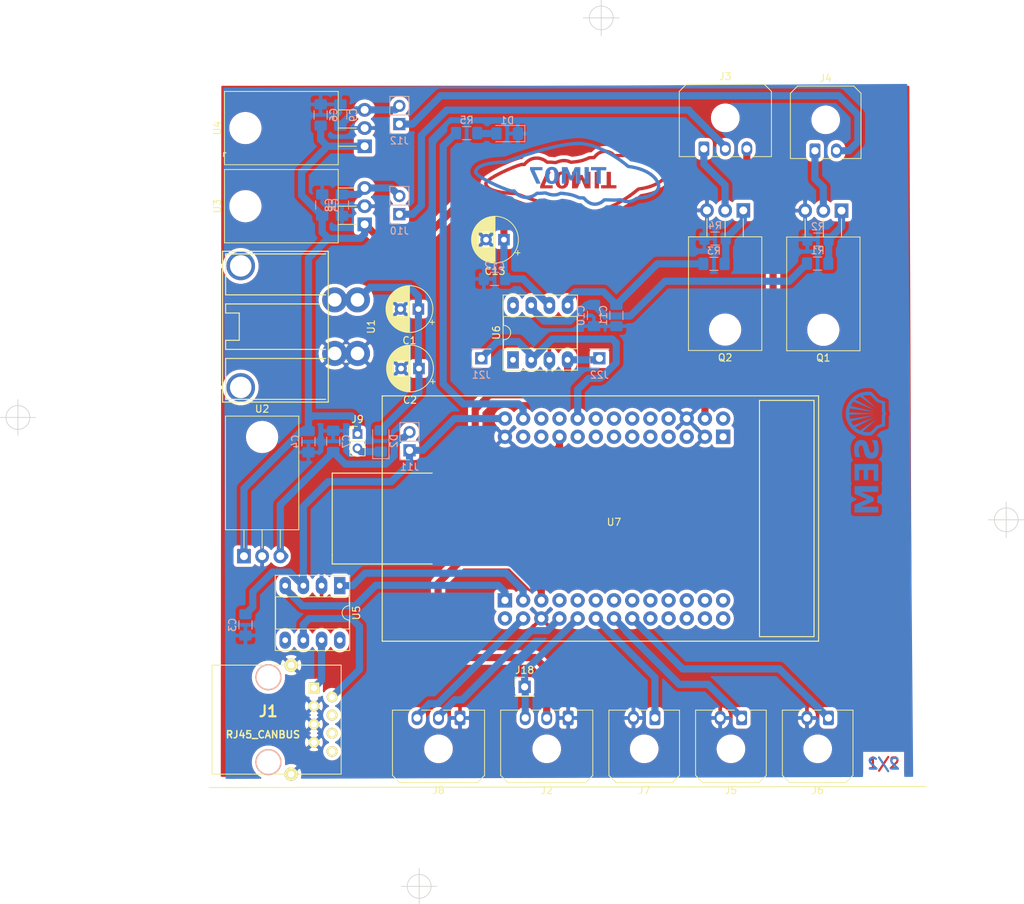
<source format=kicad_pcb>
(kicad_pcb (version 20171130) (host pcbnew "(5.1.5)-3")
  (layers (0 F.Cu signal) (31 B.Cu signal) (34 B.Paste user) (35 F.Paste user) (36 B.SilkS user) (37 F.SilkS user) (38 B.Mask user) (39 F.Mask user) (44 Edge.Cuts user))
  (net 0 "")
  (module Package_DIP:DIP-8_W7.62mm_Socket_LongPads (layer F.Cu) (at 127.31 114.12 270)
    (fp_text reference U5 (at 3.81 -2.33 270) (layer F.SilkS))
    (fp_text value MCP2551-I-SN)
    (pad 1 thru_hole rect (at 0 0 270) (size 2.4 1.6) (drill 0.8) (layers *.Cu *.Mask))
    (pad 5 thru_hole oval (at 7.62 7.62 270) (size 2.4 1.6) (drill 0.8) (layers *.Cu *.Mask))
    (pad 2 thru_hole oval (at 0 2.54 270) (size 2.4 1.6) (drill 0.8) (layers *.Cu *.Mask))
    (pad 6 thru_hole oval (at 7.62 5.08 270) (size 2.4 1.6) (drill 0.8) (layers *.Cu *.Mask))
    (pad 3 thru_hole oval (at 0 5.08 270) (size 2.4 1.6) (drill 0.8) (layers *.Cu *.Mask))
    (pad 7 thru_hole oval (at 7.62 2.54 270) (size 2.4 1.6) (drill 0.8) (layers *.Cu *.Mask))
    (pad 4 thru_hole oval (at 0 7.62 270) (size 2.4 1.6) (drill 0.8) (layers *.Cu *.Mask))
    (pad 8 thru_hole oval (at 7.62 0 270) (size 2.4 1.6) (drill 0.8) (layers *.Cu *.Mask))
  )
  (module Package_TO_SOT_THT:TO-220-3_Horizontal_TabDown (layer F.Cu) (at 130.79 52.7 90)
    (fp_text reference U4 (at 2.54 -20.58 90) (layer F.SilkS))
    (fp_text value L7812)
    (pad 3 thru_hole oval (at 5.08 0 90) (size 1.905 2) (drill 1.1) (layers *.Cu *.Mask))
    (pad 2 thru_hole oval (at 2.54 0 90) (size 1.905 2) (drill 1.1) (layers *.Cu *.Mask))
    (pad 1 thru_hole rect (at 0 0 90) (size 1.905 2) (drill 1.1) (layers *.Cu *.Mask))
    (pad "" np_thru_hole oval (at 2.54 -16.66 90) (size 3.5 3.5) (drill 3.5) (layers *.Cu *.Mask))
  )
  (module TIM_Microcontrollers_V5:STM32H103-OlimexBoard (layer F.Cu) (at 165.63 104.74)
    (fp_text reference U7 (at 0 0.5) (layer F.SilkS))
    (fp_text value STM32H103-OlimexBoard)
    (pad 52 thru_hole circle (at -15.24 -13.97) (size 2 2) (drill 1) (layers *.Cu *.Mask))
    (pad 51 thru_hole circle (at -15.24 -11.43) (size 2 2) (drill 1) (layers *.Cu *.Mask))
    (pad 50 thru_hole circle (at -12.7 -13.97) (size 2 2) (drill 1) (layers *.Cu *.Mask))
    (pad 49 thru_hole circle (at -12.7 -11.43) (size 2 2) (drill 1) (layers *.Cu *.Mask))
    (pad 48 thru_hole circle (at -10.16 -13.97) (size 2 2) (drill 1) (layers *.Cu *.Mask))
    (pad 47 thru_hole circle (at -10.16 -11.43) (size 2 2) (drill 1) (layers *.Cu *.Mask))
    (pad 46 thru_hole circle (at -7.62 -13.97) (size 2 2) (drill 1) (layers *.Cu *.Mask))
    (pad 45 thru_hole circle (at -7.62 -11.43) (size 2 2) (drill 1) (layers *.Cu *.Mask))
    (pad 44 thru_hole circle (at -5.08 -13.97) (size 2 2) (drill 1) (layers *.Cu *.Mask))
    (pad 43 thru_hole circle (at -5.08 -11.43) (size 2 2) (drill 1) (layers *.Cu *.Mask))
    (pad 42 thru_hole circle (at -2.54 -13.97) (size 2 2) (drill 1) (layers *.Cu *.Mask))
    (pad 41 thru_hole circle (at -2.54 -11.43) (size 2 2) (drill 1) (layers *.Cu *.Mask))
    (pad 40 thru_hole circle (at 0 -13.97) (size 2 2) (drill 1) (layers *.Cu *.Mask))
    (pad 39 thru_hole circle (at 0 -11.43) (size 2 2) (drill 1) (layers *.Cu *.Mask))
    (pad 38 thru_hole circle (at 2.54 -13.97) (size 2 2) (drill 1) (layers *.Cu *.Mask))
    (pad 37 thru_hole circle (at 2.54 -11.43) (size 2 2) (drill 1) (layers *.Cu *.Mask))
    (pad 36 thru_hole circle (at 5.08 -13.97) (size 2 2) (drill 1) (layers *.Cu *.Mask))
    (pad 35 thru_hole circle (at 5.08 -11.43) (size 2 2) (drill 1) (layers *.Cu *.Mask))
    (pad 34 thru_hole circle (at 7.62 -13.97) (size 2 2) (drill 1) (layers *.Cu *.Mask))
    (pad 33 thru_hole circle (at 7.62 -11.43) (size 2 2) (drill 1) (layers *.Cu *.Mask))
    (pad 32 thru_hole circle (at 10.16 -13.97) (size 2 2) (drill 1) (layers *.Cu *.Mask))
    (pad 31 thru_hole circle (at 10.16 -11.43) (size 2 2) (drill 1) (layers *.Cu *.Mask))
    (pad 30 thru_hole circle (at 12.7 -13.97) (size 2 2) (drill 1) (layers *.Cu *.Mask))
    (pad 29 thru_hole circle (at 12.7 -11.43) (size 2 2) (drill 1) (layers *.Cu *.Mask))
    (pad 28 thru_hole circle (at 15.24 -13.97) (size 2 2) (drill 1) (layers *.Cu *.Mask))
    (pad 27 thru_hole rect (at 15.24 -11.43) (size 2 2) (drill 1) (layers *.Cu *.Mask))
    (pad 26 thru_hole circle (at 15.24 13.97) (size 2 2) (drill 1) (layers *.Cu *.Mask))
    (pad 25 thru_hole circle (at 15.24 11.43) (size 2 2) (drill 1) (layers *.Cu *.Mask))
    (pad 24 thru_hole circle (at 12.7 13.97) (size 2 2) (drill 1) (layers *.Cu *.Mask))
    (pad 23 thru_hole circle (at 12.7 11.43) (size 2 2) (drill 1) (layers *.Cu *.Mask))
    (pad 22 thru_hole circle (at 10.16 13.97) (size 2 2) (drill 1) (layers *.Cu *.Mask))
    (pad 21 thru_hole circle (at 10.16 11.43) (size 2 2) (drill 1) (layers *.Cu *.Mask))
    (pad 20 thru_hole circle (at 7.62 13.97) (size 2 2) (drill 1) (layers *.Cu *.Mask))
    (pad 19 thru_hole circle (at 7.62 11.43) (size 2 2) (drill 1) (layers *.Cu *.Mask))
    (pad 18 thru_hole circle (at 5.08 13.97) (size 2 2) (drill 1) (layers *.Cu *.Mask))
    (pad 17 thru_hole circle (at 5.08 11.43) (size 2 2) (drill 1) (layers *.Cu *.Mask))
    (pad 16 thru_hole circle (at 2.54 13.97) (size 2 2) (drill 1) (layers *.Cu *.Mask))
    (pad 15 thru_hole circle (at 2.54 11.43) (size 2 2) (drill 1) (layers *.Cu *.Mask))
    (pad 14 thru_hole circle (at 0 13.97) (size 2 2) (drill 1) (layers *.Cu *.Mask))
    (pad 13 thru_hole circle (at 0 11.43) (size 2 2) (drill 1) (layers *.Cu *.Mask))
    (pad 12 thru_hole circle (at -2.54 13.97) (size 2 2) (drill 1) (layers *.Cu *.Mask))
    (pad 11 thru_hole circle (at -2.54 11.43) (size 2 2) (drill 1) (layers *.Cu *.Mask))
    (pad 10 thru_hole circle (at -5.08 13.97) (size 2 2) (drill 1) (layers *.Cu *.Mask))
    (pad 9 thru_hole circle (at -5.08 11.43) (size 2 2) (drill 1) (layers *.Cu *.Mask))
    (pad 8 thru_hole circle (at -7.62 13.97) (size 2 2) (drill 1) (layers *.Cu *.Mask))
    (pad 7 thru_hole circle (at -7.62 11.43) (size 2 2) (drill 1) (layers *.Cu *.Mask))
    (pad 6 thru_hole circle (at -10.16 13.97) (size 2 2) (drill 1) (layers *.Cu *.Mask))
    (pad 5 thru_hole circle (at -10.16 11.43) (size 2 2) (drill 1) (layers *.Cu *.Mask))
    (pad 4 thru_hole circle (at -12.7 13.97) (size 2 2) (drill 1) (layers *.Cu *.Mask))
    (pad 3 thru_hole circle (at -12.7 11.43) (size 2 2) (drill 1) (layers *.Cu *.Mask))
    (pad 2 thru_hole circle (at -15.24 13.97) (size 2 2) (drill 1) (layers *.Cu *.Mask))
    (pad 1 thru_hole rect (at -15.24 11.43) (size 2 2) (drill 1) (layers *.Cu *.Mask))
  )
  (module Package_DIP:DIP-8_W7.62mm_Socket_LongPads (layer F.Cu) (at 151.52 82.56 90)
    (fp_text reference U6 (at 3.81 -2.33 90) (layer F.SilkS))
    (fp_text value TC4424)
    (pad 8 thru_hole oval (at 7.62 0 90) (size 2.4 1.6) (drill 0.8) (layers *.Cu *.Mask))
    (pad 4 thru_hole oval (at 0 7.62 90) (size 2.4 1.6) (drill 0.8) (layers *.Cu *.Mask))
    (pad 7 thru_hole oval (at 7.62 2.54 90) (size 2.4 1.6) (drill 0.8) (layers *.Cu *.Mask))
    (pad 3 thru_hole oval (at 0 5.08 90) (size 2.4 1.6) (drill 0.8) (layers *.Cu *.Mask))
    (pad 6 thru_hole oval (at 7.62 5.08 90) (size 2.4 1.6) (drill 0.8) (layers *.Cu *.Mask))
    (pad 2 thru_hole oval (at 0 2.54 90) (size 2.4 1.6) (drill 0.8) (layers *.Cu *.Mask))
    (pad 5 thru_hole oval (at 7.62 7.62 90) (size 2.4 1.6) (drill 0.8) (layers *.Cu *.Mask))
    (pad 1 thru_hole rect (at 0 0 90) (size 2.4 1.6) (drill 0.8) (layers *.Cu *.Mask))
  )
  (module TIM_Connectors_V5:MOLEX_SABRE_46007-1102 (layer F.Cu) (at 126.61 77.92 270)
    (fp_text reference U1 (at 0 -5.08 270) (layer F.SilkS))
    (fp_text value MOLEX_SABRE_46007-1102)
    (pad "" thru_hole circle (at 8.495 13.13 270) (size 4 4) (drill 3) (layers *.Cu *.Mask))
    (pad "" thru_hole circle (at -8.495 13.13 270) (size 4 4) (drill 3) (layers *.Cu *.Mask))
    (pad 1 thru_hole circle (at 3.745 -3.18 270) (size 3.5 3.5) (drill 1.9) (layers *.Cu *.Mask))
    (pad 2 thru_hole circle (at -3.745 -3.18 270) (size 3.5 3.5) (drill 1.9) (layers *.Cu *.Mask))
    (pad 1 thru_hole circle (at 3.745 0 270) (size 3.5 3.5) (drill 1.9) (layers *.Cu *.Mask))
    (pad 2 thru_hole circle (at -3.745 0 270) (size 3.5 3.5) (drill 1.9) (layers *.Cu *.Mask))
  )
  (module Connector_PinHeader_2.54mm:PinHeader_1x01_P2.54mm_Vertical (layer B.Cu) (at 163.59 82.34)
    (fp_text reference J22 (at 0 2.33) (layer B.SilkS) (effects (justify mirror)))
    (fp_text value Conn_01x01_Female)
    (pad 1 thru_hole rect (at 0 0) (size 1.7 1.7) (drill 1) (layers *.Cu *.Mask))
  )
  (module Resistor_SMD:R_1206_3216Metric_Pad1.42x1.75mm_HandSolder (layer B.Cu) (at 145.04 50.87 180)
    (fp_text reference R5 (at 0 1.82 180) (layer B.SilkS) (effects (justify mirror)))
    (fp_text value R)
    (pad 2 smd roundrect (at 1.4875 0 180) (size 1.425 1.75) (layers B.Cu B.Paste B.Mask) (roundrect_rratio 0.175439))
    (pad 1 smd roundrect (at -1.4875 0 180) (size 1.425 1.75) (layers B.Cu B.Paste B.Mask) (roundrect_rratio 0.175439))
  )
  (module Package_TO_SOT_THT:TO-220-3_Horizontal_TabDown (layer F.Cu) (at 130.79 63.62 90)
    (fp_text reference U3 (at 2.54 -20.58 90) (layer F.SilkS))
    (fp_text value L7805)
    (pad 3 thru_hole oval (at 5.08 0 90) (size 1.905 2) (drill 1.1) (layers *.Cu *.Mask))
    (pad 2 thru_hole oval (at 2.54 0 90) (size 1.905 2) (drill 1.1) (layers *.Cu *.Mask))
    (pad 1 thru_hole rect (at 0 0 90) (size 1.905 2) (drill 1.1) (layers *.Cu *.Mask))
    (pad "" np_thru_hole oval (at 2.54 -16.66 90) (size 3.5 3.5) (drill 3.5) (layers *.Cu *.Mask))
  )
  (module Package_TO_SOT_THT:TO-220-3_Horizontal_TabDown (layer F.Cu) (at 113.93 110)
    (fp_text reference U2 (at 2.54 -20.58) (layer F.SilkS))
    (fp_text value L7805)
    (pad 3 thru_hole oval (at 5.08 0) (size 1.905 2) (drill 1.1) (layers *.Cu *.Mask))
    (pad 2 thru_hole oval (at 2.54 0) (size 1.905 2) (drill 1.1) (layers *.Cu *.Mask))
    (pad 1 thru_hole rect (at 0 0) (size 1.905 2) (drill 1.1) (layers *.Cu *.Mask))
    (pad "" np_thru_hole oval (at 2.54 -16.66) (size 3.5 3.5) (drill 3.5) (layers *.Cu *.Mask))
  )
  (module Resistor_SMD:R_1206_3216Metric_Pad1.42x1.75mm_HandSolder (layer B.Cu) (at 179.59 69.14 180)
    (fp_text reference R3 (at 0 1.82 180) (layer B.SilkS) (effects (justify mirror)))
    (fp_text value 10)
    (pad 1 smd roundrect (at -1.4875 0 180) (size 1.425 1.75) (layers B.Cu B.Paste B.Mask) (roundrect_rratio 0.175439))
    (pad 2 smd roundrect (at 1.4875 0 180) (size 1.425 1.75) (layers B.Cu B.Paste B.Mask) (roundrect_rratio 0.175439))
  )
  (module Resistor_SMD:R_1206_3216Metric_Pad1.42x1.75mm_HandSolder (layer B.Cu) (at 194.12 65.75 180)
    (fp_text reference R2 (at 0 1.82 180) (layer B.SilkS) (effects (justify mirror)))
    (fp_text value 10k)
    (pad 2 smd roundrect (at 1.4875 0 180) (size 1.425 1.75) (layers B.Cu B.Paste B.Mask) (roundrect_rratio 0.175439))
    (pad 1 smd roundrect (at -1.4875 0 180) (size 1.425 1.75) (layers B.Cu B.Paste B.Mask) (roundrect_rratio 0.175439))
  )
  (module Resistor_SMD:R_1206_3216Metric_Pad1.42x1.75mm_HandSolder (layer B.Cu) (at 194.07 69.1 180)
    (fp_text reference R1 (at 0 1.82 180) (layer B.SilkS) (effects (justify mirror)))
    (fp_text value 10)
    (pad 1 smd roundrect (at -1.4875 0 180) (size 1.425 1.75) (layers B.Cu B.Paste B.Mask) (roundrect_rratio 0.175439))
    (pad 2 smd roundrect (at 1.4875 0 180) (size 1.425 1.75) (layers B.Cu B.Paste B.Mask) (roundrect_rratio 0.175439))
  )
  (module Package_TO_SOT_THT:TO-220-3_Horizontal_TabDown (layer F.Cu) (at 197.41 61.7 180)
    (fp_text reference Q1 (at 2.54 -20.58 180) (layer F.SilkS))
    (fp_text value IRFZ44Z)
    (pad "" np_thru_hole oval (at 2.54 -16.66 180) (size 3.5 3.5) (drill 3.5) (layers *.Cu *.Mask))
    (pad 1 thru_hole rect (at 0 0 180) (size 1.905 2) (drill 1.1) (layers *.Cu *.Mask))
    (pad 2 thru_hole oval (at 2.54 0 180) (size 1.905 2) (drill 1.1) (layers *.Cu *.Mask))
    (pad 3 thru_hole oval (at 5.08 0 180) (size 1.905 2) (drill 1.1) (layers *.Cu *.Mask))
  )
  (module Package_TO_SOT_THT:TO-220-3_Horizontal_TabDown (layer F.Cu) (at 183.69 61.67 180)
    (fp_text reference Q2 (at 2.54 -20.58 180) (layer F.SilkS))
    (fp_text value IRFZ44Z)
    (pad "" np_thru_hole oval (at 2.54 -16.66 180) (size 3.5 3.5) (drill 3.5) (layers *.Cu *.Mask))
    (pad 1 thru_hole rect (at 0 0 180) (size 1.905 2) (drill 1.1) (layers *.Cu *.Mask))
    (pad 2 thru_hole oval (at 2.54 0 180) (size 1.905 2) (drill 1.1) (layers *.Cu *.Mask))
    (pad 3 thru_hole oval (at 5.08 0 180) (size 1.905 2) (drill 1.1) (layers *.Cu *.Mask))
  )
  (module Resistor_SMD:R_1206_3216Metric_Pad1.42x1.75mm_HandSolder (layer B.Cu) (at 179.74 65.61 180)
    (fp_text reference R4 (at 0 1.82 180) (layer B.SilkS) (effects (justify mirror)))
    (fp_text value 10k)
    (pad 2 smd roundrect (at 1.4875 0 180) (size 1.425 1.75) (layers B.Cu B.Paste B.Mask) (roundrect_rratio 0.175439))
    (pad 1 smd roundrect (at -1.4875 0 180) (size 1.425 1.75) (layers B.Cu B.Paste B.Mask) (roundrect_rratio 0.175439))
  )
  (module TIM_Connectors_V5:RJ45_CAN (layer F.Cu) (at 117.35 132.85 270)
    (fp_text reference J1 (at -1.16 0.02) (layer F.SilkS) (effects (font (size 1.524 1.524) (thickness 0.3048))))
    (fp_text value RJ45_CANBUS (at 2.09 0.77) (layer F.SilkS) (effects (font (size 1.00076 1.00076) (thickness 0.2032))))
    (pad 9 thru_hole circle (at -7.62 -3.175 270) (size 1.85514 1.85514) (drill 0.89916) (layers *.Cu *.Mask F.SilkS))
    (pad 9 thru_hole circle (at 7.62 -3.175 270) (size 1.85514 1.85514) (drill 0.89916) (layers *.Cu *.Mask F.SilkS))
    (pad 8 thru_hole circle (at 4.445 -8.89 270) (size 1.50114 1.50114) (drill 0.89916) (layers *.Cu *.Mask F.SilkS))
    (pad 7 thru_hole circle (at 3.175 -6.35 270) (size 1.50114 1.50114) (drill 0.89916) (layers *.Cu *.Mask F.SilkS))
    (pad 6 thru_hole circle (at 1.905 -8.89 270) (size 1.50114 1.50114) (drill 0.89916) (layers *.Cu *.Mask F.SilkS))
    (pad 5 thru_hole circle (at 0.635 -6.35 270) (size 1.50114 1.50114) (drill 0.89916) (layers *.Cu *.Mask F.SilkS))
    (pad 4 thru_hole circle (at -0.635 -8.89 270) (size 1.50114 1.50114) (drill 0.89916) (layers *.Cu *.Mask F.SilkS))
    (pad 3 thru_hole circle (at -1.905 -6.35 270) (size 1.50114 1.50114) (drill 0.89916) (layers *.Cu *.Mask F.SilkS))
    (pad 2 thru_hole circle (at -3.175 -8.89 270) (size 1.50114 1.50114) (drill 0.89916) (layers *.Cu *.Mask F.SilkS))
    (pad 1 thru_hole rect (at -4.445 -6.35 270) (size 1.50114 1.50114) (drill 0.89916) (layers *.Cu *.Mask F.SilkS))
    (pad Hole np_thru_hole circle (at -5.9309 0 270) (size 3.64998 3.64998) (drill 3.2512) (layers *.Cu *.SilkS *.Mask))
    (pad Hole np_thru_hole circle (at 5.93852 0 270) (size 3.64998 3.64998) (drill 3.2512) (layers *.Cu *.SilkS *.Mask))
  )
  (module Connector_Molex:Molex_Micro-Fit_3.0_43650-0200_1x02_P3.00mm_Horizontal (layer F.Cu) (at 193.7 53.33)
    (fp_text reference J4 (at 1.5 -10.12) (layer F.SilkS))
    (fp_text value Conn_01x02_Female)
    (pad "" np_thru_hole circle (at 1.5 -4.32) (size 3 3) (drill 3) (layers *.Cu *.Mask))
    (pad 1 thru_hole roundrect (at 0 0) (size 1.5 2.02) (drill 1.02) (layers *.Cu *.Mask) (roundrect_rratio 0.166667))
    (pad 2 thru_hole oval (at 3 0) (size 1.5 2.02) (drill 1.02) (layers *.Cu *.Mask))
  )
  (module Connector_PinHeader_2.54mm:PinHeader_1x02_P2.54mm_Vertical (layer B.Cu) (at 135.64 49.6)
    (fp_text reference J12 (at 0 2.33) (layer B.SilkS) (effects (justify mirror)))
    (fp_text value Conn_01x02_Male)
    (pad 2 thru_hole oval (at 0 -2.54) (size 1.7 1.7) (drill 1) (layers *.Cu *.Mask))
    (pad 1 thru_hole rect (at 0 0) (size 1.7 1.7) (drill 1) (layers *.Cu *.Mask))
  )
  (module Connector_PinHeader_2.00mm:PinHeader_1x02_P2.00mm_Vertical (layer F.Cu) (at 129.79 92.925)
    (fp_text reference J9 (at 0 -2.06) (layer F.SilkS))
    (fp_text value Conn_01x02_Male)
    (pad 2 thru_hole oval (at 0 2) (size 1.35 1.35) (drill 0.8) (layers *.Cu *.Mask))
    (pad 1 thru_hole rect (at 0 0) (size 1.35 1.35) (drill 0.8) (layers *.Cu *.Mask))
  )
  (module Connector_Molex:Molex_Micro-Fit_3.0_43650-0300_1x03_P3.00mm_Horizontal (layer F.Cu) (at 144.11 132.61 180)
    (fp_text reference J8 (at 3 -10.12 180) (layer F.SilkS))
    (fp_text value Conn_01x03_Female)
    (pad 3 thru_hole oval (at 6 0 180) (size 1.5 2.02) (drill 1.02) (layers *.Cu *.Mask))
    (pad 2 thru_hole oval (at 3 0 180) (size 1.5 2.02) (drill 1.02) (layers *.Cu *.Mask))
    (pad 1 thru_hole roundrect (at 0 0 180) (size 1.5 2.02) (drill 1.02) (layers *.Cu *.Mask) (roundrect_rratio 0.166667))
    (pad "" np_thru_hole circle (at 3 -4.32 180) (size 3 3) (drill 3) (layers *.Cu *.Mask))
  )
  (module Connector_Molex:Molex_Micro-Fit_3.0_43650-0300_1x03_P3.00mm_Horizontal (layer F.Cu) (at 159.2275 132.61 180)
    (fp_text reference J2 (at 3 -10.12 180) (layer F.SilkS))
    (fp_text value Conn_01x03_Female_Potar)
    (pad "" np_thru_hole circle (at 3 -4.32 180) (size 3 3) (drill 3) (layers *.Cu *.Mask))
    (pad 1 thru_hole roundrect (at 0 0 180) (size 1.5 2.02) (drill 1.02) (layers *.Cu *.Mask) (roundrect_rratio 0.166667))
    (pad 2 thru_hole oval (at 3 0 180) (size 1.5 2.02) (drill 1.02) (layers *.Cu *.Mask))
    (pad 3 thru_hole oval (at 6 0 180) (size 1.5 2.02) (drill 1.02) (layers *.Cu *.Mask))
  )
  (module Capacitor_SMD:C_1206_3216Metric_Pad1.42x1.75mm_HandSolder (layer B.Cu) (at 148.93 71.25 180)
    (fp_text reference C12 (at 0 1.82 180) (layer B.SilkS) (effects (justify mirror)))
    (fp_text value 100nF)
    (pad 2 smd roundrect (at 1.4875 0 180) (size 1.425 1.75) (layers B.Cu B.Paste B.Mask) (roundrect_rratio 0.175439))
    (pad 1 smd roundrect (at -1.4875 0 180) (size 1.425 1.75) (layers B.Cu B.Paste B.Mask) (roundrect_rratio 0.175439))
  )
  (module Connector_Molex:Molex_Micro-Fit_3.0_43650-0200_1x02_P3.00mm_Horizontal (layer F.Cu) (at 171.345 132.61 180)
    (fp_text reference J7 (at 1.5 -10.12 180) (layer F.SilkS))
    (fp_text value Conn_01x02_Female)
    (pad 2 thru_hole oval (at 3 0 180) (size 1.5 2.02) (drill 1.02) (layers *.Cu *.Mask))
    (pad 1 thru_hole roundrect (at 0 0 180) (size 1.5 2.02) (drill 1.02) (layers *.Cu *.Mask) (roundrect_rratio 0.166667))
    (pad "" np_thru_hole circle (at 1.5 -4.32 180) (size 3 3) (drill 3) (layers *.Cu *.Mask))
  )
  (module Diode_SMD:D_1206_3216Metric_Pad1.42x1.75mm_HandSolder (layer B.Cu) (at 150.71 50.93 180)
    (fp_text reference D1 (at 0 1.82 180) (layer B.SilkS) (effects (justify mirror)))
    (fp_text value LED)
    (pad 1 smd roundrect (at -1.4875 0 180) (size 1.425 1.75) (layers B.Cu B.Paste B.Mask) (roundrect_rratio 0.175439))
    (pad 2 smd roundrect (at 1.4875 0 180) (size 1.425 1.75) (layers B.Cu B.Paste B.Mask) (roundrect_rratio 0.175439))
  )
  (module Connector_PinHeader_2.54mm:PinHeader_1x01_P2.54mm_Vertical (layer B.Cu) (at 147.09 82.34)
    (fp_text reference J21 (at 0 2.33) (layer B.SilkS) (effects (justify mirror)))
    (fp_text value Conn_01x01_Female)
    (pad 1 thru_hole rect (at 0 0) (size 1.7 1.7) (drill 1) (layers *.Cu *.Mask))
  )
  (module Connector_Molex:Molex_Micro-Fit_3.0_43650-0300_1x03_P3.00mm_Horizontal (layer F.Cu) (at 178.18 53.06)
    (fp_text reference J3 (at 3 -10.12) (layer F.SilkS))
    (fp_text value Conn_01x03_Female_Servomotor)
    (pad 3 thru_hole oval (at 6 0) (size 1.5 2.02) (drill 1.02) (layers *.Cu *.Mask))
    (pad 2 thru_hole oval (at 3 0) (size 1.5 2.02) (drill 1.02) (layers *.Cu *.Mask))
    (pad 1 thru_hole roundrect (at 0 0) (size 1.5 2.02) (drill 1.02) (layers *.Cu *.Mask) (roundrect_rratio 0.166667))
    (pad "" np_thru_hole circle (at 3 -4.32) (size 3 3) (drill 3) (layers *.Cu *.Mask))
  )
  (module Connector_Molex:Molex_Micro-Fit_3.0_43650-0200_1x02_P3.00mm_Horizontal (layer F.Cu) (at 195.58 132.61 180)
    (fp_text reference J6 (at 1.5 -10.12 180) (layer F.SilkS))
    (fp_text value Conn_01x02_Female)
    (pad 2 thru_hole oval (at 3 0 180) (size 1.5 2.02) (drill 1.02) (layers *.Cu *.Mask))
    (pad 1 thru_hole roundrect (at 0 0 180) (size 1.5 2.02) (drill 1.02) (layers *.Cu *.Mask) (roundrect_rratio 0.166667))
    (pad "" np_thru_hole circle (at 1.5 -4.32 180) (size 3 3) (drill 3) (layers *.Cu *.Mask))
  )
  (module Diode_SMD:D_1206_3216Metric_Pad1.42x1.75mm_HandSolder (layer B.Cu) (at 133.05 93.9025 90)
    (fp_text reference D2 (at 0 1.82 90) (layer B.SilkS) (effects (justify mirror)))
    (fp_text value D)
    (pad 2 smd roundrect (at 1.4875 0 90) (size 1.425 1.75) (layers B.Cu B.Paste B.Mask) (roundrect_rratio 0.175439))
    (pad 1 smd roundrect (at -1.4875 0 90) (size 1.425 1.75) (layers B.Cu B.Paste B.Mask) (roundrect_rratio 0.175439))
  )
  (module Connector_PinHeader_2.54mm:PinHeader_1x01_P2.54mm_Vertical (layer F.Cu) (at 153.14 128.26)
    (fp_text reference J18 (at 0 -2.33) (layer F.SilkS))
    (fp_text value Conn_01x01_Female)
    (pad 1 thru_hole rect (at 0 0) (size 1.7 1.7) (drill 1) (layers *.Cu *.Mask))
  )
  (module Connector_PinHeader_2.54mm:PinHeader_1x02_P2.54mm_Vertical (layer B.Cu) (at 137.06 95.2)
    (fp_text reference J11 (at 0 2.33) (layer B.SilkS) (effects (justify mirror)))
    (fp_text value Conn_01x02_Male)
    (pad 2 thru_hole oval (at 0 -2.54) (size 1.7 1.7) (drill 1) (layers *.Cu *.Mask))
    (pad 1 thru_hole rect (at 0 0) (size 1.7 1.7) (drill 1) (layers *.Cu *.Mask))
  )
  (module Connector_PinHeader_2.54mm:PinHeader_1x02_P2.54mm_Vertical (layer B.Cu) (at 135.64 62.2)
    (fp_text reference J10 (at 0 2.33) (layer B.SilkS) (effects (justify mirror)))
    (fp_text value Conn_01x02_Male)
    (pad 1 thru_hole rect (at 0 0) (size 1.7 1.7) (drill 1) (layers *.Cu *.Mask))
    (pad 2 thru_hole oval (at 0 -2.54) (size 1.7 1.7) (drill 1) (layers *.Cu *.Mask))
  )
  (module Connector_Molex:Molex_Micro-Fit_3.0_43650-0200_1x02_P3.00mm_Horizontal (layer F.Cu) (at 183.4625 132.61 180)
    (fp_text reference J5 (at 1.5 -10.12 180) (layer F.SilkS))
    (fp_text value Conn_01x02_Female)
    (pad "" np_thru_hole circle (at 1.5 -4.32 180) (size 3 3) (drill 3) (layers *.Cu *.Mask))
    (pad 1 thru_hole roundrect (at 0 0 180) (size 1.5 2.02) (drill 1.02) (layers *.Cu *.Mask) (roundrect_rratio 0.166667))
    (pad 2 thru_hole oval (at 3 0 180) (size 1.5 2.02) (drill 1.02) (layers *.Cu *.Mask))
  )
  (module Capacitor_THT:CP_Radial_D6.3mm_P2.50mm (layer F.Cu) (at 150.25 65.76 180)
    (fp_text reference C13 (at 1.25 -4.4 180) (layer F.SilkS))
    (fp_text value 1uF)
    (pad 2 thru_hole circle (at 2.5 0 180) (size 1.6 1.6) (drill 0.8) (layers *.Cu *.Mask))
    (pad 1 thru_hole rect (at 0 0 180) (size 1.6 1.6) (drill 0.8) (layers *.Cu *.Mask))
  )
  (module Capacitor_SMD:C_1206_3216Metric_Pad1.42x1.75mm_HandSolder (layer B.Cu) (at 165.96 76.35 270)
    (fp_text reference C11 (at 0 1.82 270) (layer B.SilkS) (effects (justify mirror)))
    (fp_text value 1nF)
    (pad 1 smd roundrect (at -1.4875 0 270) (size 1.425 1.75) (layers B.Cu B.Paste B.Mask) (roundrect_rratio 0.175439))
    (pad 2 smd roundrect (at 1.4875 0 270) (size 1.425 1.75) (layers B.Cu B.Paste B.Mask) (roundrect_rratio 0.175439))
  )
  (module Capacitor_SMD:C_1206_3216Metric_Pad1.42x1.75mm_HandSolder (layer B.Cu) (at 127.39 48.325 90)
    (fp_text reference C9 (at 0 1.82 90) (layer B.SilkS) (effects (justify mirror)))
    (fp_text value 100nF)
    (pad 1 smd roundrect (at -1.4875 0 90) (size 1.425 1.75) (layers B.Cu B.Paste B.Mask) (roundrect_rratio 0.175439))
    (pad 2 smd roundrect (at 1.4875 0 90) (size 1.425 1.75) (layers B.Cu B.Paste B.Mask) (roundrect_rratio 0.175439))
  )
  (module Capacitor_SMD:C_1206_3216Metric_Pad1.42x1.75mm_HandSolder (layer B.Cu) (at 122.94 93.99 270)
    (fp_text reference C4 (at 0 1.82 270) (layer B.SilkS) (effects (justify mirror)))
    (fp_text value 330nF)
    (pad 2 smd roundrect (at 1.4875 0 270) (size 1.425 1.75) (layers B.Cu B.Paste B.Mask) (roundrect_rratio 0.175439))
    (pad 1 smd roundrect (at -1.4875 0 270) (size 1.425 1.75) (layers B.Cu B.Paste B.Mask) (roundrect_rratio 0.175439))
  )
  (module Capacitor_SMD:C_1206_3216Metric_Pad1.42x1.75mm_HandSolder (layer B.Cu) (at 162.82 76.35 270)
    (fp_text reference C10 (at 0 1.82 270) (layer B.SilkS) (effects (justify mirror)))
    (fp_text value 1nF)
    (pad 1 smd roundrect (at -1.4875 0 270) (size 1.425 1.75) (layers B.Cu B.Paste B.Mask) (roundrect_rratio 0.175439))
    (pad 2 smd roundrect (at 1.4875 0 270) (size 1.425 1.75) (layers B.Cu B.Paste B.Mask) (roundrect_rratio 0.175439))
  )
  (module Capacitor_SMD:C_1206_3216Metric_Pad1.42x1.75mm_HandSolder (layer B.Cu) (at 124.86 60.925 90)
    (fp_text reference C5 (at 0 1.82 90) (layer B.SilkS) (effects (justify mirror)))
    (fp_text value 330nF)
    (pad 1 smd roundrect (at -1.4875 0 90) (size 1.425 1.75) (layers B.Cu B.Paste B.Mask) (roundrect_rratio 0.175439))
    (pad 2 smd roundrect (at 1.4875 0 90) (size 1.425 1.75) (layers B.Cu B.Paste B.Mask) (roundrect_rratio 0.175439))
  )
  (module Capacitor_SMD:C_1206_3216Metric_Pad1.42x1.75mm_HandSolder (layer B.Cu) (at 126.4 93.95 90)
    (fp_text reference C7 (at 0 1.82 90) (layer B.SilkS) (effects (justify mirror)))
    (fp_text value 100nF)
    (pad 2 smd roundrect (at 1.4875 0 90) (size 1.425 1.75) (layers B.Cu B.Paste B.Mask) (roundrect_rratio 0.175439))
    (pad 1 smd roundrect (at -1.4875 0 90) (size 1.425 1.75) (layers B.Cu B.Paste B.Mask) (roundrect_rratio 0.175439))
  )
  (module TIM_Logos_V5:logo_tim07_medium_bottom (layer B.Cu) (at 160.51 57.66)
    (fp_text reference VAL hide)
    (fp_text value REF hide)
    (fp_poly (pts (xy -13.02512 0.2794) (xy -13.02512 0.23368) (xy -13.02512 0.2032) (xy -13.02258 0.18034) (xy -13.02258 0.1651) (xy -13.02004 0.1524) (xy -13.0175 0.14986) (xy -13.01242 0.14478) (xy -13.00988 0.14224) (xy -12.99972 0.13462) (xy -12.9921 0.11938) (xy -12.98194 0.09398) (xy -12.98194 0.09144) (xy -12.97432 0.06604) (xy -12.9667 0.04318) (xy -12.95908 0.02794) (xy -12.9286 -0.01524) (xy -12.89304 -0.06604) (xy -12.84986 -0.11684) (xy -12.8016 -0.17272) (xy -12.74826 -0.22606) (xy -12.69238 -0.2794) (xy -12.65174 -0.32004) (xy -12.61618 -0.35306) (xy -12.58824 -0.37846) (xy -12.56538 -0.39878) (xy -12.5476 -0.41402) (xy -12.54506 -0.41656) (xy -12.54506 0.30226) (xy -12.5349 0.3429) (xy -12.51712 0.38608) (xy -12.5095 0.40386) (xy -12.49426 0.4318) (xy -12.47648 0.45974) (xy -12.46378 0.4826) (xy -12.46378 0.48514) (xy -12.45362 0.50038) (xy -12.43838 0.51562) (xy -12.41806 0.53848) (xy -12.3952 0.56642) (xy -12.36726 0.59182) (xy -12.34186 0.61722) (xy -12.319 0.64262) (xy -12.29614 0.66294) (xy -12.2809 0.67818) (xy -12.27074 0.6858) (xy -12.2682 0.6858) (xy -12.26058 0.69088) (xy -12.24534 0.6985) (xy -12.22502 0.7112) (xy -12.20724 0.72136) (xy -12.18184 0.73914) (xy -12.15898 0.75438) (xy -12.1412 0.76708) (xy -12.13358 0.77216) (xy -12.11326 0.78232) (xy -12.09294 0.79756) (xy -12.0904 0.79756) (xy -12.07262 0.80772) (xy -12.05484 0.81534) (xy -12.0523 0.81534) (xy -12.03706 0.82296) (xy -12.01928 0.83312) (xy -12.00658 0.8382) (xy -11.9888 0.8509) (xy -11.97102 0.85852) (xy -11.9634 0.86106) (xy -11.95578 0.8636) (xy -11.94562 0.86614) (xy -11.93038 0.87376) (xy -11.90752 0.88392) (xy -11.87704 0.89662) (xy -11.83894 0.9144) (xy -11.82116 0.92456) (xy -11.79576 0.93472) (xy -11.7729 0.94488) (xy -11.75512 0.94996) (xy -11.73734 0.95504) (xy -11.71448 0.9652) (xy -11.69416 0.97282) (xy -11.6713 0.98044) (xy -11.65606 0.98806) (xy -11.64336 0.9906) (xy -11.6332 0.99568) (xy -11.61288 1.00076) (xy -11.60272 1.00584) (xy -11.57732 1.01854) (xy -11.54938 1.02616) (xy -11.54176 1.0287) (xy -11.5189 1.03378) (xy -11.49096 1.0414) (xy -11.46302 1.05156) (xy -11.43508 1.05918) (xy -11.39952 1.06934) (xy -11.36396 1.0795) (xy -11.35126 1.08204) (xy -11.31824 1.08966) (xy -11.28268 1.09982) (xy -11.2522 1.10744) (xy -11.24458 1.10998) (xy -11.22172 1.1176) (xy -11.1887 1.12522) (xy -11.1506 1.13284) (xy -11.10742 1.143) (xy -11.06678 1.15316) (xy -11.02614 1.16078) (xy -10.99312 1.16586) (xy -10.96772 1.17094) (xy -10.9601 1.17094) (xy -10.93978 1.17602) (xy -10.91438 1.1811) (xy -10.88644 1.18872) (xy -10.87374 1.19126) (xy -10.84072 1.19888) (xy -10.80262 1.2065) (xy -10.76452 1.20904) (xy -10.74928 1.21412) (xy -10.71118 1.21666) (xy -10.668 1.22428) (xy -10.62736 1.2319) (xy -10.61466 1.23444) (xy -10.5791 1.24206) (xy -10.53592 1.24968) (xy -10.49782 1.25476) (xy -10.48766 1.25476) (xy -10.4521 1.2573) (xy -10.41146 1.26238) (xy -10.37082 1.27) (xy -10.35812 1.27508) (xy -10.3251 1.28016) (xy -10.28446 1.28524) (xy -10.24382 1.29286) (xy -10.20064 1.29794) (xy -10.19048 1.30048) (xy -10.15238 1.30302) (xy -10.11428 1.3081) (xy -10.08126 1.31318) (xy -10.05586 1.31572) (xy -10.04824 1.31826) (xy -10.00252 1.32588) (xy -9.94156 1.33096) (xy -9.87552 1.33858) (xy -9.80186 1.34366) (xy -9.78916 1.34366) (xy -9.71296 1.34874) (xy -9.63422 1.3589) (xy -9.56818 1.36906) (xy -9.55802 1.36906) (xy -9.5377 1.3716) (xy -9.50722 1.37414) (xy -9.46912 1.37414) (xy -9.42594 1.37668) (xy -9.38022 1.37668) (xy -9.37006 1.37668) (xy -9.29132 1.38176) (xy -9.22528 1.3843) (xy -9.16432 1.3843) (xy -9.11606 1.38684) (xy -9.07034 1.38938) (xy -9.0297 1.39192) (xy -8.9916 1.39446) (xy -8.95604 1.397) (xy -8.91794 1.39954) (xy -8.90524 1.39954) (xy -8.85952 1.40462) (xy -8.80618 1.40716) (xy -8.75284 1.41224) (xy -8.70458 1.41478) (xy -8.69442 1.41478) (xy -8.64616 1.41986) (xy -8.60806 1.4224) (xy -8.58012 1.43002) (xy -8.55726 1.4351) (xy -8.55472 1.43764) (xy -8.52932 1.44526) (xy -8.49884 1.45288) (xy -8.4709 1.46304) (xy -8.4455 1.47066) (xy -8.4201 1.48082) (xy -8.40486 1.48844) (xy -8.40232 1.48844) (xy -8.38708 1.49606) (xy -8.36422 1.50622) (xy -8.33882 1.51384) (xy -8.33628 1.51384) (xy -8.21944 1.55448) (xy -8.1026 1.59766) (xy -8.08228 1.60528) (xy -8.04926 1.61544) (xy -8.0137 1.62814) (xy -7.98068 1.64084) (xy -7.95528 1.64846) (xy -7.92988 1.65608) (xy -7.9121 1.6637) (xy -7.8994 1.66878) (xy -7.88924 1.67386) (xy -7.86892 1.68148) (xy -7.84606 1.6891) (xy -7.81812 1.69672) (xy -7.79018 1.70942) (xy -7.76986 1.71958) (xy -7.74954 1.7272) (xy -7.73176 1.73482) (xy -7.7216 1.73482) (xy -7.70636 1.73736) (xy -7.68604 1.74498) (xy -7.67588 1.75006) (xy -7.65048 1.76022) (xy -7.62508 1.77038) (xy -7.60984 1.77546) (xy -7.5819 1.78308) (xy -7.5565 1.79324) (xy -7.5438 1.80086) (xy -7.5184 1.81102) (xy -7.493 1.81864) (xy -7.48538 1.82372) (xy -7.46252 1.8288) (xy -7.4422 1.83642) (xy -7.43458 1.8415) (xy -7.41934 1.84658) (xy -7.39394 1.8542) (xy -7.38124 1.85674) (xy -7.35584 1.86436) (xy -7.33298 1.87452) (xy -7.32282 1.8796) (xy -7.30504 1.88722) (xy -7.27456 1.89992) (xy -7.23646 1.91262) (xy -7.19582 1.92786) (xy -7.15264 1.94056) (xy -7.14502 1.9431) (xy -7.12978 1.94818) (xy -7.10184 1.9558) (xy -7.06882 1.9685) (xy -7.02564 1.9812) (xy -6.97992 1.99898) (xy -6.92912 2.01676) (xy -6.87832 2.032) (xy -6.82498 2.04978) (xy -6.77164 2.06756) (xy -6.72592 2.08534) (xy -6.68274 2.09804) (xy -6.64718 2.1082) (xy -6.61924 2.11582) (xy -6.604 2.12344) (xy -6.5786 2.13106) (xy -6.5532 2.13868) (xy -6.53542 2.1463) (xy -6.51256 2.15646) (xy -6.48716 2.16408) (xy -6.47446 2.16662) (xy -6.44906 2.17424) (xy -6.42112 2.1844) (xy -6.4135 2.18948) (xy -6.39064 2.19964) (xy -6.3627 2.20726) (xy -6.34746 2.2098) (xy -6.32206 2.21488) (xy -6.2992 2.2225) (xy -6.29158 2.23012) (xy -6.2738 2.23774) (xy -6.25094 2.24536) (xy -6.23062 2.25298) (xy -6.20014 2.2606) (xy -6.17474 2.26822) (xy -6.15696 2.27584) (xy -6.13156 2.286) (xy -6.1087 2.29362) (xy -6.10108 2.29616) (xy -6.07822 2.30124) (xy -6.05282 2.3114) (xy -6.04774 2.31394) (xy -6.02742 2.32156) (xy -6.00202 2.32918) (xy -5.98678 2.33426) (xy -5.96138 2.34188) (xy -5.93598 2.35204) (xy -5.92582 2.35712) (xy -5.9055 2.36474) (xy -5.8801 2.37236) (xy -5.86232 2.37744) (xy -5.83438 2.38506) (xy -5.80136 2.39522) (xy -5.77342 2.40538) (xy -5.74548 2.413) (xy -5.71246 2.42062) (xy -5.6769 2.43332) (xy -5.64896 2.44348) (xy -5.6134 2.4511) (xy -5.58292 2.4638) (xy -5.55244 2.47396) (xy -5.53466 2.47904) (xy -5.5118 2.48412) (xy -5.48386 2.49428) (xy -5.4483 2.50444) (xy -5.4229 2.50952) (xy -5.39242 2.51968) (xy -5.36194 2.5273) (xy -5.33654 2.53492) (xy -5.32384 2.54254) (xy -5.30098 2.55016) (xy -5.27304 2.55778) (xy -5.25526 2.56286) (xy -5.22986 2.56794) (xy -5.20954 2.57556) (xy -5.1943 2.58064) (xy -5.1816 2.58826) (xy -5.15874 2.59334) (xy -5.13334 2.59842) (xy -5.1308 2.60096) (xy -5.10286 2.60858) (xy -5.07238 2.6162) (xy -5.04952 2.62636) (xy -5.02666 2.63398) (xy -5.00126 2.6416) (xy -4.9911 2.64414) (xy -4.97078 2.64922) (xy -4.94284 2.65684) (xy -4.91998 2.667) (xy -4.89712 2.67716) (xy -4.86664 2.68478) (xy -4.84886 2.68732) (xy -4.826 2.69494) (xy -4.79806 2.70256) (xy -4.78282 2.71018) (xy -4.75742 2.7178) (xy -4.72948 2.72542) (xy -4.71424 2.7305) (xy -4.6863 2.73812) (xy -4.65836 2.74828) (xy -4.65074 2.75336) (xy -4.62534 2.76352) (xy -4.5974 2.77114) (xy -4.57708 2.77622) (xy -4.55422 2.7813) (xy -4.52882 2.78892) (xy -4.51612 2.794) (xy -4.4958 2.80162) (xy -4.4704 2.80924) (xy -4.45516 2.81432) (xy -4.42976 2.8194) (xy -4.40436 2.82702) (xy -4.39166 2.8321) (xy -4.37896 2.83718) (xy -4.35356 2.8448) (xy -4.32308 2.85496) (xy -4.28498 2.86512) (xy -4.24688 2.87782) (xy -4.24434 2.87782) (xy -4.2037 2.88798) (xy -4.15798 2.90068) (xy -4.1148 2.91338) (xy -4.07924 2.92354) (xy -4.05384 2.93116) (xy -4.02336 2.93878) (xy -3.99796 2.9464) (xy -3.9751 2.95402) (xy -3.9624 2.95656) (xy -3.94462 2.96164) (xy -3.92176 2.96672) (xy -3.89636 2.97688) (xy -3.89128 2.97688) (xy -3.86588 2.9845) (xy -3.83794 2.99212) (xy -3.81762 2.99466) (xy -3.81508 2.99466) (xy -3.79476 2.99974) (xy -3.76936 3.00736) (xy -3.74904 3.01498) (xy -3.72364 3.0226) (xy -3.69062 3.03276) (xy -3.66522 3.03784) (xy -3.63982 3.04546) (xy -3.61188 3.05308) (xy -3.5941 3.0607) (xy -3.57124 3.06832) (xy -3.5433 3.07594) (xy -3.5306 3.07594) (xy -3.5052 3.08356) (xy -3.47472 3.09118) (xy -3.45948 3.0988) (xy -3.43408 3.10642) (xy -3.4036 3.11404) (xy -3.37312 3.12166) (xy -3.3655 3.1242) (xy -3.33756 3.12928) (xy -3.30708 3.13944) (xy -3.28422 3.14706) (xy -3.28168 3.1496) (xy -3.25628 3.15722) (xy -3.22834 3.16484) (xy -3.20294 3.16738) (xy -3.175 3.175) (xy -3.15214 3.18008) (xy -3.1369 3.18516) (xy -3.12166 3.19024) (xy -3.0988 3.19786) (xy -3.07086 3.20548) (xy -3.06578 3.20548) (xy -3.0353 3.2131) (xy -3.00228 3.22072) (xy -2.97688 3.22834) (xy -2.9464 3.2385) (xy -2.91338 3.24866) (xy -2.89306 3.2512) (xy -2.86258 3.25882) (xy -2.83718 3.26644) (xy -2.8194 3.27152) (xy -2.794 3.27914) (xy -2.76606 3.28676) (xy -2.75844 3.28676) (xy -2.74066 3.2893) (xy -2.71272 3.29692) (xy -2.6797 3.30454) (xy -2.65684 3.31216) (xy -2.6289 3.31978) (xy -2.5908 3.32994) (xy -2.54762 3.3401) (xy -2.5019 3.35026) (xy -2.45872 3.36296) (xy -2.41554 3.37312) (xy -2.37236 3.38074) (xy -2.33426 3.3909) (xy -2.30124 3.39852) (xy -2.27838 3.4036) (xy -2.27584 3.4036) (xy -2.24536 3.41376) (xy -2.2098 3.42138) (xy -2.18186 3.42646) (xy -2.15392 3.43408) (xy -2.12344 3.4417) (xy -2.08788 3.44932) (xy -2.07264 3.45186) (xy -2.03962 3.45948) (xy -2.00914 3.4671) (xy -1.9812 3.47218) (xy -1.97104 3.47218) (xy -1.9431 3.4798) (xy -1.91008 3.48742) (xy -1.88722 3.49504) (xy -1.85928 3.50266) (xy -1.82626 3.51028) (xy -1.79324 3.5179) (xy -1.7653 3.52298) (xy -1.73482 3.5306) (xy -1.71196 3.53822) (xy -1.70942 3.53822) (xy -1.6891 3.5433) (xy -1.65862 3.55092) (xy -1.62814 3.556) (xy -1.62306 3.556) (xy -1.59766 3.56108) (xy -1.57226 3.56362) (xy -1.55448 3.57124) (xy -1.55194 3.57124) (xy -1.52908 3.5814) (xy -1.4986 3.58902) (xy -1.4605 3.59664) (xy -1.42748 3.60172) (xy -1.39446 3.6068) (xy -1.36144 3.61188) (xy -1.33604 3.6195) (xy -1.33096 3.62204) (xy -1.3081 3.62712) (xy -1.27762 3.63474) (xy -1.24206 3.63982) (xy -1.22428 3.64236) (xy -1.19126 3.64744) (xy -1.1557 3.65506) (xy -1.12776 3.66014) (xy -1.11506 3.66268) (xy -1.08712 3.6703) (xy -1.05664 3.67792) (xy -1.02362 3.683) (xy -1.02108 3.683) (xy -0.98806 3.68808) (xy -0.94996 3.6957) (xy -0.91694 3.70586) (xy -0.9144 3.70586) (xy -0.88138 3.71602) (xy -0.85344 3.7211) (xy -0.8255 3.72618) (xy -0.79248 3.73126) (xy -0.78486 3.73126) (xy -0.762 3.7338) (xy -0.73406 3.73888) (xy -0.70612 3.7465) (xy -0.67564 3.75412) (xy -0.64516 3.7592) (xy -0.6223 3.76174) (xy -0.60706 3.76428) (xy -0.58166 3.76936) (xy -0.5461 3.77444) (xy -0.50546 3.77952) (xy -0.46228 3.78714) (xy -0.41656 3.79476) (xy -0.37084 3.80238) (xy -0.32512 3.81) (xy -0.28448 3.81508) (xy -0.24892 3.8227) (xy -0.22606 3.8227) (xy -0.21082 3.82524) (xy -0.19304 3.83032) (xy -0.1651 3.83286) (xy -0.12954 3.83794) (xy -0.09144 3.84302) (xy -0.05842 3.8481) (xy -0.01778 3.85318) (xy 0.02286 3.8608) (xy 0.05842 3.86588) (xy 0.08382 3.86842) (xy 0.09906 3.87096) (xy 0.12446 3.87604) (xy 0.15748 3.88112) (xy 0.18796 3.8862) (xy 0.21082 3.89128) (xy 0.23114 3.89636) (xy 0.254 3.8989) (xy 0.2794 3.90144) (xy 0.30988 3.90652) (xy 0.34798 3.90652) (xy 0.39878 3.9116) (xy 0.41402 3.91414) (xy 0.45974 3.91414) (xy 0.49276 3.91922) (xy 0.52324 3.92176) (xy 0.5461 3.92176) (xy 0.56896 3.92684) (xy 0.59182 3.92938) (xy 0.5969 3.92938) (xy 0.61468 3.93446) (xy 0.63246 3.937) (xy 0.65278 3.937) (xy 0.68072 3.93954) (xy 0.71374 3.94462) (xy 0.75438 3.94462) (xy 0.80772 3.9497) (xy 0.81534 3.9497) (xy 0.85598 3.95224) (xy 0.89662 3.95732) (xy 0.93472 3.95986) (xy 0.9652 3.96494) (xy 0.97282 3.96748) (xy 0.9906 3.96748) (xy 1.01092 3.97002) (xy 1.03378 3.97256) (xy 1.05918 3.9751) (xy 1.08966 3.97764) (xy 1.12776 3.97764) (xy 1.17094 3.98018) (xy 1.22428 3.98272) (xy 1.28524 3.98272) (xy 1.3589 3.98526) (xy 1.44272 3.9878) (xy 1.46304 3.99034) (xy 1.58242 3.99034) (xy 1.6891 3.99034) (xy 1.7907 3.99034) (xy 1.8796 3.99034) (xy 1.95834 3.98526) (xy 2.02438 3.98018) (xy 2.08026 3.9751) (xy 2.11074 3.96748) (xy 2.14376 3.96494) (xy 2.18186 3.95986) (xy 2.2225 3.95224) (xy 2.26568 3.9497) (xy 2.27076 3.9497) (xy 2.3114 3.94462) (xy 2.35204 3.94208) (xy 2.38252 3.937) (xy 2.40538 3.92938) (xy 2.43332 3.9243) (xy 2.46634 3.91922) (xy 2.49936 3.91414) (xy 2.50444 3.9116) (xy 2.54 3.90652) (xy 2.58064 3.8989) (xy 2.6162 3.89128) (xy 2.61874 3.89128) (xy 2.64922 3.88366) (xy 2.67716 3.87604) (xy 2.70002 3.87096) (xy 2.7051 3.87096) (xy 2.7305 3.86842) (xy 2.76352 3.8608) (xy 2.79908 3.85318) (xy 2.83972 3.84556) (xy 2.88544 3.83794) (xy 2.92608 3.82778) (xy 2.96418 3.82016) (xy 2.9972 3.81254) (xy 3.0226 3.80746) (xy 3.04038 3.79984) (xy 3.04292 3.79984) (xy 3.0607 3.79476) (xy 3.08864 3.7846) (xy 3.12166 3.77698) (xy 3.1623 3.76682) (xy 3.2004 3.75412) (xy 3.2385 3.7465) (xy 3.27152 3.73888) (xy 3.2766 3.73634) (xy 3.30708 3.72872) (xy 3.33756 3.7211) (xy 3.35788 3.71602) (xy 3.38074 3.7084) (xy 3.41122 3.69824) (xy 3.44424 3.68808) (xy 3.45186 3.68554) (xy 3.4798 3.67792) (xy 3.51028 3.6703) (xy 3.53314 3.66268) (xy 3.53822 3.66014) (xy 3.56108 3.64998) (xy 3.58648 3.64236) (xy 3.59156 3.64236) (xy 3.61188 3.63728) (xy 3.63728 3.62712) (xy 3.6449 3.62458) (xy 3.6703 3.61442) (xy 3.6957 3.60426) (xy 3.7084 3.60172) (xy 3.7338 3.5941) (xy 3.76174 3.58394) (xy 3.76936 3.57886) (xy 3.79222 3.5687) (xy 3.82016 3.55854) (xy 3.83286 3.556) (xy 3.85826 3.54838) (xy 3.88112 3.54076) (xy 3.89128 3.53822) (xy 3.90652 3.5306) (xy 3.92938 3.52298) (xy 3.94462 3.5179) (xy 3.96748 3.51028) (xy 3.99796 3.50012) (xy 4.01574 3.4925) (xy 4.03606 3.48234) (xy 4.05384 3.47726) (xy 4.064 3.47218) (xy 4.07162 3.47218) (xy 4.0894 3.46456) (xy 4.11226 3.45694) (xy 4.14274 3.44678) (xy 4.17068 3.43408) (xy 4.19608 3.42392) (xy 4.21894 3.41376) (xy 4.23418 3.40868) (xy 4.23418 3.40614) (xy 4.24942 3.40106) (xy 4.26974 3.3909) (xy 4.29514 3.38074) (xy 4.3053 3.3782) (xy 4.35102 3.36042) (xy 4.38658 3.34772) (xy 4.41706 3.33502) (xy 4.43738 3.3274) (xy 4.45516 3.31978) (xy 4.47294 3.31216) (xy 4.48056 3.30962) (xy 4.50088 3.29946) (xy 4.51612 3.29184) (xy 4.52628 3.2893) (xy 4.53898 3.28676) (xy 4.55422 3.28168) (xy 4.56946 3.27406) (xy 4.59232 3.26136) (xy 4.62026 3.2512) (xy 4.63042 3.24612) (xy 4.65074 3.23596) (xy 4.66852 3.22834) (xy 4.6736 3.22326) (xy 4.69138 3.2131) (xy 4.71424 3.20294) (xy 4.73964 3.19024) (xy 4.76504 3.18008) (xy 4.78536 3.16992) (xy 4.79806 3.16484) (xy 4.80568 3.1623) (xy 4.8133 3.15976) (xy 4.82854 3.15214) (xy 4.83362 3.14706) (xy 4.85394 3.1369) (xy 4.87934 3.12674) (xy 4.8895 3.12166) (xy 4.90728 3.11404) (xy 4.92252 3.10642) (xy 4.9276 3.10134) (xy 4.93776 3.09626) (xy 4.95554 3.08864) (xy 4.97586 3.08102) (xy 4.99618 3.07086) (xy 5.01396 3.06324) (xy 5.02412 3.05816) (xy 5.03428 3.05054) (xy 5.03936 3.048) (xy 5.04698 3.04546) (xy 5.06476 3.03784) (xy 5.08762 3.02514) (xy 5.12064 3.0099) (xy 5.15874 2.99212) (xy 5.20192 2.96926) (xy 5.24764 2.9464) (xy 5.29336 2.92354) (xy 5.33908 2.90068) (xy 5.38226 2.87782) (xy 5.4229 2.8575) (xy 5.45846 2.83972) (xy 5.4864 2.82448) (xy 5.50926 2.81178) (xy 5.5372 2.79654) (xy 5.56006 2.78384) (xy 5.58292 2.77368) (xy 5.58546 2.77114) (xy 5.60578 2.76352) (xy 5.62102 2.75336) (xy 5.62356 2.75082) (xy 5.6388 2.74066) (xy 5.6642 2.72542) (xy 5.69468 2.70764) (xy 5.7277 2.68732) (xy 5.74802 2.6797) (xy 5.76072 2.66954) (xy 5.7658 2.66446) (xy 5.77596 2.65684) (xy 5.79374 2.64922) (xy 5.81152 2.63906) (xy 5.83184 2.62636) (xy 5.83692 2.62128) (xy 5.85216 2.61112) (xy 5.86232 2.6035) (xy 5.86486 2.6035) (xy 5.87248 2.60096) (xy 5.88772 2.59334) (xy 5.90804 2.58064) (xy 5.9309 2.56794) (xy 5.95122 2.55524) (xy 5.97154 2.54254) (xy 5.97916 2.53746) (xy 5.9944 2.5273) (xy 6.01472 2.5146) (xy 6.04012 2.5019) (xy 6.05536 2.49174) (xy 6.0833 2.47904) (xy 6.1087 2.4638) (xy 6.12648 2.4511) (xy 6.1341 2.44856) (xy 6.15188 2.4384) (xy 6.17474 2.4257) (xy 6.20014 2.41046) (xy 6.20522 2.40538) (xy 6.23062 2.39014) (xy 6.25856 2.3749) (xy 6.28142 2.35966) (xy 6.28396 2.35966) (xy 6.30428 2.34696) (xy 6.32206 2.3368) (xy 6.33222 2.32918) (xy 6.37032 2.30632) (xy 6.40588 2.28346) (xy 6.41096 2.28346) (xy 6.42874 2.27076) (xy 6.4516 2.25806) (xy 6.46176 2.25298) (xy 6.48208 2.23774) (xy 6.50494 2.22758) (xy 6.51256 2.2225) (xy 6.53288 2.20726) (xy 6.55066 2.1971) (xy 6.5659 2.18694) (xy 6.58876 2.16916) (xy 6.62178 2.14884) (xy 6.65988 2.12344) (xy 6.70306 2.09296) (xy 6.75132 2.06248) (xy 6.80212 2.02692) (xy 6.85546 1.99136) (xy 6.90626 1.9558) (xy 6.9469 1.92786) (xy 6.97992 1.905) (xy 7.01548 1.8796) (xy 7.05358 1.85674) (xy 7.06882 1.84404) (xy 7.09422 1.82626) (xy 7.11708 1.81102) (xy 7.13486 1.79832) (xy 7.14502 1.79324) (xy 7.15772 1.78308) (xy 7.17804 1.77038) (xy 7.19836 1.75768) (xy 7.22122 1.7399) (xy 7.2517 1.71958) (xy 7.2771 1.69926) (xy 7.28218 1.69672) (xy 7.30504 1.67894) (xy 7.32536 1.66624) (xy 7.3406 1.65354) (xy 7.34314 1.651) (xy 7.3533 1.64338) (xy 7.37362 1.63068) (xy 7.39394 1.6129) (xy 7.4041 1.60782) (xy 7.42696 1.59004) (xy 7.44982 1.5748) (xy 7.46506 1.5621) (xy 7.4676 1.55956) (xy 7.4803 1.5494) (xy 7.50316 1.53416) (xy 7.52348 1.52146) (xy 7.54888 1.50114) (xy 7.57428 1.48082) (xy 7.59206 1.46812) (xy 7.60984 1.45288) (xy 7.63016 1.43764) (xy 7.64032 1.43002) (xy 7.65556 1.41986) (xy 7.67334 1.40716) (xy 7.67842 1.39954) (xy 7.7089 1.37668) (xy 7.72668 1.36144) (xy 7.74192 1.35128) (xy 7.75462 1.34366) (xy 7.7597 1.33858) (xy 7.77494 1.33096) (xy 7.79272 1.31826) (xy 7.80034 1.31064) (xy 7.82066 1.2954) (xy 7.83844 1.2827) (xy 7.84352 1.27762) (xy 7.89178 1.23698) (xy 7.94766 1.19126) (xy 8.00862 1.14046) (xy 8.07466 1.08712) (xy 8.1407 1.03378) (xy 8.2042 0.98044) (xy 8.24738 0.94234) (xy 8.27278 0.92202) (xy 8.29564 0.90424) (xy 8.31596 0.889) (xy 8.32358 0.88138) (xy 8.3439 0.86614) (xy 8.36676 0.84836) (xy 8.37184 0.84328) (xy 8.38962 0.83312) (xy 8.4074 0.82296) (xy 8.41248 0.82042) (xy 8.43026 0.81534) (xy 8.44804 0.80772) (xy 8.4582 0.80518) (xy 8.47852 0.79502) (xy 8.49376 0.78994) (xy 8.51662 0.78486) (xy 8.5471 0.78232) (xy 8.5852 0.77724) (xy 8.58774 0.77724) (xy 8.61568 0.7747) (xy 8.65124 0.76962) (xy 8.68934 0.76454) (xy 8.71474 0.75946) (xy 8.75284 0.75184) (xy 8.79602 0.74422) (xy 8.83412 0.73914) (xy 8.85444 0.7366) (xy 8.88746 0.73406) (xy 8.91794 0.72898) (xy 8.95096 0.7239) (xy 8.98652 0.71882) (xy 9.03224 0.7112) (xy 9.08558 0.6985) (xy 9.08812 0.6985) (xy 9.1186 0.69342) (xy 9.14654 0.69088) (xy 9.1694 0.68326) (xy 9.17956 0.68326) (xy 9.19988 0.68072) (xy 9.22528 0.67564) (xy 9.2456 0.66802) (xy 9.26592 0.66548) (xy 9.2964 0.65786) (xy 9.33196 0.65024) (xy 9.37006 0.64262) (xy 9.38784 0.63754) (xy 9.45134 0.62484) (xy 9.50214 0.61468) (xy 9.54532 0.60452) (xy 9.5758 0.5969) (xy 9.60374 0.59182) (xy 9.62406 0.5842) (xy 9.64184 0.57912) (xy 9.65454 0.57658) (xy 9.65962 0.57404) (xy 9.68756 0.56388) (xy 9.71804 0.55626) (xy 9.73328 0.55372) (xy 9.76122 0.5461) (xy 9.7917 0.53848) (xy 9.8044 0.53086) (xy 9.83234 0.52324) (xy 9.86028 0.51562) (xy 9.88314 0.508) (xy 9.90854 0.50292) (xy 9.9314 0.49784) (xy 9.9441 0.49276) (xy 9.9568 0.48768) (xy 9.97966 0.48006) (xy 10.00506 0.47244) (xy 10.01014 0.4699) (xy 10.03554 0.46228) (xy 10.06094 0.45466) (xy 10.07872 0.44704) (xy 10.0965 0.43688) (xy 10.1219 0.42926) (xy 10.1346 0.42418) (xy 10.16 0.4191) (xy 10.1854 0.40894) (xy 10.19302 0.4064) (xy 10.21588 0.39624) (xy 10.23874 0.38862) (xy 10.24636 0.38608) (xy 10.27176 0.381) (xy 10.2997 0.37084) (xy 10.30986 0.36576) (xy 10.33526 0.3556) (xy 10.3632 0.3429) (xy 10.37844 0.33782) (xy 10.39876 0.33274) (xy 10.42162 0.32512) (xy 10.44448 0.31496) (xy 10.47496 0.30226) (xy 10.51306 0.28702) (xy 10.55878 0.2667) (xy 10.5918 0.25146) (xy 10.62482 0.23622) (xy 10.6553 0.22606) (xy 10.6807 0.2159) (xy 10.69594 0.20828) (xy 10.70102 0.20574) (xy 10.71118 0.2032) (xy 10.73404 0.19304) (xy 10.7569 0.18034) (xy 10.77722 0.17272) (xy 10.80516 0.15748) (xy 10.8331 0.14224) (xy 10.85596 0.13208) (xy 10.86358 0.127) (xy 10.88644 0.11938) (xy 10.90422 0.10922) (xy 10.9093 0.10414) (xy 10.92454 0.09652) (xy 10.94486 0.08636) (xy 10.9601 0.07874) (xy 10.9855 0.06604) (xy 11.01344 0.0508) (xy 11.03884 0.03556) (xy 11.06424 0.02032) (xy 11.08964 0.00762) (xy 11.10742 -0.00254) (xy 11.10996 -0.00254) (xy 11.13028 -0.0127) (xy 11.14806 -0.0254) (xy 11.15314 -0.02794) (xy 11.16584 -0.03556) (xy 11.18362 -0.0508) (xy 11.2014 -0.05842) (xy 11.23188 -0.07874) (xy 11.26236 -0.09652) (xy 11.29284 -0.11684) (xy 11.30554 -0.12446) (xy 11.3284 -0.1397) (xy 11.3538 -0.15494) (xy 11.3665 -0.16256) (xy 11.40714 -0.18796) (xy 11.4554 -0.21844) (xy 11.48842 -0.24384) (xy 11.52398 -0.27178) (xy 11.557 -0.29718) (xy 11.58748 -0.3175) (xy 11.61034 -0.33528) (xy 11.62558 -0.34798) (xy 11.63066 -0.34798) (xy 11.64082 -0.35814) (xy 11.65606 -0.37084) (xy 11.67892 -0.38862) (xy 11.68654 -0.39624) (xy 11.7094 -0.41656) (xy 11.72718 -0.4318) (xy 11.74242 -0.44196) (xy 11.7475 -0.44704) (xy 11.7602 -0.4572) (xy 11.78306 -0.47752) (xy 11.80846 -0.50038) (xy 11.84148 -0.53086) (xy 11.87704 -0.56134) (xy 11.9126 -0.5969) (xy 11.94562 -0.62992) (xy 11.98372 -0.66548) (xy 12.0142 -0.6985) (xy 12.04214 -0.72644) (xy 12.065 -0.75184) (xy 12.08278 -0.76962) (xy 12.0904 -0.78232) (xy 12.09802 -0.79502) (xy 12.1158 -0.81534) (xy 12.13866 -0.84328) (xy 12.16406 -0.87376) (xy 12.19708 -0.91186) (xy 12.22248 -0.94234) (xy 12.2428 -0.96774) (xy 12.2555 -0.98806) (xy 12.26566 -1.0033) (xy 12.2682 -1.01092) (xy 12.2809 -1.03124) (xy 12.29106 -1.04902) (xy 12.29614 -1.0541) (xy 12.32662 -1.09982) (xy 12.35964 -1.1557) (xy 12.39012 -1.21666) (xy 12.40282 -1.2446) (xy 12.41806 -1.27) (xy 12.42568 -1.28778) (xy 12.4333 -1.29794) (xy 12.44092 -1.3081) (xy 12.44854 -1.33096) (xy 12.4587 -1.3589) (xy 12.4714 -1.39446) (xy 12.48156 -1.43256) (xy 12.48664 -1.45288) (xy 12.4968 -1.48336) (xy 12.50696 -1.51892) (xy 12.51712 -1.54686) (xy 12.51712 -1.5494) (xy 12.52474 -1.56718) (xy 12.52728 -1.58242) (xy 12.52982 -1.59766) (xy 12.53236 -1.62052) (xy 12.53236 -1.64846) (xy 12.53236 -1.68402) (xy 12.53236 -1.70434) (xy 12.53236 -1.75006) (xy 12.52982 -1.78816) (xy 12.52728 -1.81864) (xy 12.52474 -1.83896) (xy 12.52474 -1.84404) (xy 12.4968 -1.9304) (xy 12.46886 -2.0066) (xy 12.43584 -2.07264) (xy 12.39774 -2.13614) (xy 12.35456 -2.1971) (xy 12.30122 -2.25552) (xy 12.25296 -2.30632) (xy 12.20978 -2.3495) (xy 12.17422 -2.38506) (xy 12.14374 -2.413) (xy 12.12088 -2.43586) (xy 12.09802 -2.45618) (xy 12.08278 -2.47142) (xy 12.065 -2.48412) (xy 12.04976 -2.49682) (xy 12.03198 -2.50698) (xy 12.02436 -2.51206) (xy 11.98372 -2.54) (xy 11.95324 -2.56032) (xy 11.93038 -2.57556) (xy 11.9126 -2.58826) (xy 11.8999 -2.59588) (xy 11.88974 -2.6035) (xy 11.88212 -2.60604) (xy 11.87704 -2.60858) (xy 11.8618 -2.61874) (xy 11.84148 -2.63398) (xy 11.83894 -2.63652) (xy 11.82116 -2.64922) (xy 11.80084 -2.65938) (xy 11.7983 -2.66192) (xy 11.77798 -2.67208) (xy 11.7602 -2.68224) (xy 11.74242 -2.69494) (xy 11.71956 -2.70256) (xy 11.71448 -2.70256) (xy 11.69416 -2.71018) (xy 11.68146 -2.7178) (xy 11.67892 -2.72288) (xy 11.66876 -2.7305) (xy 11.65098 -2.74066) (xy 11.63066 -2.75082) (xy 11.6078 -2.76098) (xy 11.58748 -2.77114) (xy 11.57732 -2.77876) (xy 11.55954 -2.78638) (xy 11.53414 -2.79908) (xy 11.50112 -2.81432) (xy 11.46302 -2.8321) (xy 11.44016 -2.84226) (xy 11.41476 -2.85242) (xy 11.38174 -2.86512) (xy 11.3538 -2.87782) (xy 11.35126 -2.87782) (xy 11.32586 -2.88544) (xy 11.2903 -2.89814) (xy 11.25474 -2.91338) (xy 11.21918 -2.92608) (xy 11.2141 -2.92862) (xy 11.17854 -2.94132) (xy 11.14298 -2.95402) (xy 11.10742 -2.96418) (xy 11.08202 -2.9718) (xy 11.07694 -2.9718) (xy 11.05154 -2.97688) (xy 11.02868 -2.9845) (xy 11.0109 -2.99212) (xy 11.00836 -2.99212) (xy 10.99312 -2.9972) (xy 10.97026 -3.00228) (xy 10.94232 -3.0099) (xy 10.93978 -3.0099) (xy 10.9093 -3.01752) (xy 10.87882 -3.02768) (xy 10.85342 -3.0353) (xy 10.85088 -3.0353) (xy 10.82802 -3.04292) (xy 10.79754 -3.048) (xy 10.76706 -3.05308) (xy 10.7569 -3.05308) (xy 10.72388 -3.0607) (xy 10.68832 -3.06578) (xy 10.65784 -3.0734) (xy 10.65276 -3.0734) (xy 10.62482 -3.08102) (xy 10.59688 -3.0861) (xy 10.56894 -3.09118) (xy 10.53592 -3.09118) (xy 10.49528 -3.09626) (xy 10.4902 -3.09626) (xy 10.45718 -3.0988) (xy 10.41908 -3.10388) (xy 10.37844 -3.1115) (xy 10.36066 -3.11404) (xy 10.32764 -3.12166) (xy 10.28446 -3.12928) (xy 10.24128 -3.13182) (xy 10.20064 -3.1369) (xy 10.19556 -3.1369) (xy 10.15746 -3.13944) (xy 10.11936 -3.14452) (xy 10.08634 -3.1496) (xy 10.06094 -3.15214) (xy 10.05586 -3.15214) (xy 10.01776 -3.15976) (xy 9.97966 -3.16738) (xy 9.93902 -3.175) (xy 9.8933 -3.17754) (xy 9.85266 -3.18262) (xy 9.81202 -3.18516) (xy 9.78154 -3.1877) (xy 9.75614 -3.19024) (xy 9.73328 -3.19532) (xy 9.71042 -3.19786) (xy 9.68502 -3.20548) (xy 9.66216 -3.2131) (xy 9.62914 -3.22072) (xy 9.59612 -3.23342) (xy 9.5631 -3.24866) (xy 9.53262 -3.26136) (xy 9.50976 -3.27406) (xy 9.49706 -3.28676) (xy 9.49706 -3.2893) (xy 9.48436 -3.29692) (xy 9.46912 -3.31216) (xy 9.44372 -3.32994) (xy 9.41578 -3.35026) (xy 9.38784 -3.36804) (xy 9.36244 -3.38328) (xy 9.33958 -3.39598) (xy 9.33196 -3.4036) (xy 9.31672 -3.41122) (xy 9.29386 -3.42392) (xy 9.26338 -3.43916) (xy 9.24052 -3.44932) (xy 9.21512 -3.46456) (xy 9.19226 -3.47726) (xy 9.17702 -3.48488) (xy 9.16686 -3.48742) (xy 9.15924 -3.48742) (xy 9.14146 -3.49504) (xy 9.1186 -3.50774) (xy 9.11606 -3.51028) (xy 9.0932 -3.5179) (xy 9.07288 -3.52552) (xy 9.06272 -3.5306) (xy 9.06018 -3.5306) (xy 9.05002 -3.53314) (xy 9.03224 -3.54076) (xy 9.01954 -3.54838) (xy 8.99668 -3.556) (xy 8.96874 -3.56616) (xy 8.94334 -3.57124) (xy 8.91794 -3.57886) (xy 8.89 -3.58648) (xy 8.87222 -3.5941) (xy 8.84936 -3.60172) (xy 8.82142 -3.60934) (xy 8.79856 -3.61442) (xy 8.76808 -3.61696) (xy 8.73506 -3.62458) (xy 8.70204 -3.6322) (xy 8.6995 -3.6322) (xy 8.63092 -3.6449) (xy 8.54964 -3.65252) (xy 8.46328 -3.65506) (xy 8.3693 -3.65506) (xy 8.32612 -3.65252) (xy 8.27278 -3.64744) (xy 8.23214 -3.6449) (xy 8.19912 -3.63982) (xy 8.17626 -3.63728) (xy 8.1661 -3.6322) (xy 8.13816 -3.62458) (xy 8.10768 -3.61696) (xy 8.0899 -3.61442) (xy 8.06196 -3.60934) (xy 8.03656 -3.60172) (xy 8.02132 -3.5941) (xy 8.00608 -3.58648) (xy 7.97814 -3.57886) (xy 7.95274 -3.57378) (xy 7.94766 -3.57124) (xy 7.92226 -3.56616) (xy 7.8994 -3.55854) (xy 7.88416 -3.55092) (xy 7.88162 -3.55092) (xy 7.86384 -3.54076) (xy 7.84352 -3.53314) (xy 7.8232 -3.52298) (xy 7.80288 -3.51028) (xy 7.80034 -3.51028) (xy 7.78256 -3.49758) (xy 7.76224 -3.48742) (xy 7.73938 -3.4798) (xy 7.72414 -3.46964) (xy 7.69366 -3.45186) (xy 7.65556 -3.43662) (xy 7.61746 -3.42138) (xy 7.57682 -3.41122) (xy 7.5565 -3.40614) (xy 7.54126 -3.4036) (xy 7.52348 -3.40106) (xy 7.5057 -3.40106) (xy 7.48284 -3.40106) (xy 7.45744 -3.40106) (xy 7.42442 -3.4036) (xy 7.38124 -3.4036) (xy 7.3279 -3.40614) (xy 7.32536 -3.40614) (xy 7.27456 -3.41122) (xy 7.22884 -3.41122) (xy 7.18312 -3.4163) (xy 7.14502 -3.41884) (xy 7.11454 -3.42138) (xy 7.09168 -3.42392) (xy 7.0739 -3.42646) (xy 7.04596 -3.42646) (xy 7.00532 -3.429) (xy 6.9596 -3.43154) (xy 6.9088 -3.43408) (xy 6.85546 -3.43408) (xy 6.81482 -3.43662) (xy 6.71322 -3.43916) (xy 6.60146 -3.4417) (xy 6.47954 -3.4417) (xy 6.34492 -3.43916) (xy 6.20014 -3.43408) (xy 6.04774 -3.43154) (xy 5.88772 -3.42392) (xy 5.85216 -3.42392) (xy 5.80136 -3.42138) (xy 5.74294 -3.41884) (xy 5.68198 -3.41884) (xy 5.61848 -3.4163) (xy 5.55244 -3.41376) (xy 5.48894 -3.41122) (xy 5.42544 -3.41122) (xy 5.36448 -3.40868) (xy 5.3086 -3.40868) (xy 5.25526 -3.40614) (xy 5.21208 -3.40614) (xy 5.17652 -3.40614) (xy 5.14858 -3.40614) (xy 5.1308 -3.40614) (xy 5.12572 -3.40868) (xy 5.11048 -3.41376) (xy 5.08508 -3.42646) (xy 5.05714 -3.4417) (xy 5.0292 -3.45694) (xy 5.0038 -3.47218) (xy 4.98856 -3.48234) (xy 4.97586 -3.4925) (xy 4.9657 -3.50266) (xy 4.95046 -3.51536) (xy 4.93522 -3.53314) (xy 4.91744 -3.55346) (xy 4.8895 -3.5814) (xy 4.88696 -3.58648) (xy 4.86664 -3.60934) (xy 4.84632 -3.6322) (xy 4.82854 -3.64744) (xy 4.82346 -3.65506) (xy 4.80568 -3.66776) (xy 4.78282 -3.68554) (xy 4.75742 -3.7084) (xy 4.72948 -3.72618) (xy 4.70662 -3.74396) (xy 4.69646 -3.74904) (xy 4.68122 -3.7592) (xy 4.65836 -3.77444) (xy 4.6355 -3.78968) (xy 4.63042 -3.79222) (xy 4.60756 -3.80746) (xy 4.5847 -3.8227) (xy 4.55422 -3.8354) (xy 4.5212 -3.85064) (xy 4.47802 -3.86842) (xy 4.46278 -3.87604) (xy 4.43738 -3.88366) (xy 4.40944 -3.8989) (xy 4.40182 -3.90144) (xy 4.37388 -3.91414) (xy 4.33578 -3.92938) (xy 4.29768 -3.94208) (xy 4.25704 -3.95224) (xy 4.22656 -3.9624) (xy 4.21894 -3.9624) (xy 4.191 -3.96748) (xy 4.16052 -3.9751) (xy 4.1402 -3.98272) (xy 4.1148 -3.99034) (xy 4.09194 -3.99542) (xy 4.06654 -3.99796) (xy 4.0386 -4.0005) (xy 4.00558 -4.00304) (xy 3.96748 -4.00558) (xy 3.91668 -4.00558) (xy 3.8608 -4.00558) (xy 3.84556 -4.00558) (xy 3.79222 -4.00558) (xy 3.75158 -4.00304) (xy 3.71856 -4.00304) (xy 3.69316 -4.0005) (xy 3.67538 -3.99796) (xy 3.6576 -3.99796) (xy 3.6449 -3.99542) (xy 3.6322 -3.99034) (xy 3.6195 -3.9878) (xy 3.59156 -3.97764) (xy 3.56108 -3.97002) (xy 3.53822 -3.96748) (xy 3.51282 -3.95986) (xy 3.4798 -3.95224) (xy 3.44424 -3.94208) (xy 3.4036 -3.92938) (xy 3.3655 -3.91414) (xy 3.33248 -3.90144) (xy 3.31978 -3.89636) (xy 3.20548 -3.84302) (xy 3.10642 -3.78714) (xy 3.01498 -3.72872) (xy 2.9845 -3.70586) (xy 2.96164 -3.68808) (xy 2.93878 -3.6703) (xy 2.92862 -3.66268) (xy 2.91592 -3.65506) (xy 2.89306 -3.63728) (xy 2.8702 -3.61442) (xy 2.83972 -3.58648) (xy 2.80924 -3.556) (xy 2.79908 -3.54838) (xy 2.7686 -3.5179) (xy 2.7432 -3.49504) (xy 2.7178 -3.46964) (xy 2.69494 -3.4417) (xy 2.66954 -3.4163) (xy 2.6416 -3.38582) (xy 2.61112 -3.35026) (xy 2.57302 -3.30454) (xy 2.53238 -3.25628) (xy 2.49936 -3.22072) (xy 2.47142 -3.19278) (xy 2.44348 -3.175) (xy 2.413 -3.15722) (xy 2.3749 -3.14198) (xy 2.3622 -3.13944) (xy 2.3368 -3.1369) (xy 2.30124 -3.1369) (xy 2.25298 -3.1369) (xy 2.19456 -3.13436) (xy 2.12598 -3.13182) (xy 2.04724 -3.13182) (xy 1.97612 -3.12928) (xy 1.9177 -3.12928) (xy 1.8669 -3.12928) (xy 1.82626 -3.12928) (xy 1.79578 -3.12674) (xy 1.77292 -3.12674) (xy 1.75514 -3.1242) (xy 1.74244 -3.12166) (xy 1.73482 -3.12166) (xy 1.7272 -3.11912) (xy 1.7272 -3.11658) (xy 1.71196 -3.10896) (xy 1.69164 -3.10134) (xy 1.6764 -3.09626) (xy 1.65354 -3.08864) (xy 1.63576 -3.07848) (xy 1.6256 -3.0734) (xy 1.60528 -3.06324) (xy 1.59004 -3.05816) (xy 1.5748 -3.05308) (xy 1.55448 -3.04292) (xy 1.52908 -3.03276) (xy 1.50368 -3.02006) (xy 1.47066 -3.00482) (xy 1.44272 -2.99212) (xy 1.38176 -2.96926) (xy 1.33096 -2.9464) (xy 1.29286 -2.93116) (xy 1.26238 -2.92354) (xy 1.24714 -2.91592) (xy 1.2446 -2.91592) (xy 1.2319 -2.91084) (xy 1.20904 -2.90322) (xy 1.17856 -2.89306) (xy 1.14808 -2.88036) (xy 1.143 -2.88036) (xy 1.10998 -2.86766) (xy 1.07188 -2.85496) (xy 1.03886 -2.83972) (xy 1.016 -2.8321) (xy 0.98806 -2.82194) (xy 0.9652 -2.81178) (xy 0.94996 -2.80416) (xy 0.94742 -2.80416) (xy 0.9271 -2.79654) (xy 0.91186 -2.79146) (xy 0.88138 -2.78638) (xy 0.85852 -2.77876) (xy 0.84328 -2.77368) (xy 0.83058 -2.7686) (xy 0.8128 -2.76098) (xy 0.7874 -2.75336) (xy 0.75946 -2.74828) (xy 0.75438 -2.74574) (xy 0.72644 -2.74066) (xy 0.6985 -2.73304) (xy 0.68072 -2.72542) (xy 0.67818 -2.72542) (xy 0.6604 -2.7178) (xy 0.635 -2.71018) (xy 0.60706 -2.70256) (xy 0.59182 -2.70256) (xy 0.5588 -2.69494) (xy 0.53086 -2.68986) (xy 0.50546 -2.68224) (xy 0.49784 -2.6797) (xy 0.47752 -2.67462) (xy 0.44704 -2.667) (xy 0.41656 -2.66446) (xy 0.40386 -2.66192) (xy 0.37084 -2.65684) (xy 0.33274 -2.64922) (xy 0.30226 -2.6416) (xy 0.29464 -2.63652) (xy 0.26416 -2.6289) (xy 0.2286 -2.62128) (xy 0.19558 -2.61874) (xy 0.18796 -2.6162) (xy 0.14478 -2.61112) (xy 0.11176 -2.60858) (xy 0.08128 -2.6035) (xy 0.05334 -2.59588) (xy 0.0381 -2.59588) (xy 0.01778 -2.58826) (xy -0.0127 -2.58572) (xy -0.04572 -2.58064) (xy -0.07366 -2.5781) (xy -0.11176 -2.57302) (xy -0.15748 -2.56794) (xy -0.2032 -2.56032) (xy -0.22606 -2.55778) (xy -0.25654 -2.55016) (xy -0.29464 -2.54508) (xy -0.34036 -2.54) (xy -0.39116 -2.53492) (xy -0.4445 -2.52984) (xy -0.46228 -2.5273) (xy -0.508 -2.52476) (xy -0.54864 -2.51968) (xy -0.5842 -2.51714) (xy -0.61468 -2.5146) (xy -0.62992 -2.51206) (xy -0.63754 -2.51206) (xy -0.65278 -2.50952) (xy -0.6731 -2.50698) (xy -0.69088 -2.50444) (xy -0.7112 -2.50444) (xy -0.73914 -2.5019) (xy -0.7747 -2.49936) (xy -0.8128 -2.49682) (xy -0.81788 -2.49682) (xy -0.85598 -2.49174) (xy -0.88646 -2.4892) (xy -0.91186 -2.4892) (xy -0.93472 -2.49428) (xy -0.96012 -2.49682) (xy -0.9652 -2.49682) (xy -1.02362 -2.51206) (xy -1.07696 -2.52984) (xy -1.12522 -2.55016) (xy -1.1303 -2.55524) (xy -1.14808 -2.5654) (xy -1.16586 -2.57302) (xy -1.1684 -2.57556) (xy -1.18618 -2.58064) (xy -1.20396 -2.5908) (xy -1.2065 -2.59334) (xy -1.22428 -2.60096) (xy -1.24714 -2.60858) (xy -1.27508 -2.61874) (xy -1.27762 -2.61874) (xy -1.30048 -2.62382) (xy -1.32334 -2.63144) (xy -1.33858 -2.63906) (xy -1.35128 -2.64414) (xy -1.3716 -2.65176) (xy -1.39954 -2.65938) (xy -1.40462 -2.65938) (xy -1.43256 -2.667) (xy -1.4605 -2.67462) (xy -1.48082 -2.68224) (xy -1.48336 -2.68224) (xy -1.4986 -2.68732) (xy -1.524 -2.6924) (xy -1.55956 -2.69748) (xy -1.59766 -2.70256) (xy -1.61798 -2.70256) (xy -1.67894 -2.71018) (xy -1.74498 -2.71272) (xy -1.81356 -2.71526) (xy -1.88468 -2.71526) (xy -1.95326 -2.71272) (xy -2.0193 -2.71018) (xy -2.0828 -2.70764) (xy -2.13868 -2.70256) (xy -2.18948 -2.69494) (xy -2.22758 -2.68732) (xy -2.25044 -2.68224) (xy -2.27838 -2.67462) (xy -2.31394 -2.667) (xy -2.34442 -2.66192) (xy -2.3749 -2.65684) (xy -2.40538 -2.64922) (xy -2.42824 -2.6416) (xy -2.42824 -2.63906) (xy -2.45364 -2.6289) (xy -2.48158 -2.62128) (xy -2.4892 -2.61874) (xy -2.51206 -2.61366) (xy -2.53746 -2.60604) (xy -2.55778 -2.60096) (xy -2.58064 -2.5908) (xy -2.60858 -2.58318) (xy -2.62382 -2.5781) (xy -2.64668 -2.57302) (xy -2.67208 -2.56286) (xy -2.68732 -2.55778) (xy -2.72542 -2.54) (xy -2.76606 -2.52222) (xy -2.81178 -2.50444) (xy -2.85496 -2.4892) (xy -2.89814 -2.47396) (xy -2.9337 -2.4638) (xy -2.96164 -2.45364) (xy -2.97688 -2.4511) (xy -3.00228 -2.44856) (xy -3.0353 -2.44856) (xy -3.07594 -2.44856) (xy -3.12166 -2.4511) (xy -3.18008 -2.4511) (xy -3.24866 -2.45872) (xy -3.3274 -2.4638) (xy -3.41884 -2.47396) (xy -3.49504 -2.48158) (xy -3.61696 -2.4892) (xy -3.73126 -2.49682) (xy -3.83794 -2.5019) (xy -3.937 -2.5019) (xy -4.02336 -2.49682) (xy -4.03606 -2.49682) (xy -4.09194 -2.49428) (xy -4.13766 -2.49174) (xy -4.17322 -2.4892) (xy -4.2037 -2.4892) (xy -4.2291 -2.49174) (xy -4.24942 -2.49428) (xy -4.26974 -2.49936) (xy -4.29006 -2.50444) (xy -4.30784 -2.51206) (xy -4.34086 -2.5273) (xy -4.3688 -2.54) (xy -4.3942 -2.55778) (xy -4.42722 -2.58318) (xy -4.46024 -2.61112) (xy -4.49326 -2.63906) (xy -4.52882 -2.66446) (xy -4.55676 -2.68986) (xy -4.57962 -2.71018) (xy -4.58978 -2.7178) (xy -4.60756 -2.73304) (xy -4.63804 -2.75336) (xy -4.66598 -2.77114) (xy -4.69392 -2.78638) (xy -4.70154 -2.79146) (xy -4.7244 -2.80162) (xy -4.75234 -2.81686) (xy -4.77774 -2.8321) (xy -4.83362 -2.86258) (xy -4.88696 -2.89052) (xy -4.94284 -2.91338) (xy -4.99618 -2.93116) (xy -5.06476 -2.95402) (xy -5.12572 -2.97688) (xy -5.17398 -2.99212) (xy -5.21716 -3.00228) (xy -5.2451 -3.0099) (xy -5.2578 -3.01498) (xy -5.27812 -3.01752) (xy -5.30606 -3.0226) (xy -5.334 -3.03276) (xy -5.33908 -3.03276) (xy -5.3721 -3.04038) (xy -5.41782 -3.048) (xy -5.4737 -3.05308) (xy -5.53466 -3.05816) (xy -5.59816 -3.0607) (xy -5.66674 -3.0607) (xy -5.73532 -3.0607) (xy -5.8039 -3.0607) (xy -5.86486 -3.05816) (xy -5.92582 -3.05308) (xy -5.97408 -3.048) (xy -6.01472 -3.04038) (xy -6.02234 -3.03784) (xy -6.04774 -3.03022) (xy -6.07822 -3.0226) (xy -6.09092 -3.0226) (xy -6.11632 -3.01498) (xy -6.1468 -3.00736) (xy -6.1722 -2.99974) (xy -6.24078 -2.98196) (xy -6.31444 -2.95656) (xy -6.39064 -2.92608) (xy -6.46684 -2.89052) (xy -6.4897 -2.87782) (xy -6.51764 -2.86512) (xy -6.54304 -2.84988) (xy -6.5659 -2.83972) (xy -6.57606 -2.83464) (xy -6.61924 -2.80924) (xy -6.66496 -2.77876) (xy -6.71576 -2.74066) (xy -6.72592 -2.73304) (xy -6.74878 -2.7178) (xy -6.7691 -2.70256) (xy -6.77672 -2.69748) (xy -6.7945 -2.68732) (xy -6.80212 -2.6797) (xy -6.80466 -2.6797) (xy -6.81482 -2.66954) (xy -6.82498 -2.66192) (xy -6.83768 -2.6543) (xy -6.85546 -2.63906) (xy -6.87324 -2.62128) (xy -6.88086 -2.61366) (xy -6.90372 -2.59334) (xy -6.93166 -2.5654) (xy -6.9596 -2.54) (xy -6.9723 -2.5273) (xy -6.9977 -2.50444) (xy -7.02564 -2.47396) (xy -7.05612 -2.44348) (xy -7.08406 -2.413) (xy -7.09168 -2.40538) (xy -7.11708 -2.3749) (xy -7.14502 -2.34442) (xy -7.16788 -2.31648) (xy -7.18566 -2.29616) (xy -7.19074 -2.29108) (xy -7.20598 -2.2733) (xy -7.22122 -2.25552) (xy -7.22884 -2.24536) (xy -7.23646 -2.23774) (xy -7.24916 -2.22758) (xy -7.26694 -2.21488) (xy -7.28472 -2.20218) (xy -7.30504 -2.19456) (xy -7.3279 -2.18694) (xy -7.35838 -2.17932) (xy -7.36854 -2.17678) (xy -7.39648 -2.17424) (xy -7.41934 -2.16916) (xy -7.43966 -2.16916) (xy -7.46252 -2.16916) (xy -7.49046 -2.16916) (xy -7.52602 -2.16916) (xy -7.54888 -2.1717) (xy -7.60984 -2.17678) (xy -7.6581 -2.17678) (xy -7.69874 -2.17678) (xy -7.73176 -2.17678) (xy -7.75716 -2.17678) (xy -7.78002 -2.17424) (xy -7.80034 -2.16916) (xy -7.81812 -2.16154) (xy -7.82574 -2.159) (xy -7.8486 -2.15138) (xy -7.86892 -2.14376) (xy -7.88416 -2.13868) (xy -7.89686 -2.13868) (xy -7.91464 -2.1336) (xy -7.94004 -2.12598) (xy -7.95782 -2.1209) (xy -7.98576 -2.11328) (xy -8.02132 -2.10058) (xy -8.06196 -2.08788) (xy -8.1026 -2.07772) (xy -8.11276 -2.07264) (xy -8.19658 -2.04724) (xy -8.2931 -2.01422) (xy -8.3947 -1.97612) (xy -8.45312 -1.9558) (xy -8.4836 -1.9431) (xy -8.51408 -1.93294) (xy -8.53948 -1.92278) (xy -8.55472 -1.9177) (xy -8.58012 -1.90754) (xy -8.60806 -1.89484) (xy -8.62076 -1.88976) (xy -8.63854 -1.8796) (xy -8.65378 -1.87452) (xy -8.6614 -1.87198) (xy -8.66902 -1.87198) (xy -8.68934 -1.86436) (xy -8.70966 -1.8542) (xy -8.73252 -1.84404) (xy -8.75284 -1.83896) (xy -8.763 -1.83388) (xy -8.7757 -1.83388) (xy -8.79348 -1.82626) (xy -8.81126 -1.8161) (xy -8.83666 -1.8034) (xy -8.86206 -1.79578) (xy -8.8773 -1.7907) (xy -8.9027 -1.78054) (xy -8.9281 -1.77292) (xy -8.93064 -1.76784) (xy -8.9535 -1.75768) (xy -8.97382 -1.75006) (xy -8.9789 -1.75006) (xy -8.99668 -1.74244) (xy -9.01954 -1.73482) (xy -9.03478 -1.7272) (xy -9.05764 -1.71704) (xy -9.0805 -1.70434) (xy -9.08812 -1.7018) (xy -9.11098 -1.69418) (xy -9.13384 -1.68148) (xy -9.14146 -1.67894) (xy -9.1567 -1.67132) (xy -9.17194 -1.66624) (xy -9.17448 -1.6637) (xy -9.18718 -1.66116) (xy -9.20242 -1.65608) (xy -9.22528 -1.64592) (xy -9.25322 -1.63576) (xy -9.2837 -1.62052) (xy -9.3218 -1.60528) (xy -9.36752 -1.58496) (xy -9.4234 -1.5621) (xy -9.46912 -1.54432) (xy -9.4996 -1.52908) (xy -9.52246 -1.51892) (xy -9.54532 -1.5113) (xy -9.55294 -1.50622) (xy -9.55548 -1.50368) (xy -9.56564 -1.4986) (xy -9.58342 -1.49098) (xy -9.60628 -1.48336) (xy -9.60882 -1.48082) (xy -9.65454 -1.46304) (xy -9.6901 -1.4478) (xy -9.71296 -1.43764) (xy -9.73328 -1.43002) (xy -9.74344 -1.42494) (xy -9.75106 -1.4224) (xy -9.7536 -1.41986) (xy -9.7663 -1.41224) (xy -9.78154 -1.40462) (xy -9.79678 -1.39954) (xy -9.81964 -1.38938) (xy -9.83488 -1.38176) (xy -9.8425 -1.37668) (xy -9.85266 -1.36906) (xy -9.87298 -1.36144) (xy -9.88822 -1.35636) (xy -9.90854 -1.34874) (xy -9.92632 -1.33858) (xy -9.93394 -1.3335) (xy -9.94918 -1.32334) (xy -9.96696 -1.31572) (xy -9.98474 -1.3081) (xy -10.00252 -1.30048) (xy -10.0203 -1.29286) (xy -10.02538 -1.28524) (xy -10.03808 -1.27762) (xy -10.05586 -1.27254) (xy -10.0711 -1.26746) (xy -10.09396 -1.25984) (xy -10.1092 -1.25222) (xy -10.1346 -1.23952) (xy -10.16254 -1.22428) (xy -10.19302 -1.20904) (xy -10.21842 -1.19888) (xy -10.24382 -1.18618) (xy -10.2616 -1.17856) (xy -10.26922 -1.17602) (xy -10.27684 -1.17094) (xy -10.29208 -1.16586) (xy -10.31748 -1.1557) (xy -10.34542 -1.14046) (xy -10.36066 -1.13284) (xy -10.41146 -1.10998) (xy -10.4521 -1.08966) (xy -10.48258 -1.07442) (xy -10.51052 -1.06426) (xy -10.5283 -1.0541) (xy -10.54608 -1.04394) (xy -10.5537 -1.0414) (xy -10.57656 -1.03124) (xy -10.59688 -1.01854) (xy -10.6045 -1.016) (xy -10.62482 -1.00584) (xy -10.6426 -0.99822) (xy -10.6426 -0.99568) (xy -10.65784 -0.9906) (xy -10.67562 -0.98044) (xy -10.69848 -0.96774) (xy -10.70356 -0.9652) (xy -10.72896 -0.94996) (xy -10.75436 -0.93726) (xy -10.77468 -0.9271) (xy -10.79754 -0.9144) (xy -10.82294 -0.9017) (xy -10.8331 -0.89662) (xy -10.85088 -0.88392) (xy -10.86612 -0.87884) (xy -10.8712 -0.8763) (xy -10.8839 -0.87376) (xy -10.89914 -0.8636) (xy -10.90168 -0.86106) (xy -10.91692 -0.8509) (xy -10.93978 -0.8382) (xy -10.95502 -0.82804) (xy -10.97534 -0.82042) (xy -10.99566 -0.81026) (xy -11.00582 -0.80518) (xy -11.02106 -0.79502) (xy -11.04138 -0.78486) (xy -11.04646 -0.78232) (xy -11.0617 -0.7747) (xy -11.08964 -0.762) (xy -11.12266 -0.74422) (xy -11.15822 -0.72644) (xy -11.19632 -0.70612) (xy -11.23442 -0.6858) (xy -11.26744 -0.66802) (xy -11.29792 -0.65278) (xy -11.30554 -0.6477) (xy -11.33348 -0.63246) (xy -11.35888 -0.61976) (xy -11.38174 -0.60706) (xy -11.38682 -0.60706) (xy -11.40968 -0.59182) (xy -11.43508 -0.57658) (xy -11.4427 -0.57404) (xy -11.46302 -0.5588) (xy -11.48842 -0.54356) (xy -11.49858 -0.53848) (xy -11.5189 -0.52324) (xy -11.53922 -0.51054) (xy -11.54684 -0.50292) (xy -11.55954 -0.49276) (xy -11.57224 -0.49022) (xy -11.5824 -0.48514) (xy -11.59764 -0.47752) (xy -11.61034 -0.46736) (xy -11.62558 -0.45466) (xy -11.64082 -0.44704) (xy -11.6459 -0.4445) (xy -11.65352 -0.43942) (xy -11.66622 -0.4318) (xy -11.6713 -0.42926) (xy -11.68654 -0.41656) (xy -11.7094 -0.40386) (xy -11.71702 -0.40132) (xy -11.73734 -0.38862) (xy -11.75512 -0.37592) (xy -11.76274 -0.37084) (xy -11.77798 -0.36068) (xy -11.7856 -0.3556) (xy -11.79576 -0.35306) (xy -11.811 -0.3429) (xy -11.81354 -0.34036) (xy -11.83132 -0.3302) (xy -11.85418 -0.3175) (xy -11.86434 -0.30988) (xy -11.8872 -0.29464) (xy -11.91514 -0.2794) (xy -11.93546 -0.2667) (xy -11.96086 -0.25146) (xy -11.9888 -0.23368) (xy -12.00658 -0.22352) (xy -12.03198 -0.21082) (xy -12.05992 -0.1905) (xy -12.08278 -0.17272) (xy -12.1031 -0.15748) (xy -12.12088 -0.14224) (xy -12.13612 -0.13208) (xy -12.14882 -0.12192) (xy -12.1666 -0.10668) (xy -12.1793 -0.09906) (xy -12.20216 -0.08128) (xy -12.22756 -0.0635) (xy -12.23518 -0.05588) (xy -12.2555 -0.04318) (xy -12.2809 -0.02032) (xy -12.31138 0.00508) (xy -12.34186 0.03302) (xy -12.37234 0.05842) (xy -12.40282 0.08636) (xy -12.42568 0.11176) (xy -12.446 0.127) (xy -12.44854 0.13462) (xy -12.4714 0.16002) (xy -12.49426 0.18796) (xy -12.51458 0.21844) (xy -12.53236 0.2413) (xy -12.53998 0.26162) (xy -12.54506 0.26924) (xy -12.54506 0.30226) (xy -12.54506 -0.41656) (xy -12.5349 -0.42418) (xy -12.52474 -0.4318) (xy -12.51204 -0.43942) (xy -12.50188 -0.4445) (xy -12.48664 -0.45466) (xy -12.4714 -0.46736) (xy -12.46632 -0.4699) (xy -12.42314 -0.50546) (xy -12.37234 -0.53848) (xy -12.32154 -0.57658) (xy -12.26058 -0.61468) (xy -12.19708 -0.65786) (xy -12.1666 -0.67564) (xy -12.13866 -0.69342) (xy -12.1158 -0.70866) (xy -12.1031 -0.71628) (xy -12.08278 -0.72898) (xy -12.05992 -0.74168) (xy -12.04976 -0.74422) (xy -12.02944 -0.75692) (xy -12.00658 -0.77216) (xy -12.00658 -0.7747) (xy -11.98626 -0.7874) (xy -11.96594 -0.80264) (xy -11.95324 -0.81026) (xy -11.9126 -0.83312) (xy -11.87704 -0.85598) (xy -11.84656 -0.87376) (xy -11.8237 -0.89154) (xy -11.81354 -0.89916) (xy -11.79322 -0.91186) (xy -11.77544 -0.92202) (xy -11.77036 -0.92202) (xy -11.75258 -0.93218) (xy -11.72464 -0.94742) (xy -11.6967 -0.9652) (xy -11.6713 -0.98552) (xy -11.66876 -0.98806) (xy -11.64844 -0.99822) (xy -11.63066 -1.00838) (xy -11.62812 -1.00838) (xy -11.6078 -1.01854) (xy -11.58748 -1.0287) (xy -11.57224 -1.0414) (xy -11.54938 -1.04902) (xy -11.5443 -1.05156) (xy -11.52652 -1.05918) (xy -11.51128 -1.0668) (xy -11.5062 -1.07188) (xy -11.49604 -1.07696) (xy -11.47826 -1.08712) (xy -11.45794 -1.09474) (xy -11.43762 -1.1049) (xy -11.41984 -1.11506) (xy -11.41222 -1.12014) (xy -11.39952 -1.12776) (xy -11.38174 -1.13538) (xy -11.3792 -1.13792) (xy -11.36142 -1.14554) (xy -11.33856 -1.1557) (xy -11.32586 -1.16332) (xy -11.30046 -1.17856) (xy -11.27506 -1.1938) (xy -11.26236 -1.20142) (xy -11.24458 -1.21158) (xy -11.22934 -1.21666) (xy -11.22426 -1.2192) (xy -11.2141 -1.22428) (xy -11.19886 -1.2319) (xy -11.18362 -1.23952) (xy -11.1633 -1.25476) (xy -11.14552 -1.26492) (xy -11.13536 -1.27) (xy -11.11758 -1.27762) (xy -11.09726 -1.28778) (xy -11.0871 -1.2954) (xy -11.06932 -1.3081) (xy -11.05408 -1.31318) (xy -11.05154 -1.31572) (xy -11.03884 -1.31826) (xy -11.0236 -1.32842) (xy -11.02106 -1.33096) (xy -11.00328 -1.34112) (xy -10.98042 -1.35382) (xy -10.9728 -1.35382) (xy -10.95248 -1.36652) (xy -10.93216 -1.37668) (xy -10.92708 -1.38176) (xy -10.9093 -1.39192) (xy -10.88898 -1.39954) (xy -10.8712 -1.40716) (xy -10.85596 -1.41478) (xy -10.84326 -1.42494) (xy -10.82548 -1.4351) (xy -10.81024 -1.43764) (xy -10.78992 -1.4478) (xy -10.7696 -1.4605) (xy -10.76198 -1.46558) (xy -10.7442 -1.47574) (xy -10.72642 -1.48336) (xy -10.71118 -1.48844) (xy -10.68832 -1.4986) (xy -10.65784 -1.51384) (xy -10.62482 -1.52908) (xy -10.58926 -1.54432) (xy -10.5791 -1.55194) (xy -10.55878 -1.55956) (xy -10.54354 -1.56718) (xy -10.53592 -1.56718) (xy -10.52576 -1.57226) (xy -10.50798 -1.57734) (xy -10.48512 -1.5875) (xy -10.45972 -1.59766) (xy -10.43686 -1.61036) (xy -10.41654 -1.62052) (xy -10.39114 -1.63576) (xy -10.3632 -1.651) (xy -10.33272 -1.66624) (xy -10.30478 -1.67894) (xy -10.27938 -1.69164) (xy -10.25906 -1.69926) (xy -10.2489 -1.70434) (xy -10.23112 -1.71196) (xy -10.21588 -1.71958) (xy -10.20826 -1.72466) (xy -10.19048 -1.73482) (xy -10.16762 -1.74498) (xy -10.16508 -1.74498) (xy -10.14476 -1.75514) (xy -10.1219 -1.7653) (xy -10.11936 -1.76784) (xy -10.09904 -1.78054) (xy -10.07364 -1.7907) (xy -10.0711 -1.7907) (xy -10.04824 -1.79832) (xy -10.033 -1.80848) (xy -10.02792 -1.81102) (xy -10.01268 -1.81864) (xy -9.99236 -1.8288) (xy -9.97966 -1.83388) (xy -9.9568 -1.8415) (xy -9.9314 -1.8542) (xy -9.92124 -1.85674) (xy -9.90092 -1.86944) (xy -9.87552 -1.8796) (xy -9.87298 -1.8796) (xy -9.85012 -1.88722) (xy -9.82472 -1.89738) (xy -9.8171 -1.90246) (xy -9.79424 -1.91262) (xy -9.77138 -1.92278) (xy -9.76376 -1.92532) (xy -9.74344 -1.93294) (xy -9.72312 -1.9431) (xy -9.72058 -1.94564) (xy -9.70534 -1.95326) (xy -9.68502 -1.96342) (xy -9.66978 -1.96596) (xy -9.652 -1.97104) (xy -9.62406 -1.9812) (xy -9.59104 -1.9939) (xy -9.55802 -2.00914) (xy -9.54024 -2.0193) (xy -9.4869 -2.04216) (xy -9.44372 -2.06248) (xy -9.40562 -2.07772) (xy -9.37768 -2.08788) (xy -9.3599 -2.09296) (xy -9.35482 -2.0955) (xy -9.34466 -2.10058) (xy -9.32688 -2.1082) (xy -9.31672 -2.11582) (xy -9.29386 -2.12598) (xy -9.271 -2.13868) (xy -9.26338 -2.13868) (xy -9.24306 -2.1463) (xy -9.21766 -2.159) (xy -9.20242 -2.16662) (xy -9.1821 -2.17678) (xy -9.16686 -2.1844) (xy -9.15924 -2.1844) (xy -9.14908 -2.18694) (xy -9.1313 -2.19456) (xy -9.11606 -2.20218) (xy -9.09574 -2.21488) (xy -9.07288 -2.2225) (xy -9.06272 -2.22504) (xy -9.0424 -2.23012) (xy -9.01954 -2.24028) (xy -9.01192 -2.24536) (xy -8.98652 -2.25806) (xy -8.95858 -2.26568) (xy -8.94842 -2.26822) (xy -8.92048 -2.27584) (xy -8.89762 -2.28346) (xy -8.88746 -2.29108) (xy -8.8646 -2.2987) (xy -8.8392 -2.30886) (xy -8.82904 -2.31394) (xy -8.80364 -2.32156) (xy -8.7757 -2.32918) (xy -8.76808 -2.33426) (xy -8.74776 -2.34442) (xy -8.7249 -2.35204) (xy -8.71982 -2.35204) (xy -8.6995 -2.35966) (xy -8.67664 -2.36982) (xy -8.67156 -2.37236) (xy -8.6487 -2.38252) (xy -8.6233 -2.39014) (xy -8.6106 -2.39522) (xy -8.5852 -2.40284) (xy -8.55472 -2.413) (xy -8.54456 -2.42062) (xy -8.51916 -2.43078) (xy -8.48868 -2.44094) (xy -8.47598 -2.44348) (xy -8.45058 -2.4511) (xy -8.42772 -2.45872) (xy -8.41756 -2.4638) (xy -8.39978 -2.47396) (xy -8.37692 -2.48158) (xy -8.3566 -2.48666) (xy -8.32612 -2.49428) (xy -8.29564 -2.50444) (xy -8.2804 -2.51206) (xy -8.26008 -2.51968) (xy -8.2423 -2.5273) (xy -8.23214 -2.5273) (xy -8.21944 -2.52984) (xy -8.19912 -2.53492) (xy -8.17372 -2.54254) (xy -8.1661 -2.54762) (xy -8.13562 -2.55778) (xy -8.1026 -2.5654) (xy -8.07466 -2.57302) (xy -8.07212 -2.57556) (xy -8.04672 -2.58318) (xy -8.02132 -2.5908) (xy -8.00862 -2.59588) (xy -7.99084 -2.6035) (xy -7.96544 -2.61112) (xy -7.9375 -2.61874) (xy -7.9121 -2.62636) (xy -7.8867 -2.63398) (xy -7.86892 -2.6416) (xy -7.8613 -2.64414) (xy -7.8486 -2.64668) (xy -7.83336 -2.64922) (xy -7.81558 -2.64922) (xy -7.7851 -2.64922) (xy -7.74954 -2.65176) (xy -7.70382 -2.65176) (xy -7.68096 -2.65176) (xy -7.62508 -2.65176) (xy -7.57936 -2.65176) (xy -7.5438 -2.6543) (xy -7.52094 -2.65684) (xy -7.5057 -2.65684) (xy -7.50316 -2.65938) (xy -7.493 -2.667) (xy -7.47776 -2.68224) (xy -7.45744 -2.70256) (xy -7.43712 -2.72542) (xy -7.43458 -2.72796) (xy -7.4041 -2.76352) (xy -7.36854 -2.80162) (xy -7.33044 -2.83972) (xy -7.2898 -2.87782) (xy -7.24916 -2.91592) (xy -7.21106 -2.95402) (xy -7.1755 -2.9845) (xy -7.14248 -3.01244) (xy -7.11454 -3.03276) (xy -7.09422 -3.04546) (xy -7.09168 -3.048) (xy -7.07644 -3.05816) (xy -7.06882 -3.06578) (xy -7.06882 -3.06832) (xy -7.0612 -3.0734) (xy -7.0485 -3.08356) (xy -7.03072 -3.0988) (xy -7.00532 -3.11658) (xy -6.97738 -3.13182) (xy -6.97738 -3.13436) (xy -6.95706 -3.14706) (xy -6.93674 -3.1623) (xy -6.90118 -3.19024) (xy -6.8707 -3.21056) (xy -6.84784 -3.22072) (xy -6.8453 -3.22072) (xy -6.82752 -3.22834) (xy -6.80974 -3.24104) (xy -6.80974 -3.24358) (xy -6.79196 -3.2512) (xy -6.77164 -3.2639) (xy -6.7564 -3.27152) (xy -6.73354 -3.27914) (xy -6.7183 -3.2893) (xy -6.71068 -3.29184) (xy -6.70306 -3.29946) (xy -6.68528 -3.30708) (xy -6.6802 -3.30962) (xy -6.65988 -3.31724) (xy -6.63702 -3.3274) (xy -6.63448 -3.33248) (xy -6.60908 -3.34264) (xy -6.58368 -3.35026) (xy -6.5786 -3.3528) (xy -6.55828 -3.36042) (xy -6.53288 -3.37058) (xy -6.50494 -3.38074) (xy -6.44398 -3.40868) (xy -6.38556 -3.429) (xy -6.33222 -3.44424) (xy -6.32968 -3.44424) (xy -6.30174 -3.45186) (xy -6.26872 -3.46202) (xy -6.25348 -3.4671) (xy -6.223 -3.47472) (xy -6.1849 -3.48488) (xy -6.14172 -3.49504) (xy -6.09346 -3.50266) (xy -6.0452 -3.51028) (xy -5.99694 -3.5179) (xy -5.9563 -3.52552) (xy -5.94868 -3.52552) (xy -5.91566 -3.52806) (xy -5.86994 -3.5306) (xy -5.8166 -3.53314) (xy -5.75818 -3.53314) (xy -5.69722 -3.53314) (xy -5.63626 -3.53314) (xy -5.5753 -3.53314) (xy -5.52196 -3.5306) (xy -5.47624 -3.52806) (xy -5.44576 -3.52552) (xy -5.40766 -3.52298) (xy -5.36702 -3.5179) (xy -5.33146 -3.51028) (xy -5.30098 -3.5052) (xy -5.27304 -3.50012) (xy -5.2451 -3.49504) (xy -5.22478 -3.48996) (xy -5.21716 -3.48996) (xy -5.1943 -3.48742) (xy -5.17144 -3.48234) (xy -5.1689 -3.48234) (xy -5.15112 -3.4798) (xy -5.12572 -3.47218) (xy -5.0927 -3.45948) (xy -5.05714 -3.44932) (xy -5.02412 -3.43662) (xy -4.99618 -3.42646) (xy -4.98094 -3.41884) (xy -4.95554 -3.40868) (xy -4.9276 -3.40106) (xy -4.91236 -3.39598) (xy -4.8895 -3.3909) (xy -4.8641 -3.38328) (xy -4.85648 -3.3782) (xy -4.83616 -3.37058) (xy -4.81076 -3.36042) (xy -4.79044 -3.35534) (xy -4.7625 -3.34772) (xy -4.73964 -3.3401) (xy -4.7244 -3.33248) (xy -4.70408 -3.31978) (xy -4.68376 -3.31216) (xy -4.67868 -3.31216) (xy -4.6609 -3.30454) (xy -4.64312 -3.29438) (xy -4.64312 -3.29184) (xy -4.62788 -3.28168) (xy -4.60756 -3.27152) (xy -4.5974 -3.26644) (xy -4.57708 -3.25882) (xy -4.56184 -3.24866) (xy -4.55676 -3.24358) (xy -4.54406 -3.23596) (xy -4.52374 -3.2258) (xy -4.50342 -3.21818) (xy -4.48056 -3.20548) (xy -4.4704 -3.2004) (xy -4.45516 -3.19024) (xy -4.43992 -3.18262) (xy -4.43484 -3.18262) (xy -4.42722 -3.17754) (xy -4.41198 -3.16738) (xy -4.40182 -3.15976) (xy -4.3815 -3.14706) (xy -4.36372 -3.1369) (xy -4.3561 -3.13182) (xy -4.34848 -3.12928) (xy -4.34086 -3.1242) (xy -4.3307 -3.11912) (xy -4.318 -3.10896) (xy -4.30276 -3.09626) (xy -4.28244 -3.07594) (xy -4.25196 -3.05308) (xy -4.23418 -3.0353) (xy -4.19608 -3.00228) (xy -4.16814 -2.97942) (xy -4.14782 -2.96672) (xy -4.13512 -2.96164) (xy -4.12242 -2.96164) (xy -4.09956 -2.96164) (xy -4.06908 -2.96164) (xy -4.03352 -2.96164) (xy -4.0132 -2.96418) (xy -3.96494 -2.96672) (xy -3.90906 -2.96672) (xy -3.8481 -2.96672) (xy -3.7846 -2.96418) (xy -3.71602 -2.96164) (xy -3.64744 -2.9591) (xy -3.57886 -2.95402) (xy -3.5179 -2.95148) (xy -3.45948 -2.9464) (xy -3.40868 -2.94132) (xy -3.3655 -2.93624) (xy -3.34264 -2.93116) (xy -3.31724 -2.92608) (xy -3.27914 -2.92354) (xy -3.22834 -2.92354) (xy -3.16738 -2.921) (xy -3.03022 -2.921) (xy -2.96926 -2.9464) (xy -2.93878 -2.9591) (xy -2.91084 -2.96926) (xy -2.88544 -2.98196) (xy -2.87782 -2.9845) (xy -2.84734 -2.9972) (xy -2.81178 -3.0099) (xy -2.77114 -3.02514) (xy -2.7305 -3.03784) (xy -2.69494 -3.048) (xy -2.66446 -3.05816) (xy -2.6416 -3.06578) (xy -2.62128 -3.07594) (xy -2.6035 -3.08356) (xy -2.5781 -3.09118) (xy -2.55016 -3.0988) (xy -2.54254 -3.0988) (xy -2.51206 -3.10642) (xy -2.48666 -3.11404) (xy -2.46634 -3.11912) (xy -2.4638 -3.12166) (xy -2.44856 -3.1242) (xy -2.42316 -3.12928) (xy -2.39522 -3.13436) (xy -2.37744 -3.1369) (xy -2.34442 -3.14198) (xy -2.30632 -3.1496) (xy -2.26822 -3.15722) (xy -2.2606 -3.15976) (xy -2.22504 -3.16738) (xy -2.17678 -3.175) (xy -2.11836 -3.18008) (xy -2.05486 -3.18516) (xy -1.9812 -3.1877) (xy -1.90246 -3.19024) (xy -1.81864 -3.19024) (xy -1.74244 -3.1877) (xy -1.6891 -3.18516) (xy -1.64846 -3.18516) (xy -1.61544 -3.18262) (xy -1.5875 -3.18262) (xy -1.56718 -3.17754) (xy -1.54432 -3.175) (xy -1.524 -3.16992) (xy -1.50622 -3.16738) (xy -1.46812 -3.15722) (xy -1.42748 -3.1496) (xy -1.38684 -3.14198) (xy -1.37414 -3.13944) (xy -1.34366 -3.13436) (xy -1.31572 -3.12928) (xy -1.29286 -3.12166) (xy -1.28524 -3.11912) (xy -1.26492 -3.1115) (xy -1.23952 -3.10388) (xy -1.22428 -3.0988) (xy -1.19634 -3.09118) (xy -1.16332 -3.08356) (xy -1.143 -3.0734) (xy -1.1176 -3.06324) (xy -1.09728 -3.05562) (xy -1.08204 -3.05308) (xy -1.06426 -3.04546) (xy -1.04394 -3.0353) (xy -1.0414 -3.03276) (xy -1.02108 -3.0226) (xy -0.99822 -3.01244) (xy -0.99568 -3.0099) (xy -0.97536 -3.00228) (xy -0.9525 -2.98958) (xy -0.94996 -2.98704) (xy -0.92964 -2.97688) (xy -0.90932 -2.96926) (xy -0.88138 -2.96418) (xy -0.8509 -2.96164) (xy -0.8128 -2.96164) (xy -0.76454 -2.96672) (xy -0.70612 -2.9718) (xy -0.64262 -2.98196) (xy -0.60452 -2.98704) (xy -0.56642 -2.99212) (xy -0.52324 -2.9972) (xy -0.47498 -2.99974) (xy -0.41656 -3.00736) (xy -0.38608 -3.0099) (xy -0.34544 -3.01498) (xy -0.30226 -3.02006) (xy -0.25908 -3.02514) (xy -0.23876 -3.03022) (xy -0.2032 -3.0353) (xy -0.16256 -3.04038) (xy -0.11938 -3.04546) (xy -0.07874 -3.05308) (xy -0.0762 -3.05308) (xy -0.03556 -3.05562) (xy 0.00508 -3.06324) (xy 0.04318 -3.06832) (xy 0.07112 -3.07594) (xy 0.07366 -3.07594) (xy 0.10668 -3.08356) (xy 0.14478 -3.09118) (xy 0.18034 -3.0988) (xy 0.18542 -3.0988) (xy 0.21082 -3.10388) (xy 0.23368 -3.10642) (xy 0.24892 -3.1115) (xy 0.25146 -3.11404) (xy 0.2794 -3.12166) (xy 0.31242 -3.12928) (xy 0.3556 -3.13436) (xy 0.381 -3.1369) (xy 0.41402 -3.14198) (xy 0.4445 -3.1496) (xy 0.4699 -3.15722) (xy 0.47752 -3.15976) (xy 0.50038 -3.16738) (xy 0.53086 -3.175) (xy 0.56134 -3.18262) (xy 0.5715 -3.18516) (xy 0.59944 -3.19024) (xy 0.62992 -3.19786) (xy 0.65024 -3.20548) (xy 0.65532 -3.20802) (xy 0.67564 -3.2131) (xy 0.70104 -3.22072) (xy 0.72136 -3.2258) (xy 0.74676 -3.23088) (xy 0.77216 -3.2385) (xy 0.78486 -3.24358) (xy 0.80518 -3.25374) (xy 0.82804 -3.2639) (xy 0.84582 -3.26644) (xy 0.87376 -3.27406) (xy 0.89916 -3.28676) (xy 0.91186 -3.29184) (xy 0.93726 -3.302) (xy 0.96266 -3.30962) (xy 0.97282 -3.31216) (xy 0.99568 -3.31724) (xy 1.02108 -3.3274) (xy 1.0287 -3.32994) (xy 1.0795 -3.35534) (xy 1.14046 -3.3782) (xy 1.17094 -3.38836) (xy 1.20142 -3.39852) (xy 1.22936 -3.41122) (xy 1.24714 -3.41884) (xy 1.30048 -3.44424) (xy 1.34112 -3.46456) (xy 1.3716 -3.47726) (xy 1.39446 -3.48742) (xy 1.4097 -3.49504) (xy 1.41478 -3.49504) (xy 1.4351 -3.50266) (xy 1.44526 -3.51028) (xy 1.4605 -3.5179) (xy 1.48336 -3.52552) (xy 1.49098 -3.52806) (xy 1.51384 -3.53822) (xy 1.5367 -3.54838) (xy 1.54432 -3.55346) (xy 1.55956 -3.56108) (xy 1.57734 -3.5687) (xy 1.60528 -3.57632) (xy 1.64338 -3.58394) (xy 1.651 -3.58648) (xy 1.67386 -3.58902) (xy 1.69672 -3.5941) (xy 1.71704 -3.5941) (xy 1.73736 -3.59664) (xy 1.76022 -3.59918) (xy 1.78816 -3.60172) (xy 1.82626 -3.60172) (xy 1.8669 -3.60172) (xy 1.92024 -3.60172) (xy 1.96088 -3.60172) (xy 2.02184 -3.60172) (xy 2.0701 -3.60172) (xy 2.11074 -3.60172) (xy 2.14376 -3.60172) (xy 2.16662 -3.60172) (xy 2.1844 -3.60426) (xy 2.19456 -3.6068) (xy 2.20472 -3.60934) (xy 2.22504 -3.62204) (xy 2.24536 -3.64236) (xy 2.26822 -3.66776) (xy 2.27838 -3.683) (xy 2.29108 -3.69824) (xy 2.30886 -3.7211) (xy 2.33426 -3.7465) (xy 2.36474 -3.77952) (xy 2.39776 -3.81508) (xy 2.43332 -3.8481) (xy 2.46888 -3.88366) (xy 2.50444 -3.91668) (xy 2.53492 -3.94716) (xy 2.5654 -3.9751) (xy 2.58826 -3.99288) (xy 2.6035 -4.00558) (xy 2.61112 -4.01066) (xy 2.62636 -4.02082) (xy 2.63398 -4.02844) (xy 2.6416 -4.03606) (xy 2.65684 -4.04622) (xy 2.67716 -4.06146) (xy 2.68732 -4.06654) (xy 2.7305 -4.09702) (xy 2.77114 -4.1275) (xy 2.80162 -4.1529) (xy 2.82448 -4.16814) (xy 2.8448 -4.1783) (xy 2.84734 -4.18084) (xy 2.86512 -4.18846) (xy 2.88036 -4.19608) (xy 2.8829 -4.19862) (xy 2.89814 -4.21132) (xy 2.91592 -4.21894) (xy 2.9337 -4.22656) (xy 2.94132 -4.2291) (xy 2.95402 -4.23418) (xy 2.96164 -4.2418) (xy 2.97688 -4.25196) (xy 2.9972 -4.26466) (xy 3.0226 -4.2799) (xy 3.05308 -4.29514) (xy 3.08102 -4.3053) (xy 3.10642 -4.31546) (xy 3.12674 -4.32308) (xy 3.14452 -4.3307) (xy 3.1496 -4.33324) (xy 3.15976 -4.34086) (xy 3.18008 -4.34848) (xy 3.19532 -4.35356) (xy 3.22072 -4.36372) (xy 3.2512 -4.37388) (xy 3.26136 -4.37896) (xy 3.28676 -4.38912) (xy 3.31724 -4.39928) (xy 3.3274 -4.40182) (xy 3.3528 -4.4069) (xy 3.38328 -4.41706) (xy 3.4036 -4.42468) (xy 3.43408 -4.4323) (xy 3.4671 -4.43992) (xy 3.50012 -4.445) (xy 3.50266 -4.445) (xy 3.54584 -4.45008) (xy 3.57886 -4.45516) (xy 3.60172 -4.46278) (xy 3.61442 -4.46532) (xy 3.62204 -4.4704) (xy 3.62458 -4.47294) (xy 3.62712 -4.47548) (xy 3.6322 -4.47802) (xy 3.64236 -4.47802) (xy 3.6576 -4.48056) (xy 3.67792 -4.4831) (xy 3.7084 -4.4831) (xy 3.7465 -4.4831) (xy 3.79222 -4.4831) (xy 3.85064 -4.4831) (xy 3.86842 -4.4831) (xy 3.92938 -4.4831) (xy 3.98018 -4.4831) (xy 4.02082 -4.4831) (xy 4.0513 -4.4831) (xy 4.07416 -4.48056) (xy 4.0894 -4.48056) (xy 4.1021 -4.47802) (xy 4.10972 -4.47802) (xy 4.11226 -4.47294) (xy 4.11988 -4.46786) (xy 4.13512 -4.46278) (xy 4.15798 -4.45516) (xy 4.18846 -4.45008) (xy 4.23418 -4.44754) (xy 4.2672 -4.43992) (xy 4.29768 -4.43484) (xy 4.32054 -4.42976) (xy 4.32816 -4.42722) (xy 4.34848 -4.4196) (xy 4.37642 -4.40944) (xy 4.40182 -4.40436) (xy 4.40436 -4.40182) (xy 4.4323 -4.39674) (xy 4.46278 -4.38658) (xy 4.4831 -4.37896) (xy 4.5085 -4.3688) (xy 4.53136 -4.35864) (xy 4.53898 -4.3561) (xy 4.5593 -4.34848) (xy 4.5847 -4.33578) (xy 4.58978 -4.33324) (xy 4.61264 -4.32054) (xy 4.63804 -4.31038) (xy 4.64312 -4.31038) (xy 4.66344 -4.30022) (xy 4.68376 -4.28752) (xy 4.6863 -4.28752) (xy 4.70408 -4.2799) (xy 4.7244 -4.26974) (xy 4.73456 -4.2672) (xy 4.75234 -4.25958) (xy 4.77774 -4.24942) (xy 4.80314 -4.23672) (xy 4.826 -4.22656) (xy 4.84378 -4.21132) (xy 4.85394 -4.2037) (xy 4.85648 -4.2037) (xy 4.8641 -4.19608) (xy 4.87934 -4.18846) (xy 4.88188 -4.18592) (xy 4.91236 -4.17068) (xy 4.94792 -4.14782) (xy 4.98602 -4.11734) (xy 5.0038 -4.10464) (xy 5.0165 -4.09702) (xy 5.01904 -4.09702) (xy 5.03174 -4.09194) (xy 5.04952 -4.07924) (xy 5.07492 -4.05892) (xy 5.10794 -4.02844) (xy 5.14858 -3.9878) (xy 5.16636 -3.97002) (xy 5.19938 -3.937) (xy 5.22478 -3.91414) (xy 5.24256 -3.8989) (xy 5.2578 -3.8862) (xy 5.2705 -3.88112) (xy 5.27304 -3.88112) (xy 5.28574 -3.87858) (xy 5.3086 -3.87858) (xy 5.33908 -3.87858) (xy 5.37972 -3.87858) (xy 5.4229 -3.87858) (xy 5.4737 -3.88112) (xy 5.49148 -3.88112) (xy 5.54482 -3.88366) (xy 5.61086 -3.88366) (xy 5.68198 -3.8862) (xy 5.75564 -3.88874) (xy 5.82676 -3.89128) (xy 5.89534 -3.89128) (xy 5.9309 -3.89128) (xy 5.9944 -3.89382) (xy 6.06298 -3.89636) (xy 6.13156 -3.8989) (xy 6.20014 -3.8989) (xy 6.26364 -3.90144) (xy 6.31698 -3.90652) (xy 6.34746 -3.90652) (xy 6.4262 -3.90652) (xy 6.51256 -3.90906) (xy 6.61162 -3.90906) (xy 6.71068 -3.90652) (xy 6.81736 -3.90398) (xy 6.92404 -3.8989) (xy 7.03072 -3.89382) (xy 7.13232 -3.88874) (xy 7.22884 -3.88112) (xy 7.23646 -3.88112) (xy 7.26948 -3.87858) (xy 7.31266 -3.87604) (xy 7.35584 -3.87604) (xy 7.39648 -3.87604) (xy 7.43712 -3.87604) (xy 7.46506 -3.87604) (xy 7.48538 -3.87604) (xy 7.50062 -3.88112) (xy 7.51332 -3.88366) (xy 7.51586 -3.8862) (xy 7.53364 -3.89382) (xy 7.5438 -3.90144) (xy 7.54634 -3.90398) (xy 7.5565 -3.90906) (xy 7.57174 -3.91668) (xy 7.5819 -3.92176) (xy 7.60222 -3.92938) (xy 7.61746 -3.937) (xy 7.62 -3.94462) (xy 7.63016 -3.95224) (xy 7.64794 -3.95986) (xy 7.65048 -3.9624) (xy 7.6708 -3.97256) (xy 7.69366 -3.98272) (xy 7.6962 -3.98526) (xy 7.71652 -3.99542) (xy 7.73938 -4.00558) (xy 7.7597 -4.01066) (xy 7.7851 -4.01828) (xy 7.8105 -4.02844) (xy 7.8232 -4.03352) (xy 7.84098 -4.0386) (xy 7.86638 -4.04622) (xy 7.89686 -4.0513) (xy 7.90956 -4.05384) (xy 7.9375 -4.05892) (xy 7.96544 -4.06654) (xy 7.98322 -4.07162) (xy 7.99084 -4.07416) (xy 8.00354 -4.08178) (xy 8.02132 -4.08432) (xy 8.04164 -4.0894) (xy 8.07212 -4.09448) (xy 8.10768 -4.09702) (xy 8.15848 -4.10464) (xy 8.18642 -4.10464) (xy 8.22706 -4.10972) (xy 8.27278 -4.11226) (xy 8.31088 -4.11988) (xy 8.3439 -4.12242) (xy 8.36168 -4.12496) (xy 8.3947 -4.13004) (xy 8.42518 -4.13258) (xy 8.4582 -4.13258) (xy 8.49376 -4.1275) (xy 8.53948 -4.12242) (xy 8.55726 -4.11988) (xy 8.5852 -4.1148) (xy 8.6233 -4.11226) (xy 8.66648 -4.10464) (xy 8.70712 -4.1021) (xy 8.73252 -4.09956) (xy 8.78586 -4.09448) (xy 8.82904 -4.0894) (xy 8.85952 -4.08178) (xy 8.88238 -4.0767) (xy 8.90524 -4.06908) (xy 8.93572 -4.06146) (xy 8.96874 -4.05638) (xy 8.98144 -4.05384) (xy 9.03478 -4.04368) (xy 9.0805 -4.02844) (xy 9.10336 -4.01574) (xy 9.12368 -4.01066) (xy 9.13384 -4.00558) (xy 9.14908 -4.00558) (xy 9.16686 -3.99796) (xy 9.1821 -3.99034) (xy 9.21004 -3.98018) (xy 9.23544 -3.96748) (xy 9.24814 -3.96494) (xy 9.271 -3.95732) (xy 9.29386 -3.94716) (xy 9.30148 -3.94462) (xy 9.31672 -3.937) (xy 9.32942 -3.92938) (xy 9.33196 -3.92938) (xy 9.33958 -3.92938) (xy 9.35736 -3.92176) (xy 9.38276 -3.90906) (xy 9.4107 -3.89382) (xy 9.43864 -3.87858) (xy 9.46912 -3.86334) (xy 9.49198 -3.8481) (xy 9.50976 -3.83794) (xy 9.53516 -3.8227) (xy 9.5631 -3.80746) (xy 9.58596 -3.79476) (xy 9.5885 -3.79476) (xy 9.60628 -3.7846) (xy 9.63422 -3.76682) (xy 9.65962 -3.7465) (xy 9.66724 -3.73888) (xy 9.6901 -3.72364) (xy 9.70788 -3.71094) (xy 9.72058 -3.70332) (xy 9.72312 -3.70078) (xy 9.73328 -3.69824) (xy 9.74598 -3.69062) (xy 9.75106 -3.68554) (xy 9.7663 -3.67792) (xy 9.78408 -3.6703) (xy 9.80694 -3.66522) (xy 9.8298 -3.66268) (xy 9.85774 -3.66014) (xy 9.8806 -3.65506) (xy 9.90854 -3.65252) (xy 9.93902 -3.64744) (xy 9.97966 -3.63982) (xy 9.99744 -3.63474) (xy 10.0203 -3.6322) (xy 10.05332 -3.62712) (xy 10.08888 -3.62458) (xy 10.1219 -3.6195) (xy 10.18032 -3.61442) (xy 10.23112 -3.60934) (xy 10.27684 -3.60426) (xy 10.3124 -3.59918) (xy 10.33526 -3.5941) (xy 10.3378 -3.5941) (xy 10.35304 -3.59156) (xy 10.37336 -3.58648) (xy 10.39622 -3.58394) (xy 10.42416 -3.5814) (xy 10.45972 -3.57886) (xy 10.50036 -3.57632) (xy 10.53592 -3.57124) (xy 10.57402 -3.5687) (xy 10.6045 -3.56362) (xy 10.62736 -3.55854) (xy 10.6299 -3.55854) (xy 10.64514 -3.556) (xy 10.66038 -3.55346) (xy 10.6807 -3.54838) (xy 10.70102 -3.5433) (xy 10.72896 -3.54076) (xy 10.76452 -3.53314) (xy 10.81024 -3.52298) (xy 10.84072 -3.5179) (xy 10.89406 -3.50774) (xy 10.93978 -3.49758) (xy 10.97788 -3.48996) (xy 11.00836 -3.48234) (xy 11.0363 -3.47472) (xy 11.05916 -3.46456) (xy 11.06932 -3.46202) (xy 11.0998 -3.45186) (xy 11.13282 -3.4417) (xy 11.16076 -3.43408) (xy 11.1633 -3.43408) (xy 11.20648 -3.42392) (xy 11.2522 -3.41122) (xy 11.29284 -3.39598) (xy 11.33094 -3.38328) (xy 11.35888 -3.37312) (xy 11.3665 -3.37058) (xy 11.38682 -3.36042) (xy 11.4046 -3.35534) (xy 11.41222 -3.3528) (xy 11.41984 -3.35026) (xy 11.43762 -3.34264) (xy 11.44778 -3.33502) (xy 11.4681 -3.3274) (xy 11.49604 -3.31724) (xy 11.51636 -3.31216) (xy 11.54176 -3.30454) (xy 11.56462 -3.29692) (xy 11.57986 -3.2893) (xy 11.59764 -3.28168) (xy 11.6205 -3.27152) (xy 11.62558 -3.27152) (xy 11.64844 -3.2639) (xy 11.6713 -3.2512) (xy 11.68146 -3.24358) (xy 11.70178 -3.23342) (xy 11.72464 -3.2258) (xy 11.73226 -3.22326) (xy 11.7475 -3.21564) (xy 11.77036 -3.20548) (xy 11.78052 -3.2004) (xy 11.7983 -3.19024) (xy 11.811 -3.18262) (xy 11.81608 -3.18262) (xy 11.8237 -3.17754) (xy 11.83894 -3.16992) (xy 11.8491 -3.16484) (xy 11.8745 -3.15214) (xy 11.8999 -3.1369) (xy 11.90752 -3.1369) (xy 11.93038 -3.12674) (xy 11.9507 -3.11658) (xy 11.95578 -3.11404) (xy 11.96848 -3.10388) (xy 11.97864 -3.0988) (xy 11.9888 -3.09626) (xy 12.00404 -3.0861) (xy 12.02436 -3.07594) (xy 12.04468 -3.0607) (xy 12.06246 -3.05308) (xy 12.07516 -3.04546) (xy 12.0904 -3.03784) (xy 12.11326 -3.0226) (xy 12.14374 -2.9972) (xy 12.14628 -2.99212) (xy 12.1666 -2.97688) (xy 12.18946 -2.96164) (xy 12.19708 -2.96164) (xy 12.21486 -2.9464) (xy 12.24026 -2.93116) (xy 12.25042 -2.92354) (xy 12.27074 -2.9083) (xy 12.29614 -2.89306) (xy 12.31646 -2.87782) (xy 12.33424 -2.86766) (xy 12.34948 -2.8575) (xy 12.3571 -2.85242) (xy 12.36472 -2.84734) (xy 12.37742 -2.83718) (xy 12.38758 -2.82702) (xy 12.41044 -2.80924) (xy 12.43584 -2.78384) (xy 12.46632 -2.7559) (xy 12.50188 -2.72288) (xy 12.53744 -2.68732) (xy 12.57046 -2.6543) (xy 12.60602 -2.61874) (xy 12.6365 -2.58826) (xy 12.6619 -2.56032) (xy 12.68222 -2.54) (xy 12.68476 -2.53492) (xy 12.71016 -2.50698) (xy 12.7254 -2.48666) (xy 12.7381 -2.47396) (xy 12.74318 -2.46634) (xy 12.74572 -2.45872) (xy 12.74826 -2.4511) (xy 12.75842 -2.43586) (xy 12.76604 -2.4257) (xy 12.80414 -2.36982) (xy 12.83462 -2.32156) (xy 12.8397 -2.3114) (xy 12.86002 -2.2733) (xy 12.88034 -2.2352) (xy 12.89812 -2.19964) (xy 12.91082 -2.16916) (xy 12.92098 -2.1463) (xy 12.92606 -2.13106) (xy 12.93114 -2.11582) (xy 12.93876 -2.09296) (xy 12.94892 -2.0701) (xy 12.95908 -2.03962) (xy 12.96924 -2.00152) (xy 12.97432 -1.97358) (xy 12.9794 -1.94818) (xy 12.98194 -1.92532) (xy 12.98702 -1.90754) (xy 12.98702 -1.905) (xy 12.9921 -1.89484) (xy 12.99718 -1.89484) (xy 13.00226 -1.90246) (xy 13.0048 -1.90246) (xy 13.00734 -1.90246) (xy 13.00734 -1.89484) (xy 13.00988 -1.88214) (xy 13.01242 -1.86182) (xy 13.01242 -1.83134) (xy 13.01242 -1.79324) (xy 13.01242 -1.74244) (xy 13.01242 -1.70434) (xy 13.01242 -1.64338) (xy 13.01242 -1.59258) (xy 13.00988 -1.55448) (xy 13.00988 -1.52908) (xy 13.00734 -1.51384) (xy 13.0048 -1.50622) (xy 12.99718 -1.51384) (xy 12.98956 -1.5113) (xy 12.98194 -1.49352) (xy 12.97686 -1.46812) (xy 12.97178 -1.43002) (xy 12.96924 -1.41986) (xy 12.96162 -1.37414) (xy 12.94892 -1.3335) (xy 12.93622 -1.30556) (xy 12.92606 -1.27508) (xy 12.91844 -1.25476) (xy 12.89812 -1.20142) (xy 12.88288 -1.16078) (xy 12.87272 -1.1303) (xy 12.86256 -1.10744) (xy 12.85748 -1.09982) (xy 12.84732 -1.08712) (xy 12.8397 -1.06934) (xy 12.83716 -1.06172) (xy 12.82954 -1.0414) (xy 12.81684 -1.02108) (xy 12.8143 -1.01854) (xy 12.80668 -1.0033) (xy 12.79652 -0.98044) (xy 12.79144 -0.96774) (xy 12.78382 -0.94742) (xy 12.7762 -0.92964) (xy 12.76858 -0.92456) (xy 12.75842 -0.91186) (xy 12.74572 -0.89154) (xy 12.74572 -0.88646) (xy 12.73302 -0.86614) (xy 12.71778 -0.84328) (xy 12.70762 -0.8255) (xy 12.69238 -0.80518) (xy 12.67714 -0.78232) (xy 12.66952 -0.76708) (xy 12.65936 -0.75184) (xy 12.64412 -0.72898) (xy 12.6238 -0.70104) (xy 12.60094 -0.66802) (xy 12.57554 -0.635) (xy 12.5476 -0.59944) (xy 12.52474 -0.56896) (xy 12.50188 -0.54102) (xy 12.4841 -0.51816) (xy 12.4714 -0.50546) (xy 12.4714 -0.50292) (xy 12.4587 -0.49276) (xy 12.446 -0.47498) (xy 12.44092 -0.46736) (xy 12.42314 -0.44704) (xy 12.40282 -0.42418) (xy 12.40028 -0.4191) (xy 12.3825 -0.40132) (xy 12.36218 -0.381) (xy 12.34694 -0.36576) (xy 12.30376 -0.32512) (xy 12.26312 -0.28194) (xy 12.22248 -0.2413) (xy 12.18692 -0.20828) (xy 12.16152 -0.18542) (xy 12.13866 -0.1651) (xy 12.1158 -0.14478) (xy 12.09802 -0.12954) (xy 12.09294 -0.12446) (xy 12.07516 -0.10414) (xy 12.04722 -0.08382) (xy 12.02182 -0.05842) (xy 11.99388 -0.03556) (xy 11.96848 -0.01778) (xy 11.9507 -0.00254) (xy 11.94562 0.00508) (xy 11.90244 0.03556) (xy 11.86688 0.05842) (xy 11.85926 0.06604) (xy 11.84402 0.0762) (xy 11.8237 0.09144) (xy 11.80084 0.10922) (xy 11.78814 0.11938) (xy 11.76274 0.13716) (xy 11.73988 0.15494) (xy 11.71956 0.17018) (xy 11.71194 0.17272) (xy 11.69416 0.18542) (xy 11.6713 0.2032) (xy 11.64844 0.21844) (xy 11.6459 0.21844) (xy 11.62558 0.23368) (xy 11.61034 0.2413) (xy 11.60018 0.24892) (xy 11.59764 0.24892) (xy 11.59002 0.25146) (xy 11.57478 0.25908) (xy 11.557 0.27178) (xy 11.55446 0.27178) (xy 11.53414 0.28702) (xy 11.5189 0.29464) (xy 11.51128 0.29972) (xy 11.50366 0.30226) (xy 11.48842 0.31242) (xy 11.48334 0.3175) (xy 11.4681 0.32766) (xy 11.44524 0.3429) (xy 11.41984 0.35814) (xy 11.39698 0.37338) (xy 11.37412 0.38608) (xy 11.35888 0.39878) (xy 11.3411 0.40894) (xy 11.32332 0.4191) (xy 11.32078 0.4191) (xy 11.30554 0.42672) (xy 11.28776 0.43942) (xy 11.28268 0.43942) (xy 11.26744 0.44704) (xy 11.24204 0.45974) (xy 11.2268 0.46736) (xy 11.20648 0.47752) (xy 11.1887 0.49022) (xy 11.17854 0.4953) (xy 11.16584 0.50546) (xy 11.14552 0.51308) (xy 11.14044 0.51562) (xy 11.12266 0.52324) (xy 11.10742 0.53086) (xy 11.09472 0.53848) (xy 11.07694 0.54864) (xy 11.0617 0.55372) (xy 11.03884 0.56134) (xy 11.0236 0.57404) (xy 11.01598 0.57658) (xy 11.00074 0.58674) (xy 10.98042 0.5969) (xy 10.97026 0.59944) (xy 10.94232 0.60706) (xy 10.9093 0.6223) (xy 10.86612 0.64008) (xy 10.81532 0.66548) (xy 10.75436 0.69596) (xy 10.7315 0.70612) (xy 10.71118 0.71374) (xy 10.68832 0.7239) (xy 10.67816 0.72644) (xy 10.66292 0.73152) (xy 10.64006 0.74168) (xy 10.62482 0.7493) (xy 10.59688 0.762) (xy 10.5664 0.7747) (xy 10.55116 0.77724) (xy 10.5283 0.78486) (xy 10.50544 0.79502) (xy 10.49528 0.8001) (xy 10.4775 0.80772) (xy 10.4521 0.81534) (xy 10.4394 0.82042) (xy 10.414 0.82804) (xy 10.39114 0.83566) (xy 10.37844 0.84328) (xy 10.35812 0.8509) (xy 10.33018 0.86106) (xy 10.32002 0.8636) (xy 10.29462 0.87122) (xy 10.26922 0.88138) (xy 10.2616 0.88646) (xy 10.23874 0.89662) (xy 10.2108 0.90424) (xy 10.1981 0.90678) (xy 10.17016 0.9144) (xy 10.1473 0.92202) (xy 10.13714 0.9271) (xy 10.11936 0.93472) (xy 10.09396 0.94234) (xy 10.06348 0.94742) (xy 10.05078 0.94996) (xy 10.02284 0.95758) (xy 9.99744 0.96266) (xy 9.97712 0.97028) (xy 9.97204 0.97282) (xy 9.9568 0.98044) (xy 9.93394 0.98552) (xy 9.906 0.99314) (xy 9.88568 0.99568) (xy 9.85774 1.0033) (xy 9.8298 1.01092) (xy 9.80948 1.016) (xy 9.80186 1.01854) (xy 9.78154 1.02616) (xy 9.75868 1.03124) (xy 9.75106 1.03378) (xy 9.7282 1.03632) (xy 9.69772 1.04648) (xy 9.68248 1.05156) (xy 9.65708 1.05918) (xy 9.62152 1.06934) (xy 9.58596 1.07442) (xy 9.56818 1.0795) (xy 9.54024 1.08204) (xy 9.51484 1.08712) (xy 9.4996 1.08966) (xy 9.49198 1.0922) (xy 9.47674 1.09982) (xy 9.45388 1.1049) (xy 9.42594 1.10998) (xy 9.39546 1.11506) (xy 9.34974 1.12014) (xy 9.3091 1.12776) (xy 9.28116 1.13284) (xy 9.26338 1.14046) (xy 9.25068 1.14554) (xy 9.23036 1.15062) (xy 9.19988 1.1557) (xy 9.16686 1.16332) (xy 9.15924 1.16586) (xy 9.10336 1.17602) (xy 9.05764 1.18364) (xy 9.02208 1.18872) (xy 8.9916 1.1938) (xy 8.96874 1.19888) (xy 8.94842 1.20142) (xy 8.9281 1.20396) (xy 8.91286 1.2065) (xy 8.89 1.20904) (xy 8.86714 1.20904) (xy 8.8392 1.21412) (xy 8.8138 1.21666) (xy 8.7884 1.22174) (xy 8.75792 1.22682) (xy 8.72998 1.2319) (xy 8.6995 1.23952) (xy 8.66902 1.2446) (xy 8.64362 1.24968) (xy 8.63854 1.24968) (xy 8.61822 1.25476) (xy 8.60298 1.26238) (xy 8.5852 1.27762) (xy 8.5598 1.2954) (xy 8.55472 1.30048) (xy 8.52932 1.32334) (xy 8.50138 1.34366) (xy 8.47852 1.36144) (xy 8.4709 1.36906) (xy 8.45566 1.38176) (xy 8.4328 1.39954) (xy 8.40232 1.4224) (xy 8.37438 1.4478) (xy 8.3439 1.4732) (xy 8.31596 1.4986) (xy 8.2931 1.51638) (xy 8.27786 1.52908) (xy 8.26262 1.54178) (xy 8.24484 1.55194) (xy 8.23468 1.5621) (xy 8.21436 1.57734) (xy 8.18896 1.59766) (xy 8.1661 1.62052) (xy 8.16356 1.62052) (xy 8.13054 1.64846) (xy 8.10514 1.67132) (xy 8.08228 1.6891) (xy 8.05942 1.70434) (xy 8.03402 1.72212) (xy 8.03148 1.72466) (xy 8.0137 1.73736) (xy 7.99846 1.75006) (xy 7.99338 1.7526) (xy 7.98322 1.76276) (xy 7.96544 1.77546) (xy 7.94004 1.79578) (xy 7.91464 1.81356) (xy 7.90956 1.81864) (xy 7.85876 1.8542) (xy 7.81304 1.88722) (xy 7.76986 1.92024) (xy 7.73176 1.94818) (xy 7.70636 1.9685) (xy 7.6708 1.99644) (xy 7.64286 2.01676) (xy 7.62254 2.03454) (xy 7.60476 2.04724) (xy 7.58698 2.0574) (xy 7.57174 2.06756) (xy 7.55396 2.08026) (xy 7.53872 2.09042) (xy 7.5311 2.09804) (xy 7.52348 2.10566) (xy 7.50824 2.11582) (xy 7.48792 2.13106) (xy 7.47268 2.13868) (xy 7.44982 2.15392) (xy 7.42442 2.16916) (xy 7.4041 2.1844) (xy 7.39902 2.18694) (xy 7.38124 2.20218) (xy 7.35838 2.21996) (xy 7.33552 2.23266) (xy 7.31774 2.24536) (xy 7.30504 2.25298) (xy 7.29742 2.25298) (xy 7.2898 2.2606) (xy 7.27964 2.26822) (xy 7.2771 2.27076) (xy 7.25932 2.28346) (xy 7.24154 2.2987) (xy 7.23646 2.30124) (xy 7.21614 2.31394) (xy 7.19836 2.3241) (xy 7.19328 2.32664) (xy 7.1755 2.33934) (xy 7.15772 2.35204) (xy 7.08406 2.39776) (xy 7.0104 2.4511) (xy 6.9723 2.47904) (xy 6.9469 2.49682) (xy 6.92658 2.51206) (xy 6.9088 2.51968) (xy 6.90626 2.52476) (xy 6.89102 2.53492) (xy 6.8707 2.54762) (xy 6.85292 2.56032) (xy 6.80466 2.59334) (xy 6.76402 2.61874) (xy 6.73608 2.63652) (xy 6.72592 2.6416) (xy 6.70814 2.65176) (xy 6.69544 2.66192) (xy 6.6929 2.66446) (xy 6.68274 2.67208) (xy 6.66496 2.68224) (xy 6.6421 2.69494) (xy 6.62432 2.70256) (xy 6.60654 2.71272) (xy 6.58622 2.72542) (xy 6.56082 2.73812) (xy 6.5278 2.7559) (xy 6.51256 2.76352) (xy 6.49732 2.77622) (xy 6.48208 2.78638) (xy 6.48208 2.78892) (xy 6.46684 2.79908) (xy 6.44652 2.80924) (xy 6.43636 2.81432) (xy 6.42112 2.82194) (xy 6.40588 2.82956) (xy 6.40334 2.8321) (xy 6.39572 2.83972) (xy 6.38048 2.84734) (xy 6.36016 2.8575) (xy 6.33984 2.86766) (xy 6.32206 2.87782) (xy 6.31444 2.88544) (xy 6.30174 2.8956) (xy 6.28396 2.9083) (xy 6.28142 2.9083) (xy 6.24586 2.92608) (xy 6.21792 2.94132) (xy 6.19506 2.95402) (xy 6.17728 2.96926) (xy 6.1722 2.96926) (xy 6.15442 2.98196) (xy 6.14172 2.98958) (xy 6.13664 2.99212) (xy 6.12648 2.99466) (xy 6.11378 3.00482) (xy 6.11124 3.00736) (xy 6.09346 3.01752) (xy 6.07314 3.03022) (xy 6.06298 3.0353) (xy 6.04266 3.048) (xy 6.02488 3.0607) (xy 6.01726 3.06578) (xy 6.00456 3.07594) (xy 5.9944 3.08102) (xy 5.98678 3.08356) (xy 5.97154 3.09118) (xy 5.9563 3.10134) (xy 5.93852 3.11404) (xy 5.92328 3.12166) (xy 5.91566 3.1242) (xy 5.9055 3.12928) (xy 5.89026 3.1369) (xy 5.88518 3.14198) (xy 5.86486 3.15722) (xy 5.842 3.16738) (xy 5.83438 3.17246) (xy 5.8166 3.18008) (xy 5.80136 3.1877) (xy 5.79628 3.19024) (xy 5.78866 3.19786) (xy 5.77088 3.20548) (xy 5.75818 3.21056) (xy 5.7404 3.21818) (xy 5.7277 3.22326) (xy 5.72516 3.22834) (xy 5.71754 3.23342) (xy 5.7023 3.24358) (xy 5.68198 3.2512) (xy 5.65912 3.2639) (xy 5.6388 3.27406) (xy 5.6261 3.28168) (xy 5.60832 3.2893) (xy 5.59054 3.29692) (xy 5.588 3.29946) (xy 5.57276 3.30708) (xy 5.5499 3.31978) (xy 5.5245 3.33248) (xy 5.51942 3.33502) (xy 5.49148 3.35026) (xy 5.46862 3.36296) (xy 5.4483 3.37312) (xy 5.44576 3.37312) (xy 5.4229 3.38328) (xy 5.40512 3.39598) (xy 5.40004 3.39598) (xy 5.38226 3.4036) (xy 5.36194 3.4163) (xy 5.35686 3.41884) (xy 5.33654 3.42646) (xy 5.31876 3.43662) (xy 5.31622 3.43916) (xy 5.30098 3.44932) (xy 5.27812 3.45694) (xy 5.26288 3.46456) (xy 5.24002 3.47726) (xy 5.20954 3.48996) (xy 5.19176 3.50012) (xy 5.17144 3.51028) (xy 5.1562 3.5179) (xy 5.14858 3.5179) (xy 5.13842 3.52298) (xy 5.12318 3.5306) (xy 5.11556 3.53822) (xy 5.09778 3.54838) (xy 5.08508 3.556) (xy 5.08 3.556) (xy 5.06984 3.55854) (xy 5.05206 3.56616) (xy 5.0292 3.57632) (xy 5.02666 3.57886) (xy 5.0038 3.58902) (xy 4.98856 3.59664) (xy 4.9784 3.60172) (xy 4.97586 3.60172) (xy 4.96824 3.60172) (xy 4.95046 3.60934) (xy 4.9276 3.62204) (xy 4.9022 3.6322) (xy 4.87426 3.64744) (xy 4.84886 3.66014) (xy 4.83108 3.66776) (xy 4.8133 3.67792) (xy 4.79806 3.683) (xy 4.79298 3.683) (xy 4.78282 3.68554) (xy 4.76504 3.69316) (xy 4.74726 3.70078) (xy 4.71932 3.71602) (xy 4.68884 3.72618) (xy 4.67106 3.73126) (xy 4.6482 3.73888) (xy 4.62788 3.74904) (xy 4.61518 3.75666) (xy 4.59994 3.76682) (xy 4.57708 3.77444) (xy 4.572 3.77444) (xy 4.55168 3.77952) (xy 4.53136 3.78968) (xy 4.52882 3.79222) (xy 4.51104 3.79984) (xy 4.49072 3.80746) (xy 4.48564 3.81) (xy 4.46532 3.81762) (xy 4.43992 3.83032) (xy 4.42976 3.8354) (xy 4.40436 3.84556) (xy 4.37642 3.85572) (xy 4.36626 3.8608) (xy 4.3434 3.86842) (xy 4.318 3.87858) (xy 4.29006 3.89128) (xy 4.2672 3.90144) (xy 4.24942 3.90906) (xy 4.23926 3.9116) (xy 4.22656 3.91414) (xy 4.21132 3.92176) (xy 4.19354 3.92938) (xy 4.17068 3.94208) (xy 4.14782 3.9497) (xy 4.13512 3.95224) (xy 4.1148 3.95986) (xy 4.09194 3.96748) (xy 4.0767 3.97256) (xy 4.0513 3.98272) (xy 4.02082 3.99034) (xy 4.00558 3.99542) (xy 3.98272 4.00304) (xy 3.95732 4.0132) (xy 3.94716 4.01828) (xy 3.92684 4.02844) (xy 3.8989 4.03606) (xy 3.88366 4.0386) (xy 3.85826 4.04622) (xy 3.83286 4.05384) (xy 3.8227 4.05892) (xy 3.79984 4.06654) (xy 3.77444 4.07416) (xy 3.76428 4.0767) (xy 3.74142 4.08178) (xy 3.71348 4.09194) (xy 3.69062 4.1021) (xy 3.66268 4.11226) (xy 3.6322 4.12242) (xy 3.61188 4.1275) (xy 3.58648 4.13512) (xy 3.55854 4.14274) (xy 3.54838 4.14782) (xy 3.52806 4.1529) (xy 3.50266 4.16052) (xy 3.47218 4.1656) (xy 3.44678 4.17068) (xy 3.41884 4.17576) (xy 3.40106 4.18338) (xy 3.38074 4.191) (xy 3.35534 4.19862) (xy 3.3274 4.20624) (xy 3.29946 4.21132) (xy 3.2766 4.21894) (xy 3.25882 4.22656) (xy 3.24358 4.23164) (xy 3.22326 4.23672) (xy 3.19532 4.24434) (xy 3.175 4.24942) (xy 3.14452 4.2545) (xy 3.11404 4.26212) (xy 3.0861 4.26974) (xy 3.07594 4.27228) (xy 3.05308 4.2799) (xy 3.0226 4.28752) (xy 2.99212 4.2926) (xy 2.98958 4.2926) (xy 2.95656 4.29768) (xy 2.91846 4.3053) (xy 2.88544 4.31546) (xy 2.8829 4.31546) (xy 2.84988 4.32562) (xy 2.81178 4.33324) (xy 2.77876 4.33832) (xy 2.77622 4.33832) (xy 2.7432 4.34086) (xy 2.7051 4.34848) (xy 2.66954 4.3561) (xy 2.66192 4.35864) (xy 2.62636 4.36626) (xy 2.5908 4.37388) (xy 2.55778 4.37896) (xy 2.55016 4.3815) (xy 2.51968 4.38658) (xy 2.48158 4.3942) (xy 2.44856 4.40182) (xy 2.4384 4.40436) (xy 2.40538 4.41198) (xy 2.36728 4.41706) (xy 2.31902 4.42468) (xy 2.2606 4.42976) (xy 2.2479 4.42976) (xy 2.20726 4.4323) (xy 2.16662 4.43738) (xy 2.13106 4.43992) (xy 2.10058 4.44246) (xy 2.08026 4.445) (xy 2.05994 4.44754) (xy 2.04216 4.45262) (xy 2.03454 4.45262) (xy 2.03708 4.45516) (xy 2.04724 4.4577) (xy 2.06248 4.46278) (xy 2.06502 4.46278) (xy 2.05994 4.46532) (xy 2.04724 4.46532) (xy 2.032 4.46786) (xy 2.00406 4.46786) (xy 1.97104 4.46786) (xy 1.9304 4.4704) (xy 1.8796 4.4704) (xy 1.81864 4.4704) (xy 1.74752 4.4704) (xy 1.66624 4.4704) (xy 1.56972 4.4704) (xy 1.56718 4.4704) (xy 1.47574 4.4704) (xy 1.39192 4.4704) (xy 1.32334 4.4704) (xy 1.26238 4.4704) (xy 1.21412 4.46786) (xy 1.17348 4.46786) (xy 1.14046 4.46786) (xy 1.1176 4.46786) (xy 1.10236 4.46532) (xy 1.09474 4.46532) (xy 1.09474 4.46278) (xy 1.09728 4.46278) (xy 1.1049 4.46278) (xy 1.10998 4.46278) (xy 1.13284 4.4577) (xy 1.15062 4.45516) (xy 1.16078 4.45262) (xy 1.15824 4.45262) (xy 1.14808 4.45262) (xy 1.12522 4.45008) (xy 1.10236 4.44754) (xy 1.07696 4.44754) (xy 1.04394 4.445) (xy 1.00838 4.43992) (xy 0.9779 4.43992) (xy 0.93726 4.43738) (xy 0.89408 4.4323) (xy 0.8509 4.4323) (xy 0.8255 4.42976) (xy 0.77978 4.42722) (xy 0.73914 4.42468) (xy 0.70612 4.42214) (xy 0.67056 4.41706) (xy 0.62992 4.40944) (xy 0.61468 4.4069) (xy 0.5842 4.40182) (xy 0.5461 4.39674) (xy 0.50038 4.3942) (xy 0.45466 4.38658) (xy 0.41656 4.38658) (xy 0.36576 4.37896) (xy 0.30734 4.37388) (xy 0.24892 4.3688) (xy 0.19304 4.36118) (xy 0.16256 4.3561) (xy 0.11938 4.35102) (xy 0.07874 4.34594) (xy 0.04318 4.34086) (xy 0.0127 4.33578) (xy -0.01016 4.33324) (xy -0.03556 4.3307) (xy -0.06858 4.32562) (xy -0.10414 4.318) (xy -0.11938 4.31546) (xy -0.15494 4.30784) (xy -0.19558 4.30022) (xy -0.23622 4.29514) (xy -0.24892 4.2926) (xy -0.28448 4.28752) (xy -0.32512 4.28244) (xy -0.36322 4.27482) (xy -0.37592 4.27228) (xy -0.40386 4.2672) (xy -0.42672 4.26212) (xy -0.44704 4.25958) (xy -0.4699 4.25704) (xy -0.49276 4.25196) (xy -0.52324 4.24942) (xy -0.56134 4.24688) (xy -0.60198 4.2418) (xy -0.635 4.23672) (xy -0.6604 4.23164) (xy -0.6731 4.22656) (xy -0.6858 4.22148) (xy -0.7112 4.2164) (xy -0.73914 4.21132) (xy -0.75946 4.21132) (xy -0.80264 4.2037) (xy -0.84074 4.19608) (xy -0.87122 4.18846) (xy -0.91186 4.17576) (xy -0.96012 4.16814) (xy -0.98298 4.1656) (xy -1.01346 4.16306) (xy -1.0414 4.15798) (xy -1.06426 4.15544) (xy -1.07188 4.15036) (xy -1.08458 4.14528) (xy -1.09728 4.14274) (xy -1.11506 4.13766) (xy -1.13792 4.13258) (xy -1.1684 4.1275) (xy -1.1938 4.12496) (xy -1.22936 4.11988) (xy -1.26238 4.11226) (xy -1.28778 4.10718) (xy -1.30302 4.10464) (xy -1.32334 4.09702) (xy -1.35382 4.0894) (xy -1.38684 4.08432) (xy -1.41224 4.08178) (xy -1.44526 4.0767) (xy -1.46812 4.07416) (xy -1.48844 4.06908) (xy -1.50622 4.06654) (xy -1.52146 4.06146) (xy -1.54432 4.05638) (xy -1.54686 4.05638) (xy -1.57226 4.0513) (xy -1.60274 4.04368) (xy -1.63576 4.0386) (xy -1.64338 4.0386) (xy -1.67386 4.03352) (xy -1.70688 4.0259) (xy -1.73482 4.01828) (xy -1.7399 4.01574) (xy -1.7653 4.00812) (xy -1.79578 3.99796) (xy -1.83134 3.99288) (xy -1.83642 3.99034) (xy -1.86944 3.98526) (xy -1.89992 3.98018) (xy -1.92532 3.97256) (xy -1.93294 3.97002) (xy -1.95834 3.9624) (xy -1.98628 3.95478) (xy -1.99898 3.95224) (xy -2.05232 3.94462) (xy -2.09296 3.93192) (xy -2.10312 3.92938) (xy -2.11836 3.92176) (xy -2.14376 3.91668) (xy -2.1717 3.90906) (xy -2.19456 3.90652) (xy -2.23012 3.8989) (xy -2.26568 3.89128) (xy -2.2987 3.88112) (xy -2.3114 3.87604) (xy -2.33934 3.86842) (xy -2.36982 3.8608) (xy -2.39522 3.85826) (xy -2.41808 3.85572) (xy -2.44856 3.8481) (xy -2.4765 3.84048) (xy -2.48158 3.84048) (xy -2.51206 3.83032) (xy -2.55016 3.8227) (xy -2.58572 3.81508) (xy -2.6162 3.80746) (xy -2.64414 3.79984) (xy -2.667 3.79222) (xy -2.67208 3.79222) (xy -2.69494 3.7846) (xy -2.72288 3.77698) (xy -2.74828 3.7719) (xy -2.77114 3.76682) (xy -2.794 3.76174) (xy -2.80924 3.75412) (xy -2.82448 3.7465) (xy -2.84734 3.74142) (xy -2.87782 3.7338) (xy -2.89306 3.73126) (xy -2.92354 3.72618) (xy -2.95148 3.71856) (xy -2.9718 3.71348) (xy -2.97942 3.7084) (xy -2.99466 3.70078) (xy -3.01244 3.6957) (xy -3.03276 3.69316) (xy -3.06324 3.68554) (xy -3.0734 3.68554) (xy -3.09626 3.683) (xy -3.1242 3.67538) (xy -3.1496 3.66776) (xy -3.17754 3.6576) (xy -3.20802 3.65252) (xy -3.23088 3.64744) (xy -3.25628 3.64236) (xy -3.28676 3.63474) (xy -3.31216 3.62458) (xy -3.34264 3.61696) (xy -3.38074 3.6068) (xy -3.40868 3.60172) (xy -3.43662 3.5941) (xy -3.46456 3.58902) (xy -3.48488 3.5814) (xy -3.48742 3.5814) (xy -3.5052 3.57378) (xy -3.53314 3.56616) (xy -3.56362 3.56108) (xy -3.56616 3.55854) (xy -3.5941 3.55346) (xy -3.62204 3.54584) (xy -3.64236 3.53822) (xy -3.6449 3.53822) (xy -3.66522 3.5306) (xy -3.69062 3.52044) (xy -3.71602 3.51536) (xy -3.74142 3.51028) (xy -3.76682 3.50266) (xy -3.7846 3.49504) (xy -3.79984 3.48996) (xy -3.82778 3.48234) (xy -3.85318 3.47726) (xy -3.88366 3.46964) (xy -3.91668 3.45948) (xy -3.94208 3.44932) (xy -3.96748 3.4417) (xy -4.0005 3.43154) (xy -4.03098 3.42392) (xy -4.07416 3.41122) (xy -4.11734 3.40106) (xy -4.16052 3.38836) (xy -4.20116 3.3782) (xy -4.23418 3.3655) (xy -4.26212 3.35788) (xy -4.27228 3.35534) (xy -4.29514 3.34772) (xy -4.32562 3.3401) (xy -4.34594 3.33502) (xy -4.37134 3.3274) (xy -4.39674 3.31978) (xy -4.41452 3.3147) (xy -4.4323 3.30708) (xy -4.4577 3.29946) (xy -4.48056 3.29692) (xy -4.5085 3.2893) (xy -4.5339 3.28168) (xy -4.54914 3.27406) (xy -4.56946 3.26644) (xy -4.5974 3.25882) (xy -4.62026 3.2512) (xy -4.64566 3.24612) (xy -4.66598 3.2385) (xy -4.67868 3.23342) (xy -4.69646 3.22326) (xy -4.71424 3.21564) (xy -4.74218 3.21056) (xy -4.74472 3.21056) (xy -4.7752 3.20548) (xy -4.79806 3.2004) (xy -4.8133 3.19278) (xy -4.82854 3.1877) (xy -4.84378 3.18008) (xy -4.87172 3.175) (xy -4.89458 3.16738) (xy -4.91998 3.1623) (xy -4.95046 3.15214) (xy -4.96824 3.14452) (xy -4.98856 3.1369) (xy -5.01904 3.12928) (xy -5.04698 3.12166) (xy -5.07238 3.11404) (xy -5.09524 3.10896) (xy -5.11048 3.10388) (xy -5.11048 3.10134) (xy -5.12318 3.09626) (xy -5.14604 3.08864) (xy -5.16636 3.08356) (xy -5.19684 3.07594) (xy -5.22478 3.06578) (xy -5.2451 3.05816) (xy -5.2705 3.048) (xy -5.30098 3.03784) (xy -5.3213 3.03276) (xy -5.3467 3.02768) (xy -5.3721 3.01752) (xy -5.38734 3.01244) (xy -5.40766 3.00736) (xy -5.43306 2.9972) (xy -5.45846 2.99212) (xy -5.4864 2.9845) (xy -5.51688 2.97434) (xy -5.5372 2.96672) (xy -5.56768 2.95656) (xy -5.60324 2.94386) (xy -5.6388 2.93116) (xy -5.67436 2.92354) (xy -5.70484 2.91338) (xy -5.7277 2.9083) (xy -5.74548 2.90322) (xy -5.75056 2.90068) (xy -5.76326 2.90068) (xy -5.78104 2.89306) (xy -5.79628 2.88544) (xy -5.81914 2.87782) (xy -5.84708 2.86766) (xy -5.87248 2.86258) (xy -5.90042 2.85496) (xy -5.92328 2.84734) (xy -5.94106 2.83972) (xy -5.9563 2.8321) (xy -5.97916 2.82448) (xy -6.0071 2.8194) (xy -6.01472 2.81686) (xy -6.04266 2.81178) (xy -6.0706 2.80416) (xy -6.09346 2.79654) (xy -6.09346 2.794) (xy -6.11632 2.78638) (xy -6.14426 2.77876) (xy -6.15442 2.77368) (xy -6.18236 2.76606) (xy -6.20776 2.7559) (xy -6.21792 2.75336) (xy -6.24078 2.74066) (xy -6.26872 2.73304) (xy -6.28396 2.7305) (xy -6.3119 2.72542) (xy -6.33476 2.7178) (xy -6.34492 2.71272) (xy -6.3627 2.70256) (xy -6.38556 2.69494) (xy -6.41096 2.68986) (xy -6.43636 2.68224) (xy -6.4643 2.67208) (xy -6.48208 2.66446) (xy -6.5024 2.6543) (xy -6.5278 2.64414) (xy -6.54304 2.6416) (xy -6.56844 2.63398) (xy -6.59384 2.62636) (xy -6.604 2.62382) (xy -6.62686 2.61366) (xy -6.64972 2.60604) (xy -6.65734 2.6035) (xy -6.6802 2.59588) (xy -6.71068 2.58826) (xy -6.731 2.5781) (xy -6.77672 2.56032) (xy -6.82752 2.54254) (xy -6.88086 2.5273) (xy -6.91642 2.5146) (xy -6.94182 2.50698) (xy -6.96214 2.49936) (xy -6.97738 2.49428) (xy -6.99008 2.48666) (xy -7.01294 2.47904) (xy -7.03834 2.47142) (xy -7.06628 2.4638) (xy -7.09168 2.45364) (xy -7.112 2.44602) (xy -7.12978 2.4384) (xy -7.15772 2.43078) (xy -7.17804 2.4257) (xy -7.21106 2.42062) (xy -7.23646 2.40792) (xy -7.24154 2.40538) (xy -7.25932 2.39522) (xy -7.28218 2.3876) (xy -7.3025 2.38252) (xy -7.3279 2.3749) (xy -7.35076 2.36728) (xy -7.366 2.3622) (xy -7.38378 2.35458) (xy -7.40664 2.34442) (xy -7.4295 2.33934) (xy -7.45744 2.33426) (xy -7.4803 2.32664) (xy -7.49554 2.31902) (xy -7.51332 2.30886) (xy -7.53872 2.30124) (xy -7.54888 2.2987) (xy -7.57682 2.29108) (xy -7.60222 2.28346) (xy -7.60984 2.27584) (xy -7.6327 2.26822) (xy -7.6581 2.25806) (xy -7.67334 2.25552) (xy -7.69874 2.2479) (xy -7.72414 2.23774) (xy -7.73684 2.23266) (xy -7.7597 2.2225) (xy -7.7851 2.21234) (xy -7.79526 2.2098) (xy -7.82066 2.20218) (xy -7.8486 2.19202) (xy -7.85622 2.18694) (xy -7.88162 2.17678) (xy -7.90702 2.16916) (xy -7.91718 2.16408) (xy -7.94004 2.159) (xy -7.9629 2.14884) (xy -7.96798 2.1463) (xy -7.9883 2.13868) (xy -8.01116 2.13106) (xy -8.03656 2.12344) (xy -8.05942 2.11582) (xy -8.0772 2.1082) (xy -8.08736 2.10312) (xy -8.09752 2.09804) (xy -8.11276 2.09296) (xy -8.13562 2.08534) (xy -8.13816 2.0828) (xy -8.16356 2.07518) (xy -8.18896 2.06502) (xy -8.2042 2.0574) (xy -8.22452 2.04978) (xy -8.24992 2.03962) (xy -8.26516 2.03708) (xy -8.29056 2.02946) (xy -8.31342 2.0193) (xy -8.32612 2.01422) (xy -8.3439 2.0066) (xy -8.36676 1.99644) (xy -8.39216 1.98882) (xy -8.41756 1.9812) (xy -8.44042 1.97358) (xy -8.45566 1.96596) (xy -8.47344 1.96088) (xy -8.4963 1.95326) (xy -8.5217 1.94818) (xy -8.5471 1.94056) (xy -8.5725 1.9304) (xy -8.58774 1.92278) (xy -8.60806 1.91008) (xy -8.63092 1.90246) (xy -8.63346 1.90246) (xy -8.65632 1.89484) (xy -8.67918 1.88722) (xy -8.68172 1.88722) (xy -8.68934 1.88468) (xy -8.6995 1.8796) (xy -8.7122 1.8796) (xy -8.73252 1.87706) (xy -8.75792 1.87452) (xy -8.79094 1.87198) (xy -8.83666 1.87198) (xy -8.89 1.86944) (xy -8.9154 1.86944) (xy -8.97382 1.8669) (xy -9.0297 1.86436) (xy -9.08558 1.86436) (xy -9.13638 1.86182) (xy -9.17956 1.86182) (xy -9.21766 1.85928) (xy -9.22528 1.85928) (xy -9.2837 1.85928) (xy -9.33704 1.85674) (xy -9.39292 1.8542) (xy -9.45388 1.84912) (xy -9.51992 1.8415) (xy -9.55548 1.83896) (xy -9.59358 1.83388) (xy -9.63676 1.83134) (xy -9.68756 1.82626) (xy -9.73836 1.82372) (xy -9.78154 1.81864) (xy -9.82726 1.8161) (xy -9.87298 1.81102) (xy -9.9187 1.80594) (xy -9.9568 1.8034) (xy -9.98728 1.79832) (xy -10.02538 1.79324) (xy -10.0711 1.78816) (xy -10.11428 1.78308) (xy -10.1346 1.78054) (xy -10.20826 1.778) (xy -10.27176 1.77038) (xy -10.3251 1.76276) (xy -10.36828 1.75514) (xy -10.37082 1.7526) (xy -10.39622 1.74752) (xy -10.42924 1.74244) (xy -10.46734 1.73482) (xy -10.5029 1.73228) (xy -10.53846 1.7272) (xy -10.57148 1.71958) (xy -10.59942 1.71704) (xy -10.61974 1.71196) (xy -10.66038 1.7018) (xy -10.71118 1.69418) (xy -10.76452 1.68656) (xy -10.77214 1.68656) (xy -10.79754 1.68148) (xy -10.8331 1.67894) (xy -10.87882 1.67132) (xy -10.92454 1.66116) (xy -10.9728 1.651) (xy -11.02106 1.64338) (xy -11.0617 1.63322) (xy -11.09726 1.62306) (xy -11.1125 1.62052) (xy -11.14298 1.6129) (xy -11.16584 1.60528) (xy -11.1887 1.6002) (xy -11.2141 1.59766) (xy -11.24712 1.59004) (xy -11.2522 1.59004) (xy -11.2776 1.58496) (xy -11.303 1.57734) (xy -11.30808 1.5748) (xy -11.3284 1.56718) (xy -11.3538 1.5621) (xy -11.38174 1.55702) (xy -11.41222 1.55194) (xy -11.4427 1.54178) (xy -11.46556 1.53416) (xy -11.48588 1.52654) (xy -11.51382 1.51892) (xy -11.54684 1.5113) (xy -11.557 1.50876) (xy -11.58494 1.50368) (xy -11.6078 1.4986) (xy -11.62558 1.49098) (xy -11.63066 1.49098) (xy -11.64082 1.48336) (xy -11.66368 1.47828) (xy -11.68654 1.47066) (xy -11.68908 1.47066) (xy -11.71702 1.46304) (xy -11.73988 1.45542) (xy -11.75766 1.4478) (xy -11.77798 1.43764) (xy -11.80084 1.43002) (xy -11.81862 1.42494) (xy -11.84402 1.41732) (xy -11.86942 1.4097) (xy -11.87958 1.40462) (xy -11.8999 1.397) (xy -11.9253 1.38938) (xy -11.94054 1.3843) (xy -11.96594 1.37922) (xy -11.99134 1.36906) (xy -11.99896 1.36144) (xy -12.02182 1.35128) (xy -12.04722 1.34112) (xy -12.0523 1.33858) (xy -12.07516 1.33096) (xy -12.09548 1.32334) (xy -12.09802 1.31826) (xy -12.12088 1.3081) (xy -12.1412 1.29794) (xy -12.14374 1.2954) (xy -12.1666 1.28778) (xy -12.18438 1.27762) (xy -12.18692 1.27762) (xy -12.20216 1.26746) (xy -12.22248 1.2573) (xy -12.23518 1.25476) (xy -12.25804 1.24206) (xy -12.2809 1.22936) (xy -12.28852 1.22428) (xy -12.3063 1.21412) (xy -12.319 1.20904) (xy -12.32154 1.2065) (xy -12.32916 1.20396) (xy -12.34694 1.1938) (xy -12.36472 1.1811) (xy -12.38758 1.16586) (xy -12.4079 1.15316) (xy -12.41806 1.143) (xy -12.43584 1.1303) (xy -12.4587 1.1176) (xy -12.46124 1.1176) (xy -12.47902 1.10998) (xy -12.48918 1.10236) (xy -12.49172 1.10236) (xy -12.50188 1.0922) (xy -12.51712 1.08204) (xy -12.52474 1.0795) (xy -12.53744 1.07188) (xy -12.5476 1.06426) (xy -12.5603 1.05664) (xy -12.57554 1.04394) (xy -12.59586 1.02616) (xy -12.62126 1.0033) (xy -12.65428 0.97282) (xy -12.66444 0.96266) (xy -12.70254 0.9271) (xy -12.73302 0.89916) (xy -12.75588 0.87376) (xy -12.7762 0.85598) (xy -12.79144 0.83566) (xy -12.80668 0.81788) (xy -12.81938 0.79756) (xy -12.82192 0.79502) (xy -12.83716 0.76962) (xy -12.8524 0.74676) (xy -12.86256 0.73152) (xy -12.8651 0.72898) (xy -12.87526 0.7112) (xy -12.88796 0.68834) (xy -12.89304 0.67564) (xy -12.9032 0.65786) (xy -12.91082 0.64516) (xy -12.9159 0.63754) (xy -12.92098 0.62992) (xy -12.93368 0.61468) (xy -12.94384 0.58928) (xy -12.95654 0.56134) (xy -12.9667 0.53594) (xy -12.97686 0.51054) (xy -12.98194 0.49276) (xy -12.98194 0.49022) (xy -12.98956 0.45466) (xy -12.99718 0.42926) (xy -13.0048 0.41402) (xy -13.01242 0.40894) (xy -13.01496 0.40894) (xy -13.02004 0.40386) (xy -13.02004 0.39624) (xy -13.02258 0.38354) (xy -13.02258 0.36322) (xy -13.02512 0.33528) (xy -13.02512 0.29718) (xy -13.02512 0.2794)) (layer F.Cu) (width 0.00254))
    (fp_poly (pts (xy -3.09118 -0.24892) (xy -3.08864 -0.3048) (xy -3.08864 -0.36068) (xy -3.0861 -0.40894) (xy -3.08356 -0.45212) (xy -3.08356 -0.48514) (xy -3.08102 -0.49022) (xy -3.0607 -0.61722) (xy -3.03022 -0.7366) (xy -2.99466 -0.8509) (xy -2.94894 -0.9525) (xy -2.8956 -1.04394) (xy -2.83718 -1.12776) (xy -2.7686 -1.20142) (xy -2.69494 -1.26492) (xy -2.61112 -1.31826) (xy -2.52476 -1.36144) (xy -2.49174 -1.37414) (xy -2.49174 -0.23622) (xy -2.49174 -0.17272) (xy -2.4892 -0.11176) (xy -2.4892 -0.05334) (xy -2.4892 -0.00508) (xy -2.48412 0.0381) (xy -2.48412 0.04826) (xy -2.47396 0.1397) (xy -2.46126 0.21844) (xy -2.44602 0.28702) (xy -2.42824 0.34544) (xy -2.40538 0.39624) (xy -2.38252 0.43942) (xy -2.35204 0.47752) (xy -2.30886 0.51562) (xy -2.2606 0.54102) (xy -2.20472 0.5588) (xy -2.1463 0.56388) (xy -2.0828 0.55626) (xy -2.0447 0.54864) (xy -1.99898 0.53086) (xy -1.95834 0.50546) (xy -1.92278 0.4699) (xy -1.88976 0.42418) (xy -1.86436 0.37084) (xy -1.8415 0.30734) (xy -1.82372 0.23368) (xy -1.80848 0.14478) (xy -1.79578 0.04826) (xy -1.79324 0.01016) (xy -1.7907 -0.0381) (xy -1.7907 -0.09398) (xy -1.78816 -0.1524) (xy -1.78816 -0.21844) (xy -1.78816 -0.2794) (xy -1.7907 -0.3429) (xy -1.7907 -0.40132) (xy -1.79324 -0.44958) (xy -1.79578 -0.49276) (xy -1.79578 -0.50038) (xy -1.80848 -0.59944) (xy -1.82118 -0.68326) (xy -1.83896 -0.75692) (xy -1.86182 -0.82042) (xy -1.88722 -0.87376) (xy -1.91516 -0.91694) (xy -1.94818 -0.9525) (xy -1.97866 -0.9779) (xy -2.01422 -0.99568) (xy -2.05486 -1.00838) (xy -2.0955 -1.01854) (xy -2.10058 -1.01854) (xy -2.12598 -1.01854) (xy -2.16154 -1.01854) (xy -2.19964 -1.01346) (xy -2.23012 -1.00838) (xy -2.24536 -1.0033) (xy -2.29108 -0.98298) (xy -2.32918 -0.95758) (xy -2.36474 -0.91948) (xy -2.39268 -0.87376) (xy -2.42062 -0.82042) (xy -2.44094 -0.75692) (xy -2.45872 -0.68326) (xy -2.47396 -0.5969) (xy -2.48412 -0.50038) (xy -2.48666 -0.46482) (xy -2.4892 -0.41656) (xy -2.4892 -0.36068) (xy -2.49174 -0.29972) (xy -2.49174 -0.23622) (xy -2.49174 -1.37414) (xy -2.47396 -1.37922) (xy -2.42824 -1.39192) (xy -2.38506 -1.40462) (xy -2.34442 -1.41478) (xy -2.2987 -1.41986) (xy -2.2479 -1.4224) (xy -2.18948 -1.42494) (xy -2.16154 -1.42494) (xy -2.1209 -1.42748) (xy -2.08534 -1.42748) (xy -2.05232 -1.42748) (xy -2.02692 -1.42494) (xy -2.01168 -1.42494) (xy -2.00914 -1.42494) (xy -1.91008 -1.40716) (xy -1.82118 -1.3843) (xy -1.7399 -1.35382) (xy -1.66624 -1.31572) (xy -1.59766 -1.27254) (xy -1.53416 -1.22174) (xy -1.4986 -1.18618) (xy -1.43002 -1.10998) (xy -1.36906 -1.02362) (xy -1.31826 -0.9271) (xy -1.27508 -0.82042) (xy -1.23952 -0.70612) (xy -1.21412 -0.57912) (xy -1.19888 -0.49022) (xy -1.19634 -0.45974) (xy -1.1938 -0.4191) (xy -1.1938 -0.37084) (xy -1.19126 -0.3175) (xy -1.19126 -0.26416) (xy -1.19126 -0.2032) (xy -1.19126 -0.14732) (xy -1.1938 -0.09398) (xy -1.1938 -0.04572) (xy -1.19634 -0.00508) (xy -1.19888 0.02794) (xy -1.19888 0.03302) (xy -1.22174 0.16002) (xy -1.24968 0.2794) (xy -1.28524 0.38862) (xy -1.32588 0.48514) (xy -1.37668 0.57658) (xy -1.43256 0.65786) (xy -1.4986 0.72898) (xy -1.4986 0.73152) (xy -1.56718 0.79248) (xy -1.64338 0.84582) (xy -1.72212 0.889) (xy -1.81102 0.92456) (xy -1.90754 0.94996) (xy -1.94056 0.95758) (xy -1.97358 0.96266) (xy -2.0193 0.9652) (xy -2.0701 0.96774) (xy -2.12344 0.97028) (xy -2.17932 0.97028) (xy -2.23266 0.96774) (xy -2.28092 0.9652) (xy -2.32156 0.96012) (xy -2.33934 0.95758) (xy -2.4384 0.93472) (xy -2.52984 0.9017) (xy -2.61112 0.86106) (xy -2.68732 0.8128) (xy -2.7559 0.75438) (xy -2.7813 0.73152) (xy -2.84734 0.65786) (xy -2.90322 0.57658) (xy -2.95402 0.48514) (xy -2.9972 0.38608) (xy -3.03022 0.2794) (xy -3.0607 0.15748) (xy -3.08102 0.03302) (xy -3.08356 0.00508) (xy -3.0861 -0.03556) (xy -3.08864 -0.08128) (xy -3.08864 -0.13462) (xy -3.09118 -0.1905) (xy -3.09118 -0.24892)) (layer F.Cu) (width 0.00254))
    (fp_poly (pts (xy 3.31978 0.4826) (xy 3.70586 0.4826) (xy 4.0894 0.4826) (xy 4.0894 -0.45212) (xy 4.0894 -1.3843) (xy 4.38658 -1.3843) (xy 4.6863 -1.3843) (xy 4.6863 -0.45212) (xy 4.6863 0.4826) (xy 5.07238 0.4826) (xy 5.45338 0.4826) (xy 5.45338 0.70866) (xy 5.45338 0.93472) (xy 4.38658 0.93472) (xy 3.31978 0.93472) (xy 3.31978 0.70866) (xy 3.31978 0.4826)) (layer F.Cu) (width 0.00254))
    (fp_poly (pts (xy 2.42062 -1.3843) (xy 2.7178 -1.3843) (xy 3.01498 -1.3843) (xy 3.01498 -0.22606) (xy 3.01498 0.93472) (xy 2.7178 0.93472) (xy 2.42062 0.93472) (xy 2.42062 -0.22606) (xy 2.42062 -1.3843)) (layer F.Cu) (width 0.00254))
    (fp_poly (pts (xy -0.74422 -1.3843) (xy -0.46228 -1.3843) (xy -0.1778 -1.3843) (xy -0.1778 -0.54356) (xy -0.17526 0.29972) (xy 0.0889 -0.3175) (xy 0.35306 -0.93726) (xy 0.5461 -0.93726) (xy 0.73914 -0.93726) (xy 1.0033 -0.3175) (xy 1.26746 0.29972) (xy 1.27 -0.54356) (xy 1.27 -1.3843) (xy 1.55194 -1.3843) (xy 1.83388 -1.3843) (xy 1.83388 -0.22606) (xy 1.83388 0.93472) (xy 1.45288 0.93218) (xy 1.07188 0.92964) (xy 0.8128 0.3175) (xy 0.76454 0.20574) (xy 0.72136 0.10414) (xy 0.68326 0.01778) (xy 0.65024 -0.06096) (xy 0.6223 -0.127) (xy 0.5969 -0.18288) (xy 0.57658 -0.22606) (xy 0.56134 -0.26162) (xy 0.55118 -0.28194) (xy 0.5461 -0.2921) (xy 0.54102 -0.28448) (xy 0.5334 -0.2667) (xy 0.5207 -0.23876) (xy 0.50546 -0.2032) (xy 0.48514 -0.15748) (xy 0.46228 -0.1016) (xy 0.43688 -0.04318) (xy 0.40894 0.0254) (xy 0.37846 0.09652) (xy 0.3429 0.17526) (xy 0.30988 0.25654) (xy 0.2794 0.32512) (xy 0.02032 0.92964) (xy -0.36322 0.93218) (xy -0.74422 0.93472) (xy -0.74422 -0.22606) (xy -0.74422 -1.3843)) (layer F.Cu) (width 0.00254))
    (fp_poly (pts (xy -5.20192 0.59182) (xy -4.75234 -0.3937) (xy -4.30276 -1.38176) (xy -4.00558 -1.3843) (xy -3.937 -1.3843) (xy -3.87604 -1.3843) (xy -3.83032 -1.3843) (xy -3.79222 -1.3843) (xy -3.76174 -1.3843) (xy -3.73888 -1.38176) (xy -3.72618 -1.37922) (xy -3.71856 -1.37922) (xy -3.71602 -1.37668) (xy -3.7211 -1.36906) (xy -3.72872 -1.35382) (xy -3.73888 -1.32334) (xy -3.75666 -1.28778) (xy -3.77698 -1.23952) (xy -3.80492 -1.18618) (xy -3.83286 -1.12268) (xy -3.86334 -1.05156) (xy -3.8989 -0.97536) (xy -3.937 -0.89154) (xy -3.97764 -0.80518) (xy -4.02082 -0.7112) (xy -4.064 -0.61468) (xy -4.10972 -0.51562) (xy -4.14274 -0.43942) (xy -4.18846 -0.33782) (xy -4.23418 -0.23876) (xy -4.2799 -0.14224) (xy -4.32054 -0.0508) (xy -4.35864 0.03556) (xy -4.39674 0.11938) (xy -4.42976 0.19304) (xy -4.46278 0.25908) (xy -4.48818 0.32004) (xy -4.51104 0.37338) (xy -4.53136 0.41656) (xy -4.5466 0.45212) (xy -4.5593 0.47498) (xy -4.56438 0.49022) (xy -4.56692 0.49276) (xy -4.5593 0.49276) (xy -4.54152 0.49276) (xy -4.51358 0.49276) (xy -4.47294 0.49276) (xy -4.42468 0.4953) (xy -4.37134 0.4953) (xy -4.30784 0.4953) (xy -4.23672 0.4953) (xy -4.16306 0.4953) (xy -4.08178 0.4953) (xy -4.01066 0.4953) (xy -3.4544 0.4953) (xy -3.4544 0.71374) (xy -3.4544 0.93472) (xy -4.32816 0.93472) (xy -5.20192 0.93472) (xy -5.20192 0.76454) (xy -5.20192 0.59182)) (layer F.Cu) (width 0.00254))
  )
  (module TIM_Logos_V5:logo_shell2_medium_bottom (layer F.Cu) (at 200.82 95.61 90)
    (fp_text reference VAL hide)
    (fp_text value REF hide)
    (fp_poly (pts (xy 2.44602 0.23114) (xy 2.44856 0.27686) (xy 2.4511 0.3302) (xy 2.4511 0.37084) (xy 2.45872 0.47498) (xy 2.46634 0.56388) (xy 2.47396 0.64516) (xy 2.48158 0.70866) (xy 2.4892 0.75946) (xy 2.49682 0.78232) (xy 2.49936 0.8001) (xy 2.49936 0.8128) (xy 2.50698 0.81534) (xy 2.51968 0.83058) (xy 2.54254 0.85344) (xy 2.57302 0.88138) (xy 2.61366 0.91948) (xy 2.65684 0.9652) (xy 2.71018 1.01346) (xy 2.76352 1.06934) (xy 2.82702 1.12776) (xy 2.89306 1.19126) (xy 2.9464 1.24206) (xy 2.9464 0.2667) (xy 2.9464 0.21082) (xy 2.9464 0.14732) (xy 2.9464 0.09652) (xy 2.9464 0.05588) (xy 2.9464 0.02032) (xy 2.94894 -0.0127) (xy 2.95148 -0.04064) (xy 2.95402 -0.06604) (xy 2.9591 -0.09906) (xy 2.96164 -0.12954) (xy 2.97434 -0.18288) (xy 2.98196 -0.23368) (xy 2.99212 -0.28448) (xy 2.99974 -0.32766) (xy 3.0099 -0.36322) (xy 3.01498 -0.3937) (xy 3.0226 -0.41148) (xy 3.02514 -0.41656) (xy 3.03022 -0.41402) (xy 3.04546 -0.39878) (xy 3.06832 -0.37338) (xy 3.0988 -0.34036) (xy 3.1369 -0.29972) (xy 3.18262 -0.25146) (xy 3.23596 -0.19558) (xy 3.29438 -0.13208) (xy 3.35788 -0.0635) (xy 3.42646 0.0127) (xy 3.50012 0.0889) (xy 3.57886 0.17272) (xy 3.66268 0.26416) (xy 3.7465 0.3556) (xy 3.83286 0.44704) (xy 3.88112 0.50038) (xy 3.96748 0.59436) (xy 4.05892 0.69088) (xy 4.14274 0.77978) (xy 4.22402 0.86614) (xy 4.29768 0.94996) (xy 4.37134 1.02616) (xy 4.43992 1.10236) (xy 4.50088 1.1684) (xy 4.5593 1.22936) (xy 4.60756 1.2827) (xy 4.65074 1.32842) (xy 4.68884 1.36652) (xy 4.71424 1.397) (xy 4.7371 1.41986) (xy 4.74726 1.43002) (xy 4.7498 1.43002) (xy 4.76758 1.45034) (xy 4.75488 1.43002) (xy 4.75234 1.42494) (xy 4.7371 1.40716) (xy 4.71678 1.37668) (xy 4.69138 1.33858) (xy 4.65836 1.29286) (xy 4.61772 1.23444) (xy 4.57454 1.17094) (xy 4.52374 1.09728) (xy 4.4704 1.02108) (xy 4.40944 0.93472) (xy 4.34594 0.84328) (xy 4.2799 0.74676) (xy 4.20878 0.64516) (xy 4.13512 0.53848) (xy 4.05892 0.4318) (xy 3.98018 0.3175) (xy 3.95986 0.28702) (xy 3.17246 -0.84074) (xy 3.21056 -0.91694) (xy 3.24358 -0.97282) (xy 3.26898 -1.02362) (xy 3.29692 -1.0668) (xy 3.32486 -1.10998) (xy 3.3528 -1.1557) (xy 3.35788 -1.16586) (xy 3.38836 -1.20904) (xy 3.41122 -1.24206) (xy 3.43154 -1.27) (xy 3.44932 -1.29286) (xy 3.46202 -1.31318) (xy 3.4798 -1.3335) (xy 3.49758 -1.35382) (xy 3.51536 -1.37414) (xy 3.53822 -1.40208) (xy 3.55854 -1.42748) (xy 3.57886 -1.4478) (xy 3.58648 -1.4605) (xy 3.60172 -1.47828) (xy 4.33832 -0.08636) (xy 4.4069 0.04318) (xy 4.47548 0.17272) (xy 4.53898 0.29464) (xy 4.60248 0.41402) (xy 4.6609 0.52578) (xy 4.71932 0.635) (xy 4.7752 0.7366) (xy 4.82346 0.83312) (xy 4.86918 0.91948) (xy 4.9149 1.0033) (xy 4.95046 1.07188) (xy 4.98602 1.13792) (xy 5.01396 1.19126) (xy 5.03682 1.23698) (xy 5.05714 1.27) (xy 5.06984 1.29286) (xy 5.07492 1.30302) (xy 5.07238 1.29794) (xy 5.0673 1.27762) (xy 5.0546 1.24714) (xy 5.03682 1.2065) (xy 5.01904 1.15316) (xy 4.99364 1.08966) (xy 4.9657 1.01854) (xy 4.93268 0.93472) (xy 4.89966 0.84328) (xy 4.86156 0.74676) (xy 4.82092 0.64262) (xy 4.7752 0.52832) (xy 4.72948 0.41148) (xy 4.68122 0.28702) (xy 4.63042 0.15748) (xy 4.58216 0.0254) (xy 4.52628 -0.11176) (xy 4.48564 -0.22098) (xy 4.42976 -0.36068) (xy 4.37896 -0.49784) (xy 4.32562 -0.62992) (xy 4.27482 -0.75692) (xy 4.2291 -0.87884) (xy 4.18338 -0.99568) (xy 4.1402 -1.10744) (xy 4.09956 -1.20904) (xy 4.06146 -1.30556) (xy 4.02844 -1.39446) (xy 3.99796 -1.4732) (xy 3.96748 -1.54432) (xy 3.94462 -1.60528) (xy 3.92684 -1.65608) (xy 3.9116 -1.69672) (xy 3.8989 -1.72212) (xy 3.89382 -1.7399) (xy 3.89382 -1.74244) (xy 3.8989 -1.74752) (xy 3.91414 -1.75768) (xy 3.93192 -1.77546) (xy 3.937 -1.78054) (xy 3.96748 -1.8034) (xy 4.00558 -1.83388) (xy 4.0513 -1.86436) (xy 4.09702 -1.89738) (xy 4.14274 -1.92532) (xy 4.1656 -1.94056) (xy 4.18846 -1.95326) (xy 4.2164 -1.9685) (xy 4.24942 -1.98628) (xy 4.29006 -2.00406) (xy 4.32816 -2.02438) (xy 4.36372 -2.03962) (xy 4.39674 -2.05232) (xy 4.42468 -2.06248) (xy 4.43992 -2.0701) (xy 4.445 -2.0701) (xy 4.44754 -2.0701) (xy 4.44754 -2.06756) (xy 4.45008 -2.06248) (xy 4.45516 -2.05486) (xy 4.4577 -2.03962) (xy 4.46278 -2.02692) (xy 4.4704 -2.00914) (xy 4.47802 -1.98374) (xy 4.48564 -1.95072) (xy 4.4958 -1.91516) (xy 4.5085 -1.87198) (xy 4.5212 -1.82626) (xy 4.5339 -1.76784) (xy 4.55168 -1.70434) (xy 4.572 -1.63068) (xy 4.59232 -1.5494) (xy 4.61518 -1.4605) (xy 4.64566 -1.3589) (xy 4.6736 -1.24714) (xy 4.70662 -1.12522) (xy 4.7371 -0.9906) (xy 4.7752 -0.84582) (xy 4.81838 -0.69088) (xy 4.86156 -0.5207) (xy 4.8895 -0.40894) (xy 4.9276 -0.25908) (xy 4.9657 -0.11684) (xy 5.0038 0.02794) (xy 5.0419 0.1651) (xy 5.07238 0.29464) (xy 5.10794 0.4191) (xy 5.13842 0.53848) (xy 5.1689 0.65024) (xy 5.1943 0.75438) (xy 5.2197 0.8509) (xy 5.24256 0.9398) (xy 5.26288 1.01854) (xy 5.28066 1.08712) (xy 5.2959 1.143) (xy 5.3086 1.18872) (xy 5.31876 1.22428) (xy 5.32384 1.24714) (xy 5.32638 1.25476) (xy 5.32638 1.2573) (xy 5.32892 1.25476) (xy 5.32892 1.23952) (xy 5.32638 1.23698) (xy 5.32384 1.22682) (xy 5.32384 1.20142) (xy 5.31622 1.16332) (xy 5.3086 1.11506) (xy 5.30098 1.05664) (xy 5.28828 0.98806) (xy 5.27812 0.90932) (xy 5.26288 0.82296) (xy 5.25018 0.72898) (xy 5.23494 0.62738) (xy 5.21716 0.5207) (xy 5.20192 0.40386) (xy 5.1816 0.28702) (xy 5.16382 0.1651) (xy 5.14604 0.0381) (xy 5.12572 -0.09144) (xy 5.1054 -0.22606) (xy 5.08762 -0.3556) (xy 5.06476 -0.49022) (xy 5.04698 -0.62484) (xy 5.02666 -0.75692) (xy 5.00634 -0.88646) (xy 4.98602 -1.01854) (xy 4.9657 -1.14046) (xy 4.95046 -1.26238) (xy 4.93014 -1.38176) (xy 4.9149 -1.49098) (xy 4.89712 -1.59766) (xy 4.88188 -1.69926) (xy 4.86918 -1.79324) (xy 4.85902 -1.87706) (xy 4.84378 -1.95072) (xy 4.83616 -2.01676) (xy 4.826 -2.07264) (xy 4.82092 -2.11582) (xy 4.81584 -2.15138) (xy 4.8133 -2.1717) (xy 4.8133 -2.17932) (xy 4.81076 -2.20218) (xy 4.88696 -2.22504) (xy 4.91998 -2.23774) (xy 4.94538 -2.24282) (xy 4.9657 -2.2479) (xy 4.9784 -2.2479) (xy 4.98856 -2.25044) (xy 5.01142 -2.25806) (xy 5.03682 -2.26314) (xy 5.04952 -2.26568) (xy 5.08762 -2.27584) (xy 5.12826 -2.286) (xy 5.17144 -2.2987) (xy 5.21462 -2.30632) (xy 5.25526 -2.31648) (xy 5.29336 -2.32156) (xy 5.32384 -2.32918) (xy 5.3467 -2.33172) (xy 5.36194 -2.33172) (xy 5.36194 -2.3241) (xy 5.36194 -2.30632) (xy 5.36448 -2.27076) (xy 5.36702 -2.22758) (xy 5.36956 -2.1717) (xy 5.3721 -2.1082) (xy 5.37718 -2.02946) (xy 5.38226 -1.94564) (xy 5.38734 -1.84912) (xy 5.39242 -1.75006) (xy 5.40004 -1.64338) (xy 5.40258 -1.52908) (xy 5.40766 -1.4097) (xy 5.41528 -1.28524) (xy 5.4229 -1.15824) (xy 5.42798 -1.0287) (xy 5.43306 -0.89662) (xy 5.44322 -0.75946) (xy 5.4483 -0.6223) (xy 5.45338 -0.48514) (xy 5.461 -0.35052) (xy 5.46862 -0.21336) (xy 5.47624 -0.08128) (xy 5.48386 0.05334) (xy 5.48894 0.18034) (xy 5.49402 0.3048) (xy 5.50164 0.42418) (xy 5.50672 0.53848) (xy 5.5118 0.6477) (xy 5.51434 0.75184) (xy 5.51942 0.84328) (xy 5.5245 0.92964) (xy 5.52958 1.00838) (xy 5.53212 1.07696) (xy 5.53466 1.13284) (xy 5.5372 1.1811) (xy 5.5372 1.21666) (xy 5.5372 1.23952) (xy 5.5372 1.24968) (xy 5.54482 1.24968) (xy 5.54482 1.24206) (xy 5.54482 1.22174) (xy 5.54736 1.18872) (xy 5.5499 1.143) (xy 5.55244 1.08712) (xy 5.55498 1.01854) (xy 5.56006 0.9398) (xy 5.56514 0.8509) (xy 5.56768 0.75184) (xy 5.5753 0.64516) (xy 5.57784 0.53086) (xy 5.58546 0.40894) (xy 5.59054 0.2794) (xy 5.59816 0.14478) (xy 5.60324 0.00508) (xy 5.6134 -0.14224) (xy 5.61848 -0.29464) (xy 5.62864 -0.44704) (xy 5.63118 -0.54102) (xy 5.63626 -0.6985) (xy 5.64388 -0.8509) (xy 5.6515 -1.0033) (xy 5.65912 -1.14554) (xy 5.6642 -1.28524) (xy 5.67182 -1.41732) (xy 5.6769 -1.54432) (xy 5.68198 -1.66116) (xy 5.6896 -1.77292) (xy 5.69468 -1.87706) (xy 5.69722 -1.97104) (xy 5.7023 -2.05486) (xy 5.70484 -2.13106) (xy 5.71246 -2.19456) (xy 5.71246 -2.24536) (xy 5.715 -2.286) (xy 5.71754 -2.31394) (xy 5.71754 -2.32918) (xy 5.71754 -2.33172) (xy 5.72516 -2.33172) (xy 5.74548 -2.33172) (xy 5.77596 -2.32918) (xy 5.81152 -2.32918) (xy 5.84962 -2.3241) (xy 5.8928 -2.32156) (xy 5.93344 -2.31394) (xy 5.97154 -2.30886) (xy 6.0071 -2.30632) (xy 6.0071 -2.30378) (xy 6.05536 -2.29616) (xy 6.096 -2.28854) (xy 6.13156 -2.28346) (xy 6.16204 -2.27584) (xy 6.1976 -2.26568) (xy 6.24078 -2.25552) (xy 6.25094 -2.25298) (xy 6.25856 -2.24536) (xy 6.25602 -2.22758) (xy 6.25348 -2.21488) (xy 6.2484 -2.18694) (xy 6.24586 -2.15138) (xy 6.23824 -2.10058) (xy 6.22808 -2.03962) (xy 6.21792 -1.97104) (xy 6.20776 -1.8923) (xy 6.19506 -1.8034) (xy 6.17982 -1.71196) (xy 6.16458 -1.60782) (xy 6.15188 -1.4986) (xy 6.1341 -1.3843) (xy 6.11632 -1.26238) (xy 6.09854 -1.14046) (xy 6.07822 -1.01092) (xy 6.06298 -0.88138) (xy 6.04266 -0.75184) (xy 6.02234 -0.61976) (xy 6.00456 -0.48514) (xy 5.98678 -0.35052) (xy 5.96646 -0.2159) (xy 5.94868 -0.08382) (xy 5.92836 0.04572) (xy 5.91058 0.17272) (xy 5.8928 0.29718) (xy 5.87502 0.41656) (xy 5.85978 0.53086) (xy 5.84454 0.63754) (xy 5.8293 0.73914) (xy 5.81914 0.83566) (xy 5.8039 0.92202) (xy 5.79628 1.00076) (xy 5.78358 1.06934) (xy 5.77596 1.12776) (xy 5.76834 1.17602) (xy 5.76326 1.21158) (xy 5.76072 1.23698) (xy 5.75818 1.24714) (xy 5.75818 1.24968) (xy 5.76326 1.2446) (xy 5.7658 1.2319) (xy 5.76834 1.22682) (xy 5.77088 1.21666) (xy 5.7785 1.1938) (xy 5.78612 1.15824) (xy 5.79882 1.11252) (xy 5.81152 1.05664) (xy 5.8293 0.98806) (xy 5.84962 0.90932) (xy 5.87248 0.82296) (xy 5.89534 0.72898) (xy 5.92328 0.6223) (xy 5.95122 0.51054) (xy 5.97916 0.3937) (xy 6.01472 0.2667) (xy 6.04774 0.13716) (xy 6.08076 -0.00254) (xy 6.11632 -0.14224) (xy 6.15442 -0.28702) (xy 6.19252 -0.43688) (xy 6.1976 -0.45212) (xy 6.2357 -0.59944) (xy 6.26872 -0.74422) (xy 6.30682 -0.88392) (xy 6.34238 -1.02108) (xy 6.3754 -1.15316) (xy 6.40588 -1.27762) (xy 6.43636 -1.397) (xy 6.46684 -1.50622) (xy 6.49224 -1.6129) (xy 6.51764 -1.70942) (xy 6.53796 -1.79578) (xy 6.55828 -1.87198) (xy 6.57606 -1.94056) (xy 6.5913 -1.99644) (xy 6.60146 -2.0447) (xy 6.61162 -2.07772) (xy 6.6167 -2.10058) (xy 6.61924 -2.1082) (xy 6.62432 -2.11328) (xy 6.63956 -2.1082) (xy 6.66242 -2.09804) (xy 6.69036 -2.08534) (xy 6.72084 -2.07264) (xy 6.73862 -2.06756) (xy 6.76402 -2.05486) (xy 6.7945 -2.03962) (xy 6.83514 -2.01676) (xy 6.87578 -1.9939) (xy 6.91642 -1.97104) (xy 6.95198 -1.95072) (xy 6.9723 -1.94056) (xy 7.00786 -1.91262) (xy 7.04596 -1.88722) (xy 7.08406 -1.85674) (xy 7.12216 -1.82626) (xy 7.15264 -1.8034) (xy 7.18058 -1.78054) (xy 7.19074 -1.7653) (xy 7.20852 -1.75006) (xy 6.604 -0.22606) (xy 6.55066 -0.08382) (xy 6.49732 0.05334) (xy 6.44398 0.18542) (xy 6.39318 0.31242) (xy 6.34492 0.43688) (xy 6.2992 0.55372) (xy 6.25602 0.66294) (xy 6.21538 0.76708) (xy 6.17728 0.8636) (xy 6.13918 0.94996) (xy 6.1087 1.03124) (xy 6.08076 1.10236) (xy 6.0579 1.16332) (xy 6.03758 1.21666) (xy 6.02234 1.25476) (xy 6.00964 1.2827) (xy 6.00456 1.30048) (xy 6.00456 1.30302) (xy 6.0071 1.30048) (xy 6.01726 1.28016) (xy 6.0325 1.25222) (xy 6.05536 1.21412) (xy 6.07822 1.16332) (xy 6.11378 1.1049) (xy 6.1468 1.03378) (xy 6.18998 0.95758) (xy 6.23824 0.87376) (xy 6.28396 0.78232) (xy 6.3373 0.68326) (xy 6.39318 0.57658) (xy 6.45414 0.46482) (xy 6.5151 0.35052) (xy 6.58114 0.2286) (xy 6.64718 0.10414) (xy 6.7183 -0.0254) (xy 6.74878 -0.08636) (xy 7.493 -1.47828) (xy 7.51586 -1.45034) (xy 7.54126 -1.41732) (xy 7.57174 -1.37668) (xy 7.60222 -1.33604) (xy 7.6327 -1.29286) (xy 7.66572 -1.24714) (xy 7.69366 -1.2065) (xy 7.71906 -1.1684) (xy 7.73938 -1.13538) (xy 7.75462 -1.11252) (xy 7.7597 -1.10236) (xy 7.76986 -1.08204) (xy 7.7851 -1.0541) (xy 7.80034 -1.02616) (xy 7.80796 -1.02108) (xy 7.83844 -0.9652) (xy 7.87146 -0.89916) (xy 7.8994 -0.83566) (xy 7.91464 -0.80518) (xy 7.112 0.3048) (xy 7.03072 0.41656) (xy 6.95452 0.52324) (xy 6.87832 0.62992) (xy 6.80466 0.73152) (xy 6.73354 0.8255) (xy 6.67004 0.91948) (xy 6.60654 1.0033) (xy 6.55066 1.08204) (xy 6.49732 1.1557) (xy 6.4516 1.2192) (xy 6.41096 1.27762) (xy 6.3754 1.32334) (xy 6.34746 1.36398) (xy 6.32714 1.397) (xy 6.3119 1.41478) (xy 6.30682 1.42494) (xy 6.30428 1.42748) (xy 6.30428 1.43002) (xy 6.30682 1.42748) (xy 6.30682 1.42494) (xy 6.3119 1.4224) (xy 6.32206 1.41224) (xy 6.32968 1.40208) (xy 6.34492 1.38684) (xy 6.3627 1.36906) (xy 6.38302 1.3462) (xy 6.40842 1.31826) (xy 6.4389 1.28524) (xy 6.47446 1.24714) (xy 6.51764 1.20142) (xy 6.5659 1.15062) (xy 6.61924 1.0922) (xy 6.6802 1.02616) (xy 6.74878 0.94996) (xy 6.82498 0.86614) (xy 6.9088 0.77724) (xy 7.00024 0.67564) (xy 7.10184 0.56896) (xy 7.18312 0.4826) (xy 7.26948 0.38608) (xy 7.35584 0.2921) (xy 7.43966 0.2032) (xy 7.5184 0.11684) (xy 7.5946 0.03556) (xy 7.66572 -0.04318) (xy 7.73176 -0.11938) (xy 7.79272 -0.18288) (xy 7.85114 -0.24384) (xy 7.8994 -0.29464) (xy 7.94004 -0.34036) (xy 7.9756 -0.37846) (xy 8.00354 -0.4064) (xy 8.02132 -0.42672) (xy 8.02894 -0.43942) (xy 8.03148 -0.43942) (xy 8.03402 -0.43942) (xy 8.03656 -0.43688) (xy 8.04164 -0.42672) (xy 8.04418 -0.41656) (xy 8.04672 -0.3937) (xy 8.0518 -0.36322) (xy 8.05942 -0.32004) (xy 8.06704 -0.26924) (xy 8.06704 -0.26416) (xy 8.08228 -0.1651) (xy 8.09498 -0.07366) (xy 8.1026 0.01524) (xy 8.10768 0.09906) (xy 8.10768 0.18796) (xy 8.10768 0.27686) (xy 8.10514 0.37338) (xy 8.09498 0.47752) (xy 8.08482 0.59436) (xy 8.08228 0.64262) (xy 7.62762 1.06934) (xy 7.17296 1.4986) (xy 7.05358 1.86436) (xy 6.93166 2.23266) (xy 6.30682 2.23774) (xy 5.68198 2.23774) (xy 5.6769 2.2606) (xy 5.66674 2.28346) (xy 5.64388 2.30886) (xy 5.62102 2.32918) (xy 5.6007 2.34188) (xy 5.56514 2.35204) (xy 5.52196 2.35204) (xy 5.48132 2.33934) (xy 5.47624 2.33426) (xy 5.45084 2.31902) (xy 5.43052 2.29616) (xy 5.41274 2.26822) (xy 5.40766 2.2479) (xy 5.40766 2.24536) (xy 5.40258 2.24282) (xy 5.40004 2.24282) (xy 5.38734 2.24028) (xy 5.3721 2.24028) (xy 5.35432 2.23774) (xy 5.32892 2.23774) (xy 5.2959 2.23774) (xy 5.25526 2.23774) (xy 5.20446 2.23774) (xy 5.14858 2.23774) (xy 5.07746 2.2352) (xy 4.99872 2.2352) (xy 4.90474 2.2352) (xy 4.79806 2.2352) (xy 4.75234 2.2352) (xy 4.09956 2.23266) (xy 4.04368 2.06502) (xy 4.02336 2.00914) (xy 4.0005 1.94818) (xy 3.97764 1.8796) (xy 3.95478 1.80848) (xy 3.93192 1.74244) (xy 3.91668 1.69672) (xy 3.8481 1.49606) (xy 3.4798 1.143) (xy 3.4163 1.08204) (xy 3.35534 1.02362) (xy 3.29692 0.96774) (xy 3.24358 0.91694) (xy 3.19024 0.86614) (xy 3.14706 0.8255) (xy 3.10896 0.78994) (xy 3.07848 0.75946) (xy 3.05562 0.7366) (xy 3.04546 0.72898) (xy 2.98196 0.66802) (xy 2.96164 0.54864) (xy 2.9591 0.51562) (xy 2.95402 0.48514) (xy 2.95148 0.45466) (xy 2.94894 0.42672) (xy 2.9464 0.39624) (xy 2.9464 0.36068) (xy 2.9464 0.3175) (xy 2.9464 0.2667) (xy 2.9464 1.24206) (xy 2.9591 1.25476) (xy 2.9972 1.29286) (xy 3.49504 1.77292) (xy 3.6449 2.2225) (xy 3.79476 2.67716) (xy 4.54152 2.67716) (xy 5.28828 2.67716) (xy 5.32892 2.7178) (xy 5.37718 2.75844) (xy 5.41782 2.7813) (xy 5.44322 2.79146) (xy 5.46608 2.80162) (xy 5.48894 2.80416) (xy 5.52196 2.8067) (xy 5.52958 2.8067) (xy 5.56006 2.8067) (xy 5.59308 2.80416) (xy 5.61848 2.80162) (xy 5.62102 2.80162) (xy 5.64896 2.794) (xy 5.66674 2.78384) (xy 5.67436 2.7813) (xy 5.6896 2.77114) (xy 5.70484 2.76352) (xy 5.715 2.7559) (xy 5.73532 2.7432) (xy 5.7531 2.72542) (xy 5.75818 2.7178) (xy 5.80136 2.67716) (xy 6.51002 2.67716) (xy 7.2136 2.67716) (xy 7.22376 2.64922) (xy 7.2263 2.63906) (xy 7.23392 2.6162) (xy 7.24408 2.58064) (xy 7.25932 2.53746) (xy 7.2771 2.48666) (xy 7.29742 2.42824) (xy 7.32028 2.35966) (xy 7.34314 2.29108) (xy 7.36854 2.21742) (xy 7.37362 2.1971) (xy 7.5184 1.77292) (xy 7.99084 1.32334) (xy 8.06196 1.2573) (xy 8.13054 1.1938) (xy 8.19404 1.13284) (xy 8.25754 1.07442) (xy 8.31342 1.02362) (xy 8.36422 0.97536) (xy 8.4074 0.93472) (xy 8.44804 0.89662) (xy 8.47852 0.86614) (xy 8.50138 0.84582) (xy 8.51154 0.83566) (xy 8.55726 0.79248) (xy 8.57504 0.66548) (xy 8.59282 0.49276) (xy 8.60044 0.31496) (xy 8.5979 0.13462) (xy 8.5852 -0.04572) (xy 8.56488 -0.22352) (xy 8.53186 -0.39116) (xy 8.53186 -0.39624) (xy 8.5217 -0.45212) (xy 8.50392 -0.51054) (xy 8.48614 -0.57404) (xy 8.46836 -0.64008) (xy 8.44804 -0.70358) (xy 8.4328 -0.75946) (xy 8.41756 -0.80772) (xy 8.4074 -0.82804) (xy 8.38962 -0.87376) (xy 8.36676 -0.92456) (xy 8.34136 -0.98044) (xy 8.3185 -1.0414) (xy 8.2931 -1.09474) (xy 8.27024 -1.143) (xy 8.25246 -1.17348) (xy 8.22706 -1.22428) (xy 8.18896 -1.2827) (xy 8.14832 -1.3462) (xy 8.1026 -1.41732) (xy 8.0518 -1.48844) (xy 8.00354 -1.55956) (xy 7.96036 -1.61798) (xy 7.92226 -1.66624) (xy 7.89178 -1.70942) (xy 7.85876 -1.74498) (xy 7.8232 -1.78054) (xy 7.78764 -1.82118) (xy 7.747 -1.86436) (xy 7.71144 -1.89992) (xy 7.61238 -1.9939) (xy 7.5184 -2.08026) (xy 7.42442 -2.16154) (xy 7.33044 -2.23266) (xy 7.23138 -2.30124) (xy 7.12978 -2.36728) (xy 6.95452 -2.46888) (xy 6.77164 -2.55778) (xy 6.58368 -2.63398) (xy 6.39318 -2.69494) (xy 6.1976 -2.74574) (xy 5.99694 -2.7813) (xy 5.7912 -2.80416) (xy 5.58546 -2.81432) (xy 5.37718 -2.80924) (xy 5.27558 -2.80416) (xy 5.12064 -2.78892) (xy 4.97332 -2.76606) (xy 4.82854 -2.73812) (xy 4.67614 -2.69748) (xy 4.55168 -2.65938) (xy 4.42214 -2.6162) (xy 4.30276 -2.57048) (xy 4.191 -2.51968) (xy 4.08178 -2.46634) (xy 3.9751 -2.4003) (xy 3.90652 -2.35966) (xy 3.76428 -2.26314) (xy 3.6322 -2.16662) (xy 3.51028 -2.06502) (xy 3.39344 -1.9558) (xy 3.28168 -1.8415) (xy 3.16738 -1.71196) (xy 3.09372 -1.62052) (xy 3.06324 -1.58242) (xy 3.03784 -1.55194) (xy 3.01498 -1.52146) (xy 2.99212 -1.48844) (xy 2.9718 -1.45288) (xy 2.9464 -1.41732) (xy 2.91846 -1.37668) (xy 2.88798 -1.32334) (xy 2.85242 -1.26238) (xy 2.794 -1.16332) (xy 2.74066 -1.05156) (xy 2.68732 -0.92964) (xy 2.63652 -0.80518) (xy 2.59334 -0.67564) (xy 2.55524 -0.54864) (xy 2.52222 -0.42418) (xy 2.50444 -0.33528) (xy 2.49682 -0.29464) (xy 2.4892 -0.254) (xy 2.48158 -0.2159) (xy 2.4765 -0.19304) (xy 2.47396 -0.17018) (xy 2.47142 -0.13462) (xy 2.46634 -0.09144) (xy 2.45872 -0.04318) (xy 2.45872 0.00508) (xy 2.45618 0.03556) (xy 2.4511 0.09144) (xy 2.44856 0.14224) (xy 2.44856 0.18796) (xy 2.44602 0.23114)) (layer B.Cu) (width 0.00254))
    (fp_poly (pts (xy -0.75438 0.7112) (xy -0.75184 0.77978) (xy -0.75184 0.84328) (xy -0.74422 0.89916) (xy -0.7239 1.02108) (xy -0.69342 1.13284) (xy -0.65278 1.23444) (xy -0.60198 1.32588) (xy -0.54102 1.41224) (xy -0.4699 1.48844) (xy -0.38862 1.55448) (xy -0.29464 1.6129) (xy -0.1905 1.6637) (xy -0.07874 1.70434) (xy 0.0508 1.7399) (xy 0.18796 1.7653) (xy 0.23368 1.77292) (xy 0.25908 1.77546) (xy 0.29972 1.778) (xy 0.34798 1.78054) (xy 0.40386 1.78054) (xy 0.46228 1.78308) (xy 0.52324 1.78562) (xy 0.5842 1.78562) (xy 0.64516 1.78562) (xy 0.69596 1.78562) (xy 0.73914 1.78562) (xy 0.7747 1.78562) (xy 0.78232 1.78308) (xy 0.99568 1.76022) (xy 1.20142 1.7272) (xy 1.39954 1.68402) (xy 1.59766 1.63068) (xy 1.7399 1.58496) (xy 1.82626 1.55194) (xy 1.8288 1.18872) (xy 1.8288 1.1176) (xy 1.8288 1.0541) (xy 1.8288 0.99314) (xy 1.8288 0.94234) (xy 1.82626 0.89662) (xy 1.82626 0.86106) (xy 1.82626 0.8382) (xy 1.82626 0.82804) (xy 1.82626 0.8255) (xy 1.69926 0.889) (xy 1.57734 0.94488) (xy 1.4605 0.99314) (xy 1.35382 1.03378) (xy 1.31572 1.04902) (xy 1.1938 1.08458) (xy 1.07188 1.11506) (xy 0.95504 1.13792) (xy 0.8382 1.15316) (xy 0.72644 1.16078) (xy 0.61976 1.16332) (xy 0.51816 1.15824) (xy 0.42418 1.14554) (xy 0.34036 1.12522) (xy 0.27178 1.09728) (xy 0.25908 1.09474) (xy 0.20066 1.05664) (xy 0.14986 1.01092) (xy 0.11176 0.96266) (xy 0.0889 0.90424) (xy 0.07366 0.84074) (xy 0.07366 0.7747) (xy 0.0762 0.75438) (xy 0.0889 0.69596) (xy 0.11176 0.64516) (xy 0.14478 0.59944) (xy 0.18796 0.56134) (xy 0.24384 0.52578) (xy 0.30988 0.4953) (xy 0.33274 0.48514) (xy 0.36322 0.47752) (xy 0.3937 0.46736) (xy 0.42418 0.4572) (xy 0.46228 0.44704) (xy 0.50546 0.43688) (xy 0.55626 0.42418) (xy 0.61468 0.41148) (xy 0.6858 0.3937) (xy 0.7493 0.381) (xy 0.80772 0.3683) (xy 0.86614 0.3556) (xy 0.92202 0.34036) (xy 0.97282 0.3302) (xy 1.01346 0.3175) (xy 1.04902 0.30988) (xy 1.06426 0.30734) (xy 1.1938 0.26416) (xy 1.31318 0.21844) (xy 1.41986 0.1651) (xy 1.51384 0.10414) (xy 1.59766 0.03556) (xy 1.66878 -0.0381) (xy 1.7272 -0.11938) (xy 1.77546 -0.2032) (xy 1.81356 -0.29718) (xy 1.83896 -0.38862) (xy 1.84404 -0.43434) (xy 1.84912 -0.49022) (xy 1.85674 -0.55118) (xy 1.85674 -0.61468) (xy 1.85674 -0.67818) (xy 1.85674 -0.7366) (xy 1.85166 -0.7747) (xy 1.83134 -0.89408) (xy 1.79832 -1.0033) (xy 1.75768 -1.1049) (xy 1.7018 -1.19888) (xy 1.63576 -1.28524) (xy 1.55956 -1.36144) (xy 1.4732 -1.43002) (xy 1.37668 -1.48844) (xy 1.27 -1.5367) (xy 1.14808 -1.57734) (xy 1.1176 -1.5875) (xy 1.06426 -1.59766) (xy 1.01854 -1.61036) (xy 0.96774 -1.62052) (xy 0.92202 -1.62814) (xy 0.87376 -1.63068) (xy 0.81534 -1.63576) (xy 0.75438 -1.63576) (xy 0.68326 -1.63576) (xy 0.59944 -1.6383) (xy 0.5207 -1.63576) (xy 0.45466 -1.63576) (xy 0.39624 -1.63576) (xy 0.34798 -1.63576) (xy 0.3048 -1.63068) (xy 0.26416 -1.62814) (xy 0.24638 -1.62814) (xy 0.10414 -1.61036) (xy -0.02794 -1.59004) (xy -0.15494 -1.56718) (xy -0.28448 -1.54178) (xy -0.4064 -1.5113) (xy -0.53848 -1.48082) (xy -0.53848 -1.12776) (xy -0.53848 -1.05918) (xy -0.53848 -0.99568) (xy -0.53848 -0.93726) (xy -0.53848 -0.88392) (xy -0.53848 -0.84328) (xy -0.53848 -0.81026) (xy -0.53848 -0.7874) (xy -0.53848 -0.7747) (xy -0.52832 -0.77724) (xy -0.51054 -0.7874) (xy -0.48514 -0.79756) (xy -0.45466 -0.81026) (xy -0.43942 -0.8128) (xy -0.26924 -0.87884) (xy -0.09652 -0.93472) (xy 0.08128 -0.97536) (xy 0.24892 -1.0033) (xy 0.25654 -1.0033) (xy 0.31496 -1.01092) (xy 0.381 -1.01346) (xy 0.45466 -1.01854) (xy 0.52578 -1.01346) (xy 0.59436 -1.01092) (xy 0.65786 -1.00838) (xy 0.71374 -1.0033) (xy 0.72898 -1.00076) (xy 0.8128 -0.98044) (xy 0.88392 -0.95758) (xy 0.94234 -0.9271) (xy 0.9906 -0.89408) (xy 1.0287 -0.8509) (xy 1.05664 -0.8001) (xy 1.07188 -0.74676) (xy 1.07696 -0.72898) (xy 1.0795 -0.66548) (xy 1.07188 -0.60706) (xy 1.04902 -0.55372) (xy 1.01854 -0.508) (xy 1.0033 -0.48768) (xy 0.98044 -0.47244) (xy 0.95504 -0.45466) (xy 0.92456 -0.43688) (xy 0.889 -0.42164) (xy 0.84328 -0.4064) (xy 0.79502 -0.39116) (xy 0.7366 -0.37592) (xy 0.66802 -0.35814) (xy 0.58674 -0.34036) (xy 0.4953 -0.32004) (xy 0.46228 -0.31496) (xy 0.35814 -0.29464) (xy 0.2667 -0.27178) (xy 0.18542 -0.25654) (xy 0.11176 -0.23876) (xy 0.0508 -0.22352) (xy -0.00762 -0.20574) (xy -0.06096 -0.18796) (xy -0.10922 -0.17272) (xy -0.15748 -0.15494) (xy -0.2032 -0.13716) (xy -0.22352 -0.127) (xy -0.32766 -0.07874) (xy -0.41656 -0.02032) (xy -0.50038 0.04318) (xy -0.56642 0.11176) (xy -0.6223 0.18796) (xy -0.67056 0.27178) (xy -0.70612 0.3683) (xy -0.73406 0.46736) (xy -0.74168 0.51562) (xy -0.7493 0.57404) (xy -0.75184 0.64262) (xy -0.75438 0.7112)) (layer B.Cu) (width 0.00254))
    (fp_poly (pts (xy -3.85572 1.72466) (xy -2.6797 1.72466) (xy -1.50368 1.72466) (xy -1.50368 0.06858) (xy -1.50368 -1.5875) (xy -2.65684 -1.5875) (xy -3.80746 -1.5875) (xy -3.80746 -1.26238) (xy -3.80746 -0.94234) (xy -3.08102 -0.94234) (xy -2.35204 -0.94234) (xy -2.35204 -0.63246) (xy -2.35204 -0.32004) (xy -3.03784 -0.32004) (xy -3.72364 -0.32004) (xy -3.72364 0) (xy -3.72364 0.32004) (xy -3.03784 0.32004) (xy -2.35204 0.32004) (xy -2.35204 0.70358) (xy -2.35204 1.08458) (xy -3.10642 1.08458) (xy -3.85572 1.08458) (xy -3.85572 1.40462) (xy -3.85572 1.72466)) (layer B.Cu) (width 0.00254))
    (fp_poly (pts (xy -8.28294 1.72466) (xy -7.87908 1.72466) (xy -7.47522 1.72466) (xy -7.47268 0.52324) (xy -7.47268 -0.68326) (xy -7.09422 0.2032) (xy -6.7183 1.08966) (xy -6.44398 1.08966) (xy -6.1722 1.08966) (xy -5.79628 0.2032) (xy -5.41782 -0.68326) (xy -5.41528 0.52324) (xy -5.41274 1.72466) (xy -5.00888 1.72466) (xy -4.60502 1.72466) (xy -4.60502 0.06858) (xy -4.60502 -1.5875) (xy -5.14858 -1.58496) (xy -5.69468 -1.58242) (xy -6.06298 -0.70866) (xy -6.1087 -0.60452) (xy -6.15442 -0.50292) (xy -6.19252 -0.4064) (xy -6.23062 -0.31496) (xy -6.26872 -0.22606) (xy -6.30428 -0.14732) (xy -6.33476 -0.0762) (xy -6.3627 -0.0127) (xy -6.38556 0.04572) (xy -6.40588 0.09144) (xy -6.42112 0.127) (xy -6.43382 0.1524) (xy -6.43636 0.16764) (xy -6.4389 0.17018) (xy -6.44144 0.1651) (xy -6.4516 0.14732) (xy -6.46684 0.11938) (xy -6.48208 0.07874) (xy -6.50494 0.02794) (xy -6.53034 -0.03302) (xy -6.55828 -0.09906) (xy -6.59384 -0.17272) (xy -6.62686 -0.25654) (xy -6.66496 -0.34798) (xy -6.7056 -0.43942) (xy -6.74878 -0.53848) (xy -6.7945 -0.64262) (xy -6.81736 -0.70612) (xy -7.19328 -1.58242) (xy -7.73938 -1.58496) (xy -8.28294 -1.5875) (xy -8.28294 0.06858) (xy -8.28294 1.72466)) (layer B.Cu) (width 0.00254))
  )
  (module Capacitor_THT:CP_Radial_D6.3mm_P2.50mm (layer F.Cu) (at 138.38 83.77 180)
    (fp_text reference C2 (at 1.25 -4.4 180) (layer F.SilkS))
    (fp_text value 1uF)
    (pad 1 thru_hole rect (at 0 0 180) (size 1.6 1.6) (drill 0.8) (layers *.Cu *.Mask))
    (pad 2 thru_hole circle (at 2.5 0 180) (size 1.6 1.6) (drill 0.8) (layers *.Cu *.Mask))
  )
  (module Capacitor_THT:CP_Radial_D6.3mm_P2.50mm (layer F.Cu) (at 138.3 75.46 180)
    (fp_text reference C1 (at 1.25 -4.4 180) (layer F.SilkS))
    (fp_text value 22uF)
    (pad 2 thru_hole circle (at 2.5 0 180) (size 1.6 1.6) (drill 0.8) (layers *.Cu *.Mask))
    (pad 1 thru_hole rect (at 0 0 180) (size 1.6 1.6) (drill 0.8) (layers *.Cu *.Mask))
  )
  (module TIM_Logos_V5:logo_tim07_medium_bottom (layer F.Cu) (at 159.09 56.55)
    (fp_text reference VAL hide)
    (fp_text value REF hide)
    (fp_poly (pts (xy -13.02512 -0.2794) (xy -13.02512 -0.23368) (xy -13.02512 -0.2032) (xy -13.02258 -0.18034) (xy -13.02258 -0.1651) (xy -13.02004 -0.1524) (xy -13.0175 -0.14986) (xy -13.01242 -0.14478) (xy -13.00988 -0.14224) (xy -12.99972 -0.13462) (xy -12.9921 -0.11938) (xy -12.98194 -0.09398) (xy -12.98194 -0.09144) (xy -12.97432 -0.06604) (xy -12.9667 -0.04318) (xy -12.95908 -0.02794) (xy -12.9286 0.01524) (xy -12.89304 0.06604) (xy -12.84986 0.11684) (xy -12.8016 0.17272) (xy -12.74826 0.22606) (xy -12.69238 0.2794) (xy -12.65174 0.32004) (xy -12.61618 0.35306) (xy -12.58824 0.37846) (xy -12.56538 0.39878) (xy -12.5476 0.41402) (xy -12.54506 0.41656) (xy -12.54506 -0.30226) (xy -12.5349 -0.3429) (xy -12.51712 -0.38608) (xy -12.5095 -0.40386) (xy -12.49426 -0.4318) (xy -12.47648 -0.45974) (xy -12.46378 -0.4826) (xy -12.46378 -0.48514) (xy -12.45362 -0.50038) (xy -12.43838 -0.51562) (xy -12.41806 -0.53848) (xy -12.3952 -0.56642) (xy -12.36726 -0.59182) (xy -12.34186 -0.61722) (xy -12.319 -0.64262) (xy -12.29614 -0.66294) (xy -12.2809 -0.67818) (xy -12.27074 -0.6858) (xy -12.2682 -0.6858) (xy -12.26058 -0.69088) (xy -12.24534 -0.6985) (xy -12.22502 -0.7112) (xy -12.20724 -0.72136) (xy -12.18184 -0.73914) (xy -12.15898 -0.75438) (xy -12.1412 -0.76708) (xy -12.13358 -0.77216) (xy -12.11326 -0.78232) (xy -12.09294 -0.79756) (xy -12.0904 -0.79756) (xy -12.07262 -0.80772) (xy -12.05484 -0.81534) (xy -12.0523 -0.81534) (xy -12.03706 -0.82296) (xy -12.01928 -0.83312) (xy -12.00658 -0.8382) (xy -11.9888 -0.8509) (xy -11.97102 -0.85852) (xy -11.9634 -0.86106) (xy -11.95578 -0.8636) (xy -11.94562 -0.86614) (xy -11.93038 -0.87376) (xy -11.90752 -0.88392) (xy -11.87704 -0.89662) (xy -11.83894 -0.9144) (xy -11.82116 -0.92456) (xy -11.79576 -0.93472) (xy -11.7729 -0.94488) (xy -11.75512 -0.94996) (xy -11.73734 -0.95504) (xy -11.71448 -0.9652) (xy -11.69416 -0.97282) (xy -11.6713 -0.98044) (xy -11.65606 -0.98806) (xy -11.64336 -0.9906) (xy -11.6332 -0.99568) (xy -11.61288 -1.00076) (xy -11.60272 -1.00584) (xy -11.57732 -1.01854) (xy -11.54938 -1.02616) (xy -11.54176 -1.0287) (xy -11.5189 -1.03378) (xy -11.49096 -1.0414) (xy -11.46302 -1.05156) (xy -11.43508 -1.05918) (xy -11.39952 -1.06934) (xy -11.36396 -1.0795) (xy -11.35126 -1.08204) (xy -11.31824 -1.08966) (xy -11.28268 -1.09982) (xy -11.2522 -1.10744) (xy -11.24458 -1.10998) (xy -11.22172 -1.1176) (xy -11.1887 -1.12522) (xy -11.1506 -1.13284) (xy -11.10742 -1.143) (xy -11.06678 -1.15316) (xy -11.02614 -1.16078) (xy -10.99312 -1.16586) (xy -10.96772 -1.17094) (xy -10.9601 -1.17094) (xy -10.93978 -1.17602) (xy -10.91438 -1.1811) (xy -10.88644 -1.18872) (xy -10.87374 -1.19126) (xy -10.84072 -1.19888) (xy -10.80262 -1.2065) (xy -10.76452 -1.20904) (xy -10.74928 -1.21412) (xy -10.71118 -1.21666) (xy -10.668 -1.22428) (xy -10.62736 -1.2319) (xy -10.61466 -1.23444) (xy -10.5791 -1.24206) (xy -10.53592 -1.24968) (xy -10.49782 -1.25476) (xy -10.48766 -1.25476) (xy -10.4521 -1.2573) (xy -10.41146 -1.26238) (xy -10.37082 -1.27) (xy -10.35812 -1.27508) (xy -10.3251 -1.28016) (xy -10.28446 -1.28524) (xy -10.24382 -1.29286) (xy -10.20064 -1.29794) (xy -10.19048 -1.30048) (xy -10.15238 -1.30302) (xy -10.11428 -1.3081) (xy -10.08126 -1.31318) (xy -10.05586 -1.31572) (xy -10.04824 -1.31826) (xy -10.00252 -1.32588) (xy -9.94156 -1.33096) (xy -9.87552 -1.33858) (xy -9.80186 -1.34366) (xy -9.78916 -1.34366) (xy -9.71296 -1.34874) (xy -9.63422 -1.3589) (xy -9.56818 -1.36906) (xy -9.55802 -1.36906) (xy -9.5377 -1.3716) (xy -9.50722 -1.37414) (xy -9.46912 -1.37414) (xy -9.42594 -1.37668) (xy -9.38022 -1.37668) (xy -9.37006 -1.37668) (xy -9.29132 -1.38176) (xy -9.22528 -1.3843) (xy -9.16432 -1.3843) (xy -9.11606 -1.38684) (xy -9.07034 -1.38938) (xy -9.0297 -1.39192) (xy -8.9916 -1.39446) (xy -8.95604 -1.397) (xy -8.91794 -1.39954) (xy -8.90524 -1.39954) (xy -8.85952 -1.40462) (xy -8.80618 -1.40716) (xy -8.75284 -1.41224) (xy -8.70458 -1.41478) (xy -8.69442 -1.41478) (xy -8.64616 -1.41986) (xy -8.60806 -1.4224) (xy -8.58012 -1.43002) (xy -8.55726 -1.4351) (xy -8.55472 -1.43764) (xy -8.52932 -1.44526) (xy -8.49884 -1.45288) (xy -8.4709 -1.46304) (xy -8.4455 -1.47066) (xy -8.4201 -1.48082) (xy -8.40486 -1.48844) (xy -8.40232 -1.48844) (xy -8.38708 -1.49606) (xy -8.36422 -1.50622) (xy -8.33882 -1.51384) (xy -8.33628 -1.51384) (xy -8.21944 -1.55448) (xy -8.1026 -1.59766) (xy -8.08228 -1.60528) (xy -8.04926 -1.61544) (xy -8.0137 -1.62814) (xy -7.98068 -1.64084) (xy -7.95528 -1.64846) (xy -7.92988 -1.65608) (xy -7.9121 -1.6637) (xy -7.8994 -1.66878) (xy -7.88924 -1.67386) (xy -7.86892 -1.68148) (xy -7.84606 -1.6891) (xy -7.81812 -1.69672) (xy -7.79018 -1.70942) (xy -7.76986 -1.71958) (xy -7.74954 -1.7272) (xy -7.73176 -1.73482) (xy -7.7216 -1.73482) (xy -7.70636 -1.73736) (xy -7.68604 -1.74498) (xy -7.67588 -1.75006) (xy -7.65048 -1.76022) (xy -7.62508 -1.77038) (xy -7.60984 -1.77546) (xy -7.5819 -1.78308) (xy -7.5565 -1.79324) (xy -7.5438 -1.80086) (xy -7.5184 -1.81102) (xy -7.493 -1.81864) (xy -7.48538 -1.82372) (xy -7.46252 -1.8288) (xy -7.4422 -1.83642) (xy -7.43458 -1.8415) (xy -7.41934 -1.84658) (xy -7.39394 -1.8542) (xy -7.38124 -1.85674) (xy -7.35584 -1.86436) (xy -7.33298 -1.87452) (xy -7.32282 -1.8796) (xy -7.30504 -1.88722) (xy -7.27456 -1.89992) (xy -7.23646 -1.91262) (xy -7.19582 -1.92786) (xy -7.15264 -1.94056) (xy -7.14502 -1.9431) (xy -7.12978 -1.94818) (xy -7.10184 -1.9558) (xy -7.06882 -1.9685) (xy -7.02564 -1.9812) (xy -6.97992 -1.99898) (xy -6.92912 -2.01676) (xy -6.87832 -2.032) (xy -6.82498 -2.04978) (xy -6.77164 -2.06756) (xy -6.72592 -2.08534) (xy -6.68274 -2.09804) (xy -6.64718 -2.1082) (xy -6.61924 -2.11582) (xy -6.604 -2.12344) (xy -6.5786 -2.13106) (xy -6.5532 -2.13868) (xy -6.53542 -2.1463) (xy -6.51256 -2.15646) (xy -6.48716 -2.16408) (xy -6.47446 -2.16662) (xy -6.44906 -2.17424) (xy -6.42112 -2.1844) (xy -6.4135 -2.18948) (xy -6.39064 -2.19964) (xy -6.3627 -2.20726) (xy -6.34746 -2.2098) (xy -6.32206 -2.21488) (xy -6.2992 -2.2225) (xy -6.29158 -2.23012) (xy -6.2738 -2.23774) (xy -6.25094 -2.24536) (xy -6.23062 -2.25298) (xy -6.20014 -2.2606) (xy -6.17474 -2.26822) (xy -6.15696 -2.27584) (xy -6.13156 -2.286) (xy -6.1087 -2.29362) (xy -6.10108 -2.29616) (xy -6.07822 -2.30124) (xy -6.05282 -2.3114) (xy -6.04774 -2.31394) (xy -6.02742 -2.32156) (xy -6.00202 -2.32918) (xy -5.98678 -2.33426) (xy -5.96138 -2.34188) (xy -5.93598 -2.35204) (xy -5.92582 -2.35712) (xy -5.9055 -2.36474) (xy -5.8801 -2.37236) (xy -5.86232 -2.37744) (xy -5.83438 -2.38506) (xy -5.80136 -2.39522) (xy -5.77342 -2.40538) (xy -5.74548 -2.413) (xy -5.71246 -2.42062) (xy -5.6769 -2.43332) (xy -5.64896 -2.44348) (xy -5.6134 -2.4511) (xy -5.58292 -2.4638) (xy -5.55244 -2.47396) (xy -5.53466 -2.47904) (xy -5.5118 -2.48412) (xy -5.48386 -2.49428) (xy -5.4483 -2.50444) (xy -5.4229 -2.50952) (xy -5.39242 -2.51968) (xy -5.36194 -2.5273) (xy -5.33654 -2.53492) (xy -5.32384 -2.54254) (xy -5.30098 -2.55016) (xy -5.27304 -2.55778) (xy -5.25526 -2.56286) (xy -5.22986 -2.56794) (xy -5.20954 -2.57556) (xy -5.1943 -2.58064) (xy -5.1816 -2.58826) (xy -5.15874 -2.59334) (xy -5.13334 -2.59842) (xy -5.1308 -2.60096) (xy -5.10286 -2.60858) (xy -5.07238 -2.6162) (xy -5.04952 -2.62636) (xy -5.02666 -2.63398) (xy -5.00126 -2.6416) (xy -4.9911 -2.64414) (xy -4.97078 -2.64922) (xy -4.94284 -2.65684) (xy -4.91998 -2.667) (xy -4.89712 -2.67716) (xy -4.86664 -2.68478) (xy -4.84886 -2.68732) (xy -4.826 -2.69494) (xy -4.79806 -2.70256) (xy -4.78282 -2.71018) (xy -4.75742 -2.7178) (xy -4.72948 -2.72542) (xy -4.71424 -2.7305) (xy -4.6863 -2.73812) (xy -4.65836 -2.74828) (xy -4.65074 -2.75336) (xy -4.62534 -2.76352) (xy -4.5974 -2.77114) (xy -4.57708 -2.77622) (xy -4.55422 -2.7813) (xy -4.52882 -2.78892) (xy -4.51612 -2.794) (xy -4.4958 -2.80162) (xy -4.4704 -2.80924) (xy -4.45516 -2.81432) (xy -4.42976 -2.8194) (xy -4.40436 -2.82702) (xy -4.39166 -2.8321) (xy -4.37896 -2.83718) (xy -4.35356 -2.8448) (xy -4.32308 -2.85496) (xy -4.28498 -2.86512) (xy -4.24688 -2.87782) (xy -4.24434 -2.87782) (xy -4.2037 -2.88798) (xy -4.15798 -2.90068) (xy -4.1148 -2.91338) (xy -4.07924 -2.92354) (xy -4.05384 -2.93116) (xy -4.02336 -2.93878) (xy -3.99796 -2.9464) (xy -3.9751 -2.95402) (xy -3.9624 -2.95656) (xy -3.94462 -2.96164) (xy -3.92176 -2.96672) (xy -3.89636 -2.97688) (xy -3.89128 -2.97688) (xy -3.86588 -2.9845) (xy -3.83794 -2.99212) (xy -3.81762 -2.99466) (xy -3.81508 -2.99466) (xy -3.79476 -2.99974) (xy -3.76936 -3.00736) (xy -3.74904 -3.01498) (xy -3.72364 -3.0226) (xy -3.69062 -3.03276) (xy -3.66522 -3.03784) (xy -3.63982 -3.04546) (xy -3.61188 -3.05308) (xy -3.5941 -3.0607) (xy -3.57124 -3.06832) (xy -3.5433 -3.07594) (xy -3.5306 -3.07594) (xy -3.5052 -3.08356) (xy -3.47472 -3.09118) (xy -3.45948 -3.0988) (xy -3.43408 -3.10642) (xy -3.4036 -3.11404) (xy -3.37312 -3.12166) (xy -3.3655 -3.1242) (xy -3.33756 -3.12928) (xy -3.30708 -3.13944) (xy -3.28422 -3.14706) (xy -3.28168 -3.1496) (xy -3.25628 -3.15722) (xy -3.22834 -3.16484) (xy -3.20294 -3.16738) (xy -3.175 -3.175) (xy -3.15214 -3.18008) (xy -3.1369 -3.18516) (xy -3.12166 -3.19024) (xy -3.0988 -3.19786) (xy -3.07086 -3.20548) (xy -3.06578 -3.20548) (xy -3.0353 -3.2131) (xy -3.00228 -3.22072) (xy -2.97688 -3.22834) (xy -2.9464 -3.2385) (xy -2.91338 -3.24866) (xy -2.89306 -3.2512) (xy -2.86258 -3.25882) (xy -2.83718 -3.26644) (xy -2.8194 -3.27152) (xy -2.794 -3.27914) (xy -2.76606 -3.28676) (xy -2.75844 -3.28676) (xy -2.74066 -3.2893) (xy -2.71272 -3.29692) (xy -2.6797 -3.30454) (xy -2.65684 -3.31216) (xy -2.6289 -3.31978) (xy -2.5908 -3.32994) (xy -2.54762 -3.3401) (xy -2.5019 -3.35026) (xy -2.45872 -3.36296) (xy -2.41554 -3.37312) (xy -2.37236 -3.38074) (xy -2.33426 -3.3909) (xy -2.30124 -3.39852) (xy -2.27838 -3.4036) (xy -2.27584 -3.4036) (xy -2.24536 -3.41376) (xy -2.2098 -3.42138) (xy -2.18186 -3.42646) (xy -2.15392 -3.43408) (xy -2.12344 -3.4417) (xy -2.08788 -3.44932) (xy -2.07264 -3.45186) (xy -2.03962 -3.45948) (xy -2.00914 -3.4671) (xy -1.9812 -3.47218) (xy -1.97104 -3.47218) (xy -1.9431 -3.4798) (xy -1.91008 -3.48742) (xy -1.88722 -3.49504) (xy -1.85928 -3.50266) (xy -1.82626 -3.51028) (xy -1.79324 -3.5179) (xy -1.7653 -3.52298) (xy -1.73482 -3.5306) (xy -1.71196 -3.53822) (xy -1.70942 -3.53822) (xy -1.6891 -3.5433) (xy -1.65862 -3.55092) (xy -1.62814 -3.556) (xy -1.62306 -3.556) (xy -1.59766 -3.56108) (xy -1.57226 -3.56362) (xy -1.55448 -3.57124) (xy -1.55194 -3.57124) (xy -1.52908 -3.5814) (xy -1.4986 -3.58902) (xy -1.4605 -3.59664) (xy -1.42748 -3.60172) (xy -1.39446 -3.6068) (xy -1.36144 -3.61188) (xy -1.33604 -3.6195) (xy -1.33096 -3.62204) (xy -1.3081 -3.62712) (xy -1.27762 -3.63474) (xy -1.24206 -3.63982) (xy -1.22428 -3.64236) (xy -1.19126 -3.64744) (xy -1.1557 -3.65506) (xy -1.12776 -3.66014) (xy -1.11506 -3.66268) (xy -1.08712 -3.6703) (xy -1.05664 -3.67792) (xy -1.02362 -3.683) (xy -1.02108 -3.683) (xy -0.98806 -3.68808) (xy -0.94996 -3.6957) (xy -0.91694 -3.70586) (xy -0.9144 -3.70586) (xy -0.88138 -3.71602) (xy -0.85344 -3.7211) (xy -0.8255 -3.72618) (xy -0.79248 -3.73126) (xy -0.78486 -3.73126) (xy -0.762 -3.7338) (xy -0.73406 -3.73888) (xy -0.70612 -3.7465) (xy -0.67564 -3.75412) (xy -0.64516 -3.7592) (xy -0.6223 -3.76174) (xy -0.60706 -3.76428) (xy -0.58166 -3.76936) (xy -0.5461 -3.77444) (xy -0.50546 -3.77952) (xy -0.46228 -3.78714) (xy -0.41656 -3.79476) (xy -0.37084 -3.80238) (xy -0.32512 -3.81) (xy -0.28448 -3.81508) (xy -0.24892 -3.8227) (xy -0.22606 -3.8227) (xy -0.21082 -3.82524) (xy -0.19304 -3.83032) (xy -0.1651 -3.83286) (xy -0.12954 -3.83794) (xy -0.09144 -3.84302) (xy -0.05842 -3.8481) (xy -0.01778 -3.85318) (xy 0.02286 -3.8608) (xy 0.05842 -3.86588) (xy 0.08382 -3.86842) (xy 0.09906 -3.87096) (xy 0.12446 -3.87604) (xy 0.15748 -3.88112) (xy 0.18796 -3.8862) (xy 0.21082 -3.89128) (xy 0.23114 -3.89636) (xy 0.254 -3.8989) (xy 0.2794 -3.90144) (xy 0.30988 -3.90652) (xy 0.34798 -3.90652) (xy 0.39878 -3.9116) (xy 0.41402 -3.91414) (xy 0.45974 -3.91414) (xy 0.49276 -3.91922) (xy 0.52324 -3.92176) (xy 0.5461 -3.92176) (xy 0.56896 -3.92684) (xy 0.59182 -3.92938) (xy 0.5969 -3.92938) (xy 0.61468 -3.93446) (xy 0.63246 -3.937) (xy 0.65278 -3.937) (xy 0.68072 -3.93954) (xy 0.71374 -3.94462) (xy 0.75438 -3.94462) (xy 0.80772 -3.9497) (xy 0.81534 -3.9497) (xy 0.85598 -3.95224) (xy 0.89662 -3.95732) (xy 0.93472 -3.95986) (xy 0.9652 -3.96494) (xy 0.97282 -3.96748) (xy 0.9906 -3.96748) (xy 1.01092 -3.97002) (xy 1.03378 -3.97256) (xy 1.05918 -3.9751) (xy 1.08966 -3.97764) (xy 1.12776 -3.97764) (xy 1.17094 -3.98018) (xy 1.22428 -3.98272) (xy 1.28524 -3.98272) (xy 1.3589 -3.98526) (xy 1.44272 -3.9878) (xy 1.46304 -3.99034) (xy 1.58242 -3.99034) (xy 1.6891 -3.99034) (xy 1.7907 -3.99034) (xy 1.8796 -3.99034) (xy 1.95834 -3.98526) (xy 2.02438 -3.98018) (xy 2.08026 -3.9751) (xy 2.11074 -3.96748) (xy 2.14376 -3.96494) (xy 2.18186 -3.95986) (xy 2.2225 -3.95224) (xy 2.26568 -3.9497) (xy 2.27076 -3.9497) (xy 2.3114 -3.94462) (xy 2.35204 -3.94208) (xy 2.38252 -3.937) (xy 2.40538 -3.92938) (xy 2.43332 -3.9243) (xy 2.46634 -3.91922) (xy 2.49936 -3.91414) (xy 2.50444 -3.9116) (xy 2.54 -3.90652) (xy 2.58064 -3.8989) (xy 2.6162 -3.89128) (xy 2.61874 -3.89128) (xy 2.64922 -3.88366) (xy 2.67716 -3.87604) (xy 2.70002 -3.87096) (xy 2.7051 -3.87096) (xy 2.7305 -3.86842) (xy 2.76352 -3.8608) (xy 2.79908 -3.85318) (xy 2.83972 -3.84556) (xy 2.88544 -3.83794) (xy 2.92608 -3.82778) (xy 2.96418 -3.82016) (xy 2.9972 -3.81254) (xy 3.0226 -3.80746) (xy 3.04038 -3.79984) (xy 3.04292 -3.79984) (xy 3.0607 -3.79476) (xy 3.08864 -3.7846) (xy 3.12166 -3.77698) (xy 3.1623 -3.76682) (xy 3.2004 -3.75412) (xy 3.2385 -3.7465) (xy 3.27152 -3.73888) (xy 3.2766 -3.73634) (xy 3.30708 -3.72872) (xy 3.33756 -3.7211) (xy 3.35788 -3.71602) (xy 3.38074 -3.7084) (xy 3.41122 -3.69824) (xy 3.44424 -3.68808) (xy 3.45186 -3.68554) (xy 3.4798 -3.67792) (xy 3.51028 -3.6703) (xy 3.53314 -3.66268) (xy 3.53822 -3.66014) (xy 3.56108 -3.64998) (xy 3.58648 -3.64236) (xy 3.59156 -3.64236) (xy 3.61188 -3.63728) (xy 3.63728 -3.62712) (xy 3.6449 -3.62458) (xy 3.6703 -3.61442) (xy 3.6957 -3.60426) (xy 3.7084 -3.60172) (xy 3.7338 -3.5941) (xy 3.76174 -3.58394) (xy 3.76936 -3.57886) (xy 3.79222 -3.5687) (xy 3.82016 -3.55854) (xy 3.83286 -3.556) (xy 3.85826 -3.54838) (xy 3.88112 -3.54076) (xy 3.89128 -3.53822) (xy 3.90652 -3.5306) (xy 3.92938 -3.52298) (xy 3.94462 -3.5179) (xy 3.96748 -3.51028) (xy 3.99796 -3.50012) (xy 4.01574 -3.4925) (xy 4.03606 -3.48234) (xy 4.05384 -3.47726) (xy 4.064 -3.47218) (xy 4.07162 -3.47218) (xy 4.0894 -3.46456) (xy 4.11226 -3.45694) (xy 4.14274 -3.44678) (xy 4.17068 -3.43408) (xy 4.19608 -3.42392) (xy 4.21894 -3.41376) (xy 4.23418 -3.40868) (xy 4.23418 -3.40614) (xy 4.24942 -3.40106) (xy 4.26974 -3.3909) (xy 4.29514 -3.38074) (xy 4.3053 -3.3782) (xy 4.35102 -3.36042) (xy 4.38658 -3.34772) (xy 4.41706 -3.33502) (xy 4.43738 -3.3274) (xy 4.45516 -3.31978) (xy 4.47294 -3.31216) (xy 4.48056 -3.30962) (xy 4.50088 -3.29946) (xy 4.51612 -3.29184) (xy 4.52628 -3.2893) (xy 4.53898 -3.28676) (xy 4.55422 -3.28168) (xy 4.56946 -3.27406) (xy 4.59232 -3.26136) (xy 4.62026 -3.2512) (xy 4.63042 -3.24612) (xy 4.65074 -3.23596) (xy 4.66852 -3.22834) (xy 4.6736 -3.22326) (xy 4.69138 -3.2131) (xy 4.71424 -3.20294) (xy 4.73964 -3.19024) (xy 4.76504 -3.18008) (xy 4.78536 -3.16992) (xy 4.79806 -3.16484) (xy 4.80568 -3.1623) (xy 4.8133 -3.15976) (xy 4.82854 -3.15214) (xy 4.83362 -3.14706) (xy 4.85394 -3.1369) (xy 4.87934 -3.12674) (xy 4.8895 -3.12166) (xy 4.90728 -3.11404) (xy 4.92252 -3.10642) (xy 4.9276 -3.10134) (xy 4.93776 -3.09626) (xy 4.95554 -3.08864) (xy 4.97586 -3.08102) (xy 4.99618 -3.07086) (xy 5.01396 -3.06324) (xy 5.02412 -3.05816) (xy 5.03428 -3.05054) (xy 5.03936 -3.048) (xy 5.04698 -3.04546) (xy 5.06476 -3.03784) (xy 5.08762 -3.02514) (xy 5.12064 -3.0099) (xy 5.15874 -2.99212) (xy 5.20192 -2.96926) (xy 5.24764 -2.9464) (xy 5.29336 -2.92354) (xy 5.33908 -2.90068) (xy 5.38226 -2.87782) (xy 5.4229 -2.8575) (xy 5.45846 -2.83972) (xy 5.4864 -2.82448) (xy 5.50926 -2.81178) (xy 5.5372 -2.79654) (xy 5.56006 -2.78384) (xy 5.58292 -2.77368) (xy 5.58546 -2.77114) (xy 5.60578 -2.76352) (xy 5.62102 -2.75336) (xy 5.62356 -2.75082) (xy 5.6388 -2.74066) (xy 5.6642 -2.72542) (xy 5.69468 -2.70764) (xy 5.7277 -2.68732) (xy 5.74802 -2.6797) (xy 5.76072 -2.66954) (xy 5.7658 -2.66446) (xy 5.77596 -2.65684) (xy 5.79374 -2.64922) (xy 5.81152 -2.63906) (xy 5.83184 -2.62636) (xy 5.83692 -2.62128) (xy 5.85216 -2.61112) (xy 5.86232 -2.6035) (xy 5.86486 -2.6035) (xy 5.87248 -2.60096) (xy 5.88772 -2.59334) (xy 5.90804 -2.58064) (xy 5.9309 -2.56794) (xy 5.95122 -2.55524) (xy 5.97154 -2.54254) (xy 5.97916 -2.53746) (xy 5.9944 -2.5273) (xy 6.01472 -2.5146) (xy 6.04012 -2.5019) (xy 6.05536 -2.49174) (xy 6.0833 -2.47904) (xy 6.1087 -2.4638) (xy 6.12648 -2.4511) (xy 6.1341 -2.44856) (xy 6.15188 -2.4384) (xy 6.17474 -2.4257) (xy 6.20014 -2.41046) (xy 6.20522 -2.40538) (xy 6.23062 -2.39014) (xy 6.25856 -2.3749) (xy 6.28142 -2.35966) (xy 6.28396 -2.35966) (xy 6.30428 -2.34696) (xy 6.32206 -2.3368) (xy 6.33222 -2.32918) (xy 6.37032 -2.30632) (xy 6.40588 -2.28346) (xy 6.41096 -2.28346) (xy 6.42874 -2.27076) (xy 6.4516 -2.25806) (xy 6.46176 -2.25298) (xy 6.48208 -2.23774) (xy 6.50494 -2.22758) (xy 6.51256 -2.2225) (xy 6.53288 -2.20726) (xy 6.55066 -2.1971) (xy 6.5659 -2.18694) (xy 6.58876 -2.16916) (xy 6.62178 -2.14884) (xy 6.65988 -2.12344) (xy 6.70306 -2.09296) (xy 6.75132 -2.06248) (xy 6.80212 -2.02692) (xy 6.85546 -1.99136) (xy 6.90626 -1.9558) (xy 6.9469 -1.92786) (xy 6.97992 -1.905) (xy 7.01548 -1.8796) (xy 7.05358 -1.85674) (xy 7.06882 -1.84404) (xy 7.09422 -1.82626) (xy 7.11708 -1.81102) (xy 7.13486 -1.79832) (xy 7.14502 -1.79324) (xy 7.15772 -1.78308) (xy 7.17804 -1.77038) (xy 7.19836 -1.75768) (xy 7.22122 -1.7399) (xy 7.2517 -1.71958) (xy 7.2771 -1.69926) (xy 7.28218 -1.69672) (xy 7.30504 -1.67894) (xy 7.32536 -1.66624) (xy 7.3406 -1.65354) (xy 7.34314 -1.651) (xy 7.3533 -1.64338) (xy 7.37362 -1.63068) (xy 7.39394 -1.6129) (xy 7.4041 -1.60782) (xy 7.42696 -1.59004) (xy 7.44982 -1.5748) (xy 7.46506 -1.5621) (xy 7.4676 -1.55956) (xy 7.4803 -1.5494) (xy 7.50316 -1.53416) (xy 7.52348 -1.52146) (xy 7.54888 -1.50114) (xy 7.57428 -1.48082) (xy 7.59206 -1.46812) (xy 7.60984 -1.45288) (xy 7.63016 -1.43764) (xy 7.64032 -1.43002) (xy 7.65556 -1.41986) (xy 7.67334 -1.40716) (xy 7.67842 -1.39954) (xy 7.7089 -1.37668) (xy 7.72668 -1.36144) (xy 7.74192 -1.35128) (xy 7.75462 -1.34366) (xy 7.7597 -1.33858) (xy 7.77494 -1.33096) (xy 7.79272 -1.31826) (xy 7.80034 -1.31064) (xy 7.82066 -1.2954) (xy 7.83844 -1.2827) (xy 7.84352 -1.27762) (xy 7.89178 -1.23698) (xy 7.94766 -1.19126) (xy 8.00862 -1.14046) (xy 8.07466 -1.08712) (xy 8.1407 -1.03378) (xy 8.2042 -0.98044) (xy 8.24738 -0.94234) (xy 8.27278 -0.92202) (xy 8.29564 -0.90424) (xy 8.31596 -0.889) (xy 8.32358 -0.88138) (xy 8.3439 -0.86614) (xy 8.36676 -0.84836) (xy 8.37184 -0.84328) (xy 8.38962 -0.83312) (xy 8.4074 -0.82296) (xy 8.41248 -0.82042) (xy 8.43026 -0.81534) (xy 8.44804 -0.80772) (xy 8.4582 -0.80518) (xy 8.47852 -0.79502) (xy 8.49376 -0.78994) (xy 8.51662 -0.78486) (xy 8.5471 -0.78232) (xy 8.5852 -0.77724) (xy 8.58774 -0.77724) (xy 8.61568 -0.7747) (xy 8.65124 -0.76962) (xy 8.68934 -0.76454) (xy 8.71474 -0.75946) (xy 8.75284 -0.75184) (xy 8.79602 -0.74422) (xy 8.83412 -0.73914) (xy 8.85444 -0.7366) (xy 8.88746 -0.73406) (xy 8.91794 -0.72898) (xy 8.95096 -0.7239) (xy 8.98652 -0.71882) (xy 9.03224 -0.7112) (xy 9.08558 -0.6985) (xy 9.08812 -0.6985) (xy 9.1186 -0.69342) (xy 9.14654 -0.69088) (xy 9.1694 -0.68326) (xy 9.17956 -0.68326) (xy 9.19988 -0.68072) (xy 9.22528 -0.67564) (xy 9.2456 -0.66802) (xy 9.26592 -0.66548) (xy 9.2964 -0.65786) (xy 9.33196 -0.65024) (xy 9.37006 -0.64262) (xy 9.38784 -0.63754) (xy 9.45134 -0.62484) (xy 9.50214 -0.61468) (xy 9.54532 -0.60452) (xy 9.5758 -0.5969) (xy 9.60374 -0.59182) (xy 9.62406 -0.5842) (xy 9.64184 -0.57912) (xy 9.65454 -0.57658) (xy 9.65962 -0.57404) (xy 9.68756 -0.56388) (xy 9.71804 -0.55626) (xy 9.73328 -0.55372) (xy 9.76122 -0.5461) (xy 9.7917 -0.53848) (xy 9.8044 -0.53086) (xy 9.83234 -0.52324) (xy 9.86028 -0.51562) (xy 9.88314 -0.508) (xy 9.90854 -0.50292) (xy 9.9314 -0.49784) (xy 9.9441 -0.49276) (xy 9.9568 -0.48768) (xy 9.97966 -0.48006) (xy 10.00506 -0.47244) (xy 10.01014 -0.4699) (xy 10.03554 -0.46228) (xy 10.06094 -0.45466) (xy 10.07872 -0.44704) (xy 10.0965 -0.43688) (xy 10.1219 -0.42926) (xy 10.1346 -0.42418) (xy 10.16 -0.4191) (xy 10.1854 -0.40894) (xy 10.19302 -0.4064) (xy 10.21588 -0.39624) (xy 10.23874 -0.38862) (xy 10.24636 -0.38608) (xy 10.27176 -0.381) (xy 10.2997 -0.37084) (xy 10.30986 -0.36576) (xy 10.33526 -0.3556) (xy 10.3632 -0.3429) (xy 10.37844 -0.33782) (xy 10.39876 -0.33274) (xy 10.42162 -0.32512) (xy 10.44448 -0.31496) (xy 10.47496 -0.30226) (xy 10.51306 -0.28702) (xy 10.55878 -0.2667) (xy 10.5918 -0.25146) (xy 10.62482 -0.23622) (xy 10.6553 -0.22606) (xy 10.6807 -0.2159) (xy 10.69594 -0.20828) (xy 10.70102 -0.20574) (xy 10.71118 -0.2032) (xy 10.73404 -0.19304) (xy 10.7569 -0.18034) (xy 10.77722 -0.17272) (xy 10.80516 -0.15748) (xy 10.8331 -0.14224) (xy 10.85596 -0.13208) (xy 10.86358 -0.127) (xy 10.88644 -0.11938) (xy 10.90422 -0.10922) (xy 10.9093 -0.10414) (xy 10.92454 -0.09652) (xy 10.94486 -0.08636) (xy 10.9601 -0.07874) (xy 10.9855 -0.06604) (xy 11.01344 -0.0508) (xy 11.03884 -0.03556) (xy 11.06424 -0.02032) (xy 11.08964 -0.00762) (xy 11.10742 0.00254) (xy 11.10996 0.00254) (xy 11.13028 0.0127) (xy 11.14806 0.0254) (xy 11.15314 0.02794) (xy 11.16584 0.03556) (xy 11.18362 0.0508) (xy 11.2014 0.05842) (xy 11.23188 0.07874) (xy 11.26236 0.09652) (xy 11.29284 0.11684) (xy 11.30554 0.12446) (xy 11.3284 0.1397) (xy 11.3538 0.15494) (xy 11.3665 0.16256) (xy 11.40714 0.18796) (xy 11.4554 0.21844) (xy 11.48842 0.24384) (xy 11.52398 0.27178) (xy 11.557 0.29718) (xy 11.58748 0.3175) (xy 11.61034 0.33528) (xy 11.62558 0.34798) (xy 11.63066 0.34798) (xy 11.64082 0.35814) (xy 11.65606 0.37084) (xy 11.67892 0.38862) (xy 11.68654 0.39624) (xy 11.7094 0.41656) (xy 11.72718 0.4318) (xy 11.74242 0.44196) (xy 11.7475 0.44704) (xy 11.7602 0.4572) (xy 11.78306 0.47752) (xy 11.80846 0.50038) (xy 11.84148 0.53086) (xy 11.87704 0.56134) (xy 11.9126 0.5969) (xy 11.94562 0.62992) (xy 11.98372 0.66548) (xy 12.0142 0.6985) (xy 12.04214 0.72644) (xy 12.065 0.75184) (xy 12.08278 0.76962) (xy 12.0904 0.78232) (xy 12.09802 0.79502) (xy 12.1158 0.81534) (xy 12.13866 0.84328) (xy 12.16406 0.87376) (xy 12.19708 0.91186) (xy 12.22248 0.94234) (xy 12.2428 0.96774) (xy 12.2555 0.98806) (xy 12.26566 1.0033) (xy 12.2682 1.01092) (xy 12.2809 1.03124) (xy 12.29106 1.04902) (xy 12.29614 1.0541) (xy 12.32662 1.09982) (xy 12.35964 1.1557) (xy 12.39012 1.21666) (xy 12.40282 1.2446) (xy 12.41806 1.27) (xy 12.42568 1.28778) (xy 12.4333 1.29794) (xy 12.44092 1.3081) (xy 12.44854 1.33096) (xy 12.4587 1.3589) (xy 12.4714 1.39446) (xy 12.48156 1.43256) (xy 12.48664 1.45288) (xy 12.4968 1.48336) (xy 12.50696 1.51892) (xy 12.51712 1.54686) (xy 12.51712 1.5494) (xy 12.52474 1.56718) (xy 12.52728 1.58242) (xy 12.52982 1.59766) (xy 12.53236 1.62052) (xy 12.53236 1.64846) (xy 12.53236 1.68402) (xy 12.53236 1.70434) (xy 12.53236 1.75006) (xy 12.52982 1.78816) (xy 12.52728 1.81864) (xy 12.52474 1.83896) (xy 12.52474 1.84404) (xy 12.4968 1.9304) (xy 12.46886 2.0066) (xy 12.43584 2.07264) (xy 12.39774 2.13614) (xy 12.35456 2.1971) (xy 12.30122 2.25552) (xy 12.25296 2.30632) (xy 12.20978 2.3495) (xy 12.17422 2.38506) (xy 12.14374 2.413) (xy 12.12088 2.43586) (xy 12.09802 2.45618) (xy 12.08278 2.47142) (xy 12.065 2.48412) (xy 12.04976 2.49682) (xy 12.03198 2.50698) (xy 12.02436 2.51206) (xy 11.98372 2.54) (xy 11.95324 2.56032) (xy 11.93038 2.57556) (xy 11.9126 2.58826) (xy 11.8999 2.59588) (xy 11.88974 2.6035) (xy 11.88212 2.60604) (xy 11.87704 2.60858) (xy 11.8618 2.61874) (xy 11.84148 2.63398) (xy 11.83894 2.63652) (xy 11.82116 2.64922) (xy 11.80084 2.65938) (xy 11.7983 2.66192) (xy 11.77798 2.67208) (xy 11.7602 2.68224) (xy 11.74242 2.69494) (xy 11.71956 2.70256) (xy 11.71448 2.70256) (xy 11.69416 2.71018) (xy 11.68146 2.7178) (xy 11.67892 2.72288) (xy 11.66876 2.7305) (xy 11.65098 2.74066) (xy 11.63066 2.75082) (xy 11.6078 2.76098) (xy 11.58748 2.77114) (xy 11.57732 2.77876) (xy 11.55954 2.78638) (xy 11.53414 2.79908) (xy 11.50112 2.81432) (xy 11.46302 2.8321) (xy 11.44016 2.84226) (xy 11.41476 2.85242) (xy 11.38174 2.86512) (xy 11.3538 2.87782) (xy 11.35126 2.87782) (xy 11.32586 2.88544) (xy 11.2903 2.89814) (xy 11.25474 2.91338) (xy 11.21918 2.92608) (xy 11.2141 2.92862) (xy 11.17854 2.94132) (xy 11.14298 2.95402) (xy 11.10742 2.96418) (xy 11.08202 2.9718) (xy 11.07694 2.9718) (xy 11.05154 2.97688) (xy 11.02868 2.9845) (xy 11.0109 2.99212) (xy 11.00836 2.99212) (xy 10.99312 2.9972) (xy 10.97026 3.00228) (xy 10.94232 3.0099) (xy 10.93978 3.0099) (xy 10.9093 3.01752) (xy 10.87882 3.02768) (xy 10.85342 3.0353) (xy 10.85088 3.0353) (xy 10.82802 3.04292) (xy 10.79754 3.048) (xy 10.76706 3.05308) (xy 10.7569 3.05308) (xy 10.72388 3.0607) (xy 10.68832 3.06578) (xy 10.65784 3.0734) (xy 10.65276 3.0734) (xy 10.62482 3.08102) (xy 10.59688 3.0861) (xy 10.56894 3.09118) (xy 10.53592 3.09118) (xy 10.49528 3.09626) (xy 10.4902 3.09626) (xy 10.45718 3.0988) (xy 10.41908 3.10388) (xy 10.37844 3.1115) (xy 10.36066 3.11404) (xy 10.32764 3.12166) (xy 10.28446 3.12928) (xy 10.24128 3.13182) (xy 10.20064 3.1369) (xy 10.19556 3.1369) (xy 10.15746 3.13944) (xy 10.11936 3.14452) (xy 10.08634 3.1496) (xy 10.06094 3.15214) (xy 10.05586 3.15214) (xy 10.01776 3.15976) (xy 9.97966 3.16738) (xy 9.93902 3.175) (xy 9.8933 3.17754) (xy 9.85266 3.18262) (xy 9.81202 3.18516) (xy 9.78154 3.1877) (xy 9.75614 3.19024) (xy 9.73328 3.19532) (xy 9.71042 3.19786) (xy 9.68502 3.20548) (xy 9.66216 3.2131) (xy 9.62914 3.22072) (xy 9.59612 3.23342) (xy 9.5631 3.24866) (xy 9.53262 3.26136) (xy 9.50976 3.27406) (xy 9.49706 3.28676) (xy 9.49706 3.2893) (xy 9.48436 3.29692) (xy 9.46912 3.31216) (xy 9.44372 3.32994) (xy 9.41578 3.35026) (xy 9.38784 3.36804) (xy 9.36244 3.38328) (xy 9.33958 3.39598) (xy 9.33196 3.4036) (xy 9.31672 3.41122) (xy 9.29386 3.42392) (xy 9.26338 3.43916) (xy 9.24052 3.44932) (xy 9.21512 3.46456) (xy 9.19226 3.47726) (xy 9.17702 3.48488) (xy 9.16686 3.48742) (xy 9.15924 3.48742) (xy 9.14146 3.49504) (xy 9.1186 3.50774) (xy 9.11606 3.51028) (xy 9.0932 3.5179) (xy 9.07288 3.52552) (xy 9.06272 3.5306) (xy 9.06018 3.5306) (xy 9.05002 3.53314) (xy 9.03224 3.54076) (xy 9.01954 3.54838) (xy 8.99668 3.556) (xy 8.96874 3.56616) (xy 8.94334 3.57124) (xy 8.91794 3.57886) (xy 8.89 3.58648) (xy 8.87222 3.5941) (xy 8.84936 3.60172) (xy 8.82142 3.60934) (xy 8.79856 3.61442) (xy 8.76808 3.61696) (xy 8.73506 3.62458) (xy 8.70204 3.6322) (xy 8.6995 3.6322) (xy 8.63092 3.6449) (xy 8.54964 3.65252) (xy 8.46328 3.65506) (xy 8.3693 3.65506) (xy 8.32612 3.65252) (xy 8.27278 3.64744) (xy 8.23214 3.6449) (xy 8.19912 3.63982) (xy 8.17626 3.63728) (xy 8.1661 3.6322) (xy 8.13816 3.62458) (xy 8.10768 3.61696) (xy 8.0899 3.61442) (xy 8.06196 3.60934) (xy 8.03656 3.60172) (xy 8.02132 3.5941) (xy 8.00608 3.58648) (xy 7.97814 3.57886) (xy 7.95274 3.57378) (xy 7.94766 3.57124) (xy 7.92226 3.56616) (xy 7.8994 3.55854) (xy 7.88416 3.55092) (xy 7.88162 3.55092) (xy 7.86384 3.54076) (xy 7.84352 3.53314) (xy 7.8232 3.52298) (xy 7.80288 3.51028) (xy 7.80034 3.51028) (xy 7.78256 3.49758) (xy 7.76224 3.48742) (xy 7.73938 3.4798) (xy 7.72414 3.46964) (xy 7.69366 3.45186) (xy 7.65556 3.43662) (xy 7.61746 3.42138) (xy 7.57682 3.41122) (xy 7.5565 3.40614) (xy 7.54126 3.4036) (xy 7.52348 3.40106) (xy 7.5057 3.40106) (xy 7.48284 3.40106) (xy 7.45744 3.40106) (xy 7.42442 3.4036) (xy 7.38124 3.4036) (xy 7.3279 3.40614) (xy 7.32536 3.40614) (xy 7.27456 3.41122) (xy 7.22884 3.41122) (xy 7.18312 3.4163) (xy 7.14502 3.41884) (xy 7.11454 3.42138) (xy 7.09168 3.42392) (xy 7.0739 3.42646) (xy 7.04596 3.42646) (xy 7.00532 3.429) (xy 6.9596 3.43154) (xy 6.9088 3.43408) (xy 6.85546 3.43408) (xy 6.81482 3.43662) (xy 6.71322 3.43916) (xy 6.60146 3.4417) (xy 6.47954 3.4417) (xy 6.34492 3.43916) (xy 6.20014 3.43408) (xy 6.04774 3.43154) (xy 5.88772 3.42392) (xy 5.85216 3.42392) (xy 5.80136 3.42138) (xy 5.74294 3.41884) (xy 5.68198 3.41884) (xy 5.61848 3.4163) (xy 5.55244 3.41376) (xy 5.48894 3.41122) (xy 5.42544 3.41122) (xy 5.36448 3.40868) (xy 5.3086 3.40868) (xy 5.25526 3.40614) (xy 5.21208 3.40614) (xy 5.17652 3.40614) (xy 5.14858 3.40614) (xy 5.1308 3.40614) (xy 5.12572 3.40868) (xy 5.11048 3.41376) (xy 5.08508 3.42646) (xy 5.05714 3.4417) (xy 5.0292 3.45694) (xy 5.0038 3.47218) (xy 4.98856 3.48234) (xy 4.97586 3.4925) (xy 4.9657 3.50266) (xy 4.95046 3.51536) (xy 4.93522 3.53314) (xy 4.91744 3.55346) (xy 4.8895 3.5814) (xy 4.88696 3.58648) (xy 4.86664 3.60934) (xy 4.84632 3.6322) (xy 4.82854 3.64744) (xy 4.82346 3.65506) (xy 4.80568 3.66776) (xy 4.78282 3.68554) (xy 4.75742 3.7084) (xy 4.72948 3.72618) (xy 4.70662 3.74396) (xy 4.69646 3.74904) (xy 4.68122 3.7592) (xy 4.65836 3.77444) (xy 4.6355 3.78968) (xy 4.63042 3.79222) (xy 4.60756 3.80746) (xy 4.5847 3.8227) (xy 4.55422 3.8354) (xy 4.5212 3.85064) (xy 4.47802 3.86842) (xy 4.46278 3.87604) (xy 4.43738 3.88366) (xy 4.40944 3.8989) (xy 4.40182 3.90144) (xy 4.37388 3.91414) (xy 4.33578 3.92938) (xy 4.29768 3.94208) (xy 4.25704 3.95224) (xy 4.22656 3.9624) (xy 4.21894 3.9624) (xy 4.191 3.96748) (xy 4.16052 3.9751) (xy 4.1402 3.98272) (xy 4.1148 3.99034) (xy 4.09194 3.99542) (xy 4.06654 3.99796) (xy 4.0386 4.0005) (xy 4.00558 4.00304) (xy 3.96748 4.00558) (xy 3.91668 4.00558) (xy 3.8608 4.00558) (xy 3.84556 4.00558) (xy 3.79222 4.00558) (xy 3.75158 4.00304) (xy 3.71856 4.00304) (xy 3.69316 4.0005) (xy 3.67538 3.99796) (xy 3.6576 3.99796) (xy 3.6449 3.99542) (xy 3.6322 3.99034) (xy 3.6195 3.9878) (xy 3.59156 3.97764) (xy 3.56108 3.97002) (xy 3.53822 3.96748) (xy 3.51282 3.95986) (xy 3.4798 3.95224) (xy 3.44424 3.94208) (xy 3.4036 3.92938) (xy 3.3655 3.91414) (xy 3.33248 3.90144) (xy 3.31978 3.89636) (xy 3.20548 3.84302) (xy 3.10642 3.78714) (xy 3.01498 3.72872) (xy 2.9845 3.70586) (xy 2.96164 3.68808) (xy 2.93878 3.6703) (xy 2.92862 3.66268) (xy 2.91592 3.65506) (xy 2.89306 3.63728) (xy 2.8702 3.61442) (xy 2.83972 3.58648) (xy 2.80924 3.556) (xy 2.79908 3.54838) (xy 2.7686 3.5179) (xy 2.7432 3.49504) (xy 2.7178 3.46964) (xy 2.69494 3.4417) (xy 2.66954 3.4163) (xy 2.6416 3.38582) (xy 2.61112 3.35026) (xy 2.57302 3.30454) (xy 2.53238 3.25628) (xy 2.49936 3.22072) (xy 2.47142 3.19278) (xy 2.44348 3.175) (xy 2.413 3.15722) (xy 2.3749 3.14198) (xy 2.3622 3.13944) (xy 2.3368 3.1369) (xy 2.30124 3.1369) (xy 2.25298 3.1369) (xy 2.19456 3.13436) (xy 2.12598 3.13182) (xy 2.04724 3.13182) (xy 1.97612 3.12928) (xy 1.9177 3.12928) (xy 1.8669 3.12928) (xy 1.82626 3.12928) (xy 1.79578 3.12674) (xy 1.77292 3.12674) (xy 1.75514 3.1242) (xy 1.74244 3.12166) (xy 1.73482 3.12166) (xy 1.7272 3.11912) (xy 1.7272 3.11658) (xy 1.71196 3.10896) (xy 1.69164 3.10134) (xy 1.6764 3.09626) (xy 1.65354 3.08864) (xy 1.63576 3.07848) (xy 1.6256 3.0734) (xy 1.60528 3.06324) (xy 1.59004 3.05816) (xy 1.5748 3.05308) (xy 1.55448 3.04292) (xy 1.52908 3.03276) (xy 1.50368 3.02006) (xy 1.47066 3.00482) (xy 1.44272 2.99212) (xy 1.38176 2.96926) (xy 1.33096 2.9464) (xy 1.29286 2.93116) (xy 1.26238 2.92354) (xy 1.24714 2.91592) (xy 1.2446 2.91592) (xy 1.2319 2.91084) (xy 1.20904 2.90322) (xy 1.17856 2.89306) (xy 1.14808 2.88036) (xy 1.143 2.88036) (xy 1.10998 2.86766) (xy 1.07188 2.85496) (xy 1.03886 2.83972) (xy 1.016 2.8321) (xy 0.98806 2.82194) (xy 0.9652 2.81178) (xy 0.94996 2.80416) (xy 0.94742 2.80416) (xy 0.9271 2.79654) (xy 0.91186 2.79146) (xy 0.88138 2.78638) (xy 0.85852 2.77876) (xy 0.84328 2.77368) (xy 0.83058 2.7686) (xy 0.8128 2.76098) (xy 0.7874 2.75336) (xy 0.75946 2.74828) (xy 0.75438 2.74574) (xy 0.72644 2.74066) (xy 0.6985 2.73304) (xy 0.68072 2.72542) (xy 0.67818 2.72542) (xy 0.6604 2.7178) (xy 0.635 2.71018) (xy 0.60706 2.70256) (xy 0.59182 2.70256) (xy 0.5588 2.69494) (xy 0.53086 2.68986) (xy 0.50546 2.68224) (xy 0.49784 2.6797) (xy 0.47752 2.67462) (xy 0.44704 2.667) (xy 0.41656 2.66446) (xy 0.40386 2.66192) (xy 0.37084 2.65684) (xy 0.33274 2.64922) (xy 0.30226 2.6416) (xy 0.29464 2.63652) (xy 0.26416 2.6289) (xy 0.2286 2.62128) (xy 0.19558 2.61874) (xy 0.18796 2.6162) (xy 0.14478 2.61112) (xy 0.11176 2.60858) (xy 0.08128 2.6035) (xy 0.05334 2.59588) (xy 0.0381 2.59588) (xy 0.01778 2.58826) (xy -0.0127 2.58572) (xy -0.04572 2.58064) (xy -0.07366 2.5781) (xy -0.11176 2.57302) (xy -0.15748 2.56794) (xy -0.2032 2.56032) (xy -0.22606 2.55778) (xy -0.25654 2.55016) (xy -0.29464 2.54508) (xy -0.34036 2.54) (xy -0.39116 2.53492) (xy -0.4445 2.52984) (xy -0.46228 2.5273) (xy -0.508 2.52476) (xy -0.54864 2.51968) (xy -0.5842 2.51714) (xy -0.61468 2.5146) (xy -0.62992 2.51206) (xy -0.63754 2.51206) (xy -0.65278 2.50952) (xy -0.6731 2.50698) (xy -0.69088 2.50444) (xy -0.7112 2.50444) (xy -0.73914 2.5019) (xy -0.7747 2.49936) (xy -0.8128 2.49682) (xy -0.81788 2.49682) (xy -0.85598 2.49174) (xy -0.88646 2.4892) (xy -0.91186 2.4892) (xy -0.93472 2.49428) (xy -0.96012 2.49682) (xy -0.9652 2.49682) (xy -1.02362 2.51206) (xy -1.07696 2.52984) (xy -1.12522 2.55016) (xy -1.1303 2.55524) (xy -1.14808 2.5654) (xy -1.16586 2.57302) (xy -1.1684 2.57556) (xy -1.18618 2.58064) (xy -1.20396 2.5908) (xy -1.2065 2.59334) (xy -1.22428 2.60096) (xy -1.24714 2.60858) (xy -1.27508 2.61874) (xy -1.27762 2.61874) (xy -1.30048 2.62382) (xy -1.32334 2.63144) (xy -1.33858 2.63906) (xy -1.35128 2.64414) (xy -1.3716 2.65176) (xy -1.39954 2.65938) (xy -1.40462 2.65938) (xy -1.43256 2.667) (xy -1.4605 2.67462) (xy -1.48082 2.68224) (xy -1.48336 2.68224) (xy -1.4986 2.68732) (xy -1.524 2.6924) (xy -1.55956 2.69748) (xy -1.59766 2.70256) (xy -1.61798 2.70256) (xy -1.67894 2.71018) (xy -1.74498 2.71272) (xy -1.81356 2.71526) (xy -1.88468 2.71526) (xy -1.95326 2.71272) (xy -2.0193 2.71018) (xy -2.0828 2.70764) (xy -2.13868 2.70256) (xy -2.18948 2.69494) (xy -2.22758 2.68732) (xy -2.25044 2.68224) (xy -2.27838 2.67462) (xy -2.31394 2.667) (xy -2.34442 2.66192) (xy -2.3749 2.65684) (xy -2.40538 2.64922) (xy -2.42824 2.6416) (xy -2.42824 2.63906) (xy -2.45364 2.6289) (xy -2.48158 2.62128) (xy -2.4892 2.61874) (xy -2.51206 2.61366) (xy -2.53746 2.60604) (xy -2.55778 2.60096) (xy -2.58064 2.5908) (xy -2.60858 2.58318) (xy -2.62382 2.5781) (xy -2.64668 2.57302) (xy -2.67208 2.56286) (xy -2.68732 2.55778) (xy -2.72542 2.54) (xy -2.76606 2.52222) (xy -2.81178 2.50444) (xy -2.85496 2.4892) (xy -2.89814 2.47396) (xy -2.9337 2.4638) (xy -2.96164 2.45364) (xy -2.97688 2.4511) (xy -3.00228 2.44856) (xy -3.0353 2.44856) (xy -3.07594 2.44856) (xy -3.12166 2.4511) (xy -3.18008 2.4511) (xy -3.24866 2.45872) (xy -3.3274 2.4638) (xy -3.41884 2.47396) (xy -3.49504 2.48158) (xy -3.61696 2.4892) (xy -3.73126 2.49682) (xy -3.83794 2.5019) (xy -3.937 2.5019) (xy -4.02336 2.49682) (xy -4.03606 2.49682) (xy -4.09194 2.49428) (xy -4.13766 2.49174) (xy -4.17322 2.4892) (xy -4.2037 2.4892) (xy -4.2291 2.49174) (xy -4.24942 2.49428) (xy -4.26974 2.49936) (xy -4.29006 2.50444) (xy -4.30784 2.51206) (xy -4.34086 2.5273) (xy -4.3688 2.54) (xy -4.3942 2.55778) (xy -4.42722 2.58318) (xy -4.46024 2.61112) (xy -4.49326 2.63906) (xy -4.52882 2.66446) (xy -4.55676 2.68986) (xy -4.57962 2.71018) (xy -4.58978 2.7178) (xy -4.60756 2.73304) (xy -4.63804 2.75336) (xy -4.66598 2.77114) (xy -4.69392 2.78638) (xy -4.70154 2.79146) (xy -4.7244 2.80162) (xy -4.75234 2.81686) (xy -4.77774 2.8321) (xy -4.83362 2.86258) (xy -4.88696 2.89052) (xy -4.94284 2.91338) (xy -4.99618 2.93116) (xy -5.06476 2.95402) (xy -5.12572 2.97688) (xy -5.17398 2.99212) (xy -5.21716 3.00228) (xy -5.2451 3.0099) (xy -5.2578 3.01498) (xy -5.27812 3.01752) (xy -5.30606 3.0226) (xy -5.334 3.03276) (xy -5.33908 3.03276) (xy -5.3721 3.04038) (xy -5.41782 3.048) (xy -5.4737 3.05308) (xy -5.53466 3.05816) (xy -5.59816 3.0607) (xy -5.66674 3.0607) (xy -5.73532 3.0607) (xy -5.8039 3.0607) (xy -5.86486 3.05816) (xy -5.92582 3.05308) (xy -5.97408 3.048) (xy -6.01472 3.04038) (xy -6.02234 3.03784) (xy -6.04774 3.03022) (xy -6.07822 3.0226) (xy -6.09092 3.0226) (xy -6.11632 3.01498) (xy -6.1468 3.00736) (xy -6.1722 2.99974) (xy -6.24078 2.98196) (xy -6.31444 2.95656) (xy -6.39064 2.92608) (xy -6.46684 2.89052) (xy -6.4897 2.87782) (xy -6.51764 2.86512) (xy -6.54304 2.84988) (xy -6.5659 2.83972) (xy -6.57606 2.83464) (xy -6.61924 2.80924) (xy -6.66496 2.77876) (xy -6.71576 2.74066) (xy -6.72592 2.73304) (xy -6.74878 2.7178) (xy -6.7691 2.70256) (xy -6.77672 2.69748) (xy -6.7945 2.68732) (xy -6.80212 2.6797) (xy -6.80466 2.6797) (xy -6.81482 2.66954) (xy -6.82498 2.66192) (xy -6.83768 2.6543) (xy -6.85546 2.63906) (xy -6.87324 2.62128) (xy -6.88086 2.61366) (xy -6.90372 2.59334) (xy -6.93166 2.5654) (xy -6.9596 2.54) (xy -6.9723 2.5273) (xy -6.9977 2.50444) (xy -7.02564 2.47396) (xy -7.05612 2.44348) (xy -7.08406 2.413) (xy -7.09168 2.40538) (xy -7.11708 2.3749) (xy -7.14502 2.34442) (xy -7.16788 2.31648) (xy -7.18566 2.29616) (xy -7.19074 2.29108) (xy -7.20598 2.2733) (xy -7.22122 2.25552) (xy -7.22884 2.24536) (xy -7.23646 2.23774) (xy -7.24916 2.22758) (xy -7.26694 2.21488) (xy -7.28472 2.20218) (xy -7.30504 2.19456) (xy -7.3279 2.18694) (xy -7.35838 2.17932) (xy -7.36854 2.17678) (xy -7.39648 2.17424) (xy -7.41934 2.16916) (xy -7.43966 2.16916) (xy -7.46252 2.16916) (xy -7.49046 2.16916) (xy -7.52602 2.16916) (xy -7.54888 2.1717) (xy -7.60984 2.17678) (xy -7.6581 2.17678) (xy -7.69874 2.17678) (xy -7.73176 2.17678) (xy -7.75716 2.17678) (xy -7.78002 2.17424) (xy -7.80034 2.16916) (xy -7.81812 2.16154) (xy -7.82574 2.159) (xy -7.8486 2.15138) (xy -7.86892 2.14376) (xy -7.88416 2.13868) (xy -7.89686 2.13868) (xy -7.91464 2.1336) (xy -7.94004 2.12598) (xy -7.95782 2.1209) (xy -7.98576 2.11328) (xy -8.02132 2.10058) (xy -8.06196 2.08788) (xy -8.1026 2.07772) (xy -8.11276 2.07264) (xy -8.19658 2.04724) (xy -8.2931 2.01422) (xy -8.3947 1.97612) (xy -8.45312 1.9558) (xy -8.4836 1.9431) (xy -8.51408 1.93294) (xy -8.53948 1.92278) (xy -8.55472 1.9177) (xy -8.58012 1.90754) (xy -8.60806 1.89484) (xy -8.62076 1.88976) (xy -8.63854 1.8796) (xy -8.65378 1.87452) (xy -8.6614 1.87198) (xy -8.66902 1.87198) (xy -8.68934 1.86436) (xy -8.70966 1.8542) (xy -8.73252 1.84404) (xy -8.75284 1.83896) (xy -8.763 1.83388) (xy -8.7757 1.83388) (xy -8.79348 1.82626) (xy -8.81126 1.8161) (xy -8.83666 1.8034) (xy -8.86206 1.79578) (xy -8.8773 1.7907) (xy -8.9027 1.78054) (xy -8.9281 1.77292) (xy -8.93064 1.76784) (xy -8.9535 1.75768) (xy -8.97382 1.75006) (xy -8.9789 1.75006) (xy -8.99668 1.74244) (xy -9.01954 1.73482) (xy -9.03478 1.7272) (xy -9.05764 1.71704) (xy -9.0805 1.70434) (xy -9.08812 1.7018) (xy -9.11098 1.69418) (xy -9.13384 1.68148) (xy -9.14146 1.67894) (xy -9.1567 1.67132) (xy -9.17194 1.66624) (xy -9.17448 1.6637) (xy -9.18718 1.66116) (xy -9.20242 1.65608) (xy -9.22528 1.64592) (xy -9.25322 1.63576) (xy -9.2837 1.62052) (xy -9.3218 1.60528) (xy -9.36752 1.58496) (xy -9.4234 1.5621) (xy -9.46912 1.54432) (xy -9.4996 1.52908) (xy -9.52246 1.51892) (xy -9.54532 1.5113) (xy -9.55294 1.50622) (xy -9.55548 1.50368) (xy -9.56564 1.4986) (xy -9.58342 1.49098) (xy -9.60628 1.48336) (xy -9.60882 1.48082) (xy -9.65454 1.46304) (xy -9.6901 1.4478) (xy -9.71296 1.43764) (xy -9.73328 1.43002) (xy -9.74344 1.42494) (xy -9.75106 1.4224) (xy -9.7536 1.41986) (xy -9.7663 1.41224) (xy -9.78154 1.40462) (xy -9.79678 1.39954) (xy -9.81964 1.38938) (xy -9.83488 1.38176) (xy -9.8425 1.37668) (xy -9.85266 1.36906) (xy -9.87298 1.36144) (xy -9.88822 1.35636) (xy -9.90854 1.34874) (xy -9.92632 1.33858) (xy -9.93394 1.3335) (xy -9.94918 1.32334) (xy -9.96696 1.31572) (xy -9.98474 1.3081) (xy -10.00252 1.30048) (xy -10.0203 1.29286) (xy -10.02538 1.28524) (xy -10.03808 1.27762) (xy -10.05586 1.27254) (xy -10.0711 1.26746) (xy -10.09396 1.25984) (xy -10.1092 1.25222) (xy -10.1346 1.23952) (xy -10.16254 1.22428) (xy -10.19302 1.20904) (xy -10.21842 1.19888) (xy -10.24382 1.18618) (xy -10.2616 1.17856) (xy -10.26922 1.17602) (xy -10.27684 1.17094) (xy -10.29208 1.16586) (xy -10.31748 1.1557) (xy -10.34542 1.14046) (xy -10.36066 1.13284) (xy -10.41146 1.10998) (xy -10.4521 1.08966) (xy -10.48258 1.07442) (xy -10.51052 1.06426) (xy -10.5283 1.0541) (xy -10.54608 1.04394) (xy -10.5537 1.0414) (xy -10.57656 1.03124) (xy -10.59688 1.01854) (xy -10.6045 1.016) (xy -10.62482 1.00584) (xy -10.6426 0.99822) (xy -10.6426 0.99568) (xy -10.65784 0.9906) (xy -10.67562 0.98044) (xy -10.69848 0.96774) (xy -10.70356 0.9652) (xy -10.72896 0.94996) (xy -10.75436 0.93726) (xy -10.77468 0.9271) (xy -10.79754 0.9144) (xy -10.82294 0.9017) (xy -10.8331 0.89662) (xy -10.85088 0.88392) (xy -10.86612 0.87884) (xy -10.8712 0.8763) (xy -10.8839 0.87376) (xy -10.89914 0.8636) (xy -10.90168 0.86106) (xy -10.91692 0.8509) (xy -10.93978 0.8382) (xy -10.95502 0.82804) (xy -10.97534 0.82042) (xy -10.99566 0.81026) (xy -11.00582 0.80518) (xy -11.02106 0.79502) (xy -11.04138 0.78486) (xy -11.04646 0.78232) (xy -11.0617 0.7747) (xy -11.08964 0.762) (xy -11.12266 0.74422) (xy -11.15822 0.72644) (xy -11.19632 0.70612) (xy -11.23442 0.6858) (xy -11.26744 0.66802) (xy -11.29792 0.65278) (xy -11.30554 0.6477) (xy -11.33348 0.63246) (xy -11.35888 0.61976) (xy -11.38174 0.60706) (xy -11.38682 0.60706) (xy -11.40968 0.59182) (xy -11.43508 0.57658) (xy -11.4427 0.57404) (xy -11.46302 0.5588) (xy -11.48842 0.54356) (xy -11.49858 0.53848) (xy -11.5189 0.52324) (xy -11.53922 0.51054) (xy -11.54684 0.50292) (xy -11.55954 0.49276) (xy -11.57224 0.49022) (xy -11.5824 0.48514) (xy -11.59764 0.47752) (xy -11.61034 0.46736) (xy -11.62558 0.45466) (xy -11.64082 0.44704) (xy -11.6459 0.4445) (xy -11.65352 0.43942) (xy -11.66622 0.4318) (xy -11.6713 0.42926) (xy -11.68654 0.41656) (xy -11.7094 0.40386) (xy -11.71702 0.40132) (xy -11.73734 0.38862) (xy -11.75512 0.37592) (xy -11.76274 0.37084) (xy -11.77798 0.36068) (xy -11.7856 0.3556) (xy -11.79576 0.35306) (xy -11.811 0.3429) (xy -11.81354 0.34036) (xy -11.83132 0.3302) (xy -11.85418 0.3175) (xy -11.86434 0.30988) (xy -11.8872 0.29464) (xy -11.91514 0.2794) (xy -11.93546 0.2667) (xy -11.96086 0.25146) (xy -11.9888 0.23368) (xy -12.00658 0.22352) (xy -12.03198 0.21082) (xy -12.05992 0.1905) (xy -12.08278 0.17272) (xy -12.1031 0.15748) (xy -12.12088 0.14224) (xy -12.13612 0.13208) (xy -12.14882 0.12192) (xy -12.1666 0.10668) (xy -12.1793 0.09906) (xy -12.20216 0.08128) (xy -12.22756 0.0635) (xy -12.23518 0.05588) (xy -12.2555 0.04318) (xy -12.2809 0.02032) (xy -12.31138 -0.00508) (xy -12.34186 -0.03302) (xy -12.37234 -0.05842) (xy -12.40282 -0.08636) (xy -12.42568 -0.11176) (xy -12.446 -0.127) (xy -12.44854 -0.13462) (xy -12.4714 -0.16002) (xy -12.49426 -0.18796) (xy -12.51458 -0.21844) (xy -12.53236 -0.2413) (xy -12.53998 -0.26162) (xy -12.54506 -0.26924) (xy -12.54506 -0.30226) (xy -12.54506 0.41656) (xy -12.5349 0.42418) (xy -12.52474 0.4318) (xy -12.51204 0.43942) (xy -12.50188 0.4445) (xy -12.48664 0.45466) (xy -12.4714 0.46736) (xy -12.46632 0.4699) (xy -12.42314 0.50546) (xy -12.37234 0.53848) (xy -12.32154 0.57658) (xy -12.26058 0.61468) (xy -12.19708 0.65786) (xy -12.1666 0.67564) (xy -12.13866 0.69342) (xy -12.1158 0.70866) (xy -12.1031 0.71628) (xy -12.08278 0.72898) (xy -12.05992 0.74168) (xy -12.04976 0.74422) (xy -12.02944 0.75692) (xy -12.00658 0.77216) (xy -12.00658 0.7747) (xy -11.98626 0.7874) (xy -11.96594 0.80264) (xy -11.95324 0.81026) (xy -11.9126 0.83312) (xy -11.87704 0.85598) (xy -11.84656 0.87376) (xy -11.8237 0.89154) (xy -11.81354 0.89916) (xy -11.79322 0.91186) (xy -11.77544 0.92202) (xy -11.77036 0.92202) (xy -11.75258 0.93218) (xy -11.72464 0.94742) (xy -11.6967 0.9652) (xy -11.6713 0.98552) (xy -11.66876 0.98806) (xy -11.64844 0.99822) (xy -11.63066 1.00838) (xy -11.62812 1.00838) (xy -11.6078 1.01854) (xy -11.58748 1.0287) (xy -11.57224 1.0414) (xy -11.54938 1.04902) (xy -11.5443 1.05156) (xy -11.52652 1.05918) (xy -11.51128 1.0668) (xy -11.5062 1.07188) (xy -11.49604 1.07696) (xy -11.47826 1.08712) (xy -11.45794 1.09474) (xy -11.43762 1.1049) (xy -11.41984 1.11506) (xy -11.41222 1.12014) (xy -11.39952 1.12776) (xy -11.38174 1.13538) (xy -11.3792 1.13792) (xy -11.36142 1.14554) (xy -11.33856 1.1557) (xy -11.32586 1.16332) (xy -11.30046 1.17856) (xy -11.27506 1.1938) (xy -11.26236 1.20142) (xy -11.24458 1.21158) (xy -11.22934 1.21666) (xy -11.22426 1.2192) (xy -11.2141 1.22428) (xy -11.19886 1.2319) (xy -11.18362 1.23952) (xy -11.1633 1.25476) (xy -11.14552 1.26492) (xy -11.13536 1.27) (xy -11.11758 1.27762) (xy -11.09726 1.28778) (xy -11.0871 1.2954) (xy -11.06932 1.3081) (xy -11.05408 1.31318) (xy -11.05154 1.31572) (xy -11.03884 1.31826) (xy -11.0236 1.32842) (xy -11.02106 1.33096) (xy -11.00328 1.34112) (xy -10.98042 1.35382) (xy -10.9728 1.35382) (xy -10.95248 1.36652) (xy -10.93216 1.37668) (xy -10.92708 1.38176) (xy -10.9093 1.39192) (xy -10.88898 1.39954) (xy -10.8712 1.40716) (xy -10.85596 1.41478) (xy -10.84326 1.42494) (xy -10.82548 1.4351) (xy -10.81024 1.43764) (xy -10.78992 1.4478) (xy -10.7696 1.4605) (xy -10.76198 1.46558) (xy -10.7442 1.47574) (xy -10.72642 1.48336) (xy -10.71118 1.48844) (xy -10.68832 1.4986) (xy -10.65784 1.51384) (xy -10.62482 1.52908) (xy -10.58926 1.54432) (xy -10.5791 1.55194) (xy -10.55878 1.55956) (xy -10.54354 1.56718) (xy -10.53592 1.56718) (xy -10.52576 1.57226) (xy -10.50798 1.57734) (xy -10.48512 1.5875) (xy -10.45972 1.59766) (xy -10.43686 1.61036) (xy -10.41654 1.62052) (xy -10.39114 1.63576) (xy -10.3632 1.651) (xy -10.33272 1.66624) (xy -10.30478 1.67894) (xy -10.27938 1.69164) (xy -10.25906 1.69926) (xy -10.2489 1.70434) (xy -10.23112 1.71196) (xy -10.21588 1.71958) (xy -10.20826 1.72466) (xy -10.19048 1.73482) (xy -10.16762 1.74498) (xy -10.16508 1.74498) (xy -10.14476 1.75514) (xy -10.1219 1.7653) (xy -10.11936 1.76784) (xy -10.09904 1.78054) (xy -10.07364 1.7907) (xy -10.0711 1.7907) (xy -10.04824 1.79832) (xy -10.033 1.80848) (xy -10.02792 1.81102) (xy -10.01268 1.81864) (xy -9.99236 1.8288) (xy -9.97966 1.83388) (xy -9.9568 1.8415) (xy -9.9314 1.8542) (xy -9.92124 1.85674) (xy -9.90092 1.86944) (xy -9.87552 1.8796) (xy -9.87298 1.8796) (xy -9.85012 1.88722) (xy -9.82472 1.89738) (xy -9.8171 1.90246) (xy -9.79424 1.91262) (xy -9.77138 1.92278) (xy -9.76376 1.92532) (xy -9.74344 1.93294) (xy -9.72312 1.9431) (xy -9.72058 1.94564) (xy -9.70534 1.95326) (xy -9.68502 1.96342) (xy -9.66978 1.96596) (xy -9.652 1.97104) (xy -9.62406 1.9812) (xy -9.59104 1.9939) (xy -9.55802 2.00914) (xy -9.54024 2.0193) (xy -9.4869 2.04216) (xy -9.44372 2.06248) (xy -9.40562 2.07772) (xy -9.37768 2.08788) (xy -9.3599 2.09296) (xy -9.35482 2.0955) (xy -9.34466 2.10058) (xy -9.32688 2.1082) (xy -9.31672 2.11582) (xy -9.29386 2.12598) (xy -9.271 2.13868) (xy -9.26338 2.13868) (xy -9.24306 2.1463) (xy -9.21766 2.159) (xy -9.20242 2.16662) (xy -9.1821 2.17678) (xy -9.16686 2.1844) (xy -9.15924 2.1844) (xy -9.14908 2.18694) (xy -9.1313 2.19456) (xy -9.11606 2.20218) (xy -9.09574 2.21488) (xy -9.07288 2.2225) (xy -9.06272 2.22504) (xy -9.0424 2.23012) (xy -9.01954 2.24028) (xy -9.01192 2.24536) (xy -8.98652 2.25806) (xy -8.95858 2.26568) (xy -8.94842 2.26822) (xy -8.92048 2.27584) (xy -8.89762 2.28346) (xy -8.88746 2.29108) (xy -8.8646 2.2987) (xy -8.8392 2.30886) (xy -8.82904 2.31394) (xy -8.80364 2.32156) (xy -8.7757 2.32918) (xy -8.76808 2.33426) (xy -8.74776 2.34442) (xy -8.7249 2.35204) (xy -8.71982 2.35204) (xy -8.6995 2.35966) (xy -8.67664 2.36982) (xy -8.67156 2.37236) (xy -8.6487 2.38252) (xy -8.6233 2.39014) (xy -8.6106 2.39522) (xy -8.5852 2.40284) (xy -8.55472 2.413) (xy -8.54456 2.42062) (xy -8.51916 2.43078) (xy -8.48868 2.44094) (xy -8.47598 2.44348) (xy -8.45058 2.4511) (xy -8.42772 2.45872) (xy -8.41756 2.4638) (xy -8.39978 2.47396) (xy -8.37692 2.48158) (xy -8.3566 2.48666) (xy -8.32612 2.49428) (xy -8.29564 2.50444) (xy -8.2804 2.51206) (xy -8.26008 2.51968) (xy -8.2423 2.5273) (xy -8.23214 2.5273) (xy -8.21944 2.52984) (xy -8.19912 2.53492) (xy -8.17372 2.54254) (xy -8.1661 2.54762) (xy -8.13562 2.55778) (xy -8.1026 2.5654) (xy -8.07466 2.57302) (xy -8.07212 2.57556) (xy -8.04672 2.58318) (xy -8.02132 2.5908) (xy -8.00862 2.59588) (xy -7.99084 2.6035) (xy -7.96544 2.61112) (xy -7.9375 2.61874) (xy -7.9121 2.62636) (xy -7.8867 2.63398) (xy -7.86892 2.6416) (xy -7.8613 2.64414) (xy -7.8486 2.64668) (xy -7.83336 2.64922) (xy -7.81558 2.64922) (xy -7.7851 2.64922) (xy -7.74954 2.65176) (xy -7.70382 2.65176) (xy -7.68096 2.65176) (xy -7.62508 2.65176) (xy -7.57936 2.65176) (xy -7.5438 2.6543) (xy -7.52094 2.65684) (xy -7.5057 2.65684) (xy -7.50316 2.65938) (xy -7.493 2.667) (xy -7.47776 2.68224) (xy -7.45744 2.70256) (xy -7.43712 2.72542) (xy -7.43458 2.72796) (xy -7.4041 2.76352) (xy -7.36854 2.80162) (xy -7.33044 2.83972) (xy -7.2898 2.87782) (xy -7.24916 2.91592) (xy -7.21106 2.95402) (xy -7.1755 2.9845) (xy -7.14248 3.01244) (xy -7.11454 3.03276) (xy -7.09422 3.04546) (xy -7.09168 3.048) (xy -7.07644 3.05816) (xy -7.06882 3.06578) (xy -7.06882 3.06832) (xy -7.0612 3.0734) (xy -7.0485 3.08356) (xy -7.03072 3.0988) (xy -7.00532 3.11658) (xy -6.97738 3.13182) (xy -6.97738 3.13436) (xy -6.95706 3.14706) (xy -6.93674 3.1623) (xy -6.90118 3.19024) (xy -6.8707 3.21056) (xy -6.84784 3.22072) (xy -6.8453 3.22072) (xy -6.82752 3.22834) (xy -6.80974 3.24104) (xy -6.80974 3.24358) (xy -6.79196 3.2512) (xy -6.77164 3.2639) (xy -6.7564 3.27152) (xy -6.73354 3.27914) (xy -6.7183 3.2893) (xy -6.71068 3.29184) (xy -6.70306 3.29946) (xy -6.68528 3.30708) (xy -6.6802 3.30962) (xy -6.65988 3.31724) (xy -6.63702 3.3274) (xy -6.63448 3.33248) (xy -6.60908 3.34264) (xy -6.58368 3.35026) (xy -6.5786 3.3528) (xy -6.55828 3.36042) (xy -6.53288 3.37058) (xy -6.50494 3.38074) (xy -6.44398 3.40868) (xy -6.38556 3.429) (xy -6.33222 3.44424) (xy -6.32968 3.44424) (xy -6.30174 3.45186) (xy -6.26872 3.46202) (xy -6.25348 3.4671) (xy -6.223 3.47472) (xy -6.1849 3.48488) (xy -6.14172 3.49504) (xy -6.09346 3.50266) (xy -6.0452 3.51028) (xy -5.99694 3.5179) (xy -5.9563 3.52552) (xy -5.94868 3.52552) (xy -5.91566 3.52806) (xy -5.86994 3.5306) (xy -5.8166 3.53314) (xy -5.75818 3.53314) (xy -5.69722 3.53314) (xy -5.63626 3.53314) (xy -5.5753 3.53314) (xy -5.52196 3.5306) (xy -5.47624 3.52806) (xy -5.44576 3.52552) (xy -5.40766 3.52298) (xy -5.36702 3.5179) (xy -5.33146 3.51028) (xy -5.30098 3.5052) (xy -5.27304 3.50012) (xy -5.2451 3.49504) (xy -5.22478 3.48996) (xy -5.21716 3.48996) (xy -5.1943 3.48742) (xy -5.17144 3.48234) (xy -5.1689 3.48234) (xy -5.15112 3.4798) (xy -5.12572 3.47218) (xy -5.0927 3.45948) (xy -5.05714 3.44932) (xy -5.02412 3.43662) (xy -4.99618 3.42646) (xy -4.98094 3.41884) (xy -4.95554 3.40868) (xy -4.9276 3.40106) (xy -4.91236 3.39598) (xy -4.8895 3.3909) (xy -4.8641 3.38328) (xy -4.85648 3.3782) (xy -4.83616 3.37058) (xy -4.81076 3.36042) (xy -4.79044 3.35534) (xy -4.7625 3.34772) (xy -4.73964 3.3401) (xy -4.7244 3.33248) (xy -4.70408 3.31978) (xy -4.68376 3.31216) (xy -4.67868 3.31216) (xy -4.6609 3.30454) (xy -4.64312 3.29438) (xy -4.64312 3.29184) (xy -4.62788 3.28168) (xy -4.60756 3.27152) (xy -4.5974 3.26644) (xy -4.57708 3.25882) (xy -4.56184 3.24866) (xy -4.55676 3.24358) (xy -4.54406 3.23596) (xy -4.52374 3.2258) (xy -4.50342 3.21818) (xy -4.48056 3.20548) (xy -4.4704 3.2004) (xy -4.45516 3.19024) (xy -4.43992 3.18262) (xy -4.43484 3.18262) (xy -4.42722 3.17754) (xy -4.41198 3.16738) (xy -4.40182 3.15976) (xy -4.3815 3.14706) (xy -4.36372 3.1369) (xy -4.3561 3.13182) (xy -4.34848 3.12928) (xy -4.34086 3.1242) (xy -4.3307 3.11912) (xy -4.318 3.10896) (xy -4.30276 3.09626) (xy -4.28244 3.07594) (xy -4.25196 3.05308) (xy -4.23418 3.0353) (xy -4.19608 3.00228) (xy -4.16814 2.97942) (xy -4.14782 2.96672) (xy -4.13512 2.96164) (xy -4.12242 2.96164) (xy -4.09956 2.96164) (xy -4.06908 2.96164) (xy -4.03352 2.96164) (xy -4.0132 2.96418) (xy -3.96494 2.96672) (xy -3.90906 2.96672) (xy -3.8481 2.96672) (xy -3.7846 2.96418) (xy -3.71602 2.96164) (xy -3.64744 2.9591) (xy -3.57886 2.95402) (xy -3.5179 2.95148) (xy -3.45948 2.9464) (xy -3.40868 2.94132) (xy -3.3655 2.93624) (xy -3.34264 2.93116) (xy -3.31724 2.92608) (xy -3.27914 2.92354) (xy -3.22834 2.92354) (xy -3.16738 2.921) (xy -3.03022 2.921) (xy -2.96926 2.9464) (xy -2.93878 2.9591) (xy -2.91084 2.96926) (xy -2.88544 2.98196) (xy -2.87782 2.9845) (xy -2.84734 2.9972) (xy -2.81178 3.0099) (xy -2.77114 3.02514) (xy -2.7305 3.03784) (xy -2.69494 3.048) (xy -2.66446 3.05816) (xy -2.6416 3.06578) (xy -2.62128 3.07594) (xy -2.6035 3.08356) (xy -2.5781 3.09118) (xy -2.55016 3.0988) (xy -2.54254 3.0988) (xy -2.51206 3.10642) (xy -2.48666 3.11404) (xy -2.46634 3.11912) (xy -2.4638 3.12166) (xy -2.44856 3.1242) (xy -2.42316 3.12928) (xy -2.39522 3.13436) (xy -2.37744 3.1369) (xy -2.34442 3.14198) (xy -2.30632 3.1496) (xy -2.26822 3.15722) (xy -2.2606 3.15976) (xy -2.22504 3.16738) (xy -2.17678 3.175) (xy -2.11836 3.18008) (xy -2.05486 3.18516) (xy -1.9812 3.1877) (xy -1.90246 3.19024) (xy -1.81864 3.19024) (xy -1.74244 3.1877) (xy -1.6891 3.18516) (xy -1.64846 3.18516) (xy -1.61544 3.18262) (xy -1.5875 3.18262) (xy -1.56718 3.17754) (xy -1.54432 3.175) (xy -1.524 3.16992) (xy -1.50622 3.16738) (xy -1.46812 3.15722) (xy -1.42748 3.1496) (xy -1.38684 3.14198) (xy -1.37414 3.13944) (xy -1.34366 3.13436) (xy -1.31572 3.12928) (xy -1.29286 3.12166) (xy -1.28524 3.11912) (xy -1.26492 3.1115) (xy -1.23952 3.10388) (xy -1.22428 3.0988) (xy -1.19634 3.09118) (xy -1.16332 3.08356) (xy -1.143 3.0734) (xy -1.1176 3.06324) (xy -1.09728 3.05562) (xy -1.08204 3.05308) (xy -1.06426 3.04546) (xy -1.04394 3.0353) (xy -1.0414 3.03276) (xy -1.02108 3.0226) (xy -0.99822 3.01244) (xy -0.99568 3.0099) (xy -0.97536 3.00228) (xy -0.9525 2.98958) (xy -0.94996 2.98704) (xy -0.92964 2.97688) (xy -0.90932 2.96926) (xy -0.88138 2.96418) (xy -0.8509 2.96164) (xy -0.8128 2.96164) (xy -0.76454 2.96672) (xy -0.70612 2.9718) (xy -0.64262 2.98196) (xy -0.60452 2.98704) (xy -0.56642 2.99212) (xy -0.52324 2.9972) (xy -0.47498 2.99974) (xy -0.41656 3.00736) (xy -0.38608 3.0099) (xy -0.34544 3.01498) (xy -0.30226 3.02006) (xy -0.25908 3.02514) (xy -0.23876 3.03022) (xy -0.2032 3.0353) (xy -0.16256 3.04038) (xy -0.11938 3.04546) (xy -0.07874 3.05308) (xy -0.0762 3.05308) (xy -0.03556 3.05562) (xy 0.00508 3.06324) (xy 0.04318 3.06832) (xy 0.07112 3.07594) (xy 0.07366 3.07594) (xy 0.10668 3.08356) (xy 0.14478 3.09118) (xy 0.18034 3.0988) (xy 0.18542 3.0988) (xy 0.21082 3.10388) (xy 0.23368 3.10642) (xy 0.24892 3.1115) (xy 0.25146 3.11404) (xy 0.2794 3.12166) (xy 0.31242 3.12928) (xy 0.3556 3.13436) (xy 0.381 3.1369) (xy 0.41402 3.14198) (xy 0.4445 3.1496) (xy 0.4699 3.15722) (xy 0.47752 3.15976) (xy 0.50038 3.16738) (xy 0.53086 3.175) (xy 0.56134 3.18262) (xy 0.5715 3.18516) (xy 0.59944 3.19024) (xy 0.62992 3.19786) (xy 0.65024 3.20548) (xy 0.65532 3.20802) (xy 0.67564 3.2131) (xy 0.70104 3.22072) (xy 0.72136 3.2258) (xy 0.74676 3.23088) (xy 0.77216 3.2385) (xy 0.78486 3.24358) (xy 0.80518 3.25374) (xy 0.82804 3.2639) (xy 0.84582 3.26644) (xy 0.87376 3.27406) (xy 0.89916 3.28676) (xy 0.91186 3.29184) (xy 0.93726 3.302) (xy 0.96266 3.30962) (xy 0.97282 3.31216) (xy 0.99568 3.31724) (xy 1.02108 3.3274) (xy 1.0287 3.32994) (xy 1.0795 3.35534) (xy 1.14046 3.3782) (xy 1.17094 3.38836) (xy 1.20142 3.39852) (xy 1.22936 3.41122) (xy 1.24714 3.41884) (xy 1.30048 3.44424) (xy 1.34112 3.46456) (xy 1.3716 3.47726) (xy 1.39446 3.48742) (xy 1.4097 3.49504) (xy 1.41478 3.49504) (xy 1.4351 3.50266) (xy 1.44526 3.51028) (xy 1.4605 3.5179) (xy 1.48336 3.52552) (xy 1.49098 3.52806) (xy 1.51384 3.53822) (xy 1.5367 3.54838) (xy 1.54432 3.55346) (xy 1.55956 3.56108) (xy 1.57734 3.5687) (xy 1.60528 3.57632) (xy 1.64338 3.58394) (xy 1.651 3.58648) (xy 1.67386 3.58902) (xy 1.69672 3.5941) (xy 1.71704 3.5941) (xy 1.73736 3.59664) (xy 1.76022 3.59918) (xy 1.78816 3.60172) (xy 1.82626 3.60172) (xy 1.8669 3.60172) (xy 1.92024 3.60172) (xy 1.96088 3.60172) (xy 2.02184 3.60172) (xy 2.0701 3.60172) (xy 2.11074 3.60172) (xy 2.14376 3.60172) (xy 2.16662 3.60172) (xy 2.1844 3.60426) (xy 2.19456 3.6068) (xy 2.20472 3.60934) (xy 2.22504 3.62204) (xy 2.24536 3.64236) (xy 2.26822 3.66776) (xy 2.27838 3.683) (xy 2.29108 3.69824) (xy 2.30886 3.7211) (xy 2.33426 3.7465) (xy 2.36474 3.77952) (xy 2.39776 3.81508) (xy 2.43332 3.8481) (xy 2.46888 3.88366) (xy 2.50444 3.91668) (xy 2.53492 3.94716) (xy 2.5654 3.9751) (xy 2.58826 3.99288) (xy 2.6035 4.00558) (xy 2.61112 4.01066) (xy 2.62636 4.02082) (xy 2.63398 4.02844) (xy 2.6416 4.03606) (xy 2.65684 4.04622) (xy 2.67716 4.06146) (xy 2.68732 4.06654) (xy 2.7305 4.09702) (xy 2.77114 4.1275) (xy 2.80162 4.1529) (xy 2.82448 4.16814) (xy 2.8448 4.1783) (xy 2.84734 4.18084) (xy 2.86512 4.18846) (xy 2.88036 4.19608) (xy 2.8829 4.19862) (xy 2.89814 4.21132) (xy 2.91592 4.21894) (xy 2.9337 4.22656) (xy 2.94132 4.2291) (xy 2.95402 4.23418) (xy 2.96164 4.2418) (xy 2.97688 4.25196) (xy 2.9972 4.26466) (xy 3.0226 4.2799) (xy 3.05308 4.29514) (xy 3.08102 4.3053) (xy 3.10642 4.31546) (xy 3.12674 4.32308) (xy 3.14452 4.3307) (xy 3.1496 4.33324) (xy 3.15976 4.34086) (xy 3.18008 4.34848) (xy 3.19532 4.35356) (xy 3.22072 4.36372) (xy 3.2512 4.37388) (xy 3.26136 4.37896) (xy 3.28676 4.38912) (xy 3.31724 4.39928) (xy 3.3274 4.40182) (xy 3.3528 4.4069) (xy 3.38328 4.41706) (xy 3.4036 4.42468) (xy 3.43408 4.4323) (xy 3.4671 4.43992) (xy 3.50012 4.445) (xy 3.50266 4.445) (xy 3.54584 4.45008) (xy 3.57886 4.45516) (xy 3.60172 4.46278) (xy 3.61442 4.46532) (xy 3.62204 4.4704) (xy 3.62458 4.47294) (xy 3.62712 4.47548) (xy 3.6322 4.47802) (xy 3.64236 4.47802) (xy 3.6576 4.48056) (xy 3.67792 4.4831) (xy 3.7084 4.4831) (xy 3.7465 4.4831) (xy 3.79222 4.4831) (xy 3.85064 4.4831) (xy 3.86842 4.4831) (xy 3.92938 4.4831) (xy 3.98018 4.4831) (xy 4.02082 4.4831) (xy 4.0513 4.4831) (xy 4.07416 4.48056) (xy 4.0894 4.48056) (xy 4.1021 4.47802) (xy 4.10972 4.47802) (xy 4.11226 4.47294) (xy 4.11988 4.46786) (xy 4.13512 4.46278) (xy 4.15798 4.45516) (xy 4.18846 4.45008) (xy 4.23418 4.44754) (xy 4.2672 4.43992) (xy 4.29768 4.43484) (xy 4.32054 4.42976) (xy 4.32816 4.42722) (xy 4.34848 4.4196) (xy 4.37642 4.40944) (xy 4.40182 4.40436) (xy 4.40436 4.40182) (xy 4.4323 4.39674) (xy 4.46278 4.38658) (xy 4.4831 4.37896) (xy 4.5085 4.3688) (xy 4.53136 4.35864) (xy 4.53898 4.3561) (xy 4.5593 4.34848) (xy 4.5847 4.33578) (xy 4.58978 4.33324) (xy 4.61264 4.32054) (xy 4.63804 4.31038) (xy 4.64312 4.31038) (xy 4.66344 4.30022) (xy 4.68376 4.28752) (xy 4.6863 4.28752) (xy 4.70408 4.2799) (xy 4.7244 4.26974) (xy 4.73456 4.2672) (xy 4.75234 4.25958) (xy 4.77774 4.24942) (xy 4.80314 4.23672) (xy 4.826 4.22656) (xy 4.84378 4.21132) (xy 4.85394 4.2037) (xy 4.85648 4.2037) (xy 4.8641 4.19608) (xy 4.87934 4.18846) (xy 4.88188 4.18592) (xy 4.91236 4.17068) (xy 4.94792 4.14782) (xy 4.98602 4.11734) (xy 5.0038 4.10464) (xy 5.0165 4.09702) (xy 5.01904 4.09702) (xy 5.03174 4.09194) (xy 5.04952 4.07924) (xy 5.07492 4.05892) (xy 5.10794 4.02844) (xy 5.14858 3.9878) (xy 5.16636 3.97002) (xy 5.19938 3.937) (xy 5.22478 3.91414) (xy 5.24256 3.8989) (xy 5.2578 3.8862) (xy 5.2705 3.88112) (xy 5.27304 3.88112) (xy 5.28574 3.87858) (xy 5.3086 3.87858) (xy 5.33908 3.87858) (xy 5.37972 3.87858) (xy 5.4229 3.87858) (xy 5.4737 3.88112) (xy 5.49148 3.88112) (xy 5.54482 3.88366) (xy 5.61086 3.88366) (xy 5.68198 3.8862) (xy 5.75564 3.88874) (xy 5.82676 3.89128) (xy 5.89534 3.89128) (xy 5.9309 3.89128) (xy 5.9944 3.89382) (xy 6.06298 3.89636) (xy 6.13156 3.8989) (xy 6.20014 3.8989) (xy 6.26364 3.90144) (xy 6.31698 3.90652) (xy 6.34746 3.90652) (xy 6.4262 3.90652) (xy 6.51256 3.90906) (xy 6.61162 3.90906) (xy 6.71068 3.90652) (xy 6.81736 3.90398) (xy 6.92404 3.8989) (xy 7.03072 3.89382) (xy 7.13232 3.88874) (xy 7.22884 3.88112) (xy 7.23646 3.88112) (xy 7.26948 3.87858) (xy 7.31266 3.87604) (xy 7.35584 3.87604) (xy 7.39648 3.87604) (xy 7.43712 3.87604) (xy 7.46506 3.87604) (xy 7.48538 3.87604) (xy 7.50062 3.88112) (xy 7.51332 3.88366) (xy 7.51586 3.8862) (xy 7.53364 3.89382) (xy 7.5438 3.90144) (xy 7.54634 3.90398) (xy 7.5565 3.90906) (xy 7.57174 3.91668) (xy 7.5819 3.92176) (xy 7.60222 3.92938) (xy 7.61746 3.937) (xy 7.62 3.94462) (xy 7.63016 3.95224) (xy 7.64794 3.95986) (xy 7.65048 3.9624) (xy 7.6708 3.97256) (xy 7.69366 3.98272) (xy 7.6962 3.98526) (xy 7.71652 3.99542) (xy 7.73938 4.00558) (xy 7.7597 4.01066) (xy 7.7851 4.01828) (xy 7.8105 4.02844) (xy 7.8232 4.03352) (xy 7.84098 4.0386) (xy 7.86638 4.04622) (xy 7.89686 4.0513) (xy 7.90956 4.05384) (xy 7.9375 4.05892) (xy 7.96544 4.06654) (xy 7.98322 4.07162) (xy 7.99084 4.07416) (xy 8.00354 4.08178) (xy 8.02132 4.08432) (xy 8.04164 4.0894) (xy 8.07212 4.09448) (xy 8.10768 4.09702) (xy 8.15848 4.10464) (xy 8.18642 4.10464) (xy 8.22706 4.10972) (xy 8.27278 4.11226) (xy 8.31088 4.11988) (xy 8.3439 4.12242) (xy 8.36168 4.12496) (xy 8.3947 4.13004) (xy 8.42518 4.13258) (xy 8.4582 4.13258) (xy 8.49376 4.1275) (xy 8.53948 4.12242) (xy 8.55726 4.11988) (xy 8.5852 4.1148) (xy 8.6233 4.11226) (xy 8.66648 4.10464) (xy 8.70712 4.1021) (xy 8.73252 4.09956) (xy 8.78586 4.09448) (xy 8.82904 4.0894) (xy 8.85952 4.08178) (xy 8.88238 4.0767) (xy 8.90524 4.06908) (xy 8.93572 4.06146) (xy 8.96874 4.05638) (xy 8.98144 4.05384) (xy 9.03478 4.04368) (xy 9.0805 4.02844) (xy 9.10336 4.01574) (xy 9.12368 4.01066) (xy 9.13384 4.00558) (xy 9.14908 4.00558) (xy 9.16686 3.99796) (xy 9.1821 3.99034) (xy 9.21004 3.98018) (xy 9.23544 3.96748) (xy 9.24814 3.96494) (xy 9.271 3.95732) (xy 9.29386 3.94716) (xy 9.30148 3.94462) (xy 9.31672 3.937) (xy 9.32942 3.92938) (xy 9.33196 3.92938) (xy 9.33958 3.92938) (xy 9.35736 3.92176) (xy 9.38276 3.90906) (xy 9.4107 3.89382) (xy 9.43864 3.87858) (xy 9.46912 3.86334) (xy 9.49198 3.8481) (xy 9.50976 3.83794) (xy 9.53516 3.8227) (xy 9.5631 3.80746) (xy 9.58596 3.79476) (xy 9.5885 3.79476) (xy 9.60628 3.7846) (xy 9.63422 3.76682) (xy 9.65962 3.7465) (xy 9.66724 3.73888) (xy 9.6901 3.72364) (xy 9.70788 3.71094) (xy 9.72058 3.70332) (xy 9.72312 3.70078) (xy 9.73328 3.69824) (xy 9.74598 3.69062) (xy 9.75106 3.68554) (xy 9.7663 3.67792) (xy 9.78408 3.6703) (xy 9.80694 3.66522) (xy 9.8298 3.66268) (xy 9.85774 3.66014) (xy 9.8806 3.65506) (xy 9.90854 3.65252) (xy 9.93902 3.64744) (xy 9.97966 3.63982) (xy 9.99744 3.63474) (xy 10.0203 3.6322) (xy 10.05332 3.62712) (xy 10.08888 3.62458) (xy 10.1219 3.6195) (xy 10.18032 3.61442) (xy 10.23112 3.60934) (xy 10.27684 3.60426) (xy 10.3124 3.59918) (xy 10.33526 3.5941) (xy 10.3378 3.5941) (xy 10.35304 3.59156) (xy 10.37336 3.58648) (xy 10.39622 3.58394) (xy 10.42416 3.5814) (xy 10.45972 3.57886) (xy 10.50036 3.57632) (xy 10.53592 3.57124) (xy 10.57402 3.5687) (xy 10.6045 3.56362) (xy 10.62736 3.55854) (xy 10.6299 3.55854) (xy 10.64514 3.556) (xy 10.66038 3.55346) (xy 10.6807 3.54838) (xy 10.70102 3.5433) (xy 10.72896 3.54076) (xy 10.76452 3.53314) (xy 10.81024 3.52298) (xy 10.84072 3.5179) (xy 10.89406 3.50774) (xy 10.93978 3.49758) (xy 10.97788 3.48996) (xy 11.00836 3.48234) (xy 11.0363 3.47472) (xy 11.05916 3.46456) (xy 11.06932 3.46202) (xy 11.0998 3.45186) (xy 11.13282 3.4417) (xy 11.16076 3.43408) (xy 11.1633 3.43408) (xy 11.20648 3.42392) (xy 11.2522 3.41122) (xy 11.29284 3.39598) (xy 11.33094 3.38328) (xy 11.35888 3.37312) (xy 11.3665 3.37058) (xy 11.38682 3.36042) (xy 11.4046 3.35534) (xy 11.41222 3.3528) (xy 11.41984 3.35026) (xy 11.43762 3.34264) (xy 11.44778 3.33502) (xy 11.4681 3.3274) (xy 11.49604 3.31724) (xy 11.51636 3.31216) (xy 11.54176 3.30454) (xy 11.56462 3.29692) (xy 11.57986 3.2893) (xy 11.59764 3.28168) (xy 11.6205 3.27152) (xy 11.62558 3.27152) (xy 11.64844 3.2639) (xy 11.6713 3.2512) (xy 11.68146 3.24358) (xy 11.70178 3.23342) (xy 11.72464 3.2258) (xy 11.73226 3.22326) (xy 11.7475 3.21564) (xy 11.77036 3.20548) (xy 11.78052 3.2004) (xy 11.7983 3.19024) (xy 11.811 3.18262) (xy 11.81608 3.18262) (xy 11.8237 3.17754) (xy 11.83894 3.16992) (xy 11.8491 3.16484) (xy 11.8745 3.15214) (xy 11.8999 3.1369) (xy 11.90752 3.1369) (xy 11.93038 3.12674) (xy 11.9507 3.11658) (xy 11.95578 3.11404) (xy 11.96848 3.10388) (xy 11.97864 3.0988) (xy 11.9888 3.09626) (xy 12.00404 3.0861) (xy 12.02436 3.07594) (xy 12.04468 3.0607) (xy 12.06246 3.05308) (xy 12.07516 3.04546) (xy 12.0904 3.03784) (xy 12.11326 3.0226) (xy 12.14374 2.9972) (xy 12.14628 2.99212) (xy 12.1666 2.97688) (xy 12.18946 2.96164) (xy 12.19708 2.96164) (xy 12.21486 2.9464) (xy 12.24026 2.93116) (xy 12.25042 2.92354) (xy 12.27074 2.9083) (xy 12.29614 2.89306) (xy 12.31646 2.87782) (xy 12.33424 2.86766) (xy 12.34948 2.8575) (xy 12.3571 2.85242) (xy 12.36472 2.84734) (xy 12.37742 2.83718) (xy 12.38758 2.82702) (xy 12.41044 2.80924) (xy 12.43584 2.78384) (xy 12.46632 2.7559) (xy 12.50188 2.72288) (xy 12.53744 2.68732) (xy 12.57046 2.6543) (xy 12.60602 2.61874) (xy 12.6365 2.58826) (xy 12.6619 2.56032) (xy 12.68222 2.54) (xy 12.68476 2.53492) (xy 12.71016 2.50698) (xy 12.7254 2.48666) (xy 12.7381 2.47396) (xy 12.74318 2.46634) (xy 12.74572 2.45872) (xy 12.74826 2.4511) (xy 12.75842 2.43586) (xy 12.76604 2.4257) (xy 12.80414 2.36982) (xy 12.83462 2.32156) (xy 12.8397 2.3114) (xy 12.86002 2.2733) (xy 12.88034 2.2352) (xy 12.89812 2.19964) (xy 12.91082 2.16916) (xy 12.92098 2.1463) (xy 12.92606 2.13106) (xy 12.93114 2.11582) (xy 12.93876 2.09296) (xy 12.94892 2.0701) (xy 12.95908 2.03962) (xy 12.96924 2.00152) (xy 12.97432 1.97358) (xy 12.9794 1.94818) (xy 12.98194 1.92532) (xy 12.98702 1.90754) (xy 12.98702 1.905) (xy 12.9921 1.89484) (xy 12.99718 1.89484) (xy 13.00226 1.90246) (xy 13.0048 1.90246) (xy 13.00734 1.90246) (xy 13.00734 1.89484) (xy 13.00988 1.88214) (xy 13.01242 1.86182) (xy 13.01242 1.83134) (xy 13.01242 1.79324) (xy 13.01242 1.74244) (xy 13.01242 1.70434) (xy 13.01242 1.64338) (xy 13.01242 1.59258) (xy 13.00988 1.55448) (xy 13.00988 1.52908) (xy 13.00734 1.51384) (xy 13.0048 1.50622) (xy 12.99718 1.51384) (xy 12.98956 1.5113) (xy 12.98194 1.49352) (xy 12.97686 1.46812) (xy 12.97178 1.43002) (xy 12.96924 1.41986) (xy 12.96162 1.37414) (xy 12.94892 1.3335) (xy 12.93622 1.30556) (xy 12.92606 1.27508) (xy 12.91844 1.25476) (xy 12.89812 1.20142) (xy 12.88288 1.16078) (xy 12.87272 1.1303) (xy 12.86256 1.10744) (xy 12.85748 1.09982) (xy 12.84732 1.08712) (xy 12.8397 1.06934) (xy 12.83716 1.06172) (xy 12.82954 1.0414) (xy 12.81684 1.02108) (xy 12.8143 1.01854) (xy 12.80668 1.0033) (xy 12.79652 0.98044) (xy 12.79144 0.96774) (xy 12.78382 0.94742) (xy 12.7762 0.92964) (xy 12.76858 0.92456) (xy 12.75842 0.91186) (xy 12.74572 0.89154) (xy 12.74572 0.88646) (xy 12.73302 0.86614) (xy 12.71778 0.84328) (xy 12.70762 0.8255) (xy 12.69238 0.80518) (xy 12.67714 0.78232) (xy 12.66952 0.76708) (xy 12.65936 0.75184) (xy 12.64412 0.72898) (xy 12.6238 0.70104) (xy 12.60094 0.66802) (xy 12.57554 0.635) (xy 12.5476 0.59944) (xy 12.52474 0.56896) (xy 12.50188 0.54102) (xy 12.4841 0.51816) (xy 12.4714 0.50546) (xy 12.4714 0.50292) (xy 12.4587 0.49276) (xy 12.446 0.47498) (xy 12.44092 0.46736) (xy 12.42314 0.44704) (xy 12.40282 0.42418) (xy 12.40028 0.4191) (xy 12.3825 0.40132) (xy 12.36218 0.381) (xy 12.34694 0.36576) (xy 12.30376 0.32512) (xy 12.26312 0.28194) (xy 12.22248 0.2413) (xy 12.18692 0.20828) (xy 12.16152 0.18542) (xy 12.13866 0.1651) (xy 12.1158 0.14478) (xy 12.09802 0.12954) (xy 12.09294 0.12446) (xy 12.07516 0.10414) (xy 12.04722 0.08382) (xy 12.02182 0.05842) (xy 11.99388 0.03556) (xy 11.96848 0.01778) (xy 11.9507 0.00254) (xy 11.94562 -0.00508) (xy 11.90244 -0.03556) (xy 11.86688 -0.05842) (xy 11.85926 -0.06604) (xy 11.84402 -0.0762) (xy 11.8237 -0.09144) (xy 11.80084 -0.10922) (xy 11.78814 -0.11938) (xy 11.76274 -0.13716) (xy 11.73988 -0.15494) (xy 11.71956 -0.17018) (xy 11.71194 -0.17272) (xy 11.69416 -0.18542) (xy 11.6713 -0.2032) (xy 11.64844 -0.21844) (xy 11.6459 -0.21844) (xy 11.62558 -0.23368) (xy 11.61034 -0.2413) (xy 11.60018 -0.24892) (xy 11.59764 -0.24892) (xy 11.59002 -0.25146) (xy 11.57478 -0.25908) (xy 11.557 -0.27178) (xy 11.55446 -0.27178) (xy 11.53414 -0.28702) (xy 11.5189 -0.29464) (xy 11.51128 -0.29972) (xy 11.50366 -0.30226) (xy 11.48842 -0.31242) (xy 11.48334 -0.3175) (xy 11.4681 -0.32766) (xy 11.44524 -0.3429) (xy 11.41984 -0.35814) (xy 11.39698 -0.37338) (xy 11.37412 -0.38608) (xy 11.35888 -0.39878) (xy 11.3411 -0.40894) (xy 11.32332 -0.4191) (xy 11.32078 -0.4191) (xy 11.30554 -0.42672) (xy 11.28776 -0.43942) (xy 11.28268 -0.43942) (xy 11.26744 -0.44704) (xy 11.24204 -0.45974) (xy 11.2268 -0.46736) (xy 11.20648 -0.47752) (xy 11.1887 -0.49022) (xy 11.17854 -0.4953) (xy 11.16584 -0.50546) (xy 11.14552 -0.51308) (xy 11.14044 -0.51562) (xy 11.12266 -0.52324) (xy 11.10742 -0.53086) (xy 11.09472 -0.53848) (xy 11.07694 -0.54864) (xy 11.0617 -0.55372) (xy 11.03884 -0.56134) (xy 11.0236 -0.57404) (xy 11.01598 -0.57658) (xy 11.00074 -0.58674) (xy 10.98042 -0.5969) (xy 10.97026 -0.59944) (xy 10.94232 -0.60706) (xy 10.9093 -0.6223) (xy 10.86612 -0.64008) (xy 10.81532 -0.66548) (xy 10.75436 -0.69596) (xy 10.7315 -0.70612) (xy 10.71118 -0.71374) (xy 10.68832 -0.7239) (xy 10.67816 -0.72644) (xy 10.66292 -0.73152) (xy 10.64006 -0.74168) (xy 10.62482 -0.7493) (xy 10.59688 -0.762) (xy 10.5664 -0.7747) (xy 10.55116 -0.77724) (xy 10.5283 -0.78486) (xy 10.50544 -0.79502) (xy 10.49528 -0.8001) (xy 10.4775 -0.80772) (xy 10.4521 -0.81534) (xy 10.4394 -0.82042) (xy 10.414 -0.82804) (xy 10.39114 -0.83566) (xy 10.37844 -0.84328) (xy 10.35812 -0.8509) (xy 10.33018 -0.86106) (xy 10.32002 -0.8636) (xy 10.29462 -0.87122) (xy 10.26922 -0.88138) (xy 10.2616 -0.88646) (xy 10.23874 -0.89662) (xy 10.2108 -0.90424) (xy 10.1981 -0.90678) (xy 10.17016 -0.9144) (xy 10.1473 -0.92202) (xy 10.13714 -0.9271) (xy 10.11936 -0.93472) (xy 10.09396 -0.94234) (xy 10.06348 -0.94742) (xy 10.05078 -0.94996) (xy 10.02284 -0.95758) (xy 9.99744 -0.96266) (xy 9.97712 -0.97028) (xy 9.97204 -0.97282) (xy 9.9568 -0.98044) (xy 9.93394 -0.98552) (xy 9.906 -0.99314) (xy 9.88568 -0.99568) (xy 9.85774 -1.0033) (xy 9.8298 -1.01092) (xy 9.80948 -1.016) (xy 9.80186 -1.01854) (xy 9.78154 -1.02616) (xy 9.75868 -1.03124) (xy 9.75106 -1.03378) (xy 9.7282 -1.03632) (xy 9.69772 -1.04648) (xy 9.68248 -1.05156) (xy 9.65708 -1.05918) (xy 9.62152 -1.06934) (xy 9.58596 -1.07442) (xy 9.56818 -1.0795) (xy 9.54024 -1.08204) (xy 9.51484 -1.08712) (xy 9.4996 -1.08966) (xy 9.49198 -1.0922) (xy 9.47674 -1.09982) (xy 9.45388 -1.1049) (xy 9.42594 -1.10998) (xy 9.39546 -1.11506) (xy 9.34974 -1.12014) (xy 9.3091 -1.12776) (xy 9.28116 -1.13284) (xy 9.26338 -1.14046) (xy 9.25068 -1.14554) (xy 9.23036 -1.15062) (xy 9.19988 -1.1557) (xy 9.16686 -1.16332) (xy 9.15924 -1.16586) (xy 9.10336 -1.17602) (xy 9.05764 -1.18364) (xy 9.02208 -1.18872) (xy 8.9916 -1.1938) (xy 8.96874 -1.19888) (xy 8.94842 -1.20142) (xy 8.9281 -1.20396) (xy 8.91286 -1.2065) (xy 8.89 -1.20904) (xy 8.86714 -1.20904) (xy 8.8392 -1.21412) (xy 8.8138 -1.21666) (xy 8.7884 -1.22174) (xy 8.75792 -1.22682) (xy 8.72998 -1.2319) (xy 8.6995 -1.23952) (xy 8.66902 -1.2446) (xy 8.64362 -1.24968) (xy 8.63854 -1.24968) (xy 8.61822 -1.25476) (xy 8.60298 -1.26238) (xy 8.5852 -1.27762) (xy 8.5598 -1.2954) (xy 8.55472 -1.30048) (xy 8.52932 -1.32334) (xy 8.50138 -1.34366) (xy 8.47852 -1.36144) (xy 8.4709 -1.36906) (xy 8.45566 -1.38176) (xy 8.4328 -1.39954) (xy 8.40232 -1.4224) (xy 8.37438 -1.4478) (xy 8.3439 -1.4732) (xy 8.31596 -1.4986) (xy 8.2931 -1.51638) (xy 8.27786 -1.52908) (xy 8.26262 -1.54178) (xy 8.24484 -1.55194) (xy 8.23468 -1.5621) (xy 8.21436 -1.57734) (xy 8.18896 -1.59766) (xy 8.1661 -1.62052) (xy 8.16356 -1.62052) (xy 8.13054 -1.64846) (xy 8.10514 -1.67132) (xy 8.08228 -1.6891) (xy 8.05942 -1.70434) (xy 8.03402 -1.72212) (xy 8.03148 -1.72466) (xy 8.0137 -1.73736) (xy 7.99846 -1.75006) (xy 7.99338 -1.7526) (xy 7.98322 -1.76276) (xy 7.96544 -1.77546) (xy 7.94004 -1.79578) (xy 7.91464 -1.81356) (xy 7.90956 -1.81864) (xy 7.85876 -1.8542) (xy 7.81304 -1.88722) (xy 7.76986 -1.92024) (xy 7.73176 -1.94818) (xy 7.70636 -1.9685) (xy 7.6708 -1.99644) (xy 7.64286 -2.01676) (xy 7.62254 -2.03454) (xy 7.60476 -2.04724) (xy 7.58698 -2.0574) (xy 7.57174 -2.06756) (xy 7.55396 -2.08026) (xy 7.53872 -2.09042) (xy 7.5311 -2.09804) (xy 7.52348 -2.10566) (xy 7.50824 -2.11582) (xy 7.48792 -2.13106) (xy 7.47268 -2.13868) (xy 7.44982 -2.15392) (xy 7.42442 -2.16916) (xy 7.4041 -2.1844) (xy 7.39902 -2.18694) (xy 7.38124 -2.20218) (xy 7.35838 -2.21996) (xy 7.33552 -2.23266) (xy 7.31774 -2.24536) (xy 7.30504 -2.25298) (xy 7.29742 -2.25298) (xy 7.2898 -2.2606) (xy 7.27964 -2.26822) (xy 7.2771 -2.27076) (xy 7.25932 -2.28346) (xy 7.24154 -2.2987) (xy 7.23646 -2.30124) (xy 7.21614 -2.31394) (xy 7.19836 -2.3241) (xy 7.19328 -2.32664) (xy 7.1755 -2.33934) (xy 7.15772 -2.35204) (xy 7.08406 -2.39776) (xy 7.0104 -2.4511) (xy 6.9723 -2.47904) (xy 6.9469 -2.49682) (xy 6.92658 -2.51206) (xy 6.9088 -2.51968) (xy 6.90626 -2.52476) (xy 6.89102 -2.53492) (xy 6.8707 -2.54762) (xy 6.85292 -2.56032) (xy 6.80466 -2.59334) (xy 6.76402 -2.61874) (xy 6.73608 -2.63652) (xy 6.72592 -2.6416) (xy 6.70814 -2.65176) (xy 6.69544 -2.66192) (xy 6.6929 -2.66446) (xy 6.68274 -2.67208) (xy 6.66496 -2.68224) (xy 6.6421 -2.69494) (xy 6.62432 -2.70256) (xy 6.60654 -2.71272) (xy 6.58622 -2.72542) (xy 6.56082 -2.73812) (xy 6.5278 -2.7559) (xy 6.51256 -2.76352) (xy 6.49732 -2.77622) (xy 6.48208 -2.78638) (xy 6.48208 -2.78892) (xy 6.46684 -2.79908) (xy 6.44652 -2.80924) (xy 6.43636 -2.81432) (xy 6.42112 -2.82194) (xy 6.40588 -2.82956) (xy 6.40334 -2.8321) (xy 6.39572 -2.83972) (xy 6.38048 -2.84734) (xy 6.36016 -2.8575) (xy 6.33984 -2.86766) (xy 6.32206 -2.87782) (xy 6.31444 -2.88544) (xy 6.30174 -2.8956) (xy 6.28396 -2.9083) (xy 6.28142 -2.9083) (xy 6.24586 -2.92608) (xy 6.21792 -2.94132) (xy 6.19506 -2.95402) (xy 6.17728 -2.96926) (xy 6.1722 -2.96926) (xy 6.15442 -2.98196) (xy 6.14172 -2.98958) (xy 6.13664 -2.99212) (xy 6.12648 -2.99466) (xy 6.11378 -3.00482) (xy 6.11124 -3.00736) (xy 6.09346 -3.01752) (xy 6.07314 -3.03022) (xy 6.06298 -3.0353) (xy 6.04266 -3.048) (xy 6.02488 -3.0607) (xy 6.01726 -3.06578) (xy 6.00456 -3.07594) (xy 5.9944 -3.08102) (xy 5.98678 -3.08356) (xy 5.97154 -3.09118) (xy 5.9563 -3.10134) (xy 5.93852 -3.11404) (xy 5.92328 -3.12166) (xy 5.91566 -3.1242) (xy 5.9055 -3.12928) (xy 5.89026 -3.1369) (xy 5.88518 -3.14198) (xy 5.86486 -3.15722) (xy 5.842 -3.16738) (xy 5.83438 -3.17246) (xy 5.8166 -3.18008) (xy 5.80136 -3.1877) (xy 5.79628 -3.19024) (xy 5.78866 -3.19786) (xy 5.77088 -3.20548) (xy 5.75818 -3.21056) (xy 5.7404 -3.21818) (xy 5.7277 -3.22326) (xy 5.72516 -3.22834) (xy 5.71754 -3.23342) (xy 5.7023 -3.24358) (xy 5.68198 -3.2512) (xy 5.65912 -3.2639) (xy 5.6388 -3.27406) (xy 5.6261 -3.28168) (xy 5.60832 -3.2893) (xy 5.59054 -3.29692) (xy 5.588 -3.29946) (xy 5.57276 -3.30708) (xy 5.5499 -3.31978) (xy 5.5245 -3.33248) (xy 5.51942 -3.33502) (xy 5.49148 -3.35026) (xy 5.46862 -3.36296) (xy 5.4483 -3.37312) (xy 5.44576 -3.37312) (xy 5.4229 -3.38328) (xy 5.40512 -3.39598) (xy 5.40004 -3.39598) (xy 5.38226 -3.4036) (xy 5.36194 -3.4163) (xy 5.35686 -3.41884) (xy 5.33654 -3.42646) (xy 5.31876 -3.43662) (xy 5.31622 -3.43916) (xy 5.30098 -3.44932) (xy 5.27812 -3.45694) (xy 5.26288 -3.46456) (xy 5.24002 -3.47726) (xy 5.20954 -3.48996) (xy 5.19176 -3.50012) (xy 5.17144 -3.51028) (xy 5.1562 -3.5179) (xy 5.14858 -3.5179) (xy 5.13842 -3.52298) (xy 5.12318 -3.5306) (xy 5.11556 -3.53822) (xy 5.09778 -3.54838) (xy 5.08508 -3.556) (xy 5.08 -3.556) (xy 5.06984 -3.55854) (xy 5.05206 -3.56616) (xy 5.0292 -3.57632) (xy 5.02666 -3.57886) (xy 5.0038 -3.58902) (xy 4.98856 -3.59664) (xy 4.9784 -3.60172) (xy 4.97586 -3.60172) (xy 4.96824 -3.60172) (xy 4.95046 -3.60934) (xy 4.9276 -3.62204) (xy 4.9022 -3.6322) (xy 4.87426 -3.64744) (xy 4.84886 -3.66014) (xy 4.83108 -3.66776) (xy 4.8133 -3.67792) (xy 4.79806 -3.683) (xy 4.79298 -3.683) (xy 4.78282 -3.68554) (xy 4.76504 -3.69316) (xy 4.74726 -3.70078) (xy 4.71932 -3.71602) (xy 4.68884 -3.72618) (xy 4.67106 -3.73126) (xy 4.6482 -3.73888) (xy 4.62788 -3.74904) (xy 4.61518 -3.75666) (xy 4.59994 -3.76682) (xy 4.57708 -3.77444) (xy 4.572 -3.77444) (xy 4.55168 -3.77952) (xy 4.53136 -3.78968) (xy 4.52882 -3.79222) (xy 4.51104 -3.79984) (xy 4.49072 -3.80746) (xy 4.48564 -3.81) (xy 4.46532 -3.81762) (xy 4.43992 -3.83032) (xy 4.42976 -3.8354) (xy 4.40436 -3.84556) (xy 4.37642 -3.85572) (xy 4.36626 -3.8608) (xy 4.3434 -3.86842) (xy 4.318 -3.87858) (xy 4.29006 -3.89128) (xy 4.2672 -3.90144) (xy 4.24942 -3.90906) (xy 4.23926 -3.9116) (xy 4.22656 -3.91414) (xy 4.21132 -3.92176) (xy 4.19354 -3.92938) (xy 4.17068 -3.94208) (xy 4.14782 -3.9497) (xy 4.13512 -3.95224) (xy 4.1148 -3.95986) (xy 4.09194 -3.96748) (xy 4.0767 -3.97256) (xy 4.0513 -3.98272) (xy 4.02082 -3.99034) (xy 4.00558 -3.99542) (xy 3.98272 -4.00304) (xy 3.95732 -4.0132) (xy 3.94716 -4.01828) (xy 3.92684 -4.02844) (xy 3.8989 -4.03606) (xy 3.88366 -4.0386) (xy 3.85826 -4.04622) (xy 3.83286 -4.05384) (xy 3.8227 -4.05892) (xy 3.79984 -4.06654) (xy 3.77444 -4.07416) (xy 3.76428 -4.0767) (xy 3.74142 -4.08178) (xy 3.71348 -4.09194) (xy 3.69062 -4.1021) (xy 3.66268 -4.11226) (xy 3.6322 -4.12242) (xy 3.61188 -4.1275) (xy 3.58648 -4.13512) (xy 3.55854 -4.14274) (xy 3.54838 -4.14782) (xy 3.52806 -4.1529) (xy 3.50266 -4.16052) (xy 3.47218 -4.1656) (xy 3.44678 -4.17068) (xy 3.41884 -4.17576) (xy 3.40106 -4.18338) (xy 3.38074 -4.191) (xy 3.35534 -4.19862) (xy 3.3274 -4.20624) (xy 3.29946 -4.21132) (xy 3.2766 -4.21894) (xy 3.25882 -4.22656) (xy 3.24358 -4.23164) (xy 3.22326 -4.23672) (xy 3.19532 -4.24434) (xy 3.175 -4.24942) (xy 3.14452 -4.2545) (xy 3.11404 -4.26212) (xy 3.0861 -4.26974) (xy 3.07594 -4.27228) (xy 3.05308 -4.2799) (xy 3.0226 -4.28752) (xy 2.99212 -4.2926) (xy 2.98958 -4.2926) (xy 2.95656 -4.29768) (xy 2.91846 -4.3053) (xy 2.88544 -4.31546) (xy 2.8829 -4.31546) (xy 2.84988 -4.32562) (xy 2.81178 -4.33324) (xy 2.77876 -4.33832) (xy 2.77622 -4.33832) (xy 2.7432 -4.34086) (xy 2.7051 -4.34848) (xy 2.66954 -4.3561) (xy 2.66192 -4.35864) (xy 2.62636 -4.36626) (xy 2.5908 -4.37388) (xy 2.55778 -4.37896) (xy 2.55016 -4.3815) (xy 2.51968 -4.38658) (xy 2.48158 -4.3942) (xy 2.44856 -4.40182) (xy 2.4384 -4.40436) (xy 2.40538 -4.41198) (xy 2.36728 -4.41706) (xy 2.31902 -4.42468) (xy 2.2606 -4.42976) (xy 2.2479 -4.42976) (xy 2.20726 -4.4323) (xy 2.16662 -4.43738) (xy 2.13106 -4.43992) (xy 2.10058 -4.44246) (xy 2.08026 -4.445) (xy 2.05994 -4.44754) (xy 2.04216 -4.45262) (xy 2.03454 -4.45262) (xy 2.03708 -4.45516) (xy 2.04724 -4.4577) (xy 2.06248 -4.46278) (xy 2.06502 -4.46278) (xy 2.05994 -4.46532) (xy 2.04724 -4.46532) (xy 2.032 -4.46786) (xy 2.00406 -4.46786) (xy 1.97104 -4.46786) (xy 1.9304 -4.4704) (xy 1.8796 -4.4704) (xy 1.81864 -4.4704) (xy 1.74752 -4.4704) (xy 1.66624 -4.4704) (xy 1.56972 -4.4704) (xy 1.56718 -4.4704) (xy 1.47574 -4.4704) (xy 1.39192 -4.4704) (xy 1.32334 -4.4704) (xy 1.26238 -4.4704) (xy 1.21412 -4.46786) (xy 1.17348 -4.46786) (xy 1.14046 -4.46786) (xy 1.1176 -4.46786) (xy 1.10236 -4.46532) (xy 1.09474 -4.46532) (xy 1.09474 -4.46278) (xy 1.09728 -4.46278) (xy 1.1049 -4.46278) (xy 1.10998 -4.46278) (xy 1.13284 -4.4577) (xy 1.15062 -4.45516) (xy 1.16078 -4.45262) (xy 1.15824 -4.45262) (xy 1.14808 -4.45262) (xy 1.12522 -4.45008) (xy 1.10236 -4.44754) (xy 1.07696 -4.44754) (xy 1.04394 -4.445) (xy 1.00838 -4.43992) (xy 0.9779 -4.43992) (xy 0.93726 -4.43738) (xy 0.89408 -4.4323) (xy 0.8509 -4.4323) (xy 0.8255 -4.42976) (xy 0.77978 -4.42722) (xy 0.73914 -4.42468) (xy 0.70612 -4.42214) (xy 0.67056 -4.41706) (xy 0.62992 -4.40944) (xy 0.61468 -4.4069) (xy 0.5842 -4.40182) (xy 0.5461 -4.39674) (xy 0.50038 -4.3942) (xy 0.45466 -4.38658) (xy 0.41656 -4.38658) (xy 0.36576 -4.37896) (xy 0.30734 -4.37388) (xy 0.24892 -4.3688) (xy 0.19304 -4.36118) (xy 0.16256 -4.3561) (xy 0.11938 -4.35102) (xy 0.07874 -4.34594) (xy 0.04318 -4.34086) (xy 0.0127 -4.33578) (xy -0.01016 -4.33324) (xy -0.03556 -4.3307) (xy -0.06858 -4.32562) (xy -0.10414 -4.318) (xy -0.11938 -4.31546) (xy -0.15494 -4.30784) (xy -0.19558 -4.30022) (xy -0.23622 -4.29514) (xy -0.24892 -4.2926) (xy -0.28448 -4.28752) (xy -0.32512 -4.28244) (xy -0.36322 -4.27482) (xy -0.37592 -4.27228) (xy -0.40386 -4.2672) (xy -0.42672 -4.26212) (xy -0.44704 -4.25958) (xy -0.4699 -4.25704) (xy -0.49276 -4.25196) (xy -0.52324 -4.24942) (xy -0.56134 -4.24688) (xy -0.60198 -4.2418) (xy -0.635 -4.23672) (xy -0.6604 -4.23164) (xy -0.6731 -4.22656) (xy -0.6858 -4.22148) (xy -0.7112 -4.2164) (xy -0.73914 -4.21132) (xy -0.75946 -4.21132) (xy -0.80264 -4.2037) (xy -0.84074 -4.19608) (xy -0.87122 -4.18846) (xy -0.91186 -4.17576) (xy -0.96012 -4.16814) (xy -0.98298 -4.1656) (xy -1.01346 -4.16306) (xy -1.0414 -4.15798) (xy -1.06426 -4.15544) (xy -1.07188 -4.15036) (xy -1.08458 -4.14528) (xy -1.09728 -4.14274) (xy -1.11506 -4.13766) (xy -1.13792 -4.13258) (xy -1.1684 -4.1275) (xy -1.1938 -4.12496) (xy -1.22936 -4.11988) (xy -1.26238 -4.11226) (xy -1.28778 -4.10718) (xy -1.30302 -4.10464) (xy -1.32334 -4.09702) (xy -1.35382 -4.0894) (xy -1.38684 -4.08432) (xy -1.41224 -4.08178) (xy -1.44526 -4.0767) (xy -1.46812 -4.07416) (xy -1.48844 -4.06908) (xy -1.50622 -4.06654) (xy -1.52146 -4.06146) (xy -1.54432 -4.05638) (xy -1.54686 -4.05638) (xy -1.57226 -4.0513) (xy -1.60274 -4.04368) (xy -1.63576 -4.0386) (xy -1.64338 -4.0386) (xy -1.67386 -4.03352) (xy -1.70688 -4.0259) (xy -1.73482 -4.01828) (xy -1.7399 -4.01574) (xy -1.7653 -4.00812) (xy -1.79578 -3.99796) (xy -1.83134 -3.99288) (xy -1.83642 -3.99034) (xy -1.86944 -3.98526) (xy -1.89992 -3.98018) (xy -1.92532 -3.97256) (xy -1.93294 -3.97002) (xy -1.95834 -3.9624) (xy -1.98628 -3.95478) (xy -1.99898 -3.95224) (xy -2.05232 -3.94462) (xy -2.09296 -3.93192) (xy -2.10312 -3.92938) (xy -2.11836 -3.92176) (xy -2.14376 -3.91668) (xy -2.1717 -3.90906) (xy -2.19456 -3.90652) (xy -2.23012 -3.8989) (xy -2.26568 -3.89128) (xy -2.2987 -3.88112) (xy -2.3114 -3.87604) (xy -2.33934 -3.86842) (xy -2.36982 -3.8608) (xy -2.39522 -3.85826) (xy -2.41808 -3.85572) (xy -2.44856 -3.8481) (xy -2.4765 -3.84048) (xy -2.48158 -3.84048) (xy -2.51206 -3.83032) (xy -2.55016 -3.8227) (xy -2.58572 -3.81508) (xy -2.6162 -3.80746) (xy -2.64414 -3.79984) (xy -2.667 -3.79222) (xy -2.67208 -3.79222) (xy -2.69494 -3.7846) (xy -2.72288 -3.77698) (xy -2.74828 -3.7719) (xy -2.77114 -3.76682) (xy -2.794 -3.76174) (xy -2.80924 -3.75412) (xy -2.82448 -3.7465) (xy -2.84734 -3.74142) (xy -2.87782 -3.7338) (xy -2.89306 -3.73126) (xy -2.92354 -3.72618) (xy -2.95148 -3.71856) (xy -2.9718 -3.71348) (xy -2.97942 -3.7084) (xy -2.99466 -3.70078) (xy -3.01244 -3.6957) (xy -3.03276 -3.69316) (xy -3.06324 -3.68554) (xy -3.0734 -3.68554) (xy -3.09626 -3.683) (xy -3.1242 -3.67538) (xy -3.1496 -3.66776) (xy -3.17754 -3.6576) (xy -3.20802 -3.65252) (xy -3.23088 -3.64744) (xy -3.25628 -3.64236) (xy -3.28676 -3.63474) (xy -3.31216 -3.62458) (xy -3.34264 -3.61696) (xy -3.38074 -3.6068) (xy -3.40868 -3.60172) (xy -3.43662 -3.5941) (xy -3.46456 -3.58902) (xy -3.48488 -3.5814) (xy -3.48742 -3.5814) (xy -3.5052 -3.57378) (xy -3.53314 -3.56616) (xy -3.56362 -3.56108) (xy -3.56616 -3.55854) (xy -3.5941 -3.55346) (xy -3.62204 -3.54584) (xy -3.64236 -3.53822) (xy -3.6449 -3.53822) (xy -3.66522 -3.5306) (xy -3.69062 -3.52044) (xy -3.71602 -3.51536) (xy -3.74142 -3.51028) (xy -3.76682 -3.50266) (xy -3.7846 -3.49504) (xy -3.79984 -3.48996) (xy -3.82778 -3.48234) (xy -3.85318 -3.47726) (xy -3.88366 -3.46964) (xy -3.91668 -3.45948) (xy -3.94208 -3.44932) (xy -3.96748 -3.4417) (xy -4.0005 -3.43154) (xy -4.03098 -3.42392) (xy -4.07416 -3.41122) (xy -4.11734 -3.40106) (xy -4.16052 -3.38836) (xy -4.20116 -3.3782) (xy -4.23418 -3.3655) (xy -4.26212 -3.35788) (xy -4.27228 -3.35534) (xy -4.29514 -3.34772) (xy -4.32562 -3.3401) (xy -4.34594 -3.33502) (xy -4.37134 -3.3274) (xy -4.39674 -3.31978) (xy -4.41452 -3.3147) (xy -4.4323 -3.30708) (xy -4.4577 -3.29946) (xy -4.48056 -3.29692) (xy -4.5085 -3.2893) (xy -4.5339 -3.28168) (xy -4.54914 -3.27406) (xy -4.56946 -3.26644) (xy -4.5974 -3.25882) (xy -4.62026 -3.2512) (xy -4.64566 -3.24612) (xy -4.66598 -3.2385) (xy -4.67868 -3.23342) (xy -4.69646 -3.22326) (xy -4.71424 -3.21564) (xy -4.74218 -3.21056) (xy -4.74472 -3.21056) (xy -4.7752 -3.20548) (xy -4.79806 -3.2004) (xy -4.8133 -3.19278) (xy -4.82854 -3.1877) (xy -4.84378 -3.18008) (xy -4.87172 -3.175) (xy -4.89458 -3.16738) (xy -4.91998 -3.1623) (xy -4.95046 -3.15214) (xy -4.96824 -3.14452) (xy -4.98856 -3.1369) (xy -5.01904 -3.12928) (xy -5.04698 -3.12166) (xy -5.07238 -3.11404) (xy -5.09524 -3.10896) (xy -5.11048 -3.10388) (xy -5.11048 -3.10134) (xy -5.12318 -3.09626) (xy -5.14604 -3.08864) (xy -5.16636 -3.08356) (xy -5.19684 -3.07594) (xy -5.22478 -3.06578) (xy -5.2451 -3.05816) (xy -5.2705 -3.048) (xy -5.30098 -3.03784) (xy -5.3213 -3.03276) (xy -5.3467 -3.02768) (xy -5.3721 -3.01752) (xy -5.38734 -3.01244) (xy -5.40766 -3.00736) (xy -5.43306 -2.9972) (xy -5.45846 -2.99212) (xy -5.4864 -2.9845) (xy -5.51688 -2.97434) (xy -5.5372 -2.96672) (xy -5.56768 -2.95656) (xy -5.60324 -2.94386) (xy -5.6388 -2.93116) (xy -5.67436 -2.92354) (xy -5.70484 -2.91338) (xy -5.7277 -2.9083) (xy -5.74548 -2.90322) (xy -5.75056 -2.90068) (xy -5.76326 -2.90068) (xy -5.78104 -2.89306) (xy -5.79628 -2.88544) (xy -5.81914 -2.87782) (xy -5.84708 -2.86766) (xy -5.87248 -2.86258) (xy -5.90042 -2.85496) (xy -5.92328 -2.84734) (xy -5.94106 -2.83972) (xy -5.9563 -2.8321) (xy -5.97916 -2.82448) (xy -6.0071 -2.8194) (xy -6.01472 -2.81686) (xy -6.04266 -2.81178) (xy -6.0706 -2.80416) (xy -6.09346 -2.79654) (xy -6.09346 -2.794) (xy -6.11632 -2.78638) (xy -6.14426 -2.77876) (xy -6.15442 -2.77368) (xy -6.18236 -2.76606) (xy -6.20776 -2.7559) (xy -6.21792 -2.75336) (xy -6.24078 -2.74066) (xy -6.26872 -2.73304) (xy -6.28396 -2.7305) (xy -6.3119 -2.72542) (xy -6.33476 -2.7178) (xy -6.34492 -2.71272) (xy -6.3627 -2.70256) (xy -6.38556 -2.69494) (xy -6.41096 -2.68986) (xy -6.43636 -2.68224) (xy -6.4643 -2.67208) (xy -6.48208 -2.66446) (xy -6.5024 -2.6543) (xy -6.5278 -2.64414) (xy -6.54304 -2.6416) (xy -6.56844 -2.63398) (xy -6.59384 -2.62636) (xy -6.604 -2.62382) (xy -6.62686 -2.61366) (xy -6.64972 -2.60604) (xy -6.65734 -2.6035) (xy -6.6802 -2.59588) (xy -6.71068 -2.58826) (xy -6.731 -2.5781) (xy -6.77672 -2.56032) (xy -6.82752 -2.54254) (xy -6.88086 -2.5273) (xy -6.91642 -2.5146) (xy -6.94182 -2.50698) (xy -6.96214 -2.49936) (xy -6.97738 -2.49428) (xy -6.99008 -2.48666) (xy -7.01294 -2.47904) (xy -7.03834 -2.47142) (xy -7.06628 -2.4638) (xy -7.09168 -2.45364) (xy -7.112 -2.44602) (xy -7.12978 -2.4384) (xy -7.15772 -2.43078) (xy -7.17804 -2.4257) (xy -7.21106 -2.42062) (xy -7.23646 -2.40792) (xy -7.24154 -2.40538) (xy -7.25932 -2.39522) (xy -7.28218 -2.3876) (xy -7.3025 -2.38252) (xy -7.3279 -2.3749) (xy -7.35076 -2.36728) (xy -7.366 -2.3622) (xy -7.38378 -2.35458) (xy -7.40664 -2.34442) (xy -7.4295 -2.33934) (xy -7.45744 -2.33426) (xy -7.4803 -2.32664) (xy -7.49554 -2.31902) (xy -7.51332 -2.30886) (xy -7.53872 -2.30124) (xy -7.54888 -2.2987) (xy -7.57682 -2.29108) (xy -7.60222 -2.28346) (xy -7.60984 -2.27584) (xy -7.6327 -2.26822) (xy -7.6581 -2.25806) (xy -7.67334 -2.25552) (xy -7.69874 -2.2479) (xy -7.72414 -2.23774) (xy -7.73684 -2.23266) (xy -7.7597 -2.2225) (xy -7.7851 -2.21234) (xy -7.79526 -2.2098) (xy -7.82066 -2.20218) (xy -7.8486 -2.19202) (xy -7.85622 -2.18694) (xy -7.88162 -2.17678) (xy -7.90702 -2.16916) (xy -7.91718 -2.16408) (xy -7.94004 -2.159) (xy -7.9629 -2.14884) (xy -7.96798 -2.1463) (xy -7.9883 -2.13868) (xy -8.01116 -2.13106) (xy -8.03656 -2.12344) (xy -8.05942 -2.11582) (xy -8.0772 -2.1082) (xy -8.08736 -2.10312) (xy -8.09752 -2.09804) (xy -8.11276 -2.09296) (xy -8.13562 -2.08534) (xy -8.13816 -2.0828) (xy -8.16356 -2.07518) (xy -8.18896 -2.06502) (xy -8.2042 -2.0574) (xy -8.22452 -2.04978) (xy -8.24992 -2.03962) (xy -8.26516 -2.03708) (xy -8.29056 -2.02946) (xy -8.31342 -2.0193) (xy -8.32612 -2.01422) (xy -8.3439 -2.0066) (xy -8.36676 -1.99644) (xy -8.39216 -1.98882) (xy -8.41756 -1.9812) (xy -8.44042 -1.97358) (xy -8.45566 -1.96596) (xy -8.47344 -1.96088) (xy -8.4963 -1.95326) (xy -8.5217 -1.94818) (xy -8.5471 -1.94056) (xy -8.5725 -1.9304) (xy -8.58774 -1.92278) (xy -8.60806 -1.91008) (xy -8.63092 -1.90246) (xy -8.63346 -1.90246) (xy -8.65632 -1.89484) (xy -8.67918 -1.88722) (xy -8.68172 -1.88722) (xy -8.68934 -1.88468) (xy -8.6995 -1.8796) (xy -8.7122 -1.8796) (xy -8.73252 -1.87706) (xy -8.75792 -1.87452) (xy -8.79094 -1.87198) (xy -8.83666 -1.87198) (xy -8.89 -1.86944) (xy -8.9154 -1.86944) (xy -8.97382 -1.8669) (xy -9.0297 -1.86436) (xy -9.08558 -1.86436) (xy -9.13638 -1.86182) (xy -9.17956 -1.86182) (xy -9.21766 -1.85928) (xy -9.22528 -1.85928) (xy -9.2837 -1.85928) (xy -9.33704 -1.85674) (xy -9.39292 -1.8542) (xy -9.45388 -1.84912) (xy -9.51992 -1.8415) (xy -9.55548 -1.83896) (xy -9.59358 -1.83388) (xy -9.63676 -1.83134) (xy -9.68756 -1.82626) (xy -9.73836 -1.82372) (xy -9.78154 -1.81864) (xy -9.82726 -1.8161) (xy -9.87298 -1.81102) (xy -9.9187 -1.80594) (xy -9.9568 -1.8034) (xy -9.98728 -1.79832) (xy -10.02538 -1.79324) (xy -10.0711 -1.78816) (xy -10.11428 -1.78308) (xy -10.1346 -1.78054) (xy -10.20826 -1.778) (xy -10.27176 -1.77038) (xy -10.3251 -1.76276) (xy -10.36828 -1.75514) (xy -10.37082 -1.7526) (xy -10.39622 -1.74752) (xy -10.42924 -1.74244) (xy -10.46734 -1.73482) (xy -10.5029 -1.73228) (xy -10.53846 -1.7272) (xy -10.57148 -1.71958) (xy -10.59942 -1.71704) (xy -10.61974 -1.71196) (xy -10.66038 -1.7018) (xy -10.71118 -1.69418) (xy -10.76452 -1.68656) (xy -10.77214 -1.68656) (xy -10.79754 -1.68148) (xy -10.8331 -1.67894) (xy -10.87882 -1.67132) (xy -10.92454 -1.66116) (xy -10.9728 -1.651) (xy -11.02106 -1.64338) (xy -11.0617 -1.63322) (xy -11.09726 -1.62306) (xy -11.1125 -1.62052) (xy -11.14298 -1.6129) (xy -11.16584 -1.60528) (xy -11.1887 -1.6002) (xy -11.2141 -1.59766) (xy -11.24712 -1.59004) (xy -11.2522 -1.59004) (xy -11.2776 -1.58496) (xy -11.303 -1.57734) (xy -11.30808 -1.5748) (xy -11.3284 -1.56718) (xy -11.3538 -1.5621) (xy -11.38174 -1.55702) (xy -11.41222 -1.55194) (xy -11.4427 -1.54178) (xy -11.46556 -1.53416) (xy -11.48588 -1.52654) (xy -11.51382 -1.51892) (xy -11.54684 -1.5113) (xy -11.557 -1.50876) (xy -11.58494 -1.50368) (xy -11.6078 -1.4986) (xy -11.62558 -1.49098) (xy -11.63066 -1.49098) (xy -11.64082 -1.48336) (xy -11.66368 -1.47828) (xy -11.68654 -1.47066) (xy -11.68908 -1.47066) (xy -11.71702 -1.46304) (xy -11.73988 -1.45542) (xy -11.75766 -1.4478) (xy -11.77798 -1.43764) (xy -11.80084 -1.43002) (xy -11.81862 -1.42494) (xy -11.84402 -1.41732) (xy -11.86942 -1.4097) (xy -11.87958 -1.40462) (xy -11.8999 -1.397) (xy -11.9253 -1.38938) (xy -11.94054 -1.3843) (xy -11.96594 -1.37922) (xy -11.99134 -1.36906) (xy -11.99896 -1.36144) (xy -12.02182 -1.35128) (xy -12.04722 -1.34112) (xy -12.0523 -1.33858) (xy -12.07516 -1.33096) (xy -12.09548 -1.32334) (xy -12.09802 -1.31826) (xy -12.12088 -1.3081) (xy -12.1412 -1.29794) (xy -12.14374 -1.2954) (xy -12.1666 -1.28778) (xy -12.18438 -1.27762) (xy -12.18692 -1.27762) (xy -12.20216 -1.26746) (xy -12.22248 -1.2573) (xy -12.23518 -1.25476) (xy -12.25804 -1.24206) (xy -12.2809 -1.22936) (xy -12.28852 -1.22428) (xy -12.3063 -1.21412) (xy -12.319 -1.20904) (xy -12.32154 -1.2065) (xy -12.32916 -1.20396) (xy -12.34694 -1.1938) (xy -12.36472 -1.1811) (xy -12.38758 -1.16586) (xy -12.4079 -1.15316) (xy -12.41806 -1.143) (xy -12.43584 -1.1303) (xy -12.4587 -1.1176) (xy -12.46124 -1.1176) (xy -12.47902 -1.10998) (xy -12.48918 -1.10236) (xy -12.49172 -1.10236) (xy -12.50188 -1.0922) (xy -12.51712 -1.08204) (xy -12.52474 -1.0795) (xy -12.53744 -1.07188) (xy -12.5476 -1.06426) (xy -12.5603 -1.05664) (xy -12.57554 -1.04394) (xy -12.59586 -1.02616) (xy -12.62126 -1.0033) (xy -12.65428 -0.97282) (xy -12.66444 -0.96266) (xy -12.70254 -0.9271) (xy -12.73302 -0.89916) (xy -12.75588 -0.87376) (xy -12.7762 -0.85598) (xy -12.79144 -0.83566) (xy -12.80668 -0.81788) (xy -12.81938 -0.79756) (xy -12.82192 -0.79502) (xy -12.83716 -0.76962) (xy -12.8524 -0.74676) (xy -12.86256 -0.73152) (xy -12.8651 -0.72898) (xy -12.87526 -0.7112) (xy -12.88796 -0.68834) (xy -12.89304 -0.67564) (xy -12.9032 -0.65786) (xy -12.91082 -0.64516) (xy -12.9159 -0.63754) (xy -12.92098 -0.62992) (xy -12.93368 -0.61468) (xy -12.94384 -0.58928) (xy -12.95654 -0.56134) (xy -12.9667 -0.53594) (xy -12.97686 -0.51054) (xy -12.98194 -0.49276) (xy -12.98194 -0.49022) (xy -12.98956 -0.45466) (xy -12.99718 -0.42926) (xy -13.0048 -0.41402) (xy -13.01242 -0.40894) (xy -13.01496 -0.40894) (xy -13.02004 -0.40386) (xy -13.02004 -0.39624) (xy -13.02258 -0.38354) (xy -13.02258 -0.36322) (xy -13.02512 -0.33528) (xy -13.02512 -0.29718) (xy -13.02512 -0.2794)) (layer B.Cu) (width 0.00254))
    (fp_poly (pts (xy -3.09118 0.24892) (xy -3.08864 0.3048) (xy -3.08864 0.36068) (xy -3.0861 0.40894) (xy -3.08356 0.45212) (xy -3.08356 0.48514) (xy -3.08102 0.49022) (xy -3.0607 0.61722) (xy -3.03022 0.7366) (xy -2.99466 0.8509) (xy -2.94894 0.9525) (xy -2.8956 1.04394) (xy -2.83718 1.12776) (xy -2.7686 1.20142) (xy -2.69494 1.26492) (xy -2.61112 1.31826) (xy -2.52476 1.36144) (xy -2.49174 1.37414) (xy -2.49174 0.23622) (xy -2.49174 0.17272) (xy -2.4892 0.11176) (xy -2.4892 0.05334) (xy -2.4892 0.00508) (xy -2.48412 -0.0381) (xy -2.48412 -0.04826) (xy -2.47396 -0.1397) (xy -2.46126 -0.21844) (xy -2.44602 -0.28702) (xy -2.42824 -0.34544) (xy -2.40538 -0.39624) (xy -2.38252 -0.43942) (xy -2.35204 -0.47752) (xy -2.30886 -0.51562) (xy -2.2606 -0.54102) (xy -2.20472 -0.5588) (xy -2.1463 -0.56388) (xy -2.0828 -0.55626) (xy -2.0447 -0.54864) (xy -1.99898 -0.53086) (xy -1.95834 -0.50546) (xy -1.92278 -0.4699) (xy -1.88976 -0.42418) (xy -1.86436 -0.37084) (xy -1.8415 -0.30734) (xy -1.82372 -0.23368) (xy -1.80848 -0.14478) (xy -1.79578 -0.04826) (xy -1.79324 -0.01016) (xy -1.7907 0.0381) (xy -1.7907 0.09398) (xy -1.78816 0.1524) (xy -1.78816 0.21844) (xy -1.78816 0.2794) (xy -1.7907 0.3429) (xy -1.7907 0.40132) (xy -1.79324 0.44958) (xy -1.79578 0.49276) (xy -1.79578 0.50038) (xy -1.80848 0.59944) (xy -1.82118 0.68326) (xy -1.83896 0.75692) (xy -1.86182 0.82042) (xy -1.88722 0.87376) (xy -1.91516 0.91694) (xy -1.94818 0.9525) (xy -1.97866 0.9779) (xy -2.01422 0.99568) (xy -2.05486 1.00838) (xy -2.0955 1.01854) (xy -2.10058 1.01854) (xy -2.12598 1.01854) (xy -2.16154 1.01854) (xy -2.19964 1.01346) (xy -2.23012 1.00838) (xy -2.24536 1.0033) (xy -2.29108 0.98298) (xy -2.32918 0.95758) (xy -2.36474 0.91948) (xy -2.39268 0.87376) (xy -2.42062 0.82042) (xy -2.44094 0.75692) (xy -2.45872 0.68326) (xy -2.47396 0.5969) (xy -2.48412 0.50038) (xy -2.48666 0.46482) (xy -2.4892 0.41656) (xy -2.4892 0.36068) (xy -2.49174 0.29972) (xy -2.49174 0.23622) (xy -2.49174 1.37414) (xy -2.47396 1.37922) (xy -2.42824 1.39192) (xy -2.38506 1.40462) (xy -2.34442 1.41478) (xy -2.2987 1.41986) (xy -2.2479 1.4224) (xy -2.18948 1.42494) (xy -2.16154 1.42494) (xy -2.1209 1.42748) (xy -2.08534 1.42748) (xy -2.05232 1.42748) (xy -2.02692 1.42494) (xy -2.01168 1.42494) (xy -2.00914 1.42494) (xy -1.91008 1.40716) (xy -1.82118 1.3843) (xy -1.7399 1.35382) (xy -1.66624 1.31572) (xy -1.59766 1.27254) (xy -1.53416 1.22174) (xy -1.4986 1.18618) (xy -1.43002 1.10998) (xy -1.36906 1.02362) (xy -1.31826 0.9271) (xy -1.27508 0.82042) (xy -1.23952 0.70612) (xy -1.21412 0.57912) (xy -1.19888 0.49022) (xy -1.19634 0.45974) (xy -1.1938 0.4191) (xy -1.1938 0.37084) (xy -1.19126 0.3175) (xy -1.19126 0.26416) (xy -1.19126 0.2032) (xy -1.19126 0.14732) (xy -1.1938 0.09398) (xy -1.1938 0.04572) (xy -1.19634 0.00508) (xy -1.19888 -0.02794) (xy -1.19888 -0.03302) (xy -1.22174 -0.16002) (xy -1.24968 -0.2794) (xy -1.28524 -0.38862) (xy -1.32588 -0.48514) (xy -1.37668 -0.57658) (xy -1.43256 -0.65786) (xy -1.4986 -0.72898) (xy -1.4986 -0.73152) (xy -1.56718 -0.79248) (xy -1.64338 -0.84582) (xy -1.72212 -0.889) (xy -1.81102 -0.92456) (xy -1.90754 -0.94996) (xy -1.94056 -0.95758) (xy -1.97358 -0.96266) (xy -2.0193 -0.9652) (xy -2.0701 -0.96774) (xy -2.12344 -0.97028) (xy -2.17932 -0.97028) (xy -2.23266 -0.96774) (xy -2.28092 -0.9652) (xy -2.32156 -0.96012) (xy -2.33934 -0.95758) (xy -2.4384 -0.93472) (xy -2.52984 -0.9017) (xy -2.61112 -0.86106) (xy -2.68732 -0.8128) (xy -2.7559 -0.75438) (xy -2.7813 -0.73152) (xy -2.84734 -0.65786) (xy -2.90322 -0.57658) (xy -2.95402 -0.48514) (xy -2.9972 -0.38608) (xy -3.03022 -0.2794) (xy -3.0607 -0.15748) (xy -3.08102 -0.03302) (xy -3.08356 -0.00508) (xy -3.0861 0.03556) (xy -3.08864 0.08128) (xy -3.08864 0.13462) (xy -3.09118 0.1905) (xy -3.09118 0.24892)) (layer B.Cu) (width 0.00254))
    (fp_poly (pts (xy 3.31978 -0.4826) (xy 3.70586 -0.4826) (xy 4.0894 -0.4826) (xy 4.0894 0.45212) (xy 4.0894 1.3843) (xy 4.38658 1.3843) (xy 4.6863 1.3843) (xy 4.6863 0.45212) (xy 4.6863 -0.4826) (xy 5.07238 -0.4826) (xy 5.45338 -0.4826) (xy 5.45338 -0.70866) (xy 5.45338 -0.93472) (xy 4.38658 -0.93472) (xy 3.31978 -0.93472) (xy 3.31978 -0.70866) (xy 3.31978 -0.4826)) (layer B.Cu) (width 0.00254))
    (fp_poly (pts (xy 2.42062 1.3843) (xy 2.7178 1.3843) (xy 3.01498 1.3843) (xy 3.01498 0.22606) (xy 3.01498 -0.93472) (xy 2.7178 -0.93472) (xy 2.42062 -0.93472) (xy 2.42062 0.22606) (xy 2.42062 1.3843)) (layer B.Cu) (width 0.00254))
    (fp_poly (pts (xy -0.74422 1.3843) (xy -0.46228 1.3843) (xy -0.1778 1.3843) (xy -0.1778 0.54356) (xy -0.17526 -0.29972) (xy 0.0889 0.3175) (xy 0.35306 0.93726) (xy 0.5461 0.93726) (xy 0.73914 0.93726) (xy 1.0033 0.3175) (xy 1.26746 -0.29972) (xy 1.27 0.54356) (xy 1.27 1.3843) (xy 1.55194 1.3843) (xy 1.83388 1.3843) (xy 1.83388 0.22606) (xy 1.83388 -0.93472) (xy 1.45288 -0.93218) (xy 1.07188 -0.92964) (xy 0.8128 -0.3175) (xy 0.76454 -0.20574) (xy 0.72136 -0.10414) (xy 0.68326 -0.01778) (xy 0.65024 0.06096) (xy 0.6223 0.127) (xy 0.5969 0.18288) (xy 0.57658 0.22606) (xy 0.56134 0.26162) (xy 0.55118 0.28194) (xy 0.5461 0.2921) (xy 0.54102 0.28448) (xy 0.5334 0.2667) (xy 0.5207 0.23876) (xy 0.50546 0.2032) (xy 0.48514 0.15748) (xy 0.46228 0.1016) (xy 0.43688 0.04318) (xy 0.40894 -0.0254) (xy 0.37846 -0.09652) (xy 0.3429 -0.17526) (xy 0.30988 -0.25654) (xy 0.2794 -0.32512) (xy 0.02032 -0.92964) (xy -0.36322 -0.93218) (xy -0.74422 -0.93472) (xy -0.74422 0.22606) (xy -0.74422 1.3843)) (layer B.Cu) (width 0.00254))
    (fp_poly (pts (xy -5.20192 -0.59182) (xy -4.75234 0.3937) (xy -4.30276 1.38176) (xy -4.00558 1.3843) (xy -3.937 1.3843) (xy -3.87604 1.3843) (xy -3.83032 1.3843) (xy -3.79222 1.3843) (xy -3.76174 1.3843) (xy -3.73888 1.38176) (xy -3.72618 1.37922) (xy -3.71856 1.37922) (xy -3.71602 1.37668) (xy -3.7211 1.36906) (xy -3.72872 1.35382) (xy -3.73888 1.32334) (xy -3.75666 1.28778) (xy -3.77698 1.23952) (xy -3.80492 1.18618) (xy -3.83286 1.12268) (xy -3.86334 1.05156) (xy -3.8989 0.97536) (xy -3.937 0.89154) (xy -3.97764 0.80518) (xy -4.02082 0.7112) (xy -4.064 0.61468) (xy -4.10972 0.51562) (xy -4.14274 0.43942) (xy -4.18846 0.33782) (xy -4.23418 0.23876) (xy -4.2799 0.14224) (xy -4.32054 0.0508) (xy -4.35864 -0.03556) (xy -4.39674 -0.11938) (xy -4.42976 -0.19304) (xy -4.46278 -0.25908) (xy -4.48818 -0.32004) (xy -4.51104 -0.37338) (xy -4.53136 -0.41656) (xy -4.5466 -0.45212) (xy -4.5593 -0.47498) (xy -4.56438 -0.49022) (xy -4.56692 -0.49276) (xy -4.5593 -0.49276) (xy -4.54152 -0.49276) (xy -4.51358 -0.49276) (xy -4.47294 -0.49276) (xy -4.42468 -0.4953) (xy -4.37134 -0.4953) (xy -4.30784 -0.4953) (xy -4.23672 -0.4953) (xy -4.16306 -0.4953) (xy -4.08178 -0.4953) (xy -4.01066 -0.4953) (xy -3.4544 -0.4953) (xy -3.4544 -0.71374) (xy -3.4544 -0.93472) (xy -4.32816 -0.93472) (xy -5.20192 -0.93472) (xy -5.20192 -0.76454) (xy -5.20192 -0.59182)) (layer B.Cu) (width 0.00254))
  )
  (module Capacitor_SMD:C_1206_3216Metric_Pad1.42x1.75mm_HandSolder (layer B.Cu) (at 127.63 60.925 270)
    (fp_text reference C8 (at 0 1.82 270) (layer B.SilkS) (effects (justify mirror)))
    (fp_text value 100nF)
    (pad 2 smd roundrect (at 1.4875 0 270) (size 1.425 1.75) (layers B.Cu B.Paste B.Mask) (roundrect_rratio 0.175439))
    (pad 1 smd roundrect (at -1.4875 0 270) (size 1.425 1.75) (layers B.Cu B.Paste B.Mask) (roundrect_rratio 0.175439))
  )
  (module Capacitor_SMD:C_1206_3216Metric_Pad1.42x1.75mm_HandSolder (layer B.Cu) (at 124.64 48.325 90)
    (fp_text reference C6 (at 0 1.82 90) (layer B.SilkS) (effects (justify mirror)))
    (fp_text value 330nF)
    (pad 2 smd roundrect (at 1.4875 0 90) (size 1.425 1.75) (layers B.Cu B.Paste B.Mask) (roundrect_rratio 0.175439))
    (pad 1 smd roundrect (at -1.4875 0 90) (size 1.425 1.75) (layers B.Cu B.Paste B.Mask) (roundrect_rratio 0.175439))
  )
  (module Capacitor_SMD:C_1206_3216Metric_Pad1.42x1.75mm_HandSolder (layer B.Cu) (at 114.14 119.6 270)
    (fp_text reference C3 (at 0 1.82 270) (layer B.SilkS) (effects (justify mirror)))
    (fp_text value 100nF)
    (pad 1 smd roundrect (at -1.4875 0 270) (size 1.425 1.75) (layers B.Cu B.Paste B.Mask) (roundrect_rratio 0.175439))
    (pad 2 smd roundrect (at 1.4875 0 270) (size 1.425 1.75) (layers B.Cu B.Paste B.Mask) (roundrect_rratio 0.175439))
  )
  (target plus (at 220.42 104.92) (size 5) (width 0.1) (layer Edge.Cuts))
  (target plus (at 82.35 90.61) (size 5) (width 0.1) (layer Edge.Cuts))
  (target plus (at 138.41 156.15) (size 5) (width 0.1) (layer Edge.Cuts))
  (target plus (at 163.84 34.76) (size 5) (width 0.1) (layer Edge.Cuts))
  (gr_line (start 111.09 54.13) (end 111.09 53.61) (layer F.SilkS) (width 0.15))
  (gr_line (start 209.22 142.2) (end 109.06 142.34) (layer F.SilkS) (width 0.15))
  (gr_text 2/2 (at 203.29 139.02) (layer B.Cu) (effects (font (size 1.5 1.5) (thickness 0.3)) (justify mirror)))
  (gr_text 1/2 (at 203.3 138.95) (layer F.Cu) (effects (font (size 1.5 1.5) (thickness 0.3))))
  (gr_line (start 111.09 53.61) (end 111.42 53.63) (layer F.SilkS) (width 0.15))
  (segment (start 138.3 73.66) (end 138.3 75.46) (width 1) (layer B.Cu) (net 0))
  (segment (start 129.79 74.175) (end 131.539999 72.425001) (width 1) (layer B.Cu) (net 0))
  (segment (start 138.3 75.46) (end 138.3 83.69) (width 1) (layer B.Cu) (net 0))
  (segment (start 131.539999 72.425001) (end 137.065001 72.425001) (width 1) (layer B.Cu) (net 0))
  (segment (start 126.61 74.175) (end 129.79 74.175) (width 1) (layer B.Cu) (net 0))
  (segment (start 137.065001 72.425001) (end 138.3 73.66) (width 1) (layer B.Cu) (net 0))
  (segment (start 138.3 83.69) (end 138.38 83.77) (width 1) (layer B.Cu) (net 0))
  (segment (start 138.38 87.085) (end 133.05 92.415) (width 1) (layer B.Cu) (net 0))
  (segment (start 138.38 83.77) (end 138.38 87.085) (width 1) (layer B.Cu) (net 0))
  (segment (start 137.06 95.2) (end 138.91 95.2) (width 1) (layer B.Cu) (net 0))
  (segment (start 115.15998 114.98) (end 115.15998 117.09252) (width 1) (layer B.Cu) (net 0))
  (segment (start 117.91999 112.21999) (end 115.15998 114.98) (width 1) (layer B.Cu) (net 0))
  (segment (start 120.311324 112.21999) (end 117.91999 112.21999) (width 1) (layer B.Cu) (net 0))
  (segment (start 122.23 103.04) (end 122.23 114.12) (width 1) (layer B.Cu) (net 0))
  (segment (start 122.211334 114.12) (end 120.311324 112.21999) (width 1) (layer B.Cu) (net 0))
  (segment (start 122.23 114.12) (end 122.211334 114.12) (width 1) (layer B.Cu) (net 0))
  (segment (start 138.91 95.2) (end 143.34 90.77) (width 1) (layer B.Cu) (net 0))
  (segment (start 125.68 99.59) (end 122.23 103.04) (width 1) (layer B.Cu) (net 0))
  (segment (start 137.06 95.2) (end 137.06 97.05) (width 1) (layer B.Cu) (net 0))
  (segment (start 137.06 97.05) (end 134.52 99.59) (width 1) (layer B.Cu) (net 0))
  (segment (start 134.52 99.59) (end 125.68 99.59) (width 1) (layer B.Cu) (net 0))
  (segment (start 143.34 90.77) (end 150.39 90.77) (width 1) (layer B.Cu) (net 0))
  (segment (start 115.15998 117.09252) (end 114.14 118.1125) (width 1) (layer B.Cu) (net 0))
  (segment (start 125.7225 65.5725) (end 130.1875 65.5725) (width 1) (layer B.Cu) (net 0))
  (segment (start 124.86 62.4125) (end 124.86 64.71) (width 1) (layer B.Cu) (net 0))
  (segment (start 124.86 64.71) (end 125.7225 65.5725) (width 1) (layer B.Cu) (net 0))
  (segment (start 130.79 64.97) (end 130.1875 65.5725) (width 1) (layer B.Cu) (net 0))
  (segment (start 125.7225 65.5725) (end 125.6675 65.5725) (width 1) (layer B.Cu) (net 0))
  (segment (start 130.79 63.62) (end 130.79 64.97) (width 1) (layer B.Cu) (net 0))
  (segment (start 124.64 51.76) (end 124.64 49.8125) (width 1) (layer B.Cu) (net 0))
  (segment (start 125.58 52.73) (end 121.98 56.33) (width 1) (layer B.Cu) (net 0))
  (segment (start 121.98 56.33) (end 121.98 58.11) (width 1) (layer B.Cu) (net 0))
  (segment (start 150.25 71.0825) (end 150.4175 71.25) (width 1) (layer B.Cu) (net 0))
  (segment (start 121.98 59.5325) (end 121.98 58.11) (width 1) (layer B.Cu) (net 0))
  (segment (start 150.25 65.76) (end 150.25 71.0825) (width 1) (layer B.Cu) (net 0))
  (segment (start 152.91 71.25) (end 156.6 74.94) (width 1) (layer B.Cu) (net 0))
  (segment (start 139.12 65.57) (end 143.61 61.08) (width 1) (layer F.Cu) (net 0))
  (segment (start 150.25 63.96) (end 150.25 65.76) (width 1) (layer F.Cu) (net 0))
  (segment (start 113.93 100.5375) (end 113.93 108) (width 1) (layer B.Cu) (net 0))
  (segment (start 143.61 61.08) (end 147.37 61.08) (width 1) (layer F.Cu) (net 0))
  (segment (start 122.94 92.5025) (end 122.94 90.89) (width 1) (layer B.Cu) (net 0))
  (segment (start 121.965 92.5025) (end 113.93 100.5375) (width 1) (layer B.Cu) (net 0))
  (segment (start 147.37 61.08) (end 150.25 63.96) (width 1) (layer F.Cu) (net 0))
  (segment (start 122.94 92.5025) (end 121.965 92.5025) (width 1) (layer B.Cu) (net 0))
  (segment (start 125.58 52.7) (end 125.58 52.73) (width 1) (layer B.Cu) (net 0))
  (segment (start 128.94 90.4) (end 129.79 91.25) (width 1) (layer B.Cu) (net 0))
  (segment (start 125.58 52.7) (end 124.64 51.76) (width 1) (layer B.Cu) (net 0))
  (segment (start 122.94 68.355) (end 125.7225 65.5725) (width 1) (layer B.Cu) (net 0))
  (segment (start 124.86 62.4125) (end 121.98 59.5325) (width 1) (layer B.Cu) (net 0))
  (segment (start 132.7875 65.57) (end 139.12 65.57) (width 1) (layer F.Cu) (net 0))
  (segment (start 130.79 52.7) (end 125.58 52.7) (width 1) (layer B.Cu) (net 0))
  (segment (start 123.43 90.4) (end 128.94 90.4) (width 1) (layer B.Cu) (net 0))
  (segment (start 125.6675 65.5725) (end 124.84 66.4) (width 1) (layer B.Cu) (net 0))
  (segment (start 122.94 92.5025) (end 122.94 68.355) (width 1) (layer B.Cu) (net 0))
  (segment (start 150.4175 71.25) (end 152.91 71.25) (width 1) (layer B.Cu) (net 0))
  (segment (start 122.94 90.89) (end 123.43 90.4) (width 1) (layer B.Cu) (net 0))
  (segment (start 113.93 108) (end 113.93 110) (width 1) (layer B.Cu) (net 0))
  (segment (start 130.8375 63.62) (end 132.7875 65.57) (width 1) (layer F.Cu) (net 0))
  (segment (start 129.79 91.25) (end 129.79 92.925) (width 1) (layer B.Cu) (net 0))
  (segment (start 130.79 63.62) (end 130.8375 63.62) (width 1) (layer F.Cu) (net 0))
  (segment (start 119.01 102.8275) (end 126.4 95.4375) (width 1) (layer B.Cu) (net 0))
  (segment (start 119.01 110) (end 119.01 102.8275) (width 1) (layer B.Cu) (net 0))
  (segment (start 135.789999 93.509999) (end 134.92 94.379998) (width 1) (layer B.Cu) (net 0))
  (segment (start 137.06 92.66) (end 136.210001 93.509999) (width 1) (layer B.Cu) (net 0))
  (segment (start 119.01 110) (end 119.6525 110) (width 1) (layer B.Cu) (net 0))
  (segment (start 136.210001 93.509999) (end 135.789999 93.509999) (width 1) (layer B.Cu) (net 0))
  (segment (start 134.92 95.95102) (end 133.74102 97.13) (width 1) (layer B.Cu) (net 0))
  (segment (start 128.0925 97.13) (end 126.4 95.4375) (width 1) (layer B.Cu) (net 0))
  (segment (start 133.74102 97.13) (end 128.0925 97.13) (width 1) (layer B.Cu) (net 0))
  (segment (start 134.92 94.379998) (end 134.92 95.95102) (width 1) (layer B.Cu) (net 0))
  (segment (start 129.8925 59.4375) (end 130.79 58.54) (width 1) (layer B.Cu) (net 0))
  (segment (start 130.79 58.54) (end 134.52 58.54) (width 1) (layer B.Cu) (net 0))
  (segment (start 127.63 59.4375) (end 129.8925 59.4375) (width 1) (layer B.Cu) (net 0))
  (segment (start 134.52 58.54) (end 135.64 59.66) (width 1) (layer B.Cu) (net 0))
  (segment (start 129.5825 47.62) (end 127.39 49.8125) (width 1) (layer B.Cu) (net 0))
  (segment (start 135.08 47.62) (end 135.64 47.06) (width 1) (layer B.Cu) (net 0))
  (segment (start 130.79 47.62) (end 135.08 47.62) (width 1) (layer B.Cu) (net 0))
  (segment (start 130.79 47.62) (end 129.5825 47.62) (width 1) (layer B.Cu) (net 0))
  (segment (start 155.86 77.14) (end 154.06 75.34) (width 1) (layer B.Cu) (net 0))
  (segment (start 190.1125 71.57) (end 192.5825 69.1) (width 1) (layer B.Cu) (net 0))
  (segment (start 154.06 75.34) (end 154.06 74.94) (width 1) (layer B.Cu) (net 0))
  (segment (start 167.90501 76.42499) (end 172.76 71.57) (width 1) (layer B.Cu) (net 0))
  (segment (start 161.42 75.2875) (end 161.313834 75.2875) (width 1) (layer B.Cu) (net 0))
  (segment (start 161.313834 75.2875) (end 159.461334 77.14) (width 1) (layer B.Cu) (net 0))
  (segment (start 162.82 74.8625) (end 164.38249 76.42499) (width 1) (layer B.Cu) (net 0))
  (segment (start 172.76 71.57) (end 190.1125 71.57) (width 1) (layer B.Cu) (net 0))
  (segment (start 164.38249 76.42499) (end 167.90501 76.42499) (width 1) (layer B.Cu) (net 0))
  (segment (start 162.82 74.8625) (end 161.845 74.8625) (width 1) (layer B.Cu) (net 0))
  (segment (start 159.461334 77.14) (end 155.86 77.14) (width 1) (layer B.Cu) (net 0))
  (segment (start 161.845 74.8625) (end 161.42 75.2875) (width 1) (layer B.Cu) (net 0))
  (segment (start 160.2475 73.0525) (end 159.14 74.16) (width 1) (layer B.Cu) (net 0))
  (segment (start 165.96 74.8625) (end 164.15 73.0525) (width 1) (layer B.Cu) (net 0))
  (segment (start 171.6825 69.14) (end 165.96 74.8625) (width 1) (layer B.Cu) (net 0))
  (segment (start 178.1025 69.14) (end 171.6825 69.14) (width 1) (layer B.Cu) (net 0))
  (segment (start 159.14 74.16) (end 159.14 74.94) (width 1) (layer B.Cu) (net 0))
  (segment (start 164.15 73.0525) (end 160.2475 73.0525) (width 1) (layer B.Cu) (net 0))
  (segment (start 149.2225 50.93) (end 146.5875 50.93) (width 1) (layer B.Cu) (net 0))
  (segment (start 146.5875 50.93) (end 146.5275 50.87) (width 1) (layer B.Cu) (net 0))
  (segment (start 133.05 95.39) (end 130.255 95.39) (width 1) (layer B.Cu) (net 0))
  (segment (start 130.255 95.39) (end 129.79 94.925) (width 1) (layer B.Cu) (net 0))
  (segment (start 124.77 127.335) (end 123.7 128.405) (width 1) (layer B.Cu) (net 0))
  (segment (start 124.77 121.74) (end 124.77 127.335) (width 1) (layer B.Cu) (net 0))
  (segment (start 130.06 125.855) (end 126.24 129.675) (width 1) (layer B.Cu) (net 0))
  (segment (start 122.23 121.74) (end 122.23 119.54) (width 1) (layer B.Cu) (net 0))
  (segment (start 123.04 118.73) (end 128.99 118.73) (width 1) (layer B.Cu) (net 0))
  (segment (start 130.06 119.8) (end 130.06 125.855) (width 1) (layer B.Cu) (net 0))
  (segment (start 128.99 118.73) (end 130.06 119.8) (width 1) (layer B.Cu) (net 0))
  (segment (start 122.23 119.54) (end 123.04 118.73) (width 1) (layer B.Cu) (net 0))
  (segment (start 153.14 126.12) (end 160.55 118.71) (width 1) (layer B.Cu) (net 0))
  (segment (start 153.14 128.26) (end 153.14 126.12) (width 1) (layer B.Cu) (net 0))
  (segment (start 153.2275 128.3475) (end 153.14 128.26) (width 1) (layer B.Cu) (net 0))
  (segment (start 153.2275 132.61) (end 153.2275 128.3475) (width 1) (layer B.Cu) (net 0))
  (segment (start 144.97 124.17) (end 154.57 124.17) (width 1) (layer F.Cu) (net 0))
  (segment (start 156.2275 125.8275) (end 156.2275 132.61) (width 1) (layer F.Cu) (net 0))
  (segment (start 141.05 120.25) (end 144.97 124.17) (width 1) (layer F.Cu) (net 0))
  (segment (start 154.57 124.17) (end 156.2275 125.8275) (width 1) (layer F.Cu) (net 0))
  (segment (start 151.424213 110.71) (end 144.15 110.71) (width 1) (layer F.Cu) (net 0))
  (segment (start 155.47 114.755787) (end 151.424213 110.71) (width 1) (layer F.Cu) (net 0))
  (segment (start 144.15 110.71) (end 141.05 113.81) (width 1) (layer F.Cu) (net 0))
  (segment (start 155.47 116.17) (end 155.47 114.755787) (width 1) (layer F.Cu) (net 0))
  (segment (start 141.05 113.81) (end 141.05 120.25) (width 1) (layer F.Cu) (net 0))
  (segment (start 181.15 58.16) (end 178.18 55.19) (width 1) (layer B.Cu) (net 0))
  (segment (start 178.18 53.06) (end 178.18 55.19) (width 1) (layer B.Cu) (net 0))
  (segment (start 181.15 61.67) (end 181.15 58.16) (width 1) (layer B.Cu) (net 0))
  (segment (start 138.72 51.17) (end 142.24 47.65) (width 1) (layer B.Cu) (net 0))
  (segment (start 135.64 62.2) (end 137.49 62.2) (width 1) (layer B.Cu) (net 0))
  (segment (start 176.11 47.65) (end 176.11 47.73) (width 1) (layer B.Cu) (net 0))
  (segment (start 137.49 62.2) (end 138.72 60.97) (width 1) (layer B.Cu) (net 0))
  (segment (start 142.24 47.65) (end 176.11 47.65) (width 1) (layer B.Cu) (net 0))
  (segment (start 181.18 52.8) (end 181.18 53.06) (width 1) (layer B.Cu) (net 0))
  (segment (start 138.72 60.97) (end 138.72 51.17) (width 1) (layer B.Cu) (net 0))
  (segment (start 176.11 47.73) (end 181.18 52.8) (width 1) (layer B.Cu) (net 0))
  (segment (start 184.18 53.06) (end 184.18 55.07) (width 1) (layer F.Cu) (net 0))
  (segment (start 178.33 87.97) (end 178.33 90.77) (width 1) (layer F.Cu) (net 0))
  (segment (start 187.85 58.74) (end 187.85 82.99) (width 1) (layer F.Cu) (net 0))
  (segment (start 179.98 86.32) (end 178.33 87.97) (width 1) (layer F.Cu) (net 0))
  (segment (start 184.18 55.07) (end 187.85 58.74) (width 1) (layer F.Cu) (net 0))
  (segment (start 187.85 82.99) (end 184.52 86.32) (width 1) (layer F.Cu) (net 0))
  (segment (start 184.52 86.32) (end 179.98 86.32) (width 1) (layer F.Cu) (net 0))
  (segment (start 199.69 48.29) (end 199.69 52.09) (width 1) (layer B.Cu) (net 0))
  (segment (start 137.49 49.6) (end 139.41 47.68) (width 1) (layer B.Cu) (net 0))
  (segment (start 198.45 53.33) (end 196.7 53.33) (width 1) (layer B.Cu) (net 0))
  (segment (start 139.41 47.68) (end 139.41 47.65) (width 1) (layer B.Cu) (net 0))
  (segment (start 135.64 49.6) (end 137.49 49.6) (width 1) (layer B.Cu) (net 0))
  (segment (start 139.41 47.65) (end 141.42 45.64) (width 1) (layer B.Cu) (net 0))
  (segment (start 199.69 52.09) (end 198.45 53.33) (width 1) (layer B.Cu) (net 0))
  (segment (start 141.42 45.64) (end 197.04 45.64) (width 1) (layer B.Cu) (net 0))
  (segment (start 197.04 45.64) (end 199.69 48.29) (width 1) (layer B.Cu) (net 0))
  (segment (start 193.7 57.25) (end 194.87 58.42) (width 1) (layer B.Cu) (net 0))
  (segment (start 193.7 53.33) (end 193.7 57.25) (width 1) (layer B.Cu) (net 0))
  (segment (start 194.87 58.42) (end 194.87 61.7) (width 1) (layer B.Cu) (net 0))
  (segment (start 178.7725 127.92) (end 183.4625 132.61) (width 1) (layer B.Cu) (net 0))
  (segment (start 167.330001 120.510001) (end 174.74 127.92) (width 1) (layer B.Cu) (net 0))
  (segment (start 165.63 118.71) (end 167.330001 120.410001) (width 1) (layer B.Cu) (net 0))
  (segment (start 174.74 127.92) (end 178.7725 127.92) (width 1) (layer B.Cu) (net 0))
  (segment (start 167.330001 120.410001) (end 167.330001 120.510001) (width 1) (layer B.Cu) (net 0))
  (segment (start 175.22 125.76) (end 188.73 125.76) (width 1) (layer B.Cu) (net 0))
  (segment (start 168.17 118.71) (end 175.22 125.76) (width 1) (layer B.Cu) (net 0))
  (segment (start 194.55 131.58) (end 195.58 132.61) (width 1) (layer B.Cu) (net 0))
  (segment (start 188.73 125.76) (end 194.55 131.58) (width 1) (layer B.Cu) (net 0))
  (segment (start 171.345 132.61) (end 171.345 126.965) (width 1) (layer B.Cu) (net 0))
  (segment (start 171.345 126.965) (end 163.09 118.71) (width 1) (layer B.Cu) (net 0))
  (segment (start 141.11 132.61) (end 141.11 132.35) (width 1) (layer B.Cu) (net 0))
  (segment (start 157.010001 119.709999) (end 158.01 118.71) (width 1) (layer B.Cu) (net 0))
  (segment (start 156.309999 120.410001) (end 157.010001 119.709999) (width 1) (layer B.Cu) (net 0))
  (segment (start 141.11 132.35) (end 143.38 130.08) (width 1) (layer B.Cu) (net 0))
  (segment (start 143.38 130.08) (end 144.4 130.08) (width 1) (layer B.Cu) (net 0))
  (segment (start 144.4 130.08) (end 154.069999 120.410001) (width 1) (layer B.Cu) (net 0))
  (segment (start 154.069999 120.410001) (end 156.309999 120.410001) (width 1) (layer B.Cu) (net 0))
  (segment (start 141.04 130.6) (end 151.930001 119.709999) (width 1) (layer B.Cu) (net 0))
  (segment (start 139.86 130.6) (end 141.04 130.6) (width 1) (layer B.Cu) (net 0))
  (segment (start 138.11 132.35) (end 139.86 130.6) (width 1) (layer B.Cu) (net 0))
  (segment (start 151.930001 119.709999) (end 152.93 118.71) (width 1) (layer B.Cu) (net 0))
  (segment (start 138.11 132.61) (end 138.11 132.35) (width 1) (layer B.Cu) (net 0))
  (segment (start 154.06 82.56) (end 154.078666 82.56) (width 1) (layer B.Cu) (net 0))
  (segment (start 165.93 82.960002) (end 163.860002 85.03) (width 1) (layer B.Cu) (net 0))
  (segment (start 147.09 82.34) (end 147.09 82.26) (width 1) (layer B.Cu) (net 0))
  (segment (start 154.078666 82.56) (end 156.988666 79.65) (width 1) (layer B.Cu) (net 0))
  (segment (start 154.06 81.839998) (end 154.06 82.56) (width 1) (layer B.Cu) (net 0))
  (segment (start 156.988666 79.65) (end 165.38 79.65) (width 1) (layer B.Cu) (net 0))
  (segment (start 163.63 85.15) (end 162.1 85.15) (width 1) (layer B.Cu) (net 0))
  (segment (start 152.230002 80.01) (end 154.06 81.839998) (width 1) (layer B.Cu) (net 0))
  (segment (start 147.09 82.26) (end 149.34 80.01) (width 1) (layer B.Cu) (net 0))
  (segment (start 160.55 86.7) (end 162.1 85.15) (width 1) (layer B.Cu) (net 0))
  (segment (start 163.75 85.03) (end 163.63 85.15) (width 1) (layer B.Cu) (net 0))
  (segment (start 165.38 79.65) (end 165.93 80.2) (width 1) (layer B.Cu) (net 0))
  (segment (start 165.93 80.2) (end 165.93 82.960002) (width 1) (layer B.Cu) (net 0))
  (segment (start 149.34 80.01) (end 152.230002 80.01) (width 1) (layer B.Cu) (net 0))
  (segment (start 160.55 90.77) (end 160.55 86.7) (width 1) (layer B.Cu) (net 0))
  (segment (start 163.860002 85.03) (end 163.75 85.03) (width 1) (layer B.Cu) (net 0))
  (segment (start 158.01 93.31) (end 158.01 94.724213) (width 1) (layer F.Cu) (net 0))
  (segment (start 148.53 95.94) (end 156.74 95.94) (width 1) (layer F.Cu) (net 0))
  (segment (start 159.14 82.56) (end 159.14 84.76) (width 1) (layer F.Cu) (net 0))
  (segment (start 157.389213 95.345) (end 157.335 95.345) (width 1) (layer F.Cu) (net 0))
  (segment (start 159.14 82.56) (end 163.37 82.56) (width 1) (layer B.Cu) (net 0))
  (segment (start 158.01 94.724213) (end 157.389213 95.345) (width 1) (layer F.Cu) (net 0))
  (segment (start 163.37 82.56) (end 163.59 82.34) (width 1) (layer B.Cu) (net 0))
  (segment (start 157.335 95.345) (end 157.65 95.03) (width 1) (layer F.Cu) (net 0))
  (segment (start 156.74 95.94) (end 157.335 95.345) (width 1) (layer F.Cu) (net 0))
  (segment (start 156.45 87.45) (end 148.26 87.45) (width 1) (layer F.Cu) (net 0))
  (segment (start 148.26 87.45) (end 146.24 89.47) (width 1) (layer F.Cu) (net 0))
  (segment (start 159.14 84.76) (end 156.45 87.45) (width 1) (layer F.Cu) (net 0))
  (segment (start 146.24 89.47) (end 146.24 93.65) (width 1) (layer F.Cu) (net 0))
  (segment (start 146.24 93.65) (end 148.53 95.94) (width 1) (layer F.Cu) (net 0))
  (segment (start 197.41 63.9475) (end 195.6075 65.75) (width 1) (layer B.Cu) (net 0))
  (segment (start 195.6075 65.75) (end 195.6075 69.05) (width 1) (layer B.Cu) (net 0))
  (segment (start 197.41 61.7) (end 197.41 63.9475) (width 1) (layer B.Cu) (net 0))
  (segment (start 195.6075 69.05) (end 195.5575 69.1) (width 1) (layer B.Cu) (net 0))
  (segment (start 183.69 63.1475) (end 181.2275 65.61) (width 1) (layer B.Cu) (net 0))
  (segment (start 181.2275 68.99) (end 181.0775 69.14) (width 1) (layer B.Cu) (net 0))
  (segment (start 183.69 61.67) (end 183.69 63.1475) (width 1) (layer B.Cu) (net 0))
  (segment (start 181.2275 65.61) (end 181.2275 68.99) (width 1) (layer B.Cu) (net 0))
  (segment (start 144.565787 88.715787) (end 141.76 85.91) (width 1) (layer B.Cu) (net 0))
  (segment (start 152.93 90.77) (end 152.93 89.355787) (width 1) (layer B.Cu) (net 0))
  (segment (start 141.76 52.6625) (end 143.5525 50.87) (width 1) (layer B.Cu) (net 0))
  (segment (start 141.76 85.91) (end 141.76 52.6625) (width 1) (layer B.Cu) (net 0))
  (segment (start 152.29 88.715787) (end 144.565787 88.715787) (width 1) (layer B.Cu) (net 0))
  (segment (start 152.93 89.355787) (end 152.29 88.715787) (width 1) (layer B.Cu) (net 0))
  (segment (start 132.34 114.08) (end 129.48 116.94) (width 1) (layer B.Cu) (net 0))
  (segment (start 122.11 116.94) (end 119.69 114.52) (width 1) (layer B.Cu) (net 0))
  (segment (start 150.4 115.88) (end 150.4 115.02) (width 1) (layer B.Cu) (net 0))
  (segment (start 150.39 116.17) (end 150.39 115.89) (width 1) (layer B.Cu) (net 0))
  (segment (start 149.46 114.08) (end 132.34 114.08) (width 1) (layer B.Cu) (net 0))
  (segment (start 150.39 115.89) (end 150.4 115.88) (width 1) (layer B.Cu) (net 0))
  (segment (start 129.48 116.94) (end 122.11 116.94) (width 1) (layer B.Cu) (net 0))
  (segment (start 119.69 114.52) (end 119.69 114.12) (width 1) (layer B.Cu) (net 0))
  (segment (start 150.4 115.02) (end 149.46 114.08) (width 1) (layer B.Cu) (net 0))
  (segment (start 130.85 112.38) (end 150.554213 112.38) (width 1) (layer B.Cu) (net 0))
  (segment (start 129.11 114.12) (end 130.85 112.38) (width 1) (layer B.Cu) (net 0))
  (segment (start 127.31 114.12) (end 129.11 114.12) (width 1) (layer B.Cu) (net 0))
  (segment (start 150.554213 112.38) (end 152.93 114.755787) (width 1) (layer B.Cu) (net 0))
  (segment (start 152.93 114.755787) (end 152.93 116.17) (width 1) (layer B.Cu) (net 0))
  (zone (net 0) (net_name "") (layer B.Cu) (connect_pads (clearance 0.508)) (min_thickness 0.254) (fill yes (arc_segments 32) (thermal_gap 0.508) (thermal_bridge_width 0.508))
    (polygon (pts (xy 111.07 44.54) (xy 111.35 141.13) (xy 207.42 140.85) (xy 206.59 43.99) (xy 111.08 44.5)))
  )
  (zone (net 0) (net_name "") (layer F.Cu) (connect_pads (clearance 0.508)) (min_thickness 0.254) (fill yes (arc_segments 32) (thermal_gap 0.508) (thermal_bridge_width 0.508))
    (polygon (pts (xy 111.85 44.25) (xy 206.89 44.25) (xy 207.28 140.46) (xy 110.69 140.85) (xy 110.77 44.25) (xy 111.84 44.25)))
  )
)
</source>
